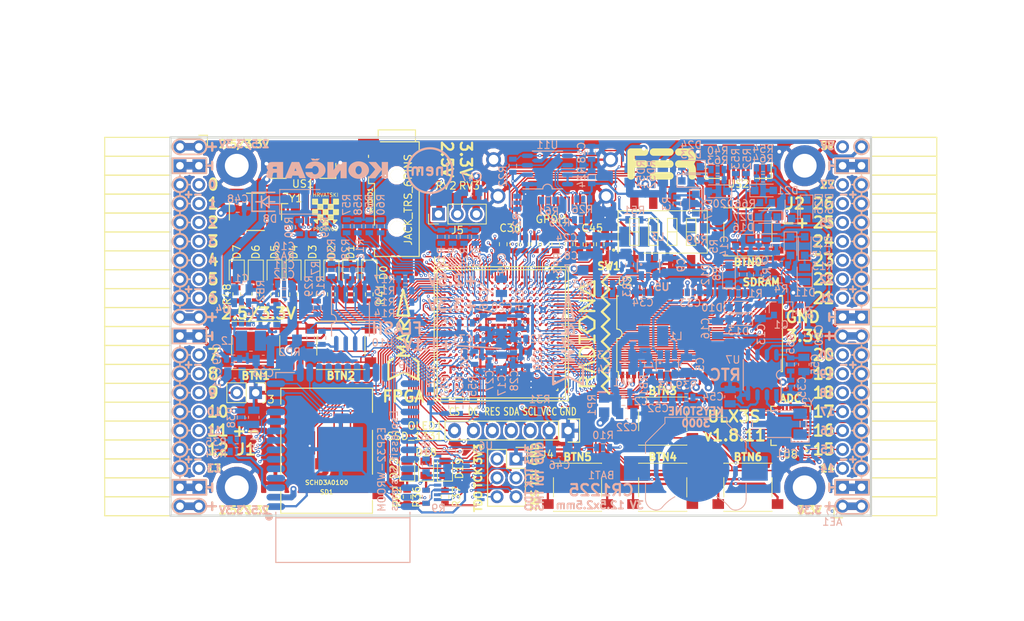
<source format=kicad_pcb>
(kicad_pcb (version 20171130) (host pcbnew 5.0.0-rc2+dfsg1-3)
  (layers (0 F.Cu signal) (1 In1.Cu signal) (2 In2.Cu signal) (31 B.Cu signal) (34 B.Paste user) (35 F.Paste user) (36 B.SilkS user) (37 F.SilkS user) (38 B.Mask user) (39 F.Mask user) (44 Edge.Cuts user))
  (net 0 "")
  (net 1 GND)
  (net 2 +5V)
  (net 3 /gpio/IN5V)
  (net 4 /gpio/OUT5V)
  (net 5 +3V3)
  (net 6 BTN_D)
  (net 7 BTN_F1)
  (net 8 BTN_F2)
  (net 9 BTN_L)
  (net 10 BTN_R)
  (net 11 BTN_U)
  (net 12 /power/FB1)
  (net 13 +2V5)
  (net 14 /power/PWREN)
  (net 15 /power/FB3)
  (net 16 /power/FB2)
  (net 17 /power/VBAT)
  (net 18 JTAG_TDI)
  (net 19 JTAG_TCK)
  (net 20 JTAG_TMS)
  (net 21 JTAG_TDO)
  (net 22 /power/WAKEUPn)
  (net 23 /power/WKUP)
  (net 24 /power/SHUT)
  (net 25 /power/WAKE)
  (net 26 /power/HOLD)
  (net 27 /power/WKn)
  (net 28 /power/OSCI_32k)
  (net 29 /power/OSCO_32k)
  (net 30 SHUTDOWN)
  (net 31 GPDI_SDA)
  (net 32 GPDI_SCL)
  (net 33 /gpdi/VREF2)
  (net 34 SD_CMD)
  (net 35 SD_CLK)
  (net 36 SD_D0)
  (net 37 SD_D1)
  (net 38 USB5V)
  (net 39 GPDI_CEC)
  (net 40 nRESET)
  (net 41 FTDI_nDTR)
  (net 42 SDRAM_CKE)
  (net 43 SDRAM_A7)
  (net 44 SDRAM_D15)
  (net 45 SDRAM_BA1)
  (net 46 SDRAM_D7)
  (net 47 SDRAM_A6)
  (net 48 SDRAM_CLK)
  (net 49 SDRAM_D13)
  (net 50 SDRAM_BA0)
  (net 51 SDRAM_D6)
  (net 52 SDRAM_A5)
  (net 53 SDRAM_D14)
  (net 54 SDRAM_A11)
  (net 55 SDRAM_D12)
  (net 56 SDRAM_D5)
  (net 57 SDRAM_A4)
  (net 58 SDRAM_A10)
  (net 59 SDRAM_D11)
  (net 60 SDRAM_A3)
  (net 61 SDRAM_D4)
  (net 62 SDRAM_D10)
  (net 63 SDRAM_D9)
  (net 64 SDRAM_A9)
  (net 65 SDRAM_D3)
  (net 66 SDRAM_D8)
  (net 67 SDRAM_A8)
  (net 68 SDRAM_A2)
  (net 69 SDRAM_A1)
  (net 70 SDRAM_A0)
  (net 71 SDRAM_D2)
  (net 72 SDRAM_D1)
  (net 73 SDRAM_D0)
  (net 74 SDRAM_DQM0)
  (net 75 SDRAM_nCS)
  (net 76 SDRAM_nRAS)
  (net 77 SDRAM_DQM1)
  (net 78 SDRAM_nCAS)
  (net 79 SDRAM_nWE)
  (net 80 /flash/FLASH_nWP)
  (net 81 /flash/FLASH_nHOLD)
  (net 82 /flash/FLASH_MOSI)
  (net 83 /flash/FLASH_MISO)
  (net 84 /flash/FLASH_SCK)
  (net 85 /flash/FLASH_nCS)
  (net 86 /flash/FPGA_PROGRAMN)
  (net 87 /flash/FPGA_DONE)
  (net 88 /flash/FPGA_INITN)
  (net 89 OLED_RES)
  (net 90 OLED_DC)
  (net 91 OLED_CS)
  (net 92 WIFI_EN)
  (net 93 FTDI_nRTS)
  (net 94 FTDI_TXD)
  (net 95 FTDI_RXD)
  (net 96 WIFI_RXD)
  (net 97 WIFI_GPIO0)
  (net 98 WIFI_TXD)
  (net 99 USB_FTDI_D+)
  (net 100 USB_FTDI_D-)
  (net 101 SD_D3)
  (net 102 AUDIO_L3)
  (net 103 AUDIO_L2)
  (net 104 AUDIO_L1)
  (net 105 AUDIO_L0)
  (net 106 AUDIO_R3)
  (net 107 AUDIO_R2)
  (net 108 AUDIO_R1)
  (net 109 AUDIO_R0)
  (net 110 OLED_CLK)
  (net 111 OLED_MOSI)
  (net 112 LED0)
  (net 113 LED1)
  (net 114 LED2)
  (net 115 LED3)
  (net 116 LED4)
  (net 117 LED5)
  (net 118 LED6)
  (net 119 LED7)
  (net 120 BTN_PWRn)
  (net 121 FTDI_nTXLED)
  (net 122 FTDI_nSLEEP)
  (net 123 /blinkey/LED_PWREN)
  (net 124 /blinkey/LED_TXLED)
  (net 125 /sdcard/SD3V3)
  (net 126 SD_D2)
  (net 127 CLK_25MHz)
  (net 128 /blinkey/BTNPUL)
  (net 129 /blinkey/BTNPUR)
  (net 130 USB_FPGA_D+)
  (net 131 /power/FTDI_nSUSPEND)
  (net 132 /blinkey/ALED0)
  (net 133 /blinkey/ALED1)
  (net 134 /blinkey/ALED2)
  (net 135 /blinkey/ALED3)
  (net 136 /blinkey/ALED4)
  (net 137 /blinkey/ALED5)
  (net 138 /blinkey/ALED6)
  (net 139 /blinkey/ALED7)
  (net 140 /usb/FTD-)
  (net 141 /usb/FTD+)
  (net 142 ADC_MISO)
  (net 143 ADC_MOSI)
  (net 144 ADC_CSn)
  (net 145 ADC_SCLK)
  (net 146 SW3)
  (net 147 SW2)
  (net 148 SW1)
  (net 149 USB_FPGA_D-)
  (net 150 /usb/FPD+)
  (net 151 /usb/FPD-)
  (net 152 WIFI_GPIO16)
  (net 153 /usb/ANT_433MHz)
  (net 154 /power/PWRBTn)
  (net 155 PROG_DONE)
  (net 156 /power/P3V3)
  (net 157 /power/P2V5)
  (net 158 /power/L1)
  (net 159 /power/L3)
  (net 160 /power/L2)
  (net 161 FTDI_TXDEN)
  (net 162 SDRAM_A12)
  (net 163 /analog/AUDIO_V)
  (net 164 AUDIO_V3)
  (net 165 AUDIO_V2)
  (net 166 AUDIO_V1)
  (net 167 AUDIO_V0)
  (net 168 /blinkey/LED_WIFI)
  (net 169 /power/P1V1)
  (net 170 +1V1)
  (net 171 SW4)
  (net 172 /blinkey/SWPU)
  (net 173 /wifi/WIFIEN)
  (net 174 FT2V5)
  (net 175 GN0)
  (net 176 GP0)
  (net 177 GN1)
  (net 178 GP1)
  (net 179 GN2)
  (net 180 GP2)
  (net 181 GN3)
  (net 182 GP3)
  (net 183 GN4)
  (net 184 GP4)
  (net 185 GN5)
  (net 186 GP5)
  (net 187 GN6)
  (net 188 GP6)
  (net 189 GN14)
  (net 190 GP14)
  (net 191 GN15)
  (net 192 GP15)
  (net 193 GN16)
  (net 194 GP16)
  (net 195 GN17)
  (net 196 GP17)
  (net 197 GN18)
  (net 198 GP18)
  (net 199 GN19)
  (net 200 GP19)
  (net 201 GN20)
  (net 202 GP20)
  (net 203 GN21)
  (net 204 GP21)
  (net 205 GN22)
  (net 206 GP22)
  (net 207 GN23)
  (net 208 GP23)
  (net 209 GN24)
  (net 210 GP24)
  (net 211 GN25)
  (net 212 GP25)
  (net 213 GN26)
  (net 214 GP26)
  (net 215 GN27)
  (net 216 GP27)
  (net 217 GN7)
  (net 218 GP7)
  (net 219 GN8)
  (net 220 GP8)
  (net 221 GN9)
  (net 222 GP9)
  (net 223 GN10)
  (net 224 GP10)
  (net 225 GN11)
  (net 226 GP11)
  (net 227 GN12)
  (net 228 GP12)
  (net 229 GN13)
  (net 230 GP13)
  (net 231 WIFI_GPIO5)
  (net 232 WIFI_GPIO17)
  (net 233 USB_FPGA_PULL_D+)
  (net 234 USB_FPGA_PULL_D-)
  (net 235 "Net-(D23-Pad2)")
  (net 236 "Net-(D24-Pad1)")
  (net 237 "Net-(D25-Pad2)")
  (net 238 "Net-(D26-Pad1)")
  (net 239 /gpdi/GPDI_ETH+)
  (net 240 FPDI_ETH+)
  (net 241 /gpdi/GPDI_ETH-)
  (net 242 FPDI_ETH-)
  (net 243 /gpdi/GPDI_D2-)
  (net 244 FPDI_D2-)
  (net 245 /gpdi/GPDI_D1-)
  (net 246 FPDI_D1-)
  (net 247 /gpdi/GPDI_D0-)
  (net 248 FPDI_D0-)
  (net 249 /gpdi/GPDI_CLK-)
  (net 250 FPDI_CLK-)
  (net 251 /gpdi/GPDI_D2+)
  (net 252 FPDI_D2+)
  (net 253 /gpdi/GPDI_D1+)
  (net 254 FPDI_D1+)
  (net 255 /gpdi/GPDI_D0+)
  (net 256 FPDI_D0+)
  (net 257 /gpdi/GPDI_CLK+)
  (net 258 FPDI_CLK+)
  (net 259 FPDI_SDA)
  (net 260 FPDI_SCL)
  (net 261 /gpdi/FPDI_CEC)
  (net 262 2V5_3V3)
  (net 263 "Net-(AUDIO1-Pad5)")
  (net 264 "Net-(AUDIO1-Pad6)")
  (net 265 "Net-(U1-PadA15)")
  (net 266 "Net-(U1-PadC9)")
  (net 267 "Net-(U1-PadD9)")
  (net 268 "Net-(U1-PadD10)")
  (net 269 "Net-(U1-PadD11)")
  (net 270 "Net-(U1-PadD12)")
  (net 271 "Net-(U1-PadE6)")
  (net 272 "Net-(U1-PadE9)")
  (net 273 "Net-(U1-PadE10)")
  (net 274 "Net-(U1-PadE11)")
  (net 275 "Net-(U1-PadJ4)")
  (net 276 "Net-(U1-PadJ5)")
  (net 277 "Net-(U1-PadK5)")
  (net 278 "Net-(U1-PadL5)")
  (net 279 "Net-(U1-PadM4)")
  (net 280 "Net-(U1-PadM5)")
  (net 281 SD_CD)
  (net 282 SD_WP)
  (net 283 "Net-(U1-PadR3)")
  (net 284 "Net-(U1-PadT16)")
  (net 285 "Net-(U1-PadW4)")
  (net 286 "Net-(U1-PadW5)")
  (net 287 "Net-(U1-PadW8)")
  (net 288 "Net-(U1-PadW9)")
  (net 289 "Net-(U1-PadW13)")
  (net 290 "Net-(U1-PadW14)")
  (net 291 "Net-(U1-PadW17)")
  (net 292 "Net-(U1-PadW18)")
  (net 293 FTDI_nRXLED)
  (net 294 "Net-(U8-Pad12)")
  (net 295 "Net-(U8-Pad25)")
  (net 296 "Net-(U9-Pad32)")
  (net 297 "Net-(U9-Pad22)")
  (net 298 "Net-(U9-Pad21)")
  (net 299 "Net-(U9-Pad20)")
  (net 300 "Net-(U9-Pad19)")
  (net 301 "Net-(U9-Pad18)")
  (net 302 "Net-(U9-Pad17)")
  (net 303 "Net-(U9-Pad12)")
  (net 304 "Net-(U9-Pad5)")
  (net 305 "Net-(U9-Pad4)")
  (net 306 "Net-(US1-Pad4)")
  (net 307 "Net-(Y2-Pad3)")
  (net 308 "Net-(Y2-Pad2)")
  (net 309 "Net-(U1-PadK16)")
  (net 310 "Net-(U1-PadK17)")
  (net 311 /usb/US2VBUS)
  (net 312 /power/SHD)
  (net 313 /power/RTCVDD)
  (net 314 "Net-(D27-Pad2)")
  (net 315 US2_ID)
  (net 316 AUDIO_L)
  (net 317 AUDIO_R)
  (module TSOP54:TSOP54 (layer F.Cu) (at 165.093 87.8 90)
    (fp_text reference U2 (at 6.98 -9.993 180) (layer F.SilkS))
    (fp_text value MT48LC16M16A2TG)
    (pad 28 smd rect (at 5.53 10.4 90) (size 0.9 0.56) (layers F.Cu F.Paste F.Mask) (net 1 GND))
    (pad 1 smd rect (at -5.53 -10.4 90) (size 0.9 0.56) (layers F.Cu F.Paste F.Mask) (net 5 +3V3))
    (pad 2 smd rect (at -5.53 -9.6 90) (size 0.9 0.56) (layers F.Cu F.Paste F.Mask) (net 73 SDRAM_D0))
    (pad 3 smd rect (at -5.53 -8.8 90) (size 0.9 0.56) (layers F.Cu F.Paste F.Mask) (net 5 +3V3))
    (pad 4 smd rect (at -5.53 -8 90) (size 0.9 0.56) (layers F.Cu F.Paste F.Mask) (net 72 SDRAM_D1))
    (pad 5 smd rect (at -5.53 -7.2 90) (size 0.9 0.56) (layers F.Cu F.Paste F.Mask) (net 71 SDRAM_D2))
    (pad 6 smd rect (at -5.53 -6.4 90) (size 0.9 0.56) (layers F.Cu F.Paste F.Mask) (net 1 GND))
    (pad 7 smd rect (at -5.53 -5.6 90) (size 0.9 0.56) (layers F.Cu F.Paste F.Mask) (net 65 SDRAM_D3))
    (pad 8 smd rect (at -5.53 -4.8 90) (size 0.9 0.56) (layers F.Cu F.Paste F.Mask) (net 61 SDRAM_D4))
    (pad 9 smd rect (at -5.53 -4 90) (size 0.9 0.56) (layers F.Cu F.Paste F.Mask) (net 5 +3V3))
    (pad 10 smd rect (at -5.53 -3.2 90) (size 0.9 0.56) (layers F.Cu F.Paste F.Mask) (net 56 SDRAM_D5))
    (pad 11 smd rect (at -5.53 -2.4 90) (size 0.9 0.56) (layers F.Cu F.Paste F.Mask) (net 51 SDRAM_D6))
    (pad 12 smd rect (at -5.53 -1.6 90) (size 0.9 0.56) (layers F.Cu F.Paste F.Mask) (net 1 GND))
    (pad 13 smd rect (at -5.53 -0.8 90) (size 0.9 0.56) (layers F.Cu F.Paste F.Mask) (net 46 SDRAM_D7))
    (pad 14 smd rect (at -5.53 0 90) (size 0.9 0.56) (layers F.Cu F.Paste F.Mask) (net 5 +3V3))
    (pad 15 smd rect (at -5.53 0.8 90) (size 0.9 0.56) (layers F.Cu F.Paste F.Mask) (net 74 SDRAM_DQM0))
    (pad 16 smd rect (at -5.53 1.6 90) (size 0.9 0.56) (layers F.Cu F.Paste F.Mask) (net 79 SDRAM_nWE))
    (pad 17 smd rect (at -5.53 2.4 90) (size 0.9 0.56) (layers F.Cu F.Paste F.Mask) (net 78 SDRAM_nCAS))
    (pad 18 smd rect (at -5.53 3.2 90) (size 0.9 0.56) (layers F.Cu F.Paste F.Mask) (net 76 SDRAM_nRAS))
    (pad 19 smd rect (at -5.53 4 90) (size 0.9 0.56) (layers F.Cu F.Paste F.Mask) (net 75 SDRAM_nCS))
    (pad 20 smd rect (at -5.53 4.8 90) (size 0.9 0.56) (layers F.Cu F.Paste F.Mask) (net 50 SDRAM_BA0))
    (pad 21 smd rect (at -5.53 5.6 90) (size 0.9 0.56) (layers F.Cu F.Paste F.Mask) (net 45 SDRAM_BA1))
    (pad 22 smd rect (at -5.53 6.4 90) (size 0.9 0.56) (layers F.Cu F.Paste F.Mask) (net 58 SDRAM_A10))
    (pad 23 smd rect (at -5.53 7.2 90) (size 0.9 0.56) (layers F.Cu F.Paste F.Mask) (net 70 SDRAM_A0))
    (pad 24 smd rect (at -5.53 8 90) (size 0.9 0.56) (layers F.Cu F.Paste F.Mask) (net 69 SDRAM_A1))
    (pad 25 smd rect (at -5.53 8.8 90) (size 0.9 0.56) (layers F.Cu F.Paste F.Mask) (net 68 SDRAM_A2))
    (pad 26 smd rect (at -5.53 9.6 90) (size 0.9 0.56) (layers F.Cu F.Paste F.Mask) (net 60 SDRAM_A3))
    (pad 27 smd rect (at -5.53 10.4 90) (size 0.9 0.56) (layers F.Cu F.Paste F.Mask) (net 5 +3V3))
    (pad 29 smd rect (at 5.53 9.6 90) (size 0.9 0.56) (layers F.Cu F.Paste F.Mask) (net 57 SDRAM_A4))
    (pad 30 smd rect (at 5.53 8.8 90) (size 0.9 0.56) (layers F.Cu F.Paste F.Mask) (net 52 SDRAM_A5))
    (pad 31 smd rect (at 5.53 8 90) (size 0.9 0.56) (layers F.Cu F.Paste F.Mask) (net 47 SDRAM_A6))
    (pad 32 smd rect (at 5.53 7.2 90) (size 0.9 0.56) (layers F.Cu F.Paste F.Mask) (net 43 SDRAM_A7))
    (pad 33 smd rect (at 5.53 6.4 90) (size 0.9 0.56) (layers F.Cu F.Paste F.Mask) (net 67 SDRAM_A8))
    (pad 34 smd rect (at 5.53 5.6 90) (size 0.9 0.56) (layers F.Cu F.Paste F.Mask) (net 64 SDRAM_A9))
    (pad 35 smd rect (at 5.53 4.8 90) (size 0.9 0.56) (layers F.Cu F.Paste F.Mask) (net 54 SDRAM_A11))
    (pad 36 smd rect (at 5.53 4 90) (size 0.9 0.56) (layers F.Cu F.Paste F.Mask) (net 162 SDRAM_A12))
    (pad 37 smd rect (at 5.53 3.2 90) (size 0.9 0.56) (layers F.Cu F.Paste F.Mask) (net 42 SDRAM_CKE))
    (pad 38 smd rect (at 5.53 2.4 90) (size 0.9 0.56) (layers F.Cu F.Paste F.Mask) (net 48 SDRAM_CLK))
    (pad 39 smd rect (at 5.53 1.6 90) (size 0.9 0.56) (layers F.Cu F.Paste F.Mask) (net 77 SDRAM_DQM1))
    (pad 40 smd rect (at 5.53 0.8 90) (size 0.9 0.56) (layers F.Cu F.Paste F.Mask))
    (pad 41 smd rect (at 5.53 0 90) (size 0.9 0.56) (layers F.Cu F.Paste F.Mask) (net 1 GND))
    (pad 42 smd rect (at 5.53 -0.8 90) (size 0.9 0.56) (layers F.Cu F.Paste F.Mask) (net 66 SDRAM_D8))
    (pad 43 smd rect (at 5.53 -1.6 90) (size 0.9 0.56) (layers F.Cu F.Paste F.Mask) (net 5 +3V3))
    (pad 44 smd rect (at 5.53 -2.4 90) (size 0.9 0.56) (layers F.Cu F.Paste F.Mask) (net 63 SDRAM_D9))
    (pad 45 smd rect (at 5.53 -3.2 90) (size 0.9 0.56) (layers F.Cu F.Paste F.Mask) (net 62 SDRAM_D10))
    (pad 46 smd rect (at 5.53 -4 90) (size 0.9 0.56) (layers F.Cu F.Paste F.Mask) (net 1 GND))
    (pad 47 smd rect (at 5.53 -4.8 90) (size 0.9 0.56) (layers F.Cu F.Paste F.Mask) (net 59 SDRAM_D11))
    (pad 48 smd rect (at 5.53 -5.6 90) (size 0.9 0.56) (layers F.Cu F.Paste F.Mask) (net 55 SDRAM_D12))
    (pad 49 smd rect (at 5.53 -6.4 90) (size 0.9 0.56) (layers F.Cu F.Paste F.Mask) (net 5 +3V3))
    (pad 50 smd rect (at 5.53 -7.2 90) (size 0.9 0.56) (layers F.Cu F.Paste F.Mask) (net 49 SDRAM_D13))
    (pad 51 smd rect (at 5.53 -8 90) (size 0.9 0.56) (layers F.Cu F.Paste F.Mask) (net 53 SDRAM_D14))
    (pad 52 smd rect (at 5.53 -8.8 90) (size 0.9 0.56) (layers F.Cu F.Paste F.Mask) (net 1 GND))
    (pad 53 smd rect (at 5.53 -9.6 90) (size 0.9 0.56) (layers F.Cu F.Paste F.Mask) (net 44 SDRAM_D15))
    (pad 54 smd rect (at 5.53 -10.4 90) (size 0.9 0.56) (layers F.Cu F.Paste F.Mask) (net 1 GND))
  )
  (module SOA008-150mil:SOA008-150-208mil (layer B.Cu) (at 118.245 85.822 270)
    (fp_text reference U10 (at 3.175 -4.318) (layer B.SilkS) (effects (justify mirror)))
    (fp_text value IS25LP128F-JBLE)
    (pad 1 smd rect (at -3.302 1.905 270) (size 2.1 0.6) (layers B.Cu B.Paste B.Mask) (net 85 /flash/FLASH_nCS))
    (pad 2 smd oval (at -3.302 0.635 270) (size 2.1 0.6) (layers B.Cu B.Paste B.Mask) (net 83 /flash/FLASH_MISO))
    (pad 3 smd oval (at -3.302 -0.635 270) (size 2.1 0.6) (layers B.Cu B.Paste B.Mask) (net 80 /flash/FLASH_nWP))
    (pad 4 smd oval (at -3.302 -1.905 270) (size 2.1 0.6) (layers B.Cu B.Paste B.Mask) (net 1 GND))
    (pad 5 smd oval (at 3.302 -1.905 270) (size 2.1 0.6) (layers B.Cu B.Paste B.Mask) (net 82 /flash/FLASH_MOSI))
    (pad 6 smd oval (at 3.302 -0.635 270) (size 2.1 0.6) (layers B.Cu B.Paste B.Mask) (net 84 /flash/FLASH_SCK))
    (pad 7 smd oval (at 3.302 0.635 270) (size 2.1 0.6) (layers B.Cu B.Paste B.Mask) (net 81 /flash/FLASH_nHOLD))
    (pad 8 smd oval (at 3.302 1.905 270) (size 2.1 0.6) (layers B.Cu B.Paste B.Mask) (net 5 +3V3))
  )
  (module SOT96-1:SOT96-1 (layer B.Cu) (at 173.49 93.315 90)
    (fp_text reference U7 (at 2.032 -3.937 180) (layer B.SilkS) (effects (justify mirror)))
    (fp_text value PCF8523)
    (pad 1 smd rect (at -2.7 1.905 90) (size 1.55 0.6) (layers B.Cu B.Paste B.Mask) (net 28 /power/OSCI_32k))
    (pad 2 smd oval (at -2.7 0.635 90) (size 1.55 0.6) (layers B.Cu B.Paste B.Mask) (net 29 /power/OSCO_32k))
    (pad 3 smd oval (at -2.7 -0.635 90) (size 1.55 0.6) (layers B.Cu B.Paste B.Mask) (net 17 /power/VBAT))
    (pad 4 smd oval (at -2.7 -1.905 90) (size 1.55 0.6) (layers B.Cu B.Paste B.Mask) (net 1 GND))
    (pad 5 smd oval (at 2.7 -1.905 90) (size 1.55 0.6) (layers B.Cu B.Paste B.Mask) (net 259 FPDI_SDA))
    (pad 6 smd oval (at 2.7 -0.635 90) (size 1.55 0.6) (layers B.Cu B.Paste B.Mask) (net 260 FPDI_SCL))
    (pad 7 smd oval (at 2.7 0.635 90) (size 1.55 0.6) (layers B.Cu B.Paste B.Mask) (net 22 /power/WAKEUPn))
    (pad 8 smd oval (at 2.7 1.905 90) (size 1.55 0.6) (layers B.Cu B.Paste B.Mask) (net 313 /power/RTCVDD))
  )
  (module SM8:SM8 (layer B.Cu) (at 144.68 65.8015 90)
    (fp_text reference U11 (at 3.3475 -0.019 -180) (layer B.SilkS) (effects (justify mirror)))
    (fp_text value PCA9306D)
    (pad 1 smd rect (at -1.905 -2.7) (size 1.55 0.6) (layers B.Cu B.Paste B.Mask) (net 1 GND))
    (pad 2 smd oval (at -0.635 -2.7) (size 1.55 0.6) (layers B.Cu B.Paste B.Mask) (net 5 +3V3))
    (pad 3 smd oval (at 0.635 -2.7) (size 1.55 0.6) (layers B.Cu B.Paste B.Mask) (net 260 FPDI_SCL))
    (pad 4 smd oval (at 1.905 -2.7) (size 1.55 0.6) (layers B.Cu B.Paste B.Mask) (net 259 FPDI_SDA))
    (pad 5 smd oval (at 1.905 2.7) (size 1.55 0.6) (layers B.Cu B.Paste B.Mask) (net 31 GPDI_SDA))
    (pad 6 smd oval (at 0.635 2.7) (size 1.55 0.6) (layers B.Cu B.Paste B.Mask) (net 32 GPDI_SCL))
    (pad 7 smd oval (at -0.635 2.7) (size 1.55 0.6) (layers B.Cu B.Paste B.Mask) (net 33 /gpdi/VREF2))
    (pad 8 smd oval (at -1.905 2.7) (size 1.55 0.6) (layers B.Cu B.Paste B.Mask) (net 33 /gpdi/VREF2))
  )
  (module ft231x:FT231X-SSOP-20_4.4x6.5mm_Pitch0.65mm (layer B.Cu) (at 132.835 107.14 180)
    (fp_text reference U6 (at -3.556 4.318 180) (layer B.SilkS) (effects (justify mirror)))
    (fp_text value FT231XS)
    (pad 20 smd rect (at 2.9 2.925 180) (size 1 0.4) (layers B.Cu B.Paste B.Mask) (net 94 FTDI_TXD))
    (pad 19 smd rect (at 2.9 2.275 180) (size 1 0.4) (layers B.Cu B.Paste B.Mask) (net 122 FTDI_nSLEEP))
    (pad 18 smd rect (at 2.9 1.625 180) (size 1 0.4) (layers B.Cu B.Paste B.Mask) (net 161 FTDI_TXDEN))
    (pad 17 smd rect (at 2.9 0.975 180) (size 1 0.4) (layers B.Cu B.Paste B.Mask) (net 293 FTDI_nRXLED))
    (pad 16 smd rect (at 2.9 0.325 180) (size 1 0.4) (layers B.Cu B.Paste B.Mask) (net 1 GND))
    (pad 15 smd rect (at 2.9 -0.325 180) (size 1 0.4) (layers B.Cu B.Paste B.Mask) (net 38 USB5V))
    (pad 14 smd rect (at 2.9 -0.975 180) (size 1 0.4) (layers B.Cu B.Paste B.Mask) (net 40 nRESET))
    (pad 13 smd rect (at 2.9 -1.625 180) (size 1 0.4) (layers B.Cu B.Paste B.Mask) (net 174 FT2V5))
    (pad 12 smd rect (at 2.9 -2.275 180) (size 1 0.4) (layers B.Cu B.Paste B.Mask) (net 100 USB_FTDI_D-))
    (pad 11 smd rect (at 2.9 -2.925 180) (size 1 0.4) (layers B.Cu B.Paste B.Mask) (net 99 USB_FTDI_D+))
    (pad 10 smd rect (at -2.9 -2.925 180) (size 1 0.4) (layers B.Cu B.Paste B.Mask) (net 121 FTDI_nTXLED))
    (pad 9 smd rect (at -2.9 -2.275 180) (size 1 0.4) (layers B.Cu B.Paste B.Mask) (net 21 JTAG_TDO))
    (pad 8 smd rect (at -2.9 -1.625 180) (size 1 0.4) (layers B.Cu B.Paste B.Mask) (net 20 JTAG_TMS))
    (pad 7 smd rect (at -2.9 -0.975 180) (size 1 0.4) (layers B.Cu B.Paste B.Mask) (net 19 JTAG_TCK))
    (pad 6 smd rect (at -2.9 -0.325 180) (size 1 0.4) (layers B.Cu B.Paste B.Mask) (net 1 GND))
    (pad 5 smd rect (at -2.9 0.325 180) (size 1 0.4) (layers B.Cu B.Paste B.Mask) (net 18 JTAG_TDI))
    (pad 4 smd rect (at -2.9 0.975 180) (size 1 0.4) (layers B.Cu B.Paste B.Mask) (net 95 FTDI_RXD))
    (pad 3 smd rect (at -2.9 1.625 180) (size 1 0.4) (layers B.Cu B.Paste B.Mask) (net 174 FT2V5))
    (pad 2 smd rect (at -2.9 2.275 180) (size 1 0.4) (layers B.Cu B.Paste B.Mask) (net 93 FTDI_nRTS))
    (pad 1 smd rect (at -2.9 2.925 180) (size 1 0.4) (layers B.Cu B.Paste B.Mask) (net 41 FTDI_nDTR))
  )
  (module TSOT-25:TSOT-25 (layer B.Cu) (at 158.235 78.692)
    (fp_text reference U5 (at 1.793 2.812) (layer B.SilkS) (effects (font (thickness 0.2)) (justify mirror)))
    (fp_text value TLV62569DBV)
    (pad 1 smd rect (at -0.95 -1.3) (size 0.7 1.2) (layers B.Cu B.Paste B.Mask) (net 14 /power/PWREN))
    (pad 2 smd rect (at 0 -1.3) (size 0.7 1.2) (layers B.Cu B.Paste B.Mask) (net 1 GND))
    (pad 3 smd rect (at 0.95 -1.3) (size 0.7 1.2) (layers B.Cu B.Paste B.Mask) (net 159 /power/L3))
    (pad 4 smd rect (at 0.95 1.3) (size 0.7 1.2) (layers B.Cu B.Paste B.Mask) (net 2 +5V))
    (pad 5 smd rect (at -0.95 1.3) (size 0.7 1.2) (layers B.Cu B.Paste B.Mask) (net 15 /power/FB3))
  )
  (module TSOT-25:TSOT-25 (layer B.Cu) (at 160.775 91.9)
    (fp_text reference U3 (at -0.295 2.9) (layer B.SilkS) (effects (font (thickness 0.2)) (justify mirror)))
    (fp_text value TLV62569DBV)
    (pad 1 smd rect (at -0.95 -1.3) (size 0.7 1.2) (layers B.Cu B.Paste B.Mask) (net 14 /power/PWREN))
    (pad 2 smd rect (at 0 -1.3) (size 0.7 1.2) (layers B.Cu B.Paste B.Mask) (net 1 GND))
    (pad 3 smd rect (at 0.95 -1.3) (size 0.7 1.2) (layers B.Cu B.Paste B.Mask) (net 158 /power/L1))
    (pad 4 smd rect (at 0.95 1.3) (size 0.7 1.2) (layers B.Cu B.Paste B.Mask) (net 2 +5V))
    (pad 5 smd rect (at -0.95 1.3) (size 0.7 1.2) (layers B.Cu B.Paste B.Mask) (net 12 /power/FB1))
  )
  (module TSOT-25:TSOT-25 (layer B.Cu) (at 103.625 84.915 180)
    (fp_text reference U4 (at 2.525 0.4265 180) (layer B.SilkS) (effects (font (thickness 0.2)) (justify mirror)))
    (fp_text value TLV62569DBV)
    (pad 1 smd rect (at -0.95 -1.3 180) (size 0.7 1.2) (layers B.Cu B.Paste B.Mask) (net 14 /power/PWREN))
    (pad 2 smd rect (at 0 -1.3 180) (size 0.7 1.2) (layers B.Cu B.Paste B.Mask) (net 1 GND))
    (pad 3 smd rect (at 0.95 -1.3 180) (size 0.7 1.2) (layers B.Cu B.Paste B.Mask) (net 160 /power/L2))
    (pad 4 smd rect (at 0.95 1.3 180) (size 0.7 1.2) (layers B.Cu B.Paste B.Mask) (net 2 +5V))
    (pad 5 smd rect (at -0.95 1.3 180) (size 0.7 1.2) (layers B.Cu B.Paste B.Mask) (net 16 /power/FB2))
  )
  (module ESP32:ESP32-WROOM (layer B.Cu) (at 117.23 105.75 180)
    (fp_text reference U9 (at -8.366 13.85 180) (layer B.SilkS) (effects (justify mirror)))
    (fp_text value ESP-WROOM-32)
    (fp_text user "Espressif Systems" (at -6.858 0.889 90) (layer B.SilkS) (effects (justify mirror)))
    (fp_text user ESP32-WROOM (at -5.207 -0.254 90) (layer B.SilkS) (effects (justify mirror)))
    (pad 38 smd oval (at -9 -5.25 180) (size 2.5 0.9) (layers B.Cu B.Paste B.Mask) (net 1 GND))
    (pad 37 smd oval (at -9 -3.98 180) (size 2.5 0.9) (layers B.Cu B.Paste B.Mask) (net 18 JTAG_TDI))
    (pad 36 smd oval (at -9 -2.71 180) (size 2.5 0.9) (layers B.Cu B.Paste B.Mask) (net 155 PROG_DONE))
    (pad 35 smd oval (at -9 -1.44 180) (size 2.5 0.9) (layers B.Cu B.Paste B.Mask) (net 98 WIFI_TXD))
    (pad 34 smd oval (at -9 -0.17 180) (size 2.5 0.9) (layers B.Cu B.Paste B.Mask) (net 96 WIFI_RXD))
    (pad 33 smd oval (at -9 1.1 180) (size 2.5 0.9) (layers B.Cu B.Paste B.Mask) (net 20 JTAG_TMS))
    (pad 32 smd oval (at -9 2.37 180) (size 2.5 0.9) (layers B.Cu B.Paste B.Mask) (net 296 "Net-(U9-Pad32)"))
    (pad 31 smd oval (at -9 3.64 180) (size 2.5 0.9) (layers B.Cu B.Paste B.Mask) (net 21 JTAG_TDO))
    (pad 30 smd oval (at -9 4.91 180) (size 2.5 0.9) (layers B.Cu B.Paste B.Mask) (net 19 JTAG_TCK))
    (pad 29 smd oval (at -9 6.18 180) (size 2.5 0.9) (layers B.Cu B.Paste B.Mask) (net 231 WIFI_GPIO5))
    (pad 28 smd oval (at -9 7.45 180) (size 2.5 0.9) (layers B.Cu B.Paste B.Mask) (net 232 WIFI_GPIO17))
    (pad 27 smd oval (at -9 8.72 180) (size 2.5 0.9) (layers B.Cu B.Paste B.Mask) (net 152 WIFI_GPIO16))
    (pad 26 smd oval (at -9 9.99 180) (size 2.5 0.9) (layers B.Cu B.Paste B.Mask) (net 37 SD_D1))
    (pad 25 smd oval (at -9 11.26 180) (size 2.5 0.9) (layers B.Cu B.Paste B.Mask) (net 97 WIFI_GPIO0))
    (pad 24 smd oval (at -5.715 12.75 180) (size 0.9 2.5) (layers B.Cu B.Paste B.Mask) (net 36 SD_D0))
    (pad 23 smd oval (at -4.445 12.75 180) (size 0.9 2.5) (layers B.Cu B.Paste B.Mask) (net 34 SD_CMD))
    (pad 22 smd oval (at -3.175 12.75 180) (size 0.9 2.5) (layers B.Cu B.Paste B.Mask) (net 297 "Net-(U9-Pad22)"))
    (pad 21 smd oval (at -1.905 12.75 180) (size 0.9 2.5) (layers B.Cu B.Paste B.Mask) (net 298 "Net-(U9-Pad21)"))
    (pad 20 smd oval (at -0.635 12.75 180) (size 0.9 2.5) (layers B.Cu B.Paste B.Mask) (net 299 "Net-(U9-Pad20)"))
    (pad 19 smd oval (at 0.635 12.75 180) (size 0.9 2.5) (layers B.Cu B.Paste B.Mask) (net 300 "Net-(U9-Pad19)"))
    (pad 18 smd oval (at 1.905 12.75 180) (size 0.9 2.5) (layers B.Cu B.Paste B.Mask) (net 301 "Net-(U9-Pad18)"))
    (pad 17 smd oval (at 3.175 12.75 180) (size 0.9 2.5) (layers B.Cu B.Paste B.Mask) (net 302 "Net-(U9-Pad17)"))
    (pad 16 smd oval (at 4.445 12.75 180) (size 0.9 2.5) (layers B.Cu B.Paste B.Mask) (net 101 SD_D3))
    (pad 15 smd oval (at 5.715 12.75 180) (size 0.9 2.5) (layers B.Cu B.Paste B.Mask) (net 1 GND))
    (pad 14 smd oval (at 9 11.26 180) (size 2.5 0.9) (layers B.Cu B.Paste B.Mask) (net 126 SD_D2))
    (pad 13 smd oval (at 9 9.99 180) (size 2.5 0.9) (layers B.Cu B.Paste B.Mask) (net 35 SD_CLK))
    (pad 12 smd oval (at 9 8.72 180) (size 2.5 0.9) (layers B.Cu B.Paste B.Mask) (net 303 "Net-(U9-Pad12)"))
    (pad 11 smd oval (at 9 7.45 180) (size 2.5 0.9) (layers B.Cu B.Paste B.Mask) (net 225 GN11))
    (pad 10 smd oval (at 9 6.18 180) (size 2.5 0.9) (layers B.Cu B.Paste B.Mask) (net 226 GP11))
    (pad 9 smd oval (at 9 4.91 180) (size 2.5 0.9) (layers B.Cu B.Paste B.Mask) (net 227 GN12))
    (pad 8 smd oval (at 9 3.64 180) (size 2.5 0.9) (layers B.Cu B.Paste B.Mask) (net 228 GP12))
    (pad 7 smd oval (at 9 2.37 180) (size 2.5 0.9) (layers B.Cu B.Paste B.Mask) (net 229 GN13))
    (pad 6 smd oval (at 9 1.1 180) (size 2.5 0.9) (layers B.Cu B.Paste B.Mask) (net 230 GP13))
    (pad 5 smd oval (at 9 -0.17 180) (size 2.5 0.9) (layers B.Cu B.Paste B.Mask) (net 304 "Net-(U9-Pad5)"))
    (pad 4 smd oval (at 9 -1.44 180) (size 2.5 0.9) (layers B.Cu B.Paste B.Mask) (net 305 "Net-(U9-Pad4)"))
    (pad 3 smd oval (at 9 -2.71 180) (size 2.5 0.9) (layers B.Cu B.Paste B.Mask) (net 173 /wifi/WIFIEN))
    (pad 2 smd oval (at 9 -3.98 180) (size 2.5 0.9) (layers B.Cu B.Paste B.Mask) (net 5 +3V3))
    (pad 1 smd oval (at 9 -5.25 180) (size 2.5 0.9) (layers B.Cu B.Paste B.Mask) (net 1 GND))
    (pad 39 smd rect (at 0.3 2.45 180) (size 6 6) (layers B.Cu B.Paste B.Mask) (net 1 GND))
  )
  (module inem:inem (layer B.Cu) (at 128.913 65.883)
    (fp_text reference REF** hide)
    (fp_text value inem hide)
    (fp_text user inem (at 0 -0.1) (layer B.SilkS) (effects (font (size 1.5 1.5) (thickness 0.3)) (justify mirror)))
  )
  (module fer:fer4mm6 (layer F.Cu) (at 159.901 64.994)
    (fp_text reference fer hide)
    (fp_text value fer hide)
  )
  (module Socket_Strips:Socket_Strip_Angled_2x20 (layer F.Cu) (at 97.91 62.69 270)
    (fp_text reference J1 (at 40.64 -6.35) (layer F.SilkS) (effects (font (size 1.5 1.5) (thickness 0.3))))
    (fp_text value CONN_02X20 hide)
    (pad 1 thru_hole oval (at 0 0 270) (size 1.7272 1.7272) (drill 1.016) (layers *.Cu *.Mask) (net 262 2V5_3V3))
    (pad 2 thru_hole oval (at 0 2.54 270) (size 1.7272 1.7272) (drill 1.016) (layers *.Cu *.Mask) (net 262 2V5_3V3))
    (pad 3 thru_hole rect (at 2.54 0 270) (size 1.7272 1.7272) (drill 1.016) (layers *.Cu *.Mask) (net 1 GND))
    (pad 4 thru_hole rect (at 2.54 2.54 270) (size 1.7272 1.7272) (drill 1.016) (layers *.Cu *.Mask) (net 1 GND))
    (pad 5 thru_hole oval (at 5.08 0 270) (size 1.7272 1.7272) (drill 1.016) (layers *.Cu *.Mask) (net 175 GN0))
    (pad 6 thru_hole oval (at 5.08 2.54 270) (size 1.7272 1.7272) (drill 1.016) (layers *.Cu *.Mask) (net 176 GP0))
    (pad 7 thru_hole oval (at 7.62 0 270) (size 1.7272 1.7272) (drill 1.016) (layers *.Cu *.Mask) (net 177 GN1))
    (pad 8 thru_hole oval (at 7.62 2.54 270) (size 1.7272 1.7272) (drill 1.016) (layers *.Cu *.Mask) (net 178 GP1))
    (pad 9 thru_hole oval (at 10.16 0 270) (size 1.7272 1.7272) (drill 1.016) (layers *.Cu *.Mask) (net 179 GN2))
    (pad 10 thru_hole oval (at 10.16 2.54 270) (size 1.7272 1.7272) (drill 1.016) (layers *.Cu *.Mask) (net 180 GP2))
    (pad 11 thru_hole oval (at 12.7 0 270) (size 1.7272 1.7272) (drill 1.016) (layers *.Cu *.Mask) (net 181 GN3))
    (pad 12 thru_hole oval (at 12.7 2.54 270) (size 1.7272 1.7272) (drill 1.016) (layers *.Cu *.Mask) (net 182 GP3))
    (pad 13 thru_hole oval (at 15.24 0 270) (size 1.7272 1.7272) (drill 1.016) (layers *.Cu *.Mask) (net 183 GN4))
    (pad 14 thru_hole oval (at 15.24 2.54 270) (size 1.7272 1.7272) (drill 1.016) (layers *.Cu *.Mask) (net 184 GP4))
    (pad 15 thru_hole oval (at 17.78 0 270) (size 1.7272 1.7272) (drill 1.016) (layers *.Cu *.Mask) (net 185 GN5))
    (pad 16 thru_hole oval (at 17.78 2.54 270) (size 1.7272 1.7272) (drill 1.016) (layers *.Cu *.Mask) (net 186 GP5))
    (pad 17 thru_hole oval (at 20.32 0 270) (size 1.7272 1.7272) (drill 1.016) (layers *.Cu *.Mask) (net 187 GN6))
    (pad 18 thru_hole oval (at 20.32 2.54 270) (size 1.7272 1.7272) (drill 1.016) (layers *.Cu *.Mask) (net 188 GP6))
    (pad 19 thru_hole oval (at 22.86 0 270) (size 1.7272 1.7272) (drill 1.016) (layers *.Cu *.Mask) (net 262 2V5_3V3))
    (pad 20 thru_hole oval (at 22.86 2.54 270) (size 1.7272 1.7272) (drill 1.016) (layers *.Cu *.Mask) (net 262 2V5_3V3))
    (pad 21 thru_hole rect (at 25.4 0 270) (size 1.7272 1.7272) (drill 1.016) (layers *.Cu *.Mask) (net 1 GND))
    (pad 22 thru_hole rect (at 25.4 2.54 270) (size 1.7272 1.7272) (drill 1.016) (layers *.Cu *.Mask) (net 1 GND))
    (pad 23 thru_hole oval (at 27.94 0 270) (size 1.7272 1.7272) (drill 1.016) (layers *.Cu *.Mask) (net 217 GN7))
    (pad 24 thru_hole oval (at 27.94 2.54 270) (size 1.7272 1.7272) (drill 1.016) (layers *.Cu *.Mask) (net 218 GP7))
    (pad 25 thru_hole oval (at 30.48 0 270) (size 1.7272 1.7272) (drill 1.016) (layers *.Cu *.Mask) (net 219 GN8))
    (pad 26 thru_hole oval (at 30.48 2.54 270) (size 1.7272 1.7272) (drill 1.016) (layers *.Cu *.Mask) (net 220 GP8))
    (pad 27 thru_hole oval (at 33.02 0 270) (size 1.7272 1.7272) (drill 1.016) (layers *.Cu *.Mask) (net 221 GN9))
    (pad 28 thru_hole oval (at 33.02 2.54 270) (size 1.7272 1.7272) (drill 1.016) (layers *.Cu *.Mask) (net 222 GP9))
    (pad 29 thru_hole oval (at 35.56 0 270) (size 1.7272 1.7272) (drill 1.016) (layers *.Cu *.Mask) (net 223 GN10))
    (pad 30 thru_hole oval (at 35.56 2.54 270) (size 1.7272 1.7272) (drill 1.016) (layers *.Cu *.Mask) (net 224 GP10))
    (pad 31 thru_hole oval (at 38.1 0 270) (size 1.7272 1.7272) (drill 1.016) (layers *.Cu *.Mask) (net 225 GN11))
    (pad 32 thru_hole oval (at 38.1 2.54 270) (size 1.7272 1.7272) (drill 1.016) (layers *.Cu *.Mask) (net 226 GP11))
    (pad 33 thru_hole oval (at 40.64 0 270) (size 1.7272 1.7272) (drill 1.016) (layers *.Cu *.Mask) (net 227 GN12))
    (pad 34 thru_hole oval (at 40.64 2.54 270) (size 1.7272 1.7272) (drill 1.016) (layers *.Cu *.Mask) (net 228 GP12))
    (pad 35 thru_hole oval (at 43.18 0 270) (size 1.7272 1.7272) (drill 1.016) (layers *.Cu *.Mask) (net 229 GN13))
    (pad 36 thru_hole oval (at 43.18 2.54 270) (size 1.7272 1.7272) (drill 1.016) (layers *.Cu *.Mask) (net 230 GP13))
    (pad 37 thru_hole rect (at 45.72 0 270) (size 1.7272 1.7272) (drill 1.016) (layers *.Cu *.Mask) (net 1 GND))
    (pad 38 thru_hole rect (at 45.72 2.54 270) (size 1.7272 1.7272) (drill 1.016) (layers *.Cu *.Mask) (net 1 GND))
    (pad 39 thru_hole oval (at 48.26 0 270) (size 1.7272 1.7272) (drill 1.016) (layers *.Cu *.Mask) (net 262 2V5_3V3))
    (pad 40 thru_hole oval (at 48.26 2.54 270) (size 1.7272 1.7272) (drill 1.016) (layers *.Cu *.Mask) (net 262 2V5_3V3))
  )
  (module Socket_Strips:Socket_Strip_Angled_2x20 (layer F.Cu) (at 184.27 110.95 90)
    (fp_text reference J2 (at 40.64 -6.35 180) (layer F.SilkS) (effects (font (size 1.5 1.5) (thickness 0.3))))
    (fp_text value CONN_02X20 hide)
    (pad 1 thru_hole oval (at 0 0 90) (size 1.7272 1.7272) (drill 1.016) (layers *.Cu *.Mask) (net 5 +3V3))
    (pad 2 thru_hole oval (at 0 2.54 90) (size 1.7272 1.7272) (drill 1.016) (layers *.Cu *.Mask) (net 5 +3V3))
    (pad 3 thru_hole rect (at 2.54 0 90) (size 1.7272 1.7272) (drill 1.016) (layers *.Cu *.Mask) (net 1 GND))
    (pad 4 thru_hole rect (at 2.54 2.54 90) (size 1.7272 1.7272) (drill 1.016) (layers *.Cu *.Mask) (net 1 GND))
    (pad 5 thru_hole oval (at 5.08 0 90) (size 1.7272 1.7272) (drill 1.016) (layers *.Cu *.Mask) (net 189 GN14))
    (pad 6 thru_hole oval (at 5.08 2.54 90) (size 1.7272 1.7272) (drill 1.016) (layers *.Cu *.Mask) (net 190 GP14))
    (pad 7 thru_hole oval (at 7.62 0 90) (size 1.7272 1.7272) (drill 1.016) (layers *.Cu *.Mask) (net 191 GN15))
    (pad 8 thru_hole oval (at 7.62 2.54 90) (size 1.7272 1.7272) (drill 1.016) (layers *.Cu *.Mask) (net 192 GP15))
    (pad 9 thru_hole oval (at 10.16 0 90) (size 1.7272 1.7272) (drill 1.016) (layers *.Cu *.Mask) (net 193 GN16))
    (pad 10 thru_hole oval (at 10.16 2.54 90) (size 1.7272 1.7272) (drill 1.016) (layers *.Cu *.Mask) (net 194 GP16))
    (pad 11 thru_hole oval (at 12.7 0 90) (size 1.7272 1.7272) (drill 1.016) (layers *.Cu *.Mask) (net 195 GN17))
    (pad 12 thru_hole oval (at 12.7 2.54 90) (size 1.7272 1.7272) (drill 1.016) (layers *.Cu *.Mask) (net 196 GP17))
    (pad 13 thru_hole oval (at 15.24 0 90) (size 1.7272 1.7272) (drill 1.016) (layers *.Cu *.Mask) (net 197 GN18))
    (pad 14 thru_hole oval (at 15.24 2.54 90) (size 1.7272 1.7272) (drill 1.016) (layers *.Cu *.Mask) (net 198 GP18))
    (pad 15 thru_hole oval (at 17.78 0 90) (size 1.7272 1.7272) (drill 1.016) (layers *.Cu *.Mask) (net 199 GN19))
    (pad 16 thru_hole oval (at 17.78 2.54 90) (size 1.7272 1.7272) (drill 1.016) (layers *.Cu *.Mask) (net 200 GP19))
    (pad 17 thru_hole oval (at 20.32 0 90) (size 1.7272 1.7272) (drill 1.016) (layers *.Cu *.Mask) (net 201 GN20))
    (pad 18 thru_hole oval (at 20.32 2.54 90) (size 1.7272 1.7272) (drill 1.016) (layers *.Cu *.Mask) (net 202 GP20))
    (pad 19 thru_hole oval (at 22.86 0 90) (size 1.7272 1.7272) (drill 1.016) (layers *.Cu *.Mask) (net 5 +3V3))
    (pad 20 thru_hole oval (at 22.86 2.54 90) (size 1.7272 1.7272) (drill 1.016) (layers *.Cu *.Mask) (net 5 +3V3))
    (pad 21 thru_hole rect (at 25.4 0 90) (size 1.7272 1.7272) (drill 1.016) (layers *.Cu *.Mask) (net 1 GND))
    (pad 22 thru_hole rect (at 25.4 2.54 90) (size 1.7272 1.7272) (drill 1.016) (layers *.Cu *.Mask) (net 1 GND))
    (pad 23 thru_hole oval (at 27.94 0 90) (size 1.7272 1.7272) (drill 1.016) (layers *.Cu *.Mask) (net 203 GN21))
    (pad 24 thru_hole oval (at 27.94 2.54 90) (size 1.7272 1.7272) (drill 1.016) (layers *.Cu *.Mask) (net 204 GP21))
    (pad 25 thru_hole oval (at 30.48 0 90) (size 1.7272 1.7272) (drill 1.016) (layers *.Cu *.Mask) (net 205 GN22))
    (pad 26 thru_hole oval (at 30.48 2.54 90) (size 1.7272 1.7272) (drill 1.016) (layers *.Cu *.Mask) (net 206 GP22))
    (pad 27 thru_hole oval (at 33.02 0 90) (size 1.7272 1.7272) (drill 1.016) (layers *.Cu *.Mask) (net 207 GN23))
    (pad 28 thru_hole oval (at 33.02 2.54 90) (size 1.7272 1.7272) (drill 1.016) (layers *.Cu *.Mask) (net 208 GP23))
    (pad 29 thru_hole oval (at 35.56 0 90) (size 1.7272 1.7272) (drill 1.016) (layers *.Cu *.Mask) (net 209 GN24))
    (pad 30 thru_hole oval (at 35.56 2.54 90) (size 1.7272 1.7272) (drill 1.016) (layers *.Cu *.Mask) (net 210 GP24))
    (pad 31 thru_hole oval (at 38.1 0 90) (size 1.7272 1.7272) (drill 1.016) (layers *.Cu *.Mask) (net 211 GN25))
    (pad 32 thru_hole oval (at 38.1 2.54 90) (size 1.7272 1.7272) (drill 1.016) (layers *.Cu *.Mask) (net 212 GP25))
    (pad 33 thru_hole oval (at 40.64 0 90) (size 1.7272 1.7272) (drill 1.016) (layers *.Cu *.Mask) (net 213 GN26))
    (pad 34 thru_hole oval (at 40.64 2.54 90) (size 1.7272 1.7272) (drill 1.016) (layers *.Cu *.Mask) (net 214 GP26))
    (pad 35 thru_hole oval (at 43.18 0 90) (size 1.7272 1.7272) (drill 1.016) (layers *.Cu *.Mask) (net 215 GN27))
    (pad 36 thru_hole oval (at 43.18 2.54 90) (size 1.7272 1.7272) (drill 1.016) (layers *.Cu *.Mask) (net 216 GP27))
    (pad 37 thru_hole rect (at 45.72 0 90) (size 1.7272 1.7272) (drill 1.016) (layers *.Cu *.Mask) (net 1 GND))
    (pad 38 thru_hole rect (at 45.72 2.54 90) (size 1.7272 1.7272) (drill 1.016) (layers *.Cu *.Mask) (net 1 GND))
    (pad 39 thru_hole oval (at 48.26 0 90) (size 1.7272 1.7272) (drill 1.016) (layers *.Cu *.Mask) (net 3 /gpio/IN5V))
    (pad 40 thru_hole oval (at 48.26 2.54 90) (size 1.7272 1.7272) (drill 1.016) (layers *.Cu *.Mask) (net 4 /gpio/OUT5V))
  )
  (module Mounting_Holes:MountingHole_3.2mm_M3_ISO14580_Pad (layer F.Cu) (at 102.99 108.41)
    (fp_text reference H1 hide)
    (fp_text value HOLE hide)
    (pad 1 thru_hole circle (at 0 0) (size 5.5 5.5) (drill 3.2) (layers *.Cu *.Mask) (net 1 GND))
  )
  (module Mounting_Holes:MountingHole_3.2mm_M3_ISO14580_Pad (layer F.Cu) (at 179.19 108.41)
    (fp_text reference H2 hide)
    (fp_text value HOLE hide)
    (pad 1 thru_hole circle (at 0 0) (size 5.5 5.5) (drill 3.2) (layers *.Cu *.Mask) (net 1 GND))
  )
  (module Mounting_Holes:MountingHole_3.2mm_M3_ISO14580_Pad (layer F.Cu) (at 179.19 65.23)
    (fp_text reference H3 hide)
    (fp_text value HOLE hide)
    (pad 1 thru_hole circle (at 0 0) (size 5.5 5.5) (drill 3.2) (layers *.Cu *.Mask) (net 1 GND))
  )
  (module Mounting_Holes:MountingHole_3.2mm_M3_ISO14580_Pad (layer F.Cu) (at 102.99 65.23)
    (fp_text reference H4 hide)
    (fp_text value HOLE hide)
    (pad 1 thru_hole circle (at 0 0) (size 5.5 5.5) (drill 3.2) (layers *.Cu *.Mask) (net 1 GND))
  )
  (module Socket_Strips:Socket_Strip_Straight_2x03 (layer F.Cu) (at 140.455 104.6 270)
    (fp_text reference J4 (at -0.617 -4.206) (layer F.SilkS))
    (fp_text value CONN_02X03 hide)
    (pad 1 thru_hole rect (at 0 0 270) (size 1.7272 1.7272) (drill 1.016) (layers *.Cu *.Mask) (net 1 GND))
    (pad 2 thru_hole oval (at 0 2.54 270) (size 1.7272 1.7272) (drill 1.016) (layers *.Cu *.Mask) (net 5 +3V3))
    (pad 3 thru_hole oval (at 2.54 0 270) (size 1.7272 1.7272) (drill 1.016) (layers *.Cu *.Mask) (net 18 JTAG_TDI))
    (pad 4 thru_hole oval (at 2.54 2.54 270) (size 1.7272 1.7272) (drill 1.016) (layers *.Cu *.Mask) (net 19 JTAG_TCK))
    (pad 5 thru_hole oval (at 5.08 0 270) (size 1.7272 1.7272) (drill 1.016) (layers *.Cu *.Mask) (net 20 JTAG_TMS))
    (pad 6 thru_hole oval (at 5.08 2.54 270) (size 1.7272 1.7272) (drill 1.016) (layers *.Cu *.Mask) (net 21 JTAG_TDO))
  )
  (module Housings_DFN_QFN:QFN-28-1EP_5x5mm_Pitch0.5mm (layer F.Cu) (at 177.285 100.155 180)
    (fp_text reference U8 (at 0 -3.875 180) (layer F.SilkS))
    (fp_text value MAX11125)
    (pad 1 smd oval (at -2.45 -1.5 180) (size 0.85 0.3) (layers F.Cu F.Paste F.Mask) (net 192 GP15))
    (pad 2 smd oval (at -2.45 -1 180) (size 0.85 0.3) (layers F.Cu F.Paste F.Mask) (net 193 GN16))
    (pad 3 smd oval (at -2.45 -0.5 180) (size 0.85 0.3) (layers F.Cu F.Paste F.Mask) (net 194 GP16))
    (pad 4 smd oval (at -2.45 0 180) (size 0.85 0.3) (layers F.Cu F.Paste F.Mask) (net 195 GN17))
    (pad 5 smd oval (at -2.45 0.5 180) (size 0.85 0.3) (layers F.Cu F.Paste F.Mask) (net 196 GP17))
    (pad 6 smd oval (at -2.45 1 180) (size 0.85 0.3) (layers F.Cu F.Paste F.Mask) (net 1 GND))
    (pad 7 smd oval (at -2.45 1.5 180) (size 0.85 0.3) (layers F.Cu F.Paste F.Mask) (net 1 GND))
    (pad 8 smd oval (at -1.5 2.45 270) (size 0.85 0.3) (layers F.Cu F.Paste F.Mask) (net 1 GND))
    (pad 9 smd oval (at -1 2.45 270) (size 0.85 0.3) (layers F.Cu F.Paste F.Mask) (net 1 GND))
    (pad 10 smd oval (at -0.5 2.45 270) (size 0.85 0.3) (layers F.Cu F.Paste F.Mask) (net 1 GND))
    (pad 11 smd oval (at 0 2.45 270) (size 0.85 0.3) (layers F.Cu F.Paste F.Mask) (net 1 GND))
    (pad 12 smd oval (at 0.5 2.45 270) (size 0.85 0.3) (layers F.Cu F.Paste F.Mask) (net 294 "Net-(U8-Pad12)"))
    (pad 13 smd oval (at 1 2.45 270) (size 0.85 0.3) (layers F.Cu F.Paste F.Mask) (net 1 GND))
    (pad 14 smd oval (at 1.5 2.45 270) (size 0.85 0.3) (layers F.Cu F.Paste F.Mask) (net 1 GND))
    (pad 15 smd oval (at 2.45 1.5 180) (size 0.85 0.3) (layers F.Cu F.Paste F.Mask) (net 5 +3V3))
    (pad 16 smd oval (at 2.45 1 180) (size 0.85 0.3) (layers F.Cu F.Paste F.Mask) (net 1 GND))
    (pad 17 smd oval (at 2.45 0.5 180) (size 0.85 0.3) (layers F.Cu F.Paste F.Mask) (net 5 +3V3))
    (pad 18 smd oval (at 2.45 0 180) (size 0.85 0.3) (layers F.Cu F.Paste F.Mask) (net 5 +3V3))
    (pad 19 smd oval (at 2.45 -0.5 180) (size 0.85 0.3) (layers F.Cu F.Paste F.Mask) (net 145 ADC_SCLK))
    (pad 20 smd oval (at 2.45 -1 180) (size 0.85 0.3) (layers F.Cu F.Paste F.Mask) (net 144 ADC_CSn))
    (pad 21 smd oval (at 2.45 -1.5 180) (size 0.85 0.3) (layers F.Cu F.Paste F.Mask) (net 143 ADC_MOSI))
    (pad 22 smd oval (at 1.5 -2.45 270) (size 0.85 0.3) (layers F.Cu F.Paste F.Mask) (net 1 GND))
    (pad 23 smd oval (at 1 -2.45 270) (size 0.85 0.3) (layers F.Cu F.Paste F.Mask) (net 5 +3V3))
    (pad 24 smd oval (at 0.5 -2.45 270) (size 0.85 0.3) (layers F.Cu F.Paste F.Mask) (net 142 ADC_MISO))
    (pad 25 smd oval (at 0 -2.45 270) (size 0.85 0.3) (layers F.Cu F.Paste F.Mask) (net 295 "Net-(U8-Pad25)"))
    (pad 26 smd oval (at -0.5 -2.45 270) (size 0.85 0.3) (layers F.Cu F.Paste F.Mask) (net 189 GN14))
    (pad 27 smd oval (at -1 -2.45 270) (size 0.85 0.3) (layers F.Cu F.Paste F.Mask) (net 190 GP14))
    (pad 28 smd oval (at -1.5 -2.45 270) (size 0.85 0.3) (layers F.Cu F.Paste F.Mask) (net 191 GN15))
    (pad 29 smd rect (at 0.8375 0.8375 180) (size 1.675 1.675) (layers F.Cu F.Paste F.Mask) (net 1 GND))
    (pad 29 smd rect (at 0.8375 -0.8375 180) (size 1.675 1.675) (layers F.Cu F.Paste F.Mask) (net 1 GND))
    (pad 29 smd rect (at -0.8375 0.8375 180) (size 1.675 1.675) (layers F.Cu F.Paste F.Mask) (net 1 GND))
    (pad 29 smd rect (at -0.8375 -0.8375 180) (size 1.675 1.675) (layers F.Cu F.Paste F.Mask) (net 1 GND))
  )
  (module oled:oled_13xx (layer F.Cu) (at 139.82 100.79 180)
    (fp_text reference OLED1 (at 11.557 0.635 180) (layer F.SilkS))
    (fp_text value SSD_1331 (at 12.954 -0.762 180) (layer F.SilkS))
    (fp_text user CS (at 7.62 2.54 180) (layer F.SilkS) (effects (font (size 1 0.75))))
    (fp_text user DC (at 5.08 2.54 180) (layer F.SilkS) (effects (font (size 1 0.75))))
    (fp_text user RES (at 2.54 2.54 180) (layer F.SilkS) (effects (font (size 1 0.75))))
    (fp_text user SDA (at 0 2.54 180) (layer F.SilkS) (effects (font (size 1 0.75))))
    (fp_text user SCL (at -2.54 2.54 180) (layer F.SilkS) (effects (font (size 1 0.75))))
    (fp_text user VCC (at -5.08 2.54 180) (layer F.SilkS) (effects (font (size 1 0.75))))
    (fp_text user GND (at -7.62 2.54 180) (layer F.SilkS) (effects (font (size 1 0.75))))
    (pad 1 thru_hole rect (at -7.62 0 180) (size 1.7272 2.032) (drill 1.016) (layers *.Cu *.Mask) (net 1 GND))
    (pad 2 thru_hole oval (at -5.08 0 180) (size 1.7272 2.032) (drill 1.016) (layers *.Cu *.Mask) (net 5 +3V3))
    (pad 3 thru_hole oval (at -2.54 0 180) (size 1.7272 2.032) (drill 1.016) (layers *.Cu *.Mask) (net 110 OLED_CLK))
    (pad 4 thru_hole oval (at 0 0 180) (size 1.7272 2.032) (drill 1.016) (layers *.Cu *.Mask) (net 111 OLED_MOSI))
    (pad 5 thru_hole oval (at 2.54 0 180) (size 1.7272 2.032) (drill 1.016) (layers *.Cu *.Mask) (net 89 OLED_RES))
    (pad 6 thru_hole oval (at 5.08 0 180) (size 1.7272 2.032) (drill 1.016) (layers *.Cu *.Mask) (net 90 OLED_DC))
    (pad 7 thru_hole oval (at 7.62 0 180) (size 1.7272 2.032) (drill 1.016) (layers *.Cu *.Mask) (net 91 OLED_CS))
  )
  (module Buttons_Switches_SMD:SW_SPST_PTS645 (layer F.Cu) (at 171.57 74.12 180)
    (fp_text reference BTN0 (at 0 -4.05 180) (layer F.SilkS) (effects (font (thickness 0.25))))
    (fp_text value PTS645)
    (pad 2 smd rect (at -3.98 2.25 180) (size 1.55 1.3) (layers F.Cu F.Paste F.Mask) (net 1 GND))
    (pad 1 smd rect (at -3.98 -2.25 180) (size 1.55 1.3) (layers F.Cu F.Paste F.Mask) (net 154 /power/PWRBTn))
    (pad 1 smd rect (at 3.98 -2.25 180) (size 1.55 1.3) (layers F.Cu F.Paste F.Mask) (net 154 /power/PWRBTn))
    (pad 2 smd rect (at 3.98 2.25 180) (size 1.55 1.3) (layers F.Cu F.Paste F.Mask) (net 1 GND))
  )
  (module Buttons_Switches_SMD:SW_SPST_PTS645 (layer F.Cu) (at 105.53 89.36)
    (fp_text reference BTN1 (at 0 4.064) (layer F.SilkS) (effects (font (thickness 0.25))))
    (fp_text value PTS645)
    (pad 2 smd rect (at -3.98 2.25) (size 1.55 1.3) (layers F.Cu F.Paste F.Mask) (net 7 BTN_F1))
    (pad 1 smd rect (at -3.98 -2.25) (size 1.55 1.3) (layers F.Cu F.Paste F.Mask) (net 128 /blinkey/BTNPUL))
    (pad 1 smd rect (at 3.98 -2.25) (size 1.55 1.3) (layers F.Cu F.Paste F.Mask) (net 128 /blinkey/BTNPUL))
    (pad 2 smd rect (at 3.98 2.25) (size 1.55 1.3) (layers F.Cu F.Paste F.Mask) (net 7 BTN_F1))
  )
  (module Buttons_Switches_SMD:SW_SPST_PTS645 (layer F.Cu) (at 116.96 89.36)
    (fp_text reference BTN2 (at 0 4.064) (layer F.SilkS) (effects (font (thickness 0.25))))
    (fp_text value PTS645)
    (pad 2 smd rect (at -3.98 2.25) (size 1.55 1.3) (layers F.Cu F.Paste F.Mask) (net 8 BTN_F2))
    (pad 1 smd rect (at -3.98 -2.25) (size 1.55 1.3) (layers F.Cu F.Paste F.Mask) (net 128 /blinkey/BTNPUL))
    (pad 1 smd rect (at 3.98 -2.25) (size 1.55 1.3) (layers F.Cu F.Paste F.Mask) (net 128 /blinkey/BTNPUL))
    (pad 2 smd rect (at 3.98 2.25) (size 1.55 1.3) (layers F.Cu F.Paste F.Mask) (net 8 BTN_F2))
  )
  (module Buttons_Switches_SMD:SW_SPST_PTS645 (layer F.Cu) (at 160.14 99.52)
    (fp_text reference BTN3 (at 0 -4.05) (layer F.SilkS) (effects (font (thickness 0.25))))
    (fp_text value PTS645)
    (pad 2 smd rect (at -3.98 2.25) (size 1.55 1.3) (layers F.Cu F.Paste F.Mask) (net 11 BTN_U))
    (pad 1 smd rect (at -3.98 -2.25) (size 1.55 1.3) (layers F.Cu F.Paste F.Mask) (net 129 /blinkey/BTNPUR))
    (pad 1 smd rect (at 3.98 -2.25) (size 1.55 1.3) (layers F.Cu F.Paste F.Mask) (net 129 /blinkey/BTNPUR))
    (pad 2 smd rect (at 3.98 2.25) (size 1.55 1.3) (layers F.Cu F.Paste F.Mask) (net 11 BTN_U))
  )
  (module Buttons_Switches_SMD:SW_SPST_PTS645 (layer F.Cu) (at 160.14 108.41 180)
    (fp_text reference BTN4 (at 0 4.064 180) (layer F.SilkS) (effects (font (thickness 0.25))))
    (fp_text value PTS645)
    (pad 2 smd rect (at -3.98 2.25 180) (size 1.55 1.3) (layers F.Cu F.Paste F.Mask) (net 6 BTN_D))
    (pad 1 smd rect (at -3.98 -2.25 180) (size 1.55 1.3) (layers F.Cu F.Paste F.Mask) (net 129 /blinkey/BTNPUR))
    (pad 1 smd rect (at 3.98 -2.25 180) (size 1.55 1.3) (layers F.Cu F.Paste F.Mask) (net 129 /blinkey/BTNPUR))
    (pad 2 smd rect (at 3.98 2.25 180) (size 1.55 1.3) (layers F.Cu F.Paste F.Mask) (net 6 BTN_D))
  )
  (module Buttons_Switches_SMD:SW_SPST_PTS645 (layer F.Cu) (at 148.71 108.41 180)
    (fp_text reference BTN5 (at 0 4.064 180) (layer F.SilkS) (effects (font (thickness 0.25))))
    (fp_text value PTS645)
    (pad 2 smd rect (at -3.98 2.25 180) (size 1.55 1.3) (layers F.Cu F.Paste F.Mask) (net 9 BTN_L))
    (pad 1 smd rect (at -3.98 -2.25 180) (size 1.55 1.3) (layers F.Cu F.Paste F.Mask) (net 129 /blinkey/BTNPUR))
    (pad 1 smd rect (at 3.98 -2.25 180) (size 1.55 1.3) (layers F.Cu F.Paste F.Mask) (net 129 /blinkey/BTNPUR))
    (pad 2 smd rect (at 3.98 2.25 180) (size 1.55 1.3) (layers F.Cu F.Paste F.Mask) (net 9 BTN_L))
  )
  (module Buttons_Switches_SMD:SW_SPST_PTS645 (layer F.Cu) (at 171.57 108.41 180)
    (fp_text reference BTN6 (at 0 4.064 180) (layer F.SilkS) (effects (font (thickness 0.25))))
    (fp_text value PTS645)
    (pad 2 smd rect (at -3.98 2.25 180) (size 1.55 1.3) (layers F.Cu F.Paste F.Mask) (net 10 BTN_R))
    (pad 1 smd rect (at -3.98 -2.25 180) (size 1.55 1.3) (layers F.Cu F.Paste F.Mask) (net 129 /blinkey/BTNPUR))
    (pad 1 smd rect (at 3.98 -2.25 180) (size 1.55 1.3) (layers F.Cu F.Paste F.Mask) (net 129 /blinkey/BTNPUR))
    (pad 2 smd rect (at 3.98 2.25 180) (size 1.55 1.3) (layers F.Cu F.Paste F.Mask) (net 10 BTN_R))
  )
  (module Buttons_Switches_SMD:SW_DIP_x4_W8.61mm_Slide_LowProfile (layer F.Cu) (at 160.14 74.12 90)
    (fp_text reference SW1 (at -4.59 -7.224) (layer F.SilkS) (effects (font (thickness 0.25))))
    (fp_text value DIPSW)
    (pad 1 smd rect (at -4.305 -3.81 90) (size 2.44 1.12) (layers F.Cu F.Mask) (net 172 /blinkey/SWPU))
    (pad 5 smd rect (at 4.305 3.81 90) (size 2.44 1.12) (layers F.Cu F.Mask) (net 171 SW4))
    (pad 2 smd rect (at -4.305 -1.27 90) (size 2.44 1.12) (layers F.Cu F.Mask) (net 172 /blinkey/SWPU))
    (pad 6 smd rect (at 4.305 1.27 90) (size 2.44 1.12) (layers F.Cu F.Mask) (net 146 SW3))
    (pad 3 smd rect (at -4.305 1.27 90) (size 2.44 1.12) (layers F.Cu F.Mask) (net 172 /blinkey/SWPU))
    (pad 7 smd rect (at 4.305 -1.27 90) (size 2.44 1.12) (layers F.Cu F.Mask) (net 147 SW2))
    (pad 4 smd rect (at -4.305 3.81 90) (size 2.44 1.12) (layers F.Cu F.Mask) (net 172 /blinkey/SWPU))
    (pad 8 smd rect (at 4.305 -3.81 90) (size 2.44 1.12) (layers F.Cu F.Mask) (net 148 SW1))
  )
  (module lfe5bg381:BGA-381_pitch0.8mm_dia0.4mm (layer F.Cu) (at 138.48 87.8)
    (fp_text reference U1 (at -8.2 -9.8) (layer F.SilkS))
    (fp_text value LFE5U-85F-6BG381C)
    (pad A2 smd circle (at -6.8 -7.6) (size 0.35 0.35) (layers F.Cu F.Paste F.Mask) (net 222 GP9))
    (pad A3 smd circle (at -6 -7.6) (size 0.35 0.35) (layers F.Cu F.Paste F.Mask) (net 109 AUDIO_R0))
    (pad A4 smd circle (at -5.2 -7.6) (size 0.35 0.35) (layers F.Cu F.Paste F.Mask) (net 220 GP8))
    (pad A5 smd circle (at -4.4 -7.6) (size 0.35 0.35) (layers F.Cu F.Paste F.Mask) (net 219 GN8))
    (pad A6 smd circle (at -3.6 -7.6) (size 0.35 0.35) (layers F.Cu F.Paste F.Mask) (net 218 GP7))
    (pad A7 smd circle (at -2.8 -7.6) (size 0.35 0.35) (layers F.Cu F.Paste F.Mask) (net 184 GP4))
    (pad A8 smd circle (at -2 -7.6) (size 0.35 0.35) (layers F.Cu F.Paste F.Mask) (net 183 GN4))
    (pad A9 smd circle (at -1.2 -7.6) (size 0.35 0.35) (layers F.Cu F.Paste F.Mask) (net 180 GP2))
    (pad A10 smd circle (at -0.4 -7.6) (size 0.35 0.35) (layers F.Cu F.Paste F.Mask) (net 178 GP1))
    (pad A11 smd circle (at 0.4 -7.6) (size 0.35 0.35) (layers F.Cu F.Paste F.Mask) (net 177 GN1))
    (pad A12 smd circle (at 1.2 -7.6) (size 0.35 0.35) (layers F.Cu F.Paste F.Mask) (net 252 FPDI_D2+))
    (pad A13 smd circle (at 2 -7.6) (size 0.35 0.35) (layers F.Cu F.Paste F.Mask) (net 244 FPDI_D2-))
    (pad A14 smd circle (at 2.8 -7.6) (size 0.35 0.35) (layers F.Cu F.Paste F.Mask) (net 254 FPDI_D1+))
    (pad A15 smd circle (at 3.6 -7.6) (size 0.35 0.35) (layers F.Cu F.Paste F.Mask) (net 265 "Net-(U1-PadA15)"))
    (pad A16 smd circle (at 4.4 -7.6) (size 0.35 0.35) (layers F.Cu F.Paste F.Mask) (net 256 FPDI_D0+))
    (pad A17 smd circle (at 5.2 -7.6) (size 0.35 0.35) (layers F.Cu F.Paste F.Mask) (net 258 FPDI_CLK+))
    (pad A18 smd circle (at 6 -7.6) (size 0.35 0.35) (layers F.Cu F.Paste F.Mask) (net 261 /gpdi/FPDI_CEC))
    (pad A19 smd circle (at 6.8 -7.6) (size 0.35 0.35) (layers F.Cu F.Paste F.Mask) (net 240 FPDI_ETH+))
    (pad B1 smd circle (at -7.6 -6.8) (size 0.35 0.35) (layers F.Cu F.Paste F.Mask) (net 221 GN9))
    (pad B2 smd circle (at -6.8 -6.8) (size 0.35 0.35) (layers F.Cu F.Paste F.Mask) (net 112 LED0))
    (pad B3 smd circle (at -6 -6.8) (size 0.35 0.35) (layers F.Cu F.Paste F.Mask) (net 102 AUDIO_L3))
    (pad B4 smd circle (at -5.2 -6.8) (size 0.35 0.35) (layers F.Cu F.Paste F.Mask) (net 223 GN10))
    (pad B5 smd circle (at -4.4 -6.8) (size 0.35 0.35) (layers F.Cu F.Paste F.Mask) (net 108 AUDIO_R1))
    (pad B6 smd circle (at -3.6 -6.8) (size 0.35 0.35) (layers F.Cu F.Paste F.Mask) (net 217 GN7))
    (pad B7 smd circle (at -2.8 -6.8) (size 0.35 0.35) (layers F.Cu F.Paste F.Mask) (net 1 GND))
    (pad B8 smd circle (at -2 -6.8) (size 0.35 0.35) (layers F.Cu F.Paste F.Mask) (net 185 GN5))
    (pad B9 smd circle (at -1.2 -6.8) (size 0.35 0.35) (layers F.Cu F.Paste F.Mask) (net 182 GP3))
    (pad B10 smd circle (at -0.4 -6.8) (size 0.35 0.35) (layers F.Cu F.Paste F.Mask) (net 179 GN2))
    (pad B11 smd circle (at 0.4 -6.8) (size 0.35 0.35) (layers F.Cu F.Paste F.Mask) (net 176 GP0))
    (pad B12 smd circle (at 1.2 -6.8) (size 0.35 0.35) (layers F.Cu F.Paste F.Mask) (net 233 USB_FPGA_PULL_D+))
    (pad B13 smd circle (at 2 -6.8) (size 0.35 0.35) (layers F.Cu F.Paste F.Mask) (net 214 GP26))
    (pad B14 smd circle (at 2.8 -6.8) (size 0.35 0.35) (layers F.Cu F.Paste F.Mask) (net 1 GND))
    (pad B15 smd circle (at 3.6 -6.8) (size 0.35 0.35) (layers F.Cu F.Paste F.Mask) (net 206 GP22))
    (pad B16 smd circle (at 4.4 -6.8) (size 0.35 0.35) (layers F.Cu F.Paste F.Mask) (net 248 FPDI_D0-))
    (pad B17 smd circle (at 5.2 -6.8) (size 0.35 0.35) (layers F.Cu F.Paste F.Mask) (net 208 GP23))
    (pad B18 smd circle (at 6 -6.8) (size 0.35 0.35) (layers F.Cu F.Paste F.Mask) (net 250 FPDI_CLK-))
    (pad B19 smd circle (at 6.8 -6.8) (size 0.35 0.35) (layers F.Cu F.Paste F.Mask) (net 259 FPDI_SDA))
    (pad B20 smd circle (at 7.6 -6.8) (size 0.35 0.35) (layers F.Cu F.Paste F.Mask) (net 242 FPDI_ETH-))
    (pad C1 smd circle (at -7.6 -6) (size 0.35 0.35) (layers F.Cu F.Paste F.Mask) (net 114 LED2))
    (pad C2 smd circle (at -6.8 -6) (size 0.35 0.35) (layers F.Cu F.Paste F.Mask) (net 113 LED1))
    (pad C3 smd circle (at -6 -6) (size 0.35 0.35) (layers F.Cu F.Paste F.Mask) (net 103 AUDIO_L2))
    (pad C4 smd circle (at -5.2 -6) (size 0.35 0.35) (layers F.Cu F.Paste F.Mask) (net 224 GP10))
    (pad C5 smd circle (at -4.4 -6) (size 0.35 0.35) (layers F.Cu F.Paste F.Mask) (net 106 AUDIO_R3))
    (pad C6 smd circle (at -3.6 -6) (size 0.35 0.35) (layers F.Cu F.Paste F.Mask) (net 188 GP6))
    (pad C7 smd circle (at -2.8 -6) (size 0.35 0.35) (layers F.Cu F.Paste F.Mask) (net 187 GN6))
    (pad C8 smd circle (at -2 -6) (size 0.35 0.35) (layers F.Cu F.Paste F.Mask) (net 186 GP5))
    (pad C9 smd circle (at -1.2 -6) (size 0.35 0.35) (layers F.Cu F.Paste F.Mask) (net 266 "Net-(U1-PadC9)"))
    (pad C10 smd circle (at -0.4 -6) (size 0.35 0.35) (layers F.Cu F.Paste F.Mask) (net 181 GN3))
    (pad C11 smd circle (at 0.4 -6) (size 0.35 0.35) (layers F.Cu F.Paste F.Mask) (net 175 GN0))
    (pad C12 smd circle (at 1.2 -6) (size 0.35 0.35) (layers F.Cu F.Paste F.Mask) (net 234 USB_FPGA_PULL_D-))
    (pad C13 smd circle (at 2 -6) (size 0.35 0.35) (layers F.Cu F.Paste F.Mask) (net 213 GN26))
    (pad C14 smd circle (at 2.8 -6) (size 0.35 0.35) (layers F.Cu F.Paste F.Mask) (net 246 FPDI_D1-))
    (pad C15 smd circle (at 3.6 -6) (size 0.35 0.35) (layers F.Cu F.Paste F.Mask) (net 205 GN22))
    (pad C16 smd circle (at 4.4 -6) (size 0.35 0.35) (layers F.Cu F.Paste F.Mask) (net 210 GP24))
    (pad C17 smd circle (at 5.2 -6) (size 0.35 0.35) (layers F.Cu F.Paste F.Mask) (net 207 GN23))
    (pad C18 smd circle (at 6 -6) (size 0.35 0.35) (layers F.Cu F.Paste F.Mask) (net 204 GP21))
    (pad C19 smd circle (at 6.8 -6) (size 0.35 0.35) (layers F.Cu F.Paste F.Mask) (net 1 GND))
    (pad C20 smd circle (at 7.6 -6) (size 0.35 0.35) (layers F.Cu F.Paste F.Mask) (net 59 SDRAM_D11))
    (pad D1 smd circle (at -7.6 -5.2) (size 0.35 0.35) (layers F.Cu F.Paste F.Mask) (net 116 LED4))
    (pad D2 smd circle (at -6.8 -5.2) (size 0.35 0.35) (layers F.Cu F.Paste F.Mask) (net 115 LED3))
    (pad D3 smd circle (at -6 -5.2) (size 0.35 0.35) (layers F.Cu F.Paste F.Mask) (net 104 AUDIO_L1))
    (pad D4 smd circle (at -5.2 -5.2) (size 0.35 0.35) (layers F.Cu F.Paste F.Mask) (net 1 GND))
    (pad D5 smd circle (at -4.4 -5.2) (size 0.35 0.35) (layers F.Cu F.Paste F.Mask) (net 107 AUDIO_R2))
    (pad D6 smd circle (at -3.6 -5.2) (size 0.35 0.35) (layers F.Cu F.Paste F.Mask) (net 120 BTN_PWRn))
    (pad D7 smd circle (at -2.8 -5.2) (size 0.35 0.35) (layers F.Cu F.Paste F.Mask) (net 146 SW3))
    (pad D8 smd circle (at -2 -5.2) (size 0.35 0.35) (layers F.Cu F.Paste F.Mask) (net 147 SW2))
    (pad D9 smd circle (at -1.2 -5.2) (size 0.35 0.35) (layers F.Cu F.Paste F.Mask) (net 267 "Net-(U1-PadD9)"))
    (pad D10 smd circle (at -0.4 -5.2) (size 0.35 0.35) (layers F.Cu F.Paste F.Mask) (net 268 "Net-(U1-PadD10)"))
    (pad D11 smd circle (at 0.4 -5.2) (size 0.35 0.35) (layers F.Cu F.Paste F.Mask) (net 269 "Net-(U1-PadD11)"))
    (pad D12 smd circle (at 1.2 -5.2) (size 0.35 0.35) (layers F.Cu F.Paste F.Mask) (net 270 "Net-(U1-PadD12)"))
    (pad D13 smd circle (at 2 -5.2) (size 0.35 0.35) (layers F.Cu F.Paste F.Mask) (net 216 GP27))
    (pad D14 smd circle (at 2.8 -5.2) (size 0.35 0.35) (layers F.Cu F.Paste F.Mask) (net 212 GP25))
    (pad D15 smd circle (at 3.6 -5.2) (size 0.35 0.35) (layers F.Cu F.Paste F.Mask) (net 130 USB_FPGA_D+))
    (pad D16 smd circle (at 4.4 -5.2) (size 0.35 0.35) (layers F.Cu F.Paste F.Mask) (net 209 GN24))
    (pad D17 smd circle (at 5.2 -5.2) (size 0.35 0.35) (layers F.Cu F.Paste F.Mask) (net 203 GN21))
    (pad D18 smd circle (at 6 -5.2) (size 0.35 0.35) (layers F.Cu F.Paste F.Mask) (net 202 GP20))
    (pad D19 smd circle (at 6.8 -5.2) (size 0.35 0.35) (layers F.Cu F.Paste F.Mask) (net 62 SDRAM_D10))
    (pad D20 smd circle (at 7.6 -5.2) (size 0.35 0.35) (layers F.Cu F.Paste F.Mask) (net 63 SDRAM_D9))
    (pad E1 smd circle (at -7.6 -4.4) (size 0.35 0.35) (layers F.Cu F.Paste F.Mask) (net 118 LED6))
    (pad E2 smd circle (at -6.8 -4.4) (size 0.35 0.35) (layers F.Cu F.Paste F.Mask) (net 117 LED5))
    (pad E3 smd circle (at -6 -4.4) (size 0.35 0.35) (layers F.Cu F.Paste F.Mask) (net 225 GN11))
    (pad E4 smd circle (at -5.2 -4.4) (size 0.35 0.35) (layers F.Cu F.Paste F.Mask) (net 105 AUDIO_L0))
    (pad E5 smd circle (at -4.4 -4.4) (size 0.35 0.35) (layers F.Cu F.Paste F.Mask) (net 164 AUDIO_V3))
    (pad E6 smd circle (at -3.6 -4.4) (size 0.35 0.35) (layers F.Cu F.Paste F.Mask) (net 271 "Net-(U1-PadE6)"))
    (pad E7 smd circle (at -2.8 -4.4) (size 0.35 0.35) (layers F.Cu F.Paste F.Mask) (net 171 SW4))
    (pad E8 smd circle (at -2 -4.4) (size 0.35 0.35) (layers F.Cu F.Paste F.Mask) (net 148 SW1))
    (pad E9 smd circle (at -1.2 -4.4) (size 0.35 0.35) (layers F.Cu F.Paste F.Mask) (net 272 "Net-(U1-PadE9)"))
    (pad E10 smd circle (at -0.4 -4.4) (size 0.35 0.35) (layers F.Cu F.Paste F.Mask) (net 273 "Net-(U1-PadE10)"))
    (pad E11 smd circle (at 0.4 -4.4) (size 0.35 0.35) (layers F.Cu F.Paste F.Mask) (net 274 "Net-(U1-PadE11)"))
    (pad E12 smd circle (at 1.2 -4.4) (size 0.35 0.35) (layers F.Cu F.Paste F.Mask) (net 260 FPDI_SCL))
    (pad E13 smd circle (at 2 -4.4) (size 0.35 0.35) (layers F.Cu F.Paste F.Mask) (net 215 GN27))
    (pad E14 smd circle (at 2.8 -4.4) (size 0.35 0.35) (layers F.Cu F.Paste F.Mask) (net 211 GN25))
    (pad E15 smd circle (at 3.6 -4.4) (size 0.35 0.35) (layers F.Cu F.Paste F.Mask) (net 149 USB_FPGA_D-))
    (pad E16 smd circle (at 4.4 -4.4) (size 0.35 0.35) (layers F.Cu F.Paste F.Mask) (net 130 USB_FPGA_D+))
    (pad E17 smd circle (at 5.2 -4.4) (size 0.35 0.35) (layers F.Cu F.Paste F.Mask) (net 201 GN20))
    (pad E18 smd circle (at 6 -4.4) (size 0.35 0.35) (layers F.Cu F.Paste F.Mask) (net 55 SDRAM_D12))
    (pad E19 smd circle (at 6.8 -4.4) (size 0.35 0.35) (layers F.Cu F.Paste F.Mask) (net 66 SDRAM_D8))
    (pad E20 smd circle (at 7.6 -4.4) (size 0.35 0.35) (layers F.Cu F.Paste F.Mask) (net 77 SDRAM_DQM1))
    (pad F1 smd circle (at -7.6 -3.6) (size 0.35 0.35) (layers F.Cu F.Paste F.Mask) (net 92 WIFI_EN))
    (pad F2 smd circle (at -6.8 -3.6) (size 0.35 0.35) (layers F.Cu F.Paste F.Mask) (net 166 AUDIO_V1))
    (pad F3 smd circle (at -6 -3.6) (size 0.35 0.35) (layers F.Cu F.Paste F.Mask) (net 227 GN12))
    (pad F4 smd circle (at -5.2 -3.6) (size 0.35 0.35) (layers F.Cu F.Paste F.Mask) (net 226 GP11))
    (pad F5 smd circle (at -4.4 -3.6) (size 0.35 0.35) (layers F.Cu F.Paste F.Mask) (net 165 AUDIO_V2))
    (pad F6 smd circle (at -3.6 -3.6) (size 0.35 0.35) (layers F.Cu F.Paste F.Mask) (net 13 +2V5))
    (pad F7 smd circle (at -2.8 -3.6) (size 0.35 0.35) (layers F.Cu F.Paste F.Mask) (net 1 GND))
    (pad F8 smd circle (at -2 -3.6) (size 0.35 0.35) (layers F.Cu F.Paste F.Mask) (net 1 GND))
    (pad F9 smd circle (at -1.2 -3.6) (size 0.35 0.35) (layers F.Cu F.Paste F.Mask) (net 262 2V5_3V3))
    (pad F10 smd circle (at -0.4 -3.6) (size 0.35 0.35) (layers F.Cu F.Paste F.Mask) (net 262 2V5_3V3))
    (pad F11 smd circle (at 0.4 -3.6) (size 0.35 0.35) (layers F.Cu F.Paste F.Mask) (net 5 +3V3))
    (pad F12 smd circle (at 1.2 -3.6) (size 0.35 0.35) (layers F.Cu F.Paste F.Mask) (net 5 +3V3))
    (pad F13 smd circle (at 2 -3.6) (size 0.35 0.35) (layers F.Cu F.Paste F.Mask) (net 1 GND))
    (pad F14 smd circle (at 2.8 -3.6) (size 0.35 0.35) (layers F.Cu F.Paste F.Mask) (net 1 GND))
    (pad F15 smd circle (at 3.6 -3.6) (size 0.35 0.35) (layers F.Cu F.Paste F.Mask) (net 13 +2V5))
    (pad F16 smd circle (at 4.4 -3.6) (size 0.35 0.35) (layers F.Cu F.Paste F.Mask) (net 149 USB_FPGA_D-))
    (pad F17 smd circle (at 5.2 -3.6) (size 0.35 0.35) (layers F.Cu F.Paste F.Mask) (net 200 GP19))
    (pad F18 smd circle (at 6 -3.6) (size 0.35 0.35) (layers F.Cu F.Paste F.Mask) (net 49 SDRAM_D13))
    (pad F19 smd circle (at 6.8 -3.6) (size 0.35 0.35) (layers F.Cu F.Paste F.Mask) (net 48 SDRAM_CLK))
    (pad F20 smd circle (at 7.6 -3.6) (size 0.35 0.35) (layers F.Cu F.Paste F.Mask) (net 42 SDRAM_CKE))
    (pad G1 smd circle (at -7.6 -2.8) (size 0.35 0.35) (layers F.Cu F.Paste F.Mask) (net 153 /usb/ANT_433MHz))
    (pad G2 smd circle (at -6.8 -2.8) (size 0.35 0.35) (layers F.Cu F.Paste F.Mask) (net 127 CLK_25MHz))
    (pad G3 smd circle (at -6 -2.8) (size 0.35 0.35) (layers F.Cu F.Paste F.Mask) (net 228 GP12))
    (pad G4 smd circle (at -5.2 -2.8) (size 0.35 0.35) (layers F.Cu F.Paste F.Mask) (net 1 GND))
    (pad G5 smd circle (at -4.4 -2.8) (size 0.35 0.35) (layers F.Cu F.Paste F.Mask) (net 229 GN13))
    (pad G6 smd circle (at -3.6 -2.8) (size 0.35 0.35) (layers F.Cu F.Paste F.Mask) (net 1 GND))
    (pad G7 smd circle (at -2.8 -2.8) (size 0.35 0.35) (layers F.Cu F.Paste F.Mask) (net 1 GND))
    (pad G8 smd circle (at -2 -2.8) (size 0.35 0.35) (layers F.Cu F.Paste F.Mask) (net 1 GND))
    (pad G9 smd circle (at -1.2 -2.8) (size 0.35 0.35) (layers F.Cu F.Paste F.Mask) (net 1 GND))
    (pad G10 smd circle (at -0.4 -2.8) (size 0.35 0.35) (layers F.Cu F.Paste F.Mask) (net 1 GND))
    (pad G11 smd circle (at 0.4 -2.8) (size 0.35 0.35) (layers F.Cu F.Paste F.Mask) (net 1 GND))
    (pad G12 smd circle (at 1.2 -2.8) (size 0.35 0.35) (layers F.Cu F.Paste F.Mask) (net 1 GND))
    (pad G13 smd circle (at 2 -2.8) (size 0.35 0.35) (layers F.Cu F.Paste F.Mask) (net 1 GND))
    (pad G14 smd circle (at 2.8 -2.8) (size 0.35 0.35) (layers F.Cu F.Paste F.Mask) (net 1 GND))
    (pad G15 smd circle (at 3.6 -2.8) (size 0.35 0.35) (layers F.Cu F.Paste F.Mask) (net 1 GND))
    (pad G16 smd circle (at 4.4 -2.8) (size 0.35 0.35) (layers F.Cu F.Paste F.Mask) (net 30 SHUTDOWN))
    (pad G17 smd circle (at 5.2 -2.8) (size 0.35 0.35) (layers F.Cu F.Paste F.Mask) (net 1 GND))
    (pad G18 smd circle (at 6 -2.8) (size 0.35 0.35) (layers F.Cu F.Paste F.Mask) (net 199 GN19))
    (pad G19 smd circle (at 6.8 -2.8) (size 0.35 0.35) (layers F.Cu F.Paste F.Mask) (net 162 SDRAM_A12))
    (pad G20 smd circle (at 7.6 -2.8) (size 0.35 0.35) (layers F.Cu F.Paste F.Mask) (net 54 SDRAM_A11))
    (pad H1 smd circle (at -7.6 -2) (size 0.35 0.35) (layers F.Cu F.Paste F.Mask) (net 37 SD_D1))
    (pad H2 smd circle (at -6.8 -2) (size 0.35 0.35) (layers F.Cu F.Paste F.Mask) (net 35 SD_CLK))
    (pad H3 smd circle (at -6 -2) (size 0.35 0.35) (layers F.Cu F.Paste F.Mask) (net 119 LED7))
    (pad H4 smd circle (at -5.2 -2) (size 0.35 0.35) (layers F.Cu F.Paste F.Mask) (net 230 GP13))
    (pad H5 smd circle (at -4.4 -2) (size 0.35 0.35) (layers F.Cu F.Paste F.Mask) (net 167 AUDIO_V0))
    (pad H6 smd circle (at -3.6 -2) (size 0.35 0.35) (layers F.Cu F.Paste F.Mask) (net 262 2V5_3V3))
    (pad H7 smd circle (at -2.8 -2) (size 0.35 0.35) (layers F.Cu F.Paste F.Mask) (net 262 2V5_3V3))
    (pad H8 smd circle (at -2 -2) (size 0.35 0.35) (layers F.Cu F.Paste F.Mask) (net 170 +1V1))
    (pad H9 smd circle (at -1.2 -2) (size 0.35 0.35) (layers F.Cu F.Paste F.Mask) (net 170 +1V1))
    (pad H10 smd circle (at -0.4 -2) (size 0.35 0.35) (layers F.Cu F.Paste F.Mask) (net 170 +1V1))
    (pad H11 smd circle (at 0.4 -2) (size 0.35 0.35) (layers F.Cu F.Paste F.Mask) (net 170 +1V1))
    (pad H12 smd circle (at 1.2 -2) (size 0.35 0.35) (layers F.Cu F.Paste F.Mask) (net 170 +1V1))
    (pad H13 smd circle (at 2 -2) (size 0.35 0.35) (layers F.Cu F.Paste F.Mask) (net 170 +1V1))
    (pad H14 smd circle (at 2.8 -2) (size 0.35 0.35) (layers F.Cu F.Paste F.Mask) (net 5 +3V3))
    (pad H15 smd circle (at 3.6 -2) (size 0.35 0.35) (layers F.Cu F.Paste F.Mask) (net 5 +3V3))
    (pad H16 smd circle (at 4.4 -2) (size 0.35 0.35) (layers F.Cu F.Paste F.Mask) (net 10 BTN_R))
    (pad H17 smd circle (at 5.2 -2) (size 0.35 0.35) (layers F.Cu F.Paste F.Mask) (net 197 GN18))
    (pad H18 smd circle (at 6 -2) (size 0.35 0.35) (layers F.Cu F.Paste F.Mask) (net 198 GP18))
    (pad H19 smd circle (at 6.8 -2) (size 0.35 0.35) (layers F.Cu F.Paste F.Mask) (net 1 GND))
    (pad H20 smd circle (at 7.6 -2) (size 0.35 0.35) (layers F.Cu F.Paste F.Mask) (net 64 SDRAM_A9))
    (pad J1 smd circle (at -7.6 -1.2) (size 0.35 0.35) (layers F.Cu F.Paste F.Mask) (net 34 SD_CMD))
    (pad J2 smd circle (at -6.8 -1.2) (size 0.35 0.35) (layers F.Cu F.Paste F.Mask) (net 1 GND))
    (pad J3 smd circle (at -6 -1.2) (size 0.35 0.35) (layers F.Cu F.Paste F.Mask) (net 36 SD_D0))
    (pad J4 smd circle (at -5.2 -1.2) (size 0.35 0.35) (layers F.Cu F.Paste F.Mask) (net 275 "Net-(U1-PadJ4)"))
    (pad J5 smd circle (at -4.4 -1.2) (size 0.35 0.35) (layers F.Cu F.Paste F.Mask) (net 276 "Net-(U1-PadJ5)"))
    (pad J6 smd circle (at -3.6 -1.2) (size 0.35 0.35) (layers F.Cu F.Paste F.Mask) (net 262 2V5_3V3))
    (pad J7 smd circle (at -2.8 -1.2) (size 0.35 0.35) (layers F.Cu F.Paste F.Mask) (net 1 GND))
    (pad J8 smd circle (at -2 -1.2) (size 0.35 0.35) (layers F.Cu F.Paste F.Mask) (net 170 +1V1))
    (pad J9 smd circle (at -1.2 -1.2) (size 0.35 0.35) (layers F.Cu F.Paste F.Mask) (net 1 GND))
    (pad J10 smd circle (at -0.4 -1.2) (size 0.35 0.35) (layers F.Cu F.Paste F.Mask) (net 1 GND))
    (pad J11 smd circle (at 0.4 -1.2) (size 0.35 0.35) (layers F.Cu F.Paste F.Mask) (net 1 GND))
    (pad J12 smd circle (at 1.2 -1.2) (size 0.35 0.35) (layers F.Cu F.Paste F.Mask) (net 1 GND))
    (pad J13 smd circle (at 2 -1.2) (size 0.35 0.35) (layers F.Cu F.Paste F.Mask) (net 170 +1V1))
    (pad J14 smd circle (at 2.8 -1.2) (size 0.35 0.35) (layers F.Cu F.Paste F.Mask) (net 1 GND))
    (pad J15 smd circle (at 3.6 -1.2) (size 0.35 0.35) (layers F.Cu F.Paste F.Mask) (net 5 +3V3))
    (pad J16 smd circle (at 4.4 -1.2) (size 0.35 0.35) (layers F.Cu F.Paste F.Mask) (net 73 SDRAM_D0))
    (pad J17 smd circle (at 5.2 -1.2) (size 0.35 0.35) (layers F.Cu F.Paste F.Mask) (net 44 SDRAM_D15))
    (pad J18 smd circle (at 6 -1.2) (size 0.35 0.35) (layers F.Cu F.Paste F.Mask) (net 53 SDRAM_D14))
    (pad J19 smd circle (at 6.8 -1.2) (size 0.35 0.35) (layers F.Cu F.Paste F.Mask) (net 67 SDRAM_A8))
    (pad J20 smd circle (at 7.6 -1.2) (size 0.35 0.35) (layers F.Cu F.Paste F.Mask) (net 43 SDRAM_A7))
    (pad K1 smd circle (at -7.6 -0.4) (size 0.35 0.35) (layers F.Cu F.Paste F.Mask) (net 126 SD_D2))
    (pad K2 smd circle (at -6.8 -0.4) (size 0.35 0.35) (layers F.Cu F.Paste F.Mask) (net 101 SD_D3))
    (pad K3 smd circle (at -6 -0.4) (size 0.35 0.35) (layers F.Cu F.Paste F.Mask) (net 96 WIFI_RXD))
    (pad K4 smd circle (at -5.2 -0.4) (size 0.35 0.35) (layers F.Cu F.Paste F.Mask) (net 98 WIFI_TXD))
    (pad K5 smd circle (at -4.4 -0.4) (size 0.35 0.35) (layers F.Cu F.Paste F.Mask) (net 277 "Net-(U1-PadK5)"))
    (pad K6 smd circle (at -3.6 -0.4) (size 0.35 0.35) (layers F.Cu F.Paste F.Mask) (net 1 GND))
    (pad K7 smd circle (at -2.8 -0.4) (size 0.35 0.35) (layers F.Cu F.Paste F.Mask) (net 1 GND))
    (pad K8 smd circle (at -2 -0.4) (size 0.35 0.35) (layers F.Cu F.Paste F.Mask) (net 170 +1V1))
    (pad K9 smd circle (at -1.2 -0.4) (size 0.35 0.35) (layers F.Cu F.Paste F.Mask) (net 1 GND))
    (pad K10 smd circle (at -0.4 -0.4) (size 0.35 0.35) (layers F.Cu F.Paste F.Mask) (net 1 GND))
    (pad K11 smd circle (at 0.4 -0.4) (size 0.35 0.35) (layers F.Cu F.Paste F.Mask) (net 1 GND))
    (pad K12 smd circle (at 1.2 -0.4) (size 0.35 0.35) (layers F.Cu F.Paste F.Mask) (net 1 GND))
    (pad K13 smd circle (at 2 -0.4) (size 0.35 0.35) (layers F.Cu F.Paste F.Mask) (net 170 +1V1))
    (pad K14 smd circle (at 2.8 -0.4) (size 0.35 0.35) (layers F.Cu F.Paste F.Mask) (net 1 GND))
    (pad K15 smd circle (at 3.6 -0.4) (size 0.35 0.35) (layers F.Cu F.Paste F.Mask) (net 1 GND))
    (pad K16 smd circle (at 4.4 -0.4) (size 0.35 0.35) (layers F.Cu F.Paste F.Mask) (net 309 "Net-(U1-PadK16)"))
    (pad K17 smd circle (at 5.2 -0.4) (size 0.35 0.35) (layers F.Cu F.Paste F.Mask) (net 310 "Net-(U1-PadK17)"))
    (pad K18 smd circle (at 6 -0.4) (size 0.35 0.35) (layers F.Cu F.Paste F.Mask) (net 47 SDRAM_A6))
    (pad K19 smd circle (at 6.8 -0.4) (size 0.35 0.35) (layers F.Cu F.Paste F.Mask) (net 52 SDRAM_A5))
    (pad K20 smd circle (at 7.6 -0.4) (size 0.35 0.35) (layers F.Cu F.Paste F.Mask) (net 57 SDRAM_A4))
    (pad L1 smd circle (at -7.6 0.4) (size 0.35 0.35) (layers F.Cu F.Paste F.Mask) (net 152 WIFI_GPIO16))
    (pad L2 smd circle (at -6.8 0.4) (size 0.35 0.35) (layers F.Cu F.Paste F.Mask) (net 97 WIFI_GPIO0))
    (pad L3 smd circle (at -6 0.4) (size 0.35 0.35) (layers F.Cu F.Paste F.Mask) (net 161 FTDI_TXDEN))
    (pad L4 smd circle (at -5.2 0.4) (size 0.35 0.35) (layers F.Cu F.Paste F.Mask) (net 95 FTDI_RXD))
    (pad L5 smd circle (at -4.4 0.4) (size 0.35 0.35) (layers F.Cu F.Paste F.Mask) (net 278 "Net-(U1-PadL5)"))
    (pad L6 smd circle (at -3.6 0.4) (size 0.35 0.35) (layers F.Cu F.Paste F.Mask) (net 5 +3V3))
    (pad L7 smd circle (at -2.8 0.4) (size 0.35 0.35) (layers F.Cu F.Paste F.Mask) (net 5 +3V3))
    (pad L8 smd circle (at -2 0.4) (size 0.35 0.35) (layers F.Cu F.Paste F.Mask) (net 170 +1V1))
    (pad L9 smd circle (at -1.2 0.4) (size 0.35 0.35) (layers F.Cu F.Paste F.Mask) (net 1 GND))
    (pad L10 smd circle (at -0.4 0.4) (size 0.35 0.35) (layers F.Cu F.Paste F.Mask) (net 1 GND))
    (pad L11 smd circle (at 0.4 0.4) (size 0.35 0.35) (layers F.Cu F.Paste F.Mask) (net 1 GND))
    (pad L12 smd circle (at 1.2 0.4) (size 0.35 0.35) (layers F.Cu F.Paste F.Mask) (net 1 GND))
    (pad L13 smd circle (at 2 0.4) (size 0.35 0.35) (layers F.Cu F.Paste F.Mask) (net 170 +1V1))
    (pad L14 smd circle (at 2.8 0.4) (size 0.35 0.35) (layers F.Cu F.Paste F.Mask) (net 5 +3V3))
    (pad L15 smd circle (at 3.6 0.4) (size 0.35 0.35) (layers F.Cu F.Paste F.Mask) (net 5 +3V3))
    (pad L16 smd circle (at 4.4 0.4) (size 0.35 0.35) (layers F.Cu F.Paste F.Mask) (net 196 GP17))
    (pad L17 smd circle (at 5.2 0.4) (size 0.35 0.35) (layers F.Cu F.Paste F.Mask) (net 195 GN17))
    (pad L18 smd circle (at 6 0.4) (size 0.35 0.35) (layers F.Cu F.Paste F.Mask) (net 72 SDRAM_D1))
    (pad L19 smd circle (at 6.8 0.4) (size 0.35 0.35) (layers F.Cu F.Paste F.Mask) (net 60 SDRAM_A3))
    (pad L20 smd circle (at 7.6 0.4) (size 0.35 0.35) (layers F.Cu F.Paste F.Mask) (net 68 SDRAM_A2))
    (pad M1 smd circle (at -7.6 1.2) (size 0.35 0.35) (layers F.Cu F.Paste F.Mask) (net 94 FTDI_TXD))
    (pad M2 smd circle (at -6.8 1.2) (size 0.35 0.35) (layers F.Cu F.Paste F.Mask) (net 1 GND))
    (pad M3 smd circle (at -6 1.2) (size 0.35 0.35) (layers F.Cu F.Paste F.Mask) (net 93 FTDI_nRTS))
    (pad M4 smd circle (at -5.2 1.2) (size 0.35 0.35) (layers F.Cu F.Paste F.Mask) (net 279 "Net-(U1-PadM4)"))
    (pad M5 smd circle (at -4.4 1.2) (size 0.35 0.35) (layers F.Cu F.Paste F.Mask) (net 280 "Net-(U1-PadM5)"))
    (pad M6 smd circle (at -3.6 1.2) (size 0.35 0.35) (layers F.Cu F.Paste F.Mask) (net 5 +3V3))
    (pad M7 smd circle (at -2.8 1.2) (size 0.35 0.35) (layers F.Cu F.Paste F.Mask) (net 1 GND))
    (pad M8 smd circle (at -2 1.2) (size 0.35 0.35) (layers F.Cu F.Paste F.Mask) (net 170 +1V1))
    (pad M9 smd circle (at -1.2 1.2) (size 0.35 0.35) (layers F.Cu F.Paste F.Mask) (net 1 GND))
    (pad M10 smd circle (at -0.4 1.2) (size 0.35 0.35) (layers F.Cu F.Paste F.Mask) (net 1 GND))
    (pad M11 smd circle (at 0.4 1.2) (size 0.35 0.35) (layers F.Cu F.Paste F.Mask) (net 1 GND))
    (pad M12 smd circle (at 1.2 1.2) (size 0.35 0.35) (layers F.Cu F.Paste F.Mask) (net 1 GND))
    (pad M13 smd circle (at 2 1.2) (size 0.35 0.35) (layers F.Cu F.Paste F.Mask) (net 170 +1V1))
    (pad M14 smd circle (at 2.8 1.2) (size 0.35 0.35) (layers F.Cu F.Paste F.Mask) (net 1 GND))
    (pad M15 smd circle (at 3.6 1.2) (size 0.35 0.35) (layers F.Cu F.Paste F.Mask) (net 5 +3V3))
    (pad M16 smd circle (at 4.4 1.2) (size 0.35 0.35) (layers F.Cu F.Paste F.Mask) (net 1 GND))
    (pad M17 smd circle (at 5.2 1.2) (size 0.35 0.35) (layers F.Cu F.Paste F.Mask) (net 193 GN16))
    (pad M18 smd circle (at 6 1.2) (size 0.35 0.35) (layers F.Cu F.Paste F.Mask) (net 71 SDRAM_D2))
    (pad M19 smd circle (at 6.8 1.2) (size 0.35 0.35) (layers F.Cu F.Paste F.Mask) (net 69 SDRAM_A1))
    (pad M20 smd circle (at 7.6 1.2) (size 0.35 0.35) (layers F.Cu F.Paste F.Mask) (net 70 SDRAM_A0))
    (pad N1 smd circle (at -7.6 2) (size 0.35 0.35) (layers F.Cu F.Paste F.Mask) (net 41 FTDI_nDTR))
    (pad N2 smd circle (at -6.8 2) (size 0.35 0.35) (layers F.Cu F.Paste F.Mask) (net 91 OLED_CS))
    (pad N3 smd circle (at -6 2) (size 0.35 0.35) (layers F.Cu F.Paste F.Mask) (net 232 WIFI_GPIO17))
    (pad N4 smd circle (at -5.2 2) (size 0.35 0.35) (layers F.Cu F.Paste F.Mask) (net 231 WIFI_GPIO5))
    (pad N5 smd circle (at -4.4 2) (size 0.35 0.35) (layers F.Cu F.Paste F.Mask) (net 281 SD_CD))
    (pad N6 smd circle (at -3.6 2) (size 0.35 0.35) (layers F.Cu F.Paste F.Mask) (net 1 GND))
    (pad N7 smd circle (at -2.8 2) (size 0.35 0.35) (layers F.Cu F.Paste F.Mask) (net 1 GND))
    (pad N8 smd circle (at -2 2) (size 0.35 0.35) (layers F.Cu F.Paste F.Mask) (net 170 +1V1))
    (pad N9 smd circle (at -1.2 2) (size 0.35 0.35) (layers F.Cu F.Paste F.Mask) (net 170 +1V1))
    (pad N10 smd circle (at -0.4 2) (size 0.35 0.35) (layers F.Cu F.Paste F.Mask) (net 170 +1V1))
    (pad N11 smd circle (at 0.4 2) (size 0.35 0.35) (layers F.Cu F.Paste F.Mask) (net 170 +1V1))
    (pad N12 smd circle (at 1.2 2) (size 0.35 0.35) (layers F.Cu F.Paste F.Mask) (net 170 +1V1))
    (pad N13 smd circle (at 2 2) (size 0.35 0.35) (layers F.Cu F.Paste F.Mask) (net 170 +1V1))
    (pad N14 smd circle (at 2.8 2) (size 0.35 0.35) (layers F.Cu F.Paste F.Mask) (net 1 GND))
    (pad N15 smd circle (at 3.6 2) (size 0.35 0.35) (layers F.Cu F.Paste F.Mask) (net 1 GND))
    (pad N16 smd circle (at 4.4 2) (size 0.35 0.35) (layers F.Cu F.Paste F.Mask) (net 194 GP16))
    (pad N17 smd circle (at 5.2 2) (size 0.35 0.35) (layers F.Cu F.Paste F.Mask) (net 192 GP15))
    (pad N18 smd circle (at 6 2) (size 0.35 0.35) (layers F.Cu F.Paste F.Mask) (net 65 SDRAM_D3))
    (pad N19 smd circle (at 6.8 2) (size 0.35 0.35) (layers F.Cu F.Paste F.Mask) (net 58 SDRAM_A10))
    (pad N20 smd circle (at 7.6 2) (size 0.35 0.35) (layers F.Cu F.Paste F.Mask) (net 45 SDRAM_BA1))
    (pad P1 smd circle (at -7.6 2.8) (size 0.35 0.35) (layers F.Cu F.Paste F.Mask) (net 90 OLED_DC))
    (pad P2 smd circle (at -6.8 2.8) (size 0.35 0.35) (layers F.Cu F.Paste F.Mask) (net 89 OLED_RES))
    (pad P3 smd circle (at -6 2.8) (size 0.35 0.35) (layers F.Cu F.Paste F.Mask) (net 111 OLED_MOSI))
    (pad P4 smd circle (at -5.2 2.8) (size 0.35 0.35) (layers F.Cu F.Paste F.Mask) (net 110 OLED_CLK))
    (pad P5 smd circle (at -4.4 2.8) (size 0.35 0.35) (layers F.Cu F.Paste F.Mask) (net 282 SD_WP))
    (pad P6 smd circle (at -3.6 2.8) (size 0.35 0.35) (layers F.Cu F.Paste F.Mask) (net 13 +2V5))
    (pad P7 smd circle (at -2.8 2.8) (size 0.35 0.35) (layers F.Cu F.Paste F.Mask) (net 1 GND))
    (pad P8 smd circle (at -2 2.8) (size 0.35 0.35) (layers F.Cu F.Paste F.Mask) (net 1 GND))
    (pad P9 smd circle (at -1.2 2.8) (size 0.35 0.35) (layers F.Cu F.Paste F.Mask) (net 5 +3V3))
    (pad P10 smd circle (at -0.4 2.8) (size 0.35 0.35) (layers F.Cu F.Paste F.Mask) (net 5 +3V3))
    (pad P11 smd circle (at 0.4 2.8) (size 0.35 0.35) (layers F.Cu F.Paste F.Mask) (net 1 GND))
    (pad P12 smd circle (at 1.2 2.8) (size 0.35 0.35) (layers F.Cu F.Paste F.Mask) (net 1 GND))
    (pad P13 smd circle (at 2 2.8) (size 0.35 0.35) (layers F.Cu F.Paste F.Mask) (net 1 GND))
    (pad P14 smd circle (at 2.8 2.8) (size 0.35 0.35) (layers F.Cu F.Paste F.Mask) (net 1 GND))
    (pad P15 smd circle (at 3.6 2.8) (size 0.35 0.35) (layers F.Cu F.Paste F.Mask) (net 13 +2V5))
    (pad P16 smd circle (at 4.4 2.8) (size 0.35 0.35) (layers F.Cu F.Paste F.Mask) (net 191 GN15))
    (pad P17 smd circle (at 5.2 2.8) (size 0.35 0.35) (layers F.Cu F.Paste F.Mask) (net 145 ADC_SCLK))
    (pad P18 smd circle (at 6 2.8) (size 0.35 0.35) (layers F.Cu F.Paste F.Mask) (net 61 SDRAM_D4))
    (pad P19 smd circle (at 6.8 2.8) (size 0.35 0.35) (layers F.Cu F.Paste F.Mask) (net 50 SDRAM_BA0))
    (pad P20 smd circle (at 7.6 2.8) (size 0.35 0.35) (layers F.Cu F.Paste F.Mask) (net 75 SDRAM_nCS))
    (pad R1 smd circle (at -7.6 3.6) (size 0.35 0.35) (layers F.Cu F.Paste F.Mask) (net 7 BTN_F1))
    (pad R2 smd circle (at -6.8 3.6) (size 0.35 0.35) (layers F.Cu F.Paste F.Mask) (net 85 /flash/FLASH_nCS))
    (pad R3 smd circle (at -6 3.6) (size 0.35 0.35) (layers F.Cu F.Paste F.Mask) (net 283 "Net-(U1-PadR3)"))
    (pad R4 smd circle (at -5.2 3.6) (size 0.35 0.35) (layers F.Cu F.Paste F.Mask) (net 1 GND))
    (pad R5 smd circle (at -4.4 3.6) (size 0.35 0.35) (layers F.Cu F.Paste F.Mask) (net 18 JTAG_TDI))
    (pad R16 smd circle (at 4.4 3.6) (size 0.35 0.35) (layers F.Cu F.Paste F.Mask) (net 143 ADC_MOSI))
    (pad R17 smd circle (at 5.2 3.6) (size 0.35 0.35) (layers F.Cu F.Paste F.Mask) (net 144 ADC_CSn))
    (pad R18 smd circle (at 6 3.6) (size 0.35 0.35) (layers F.Cu F.Paste F.Mask) (net 11 BTN_U))
    (pad R19 smd circle (at 6.8 3.6) (size 0.35 0.35) (layers F.Cu F.Paste F.Mask) (net 1 GND))
    (pad R20 smd circle (at 7.6 3.6) (size 0.35 0.35) (layers F.Cu F.Paste F.Mask) (net 76 SDRAM_nRAS))
    (pad T1 smd circle (at -7.6 4.4) (size 0.35 0.35) (layers F.Cu F.Paste F.Mask) (net 8 BTN_F2))
    (pad T2 smd circle (at -6.8 4.4) (size 0.35 0.35) (layers F.Cu F.Paste F.Mask) (net 5 +3V3))
    (pad T3 smd circle (at -6 4.4) (size 0.35 0.35) (layers F.Cu F.Paste F.Mask) (net 5 +3V3))
    (pad T4 smd circle (at -5.2 4.4) (size 0.35 0.35) (layers F.Cu F.Paste F.Mask) (net 5 +3V3))
    (pad T5 smd circle (at -4.4 4.4) (size 0.35 0.35) (layers F.Cu F.Paste F.Mask) (net 19 JTAG_TCK))
    (pad T6 smd circle (at -3.6 4.4) (size 0.35 0.35) (layers F.Cu F.Paste F.Mask) (net 1 GND))
    (pad T7 smd circle (at -2.8 4.4) (size 0.35 0.35) (layers F.Cu F.Paste F.Mask) (net 1 GND))
    (pad T8 smd circle (at -2 4.4) (size 0.35 0.35) (layers F.Cu F.Paste F.Mask) (net 1 GND))
    (pad T9 smd circle (at -1.2 4.4) (size 0.35 0.35) (layers F.Cu F.Paste F.Mask) (net 1 GND))
    (pad T10 smd circle (at -0.4 4.4) (size 0.35 0.35) (layers F.Cu F.Paste F.Mask) (net 1 GND))
    (pad T11 smd circle (at 0.4 4.4) (size 0.35 0.35) (layers F.Cu F.Paste F.Mask) (net 1 GND))
    (pad T12 smd circle (at 1.2 4.4) (size 0.35 0.35) (layers F.Cu F.Paste F.Mask) (net 1 GND))
    (pad T13 smd circle (at 2 4.4) (size 0.35 0.35) (layers F.Cu F.Paste F.Mask) (net 1 GND))
    (pad T14 smd circle (at 2.8 4.4) (size 0.35 0.35) (layers F.Cu F.Paste F.Mask) (net 1 GND))
    (pad T15 smd circle (at 3.6 4.4) (size 0.35 0.35) (layers F.Cu F.Paste F.Mask) (net 1 GND))
    (pad T16 smd circle (at 4.4 4.4) (size 0.35 0.35) (layers F.Cu F.Paste F.Mask) (net 284 "Net-(U1-PadT16)"))
    (pad T17 smd circle (at 5.2 4.4) (size 0.35 0.35) (layers F.Cu F.Paste F.Mask) (net 51 SDRAM_D6))
    (pad T18 smd circle (at 6 4.4) (size 0.35 0.35) (layers F.Cu F.Paste F.Mask) (net 56 SDRAM_D5))
    (pad T19 smd circle (at 6.8 4.4) (size 0.35 0.35) (layers F.Cu F.Paste F.Mask) (net 78 SDRAM_nCAS))
    (pad T20 smd circle (at 7.6 4.4) (size 0.35 0.35) (layers F.Cu F.Paste F.Mask) (net 79 SDRAM_nWE))
    (pad U1 smd circle (at -7.6 5.2) (size 0.35 0.35) (layers F.Cu F.Paste F.Mask) (net 9 BTN_L))
    (pad U2 smd circle (at -6.8 5.2) (size 0.35 0.35) (layers F.Cu F.Paste F.Mask) (net 5 +3V3))
    (pad U3 smd circle (at -6 5.2) (size 0.35 0.35) (layers F.Cu F.Paste F.Mask) (net 84 /flash/FLASH_SCK))
    (pad U4 smd circle (at -5.2 5.2) (size 0.35 0.35) (layers F.Cu F.Paste F.Mask) (net 1 GND))
    (pad U5 smd circle (at -4.4 5.2) (size 0.35 0.35) (layers F.Cu F.Paste F.Mask) (net 20 JTAG_TMS))
    (pad U6 smd circle (at -3.6 5.2) (size 0.35 0.35) (layers F.Cu F.Paste F.Mask) (net 1 GND))
    (pad U7 smd circle (at -2.8 5.2) (size 0.35 0.35) (layers F.Cu F.Paste F.Mask) (net 1 GND))
    (pad U8 smd circle (at -2 5.2) (size 0.35 0.35) (layers F.Cu F.Paste F.Mask) (net 1 GND))
    (pad U9 smd circle (at -1.2 5.2) (size 0.35 0.35) (layers F.Cu F.Paste F.Mask) (net 1 GND))
    (pad U10 smd circle (at -0.4 5.2) (size 0.35 0.35) (layers F.Cu F.Paste F.Mask) (net 1 GND))
    (pad U11 smd circle (at 0.4 5.2) (size 0.35 0.35) (layers F.Cu F.Paste F.Mask) (net 1 GND))
    (pad U12 smd circle (at 1.2 5.2) (size 0.35 0.35) (layers F.Cu F.Paste F.Mask) (net 1 GND))
    (pad U13 smd circle (at 2 5.2) (size 0.35 0.35) (layers F.Cu F.Paste F.Mask) (net 1 GND))
    (pad U14 smd circle (at 2.8 5.2) (size 0.35 0.35) (layers F.Cu F.Paste F.Mask) (net 1 GND))
    (pad U15 smd circle (at 3.6 5.2) (size 0.35 0.35) (layers F.Cu F.Paste F.Mask) (net 1 GND))
    (pad U16 smd circle (at 4.4 5.2) (size 0.35 0.35) (layers F.Cu F.Paste F.Mask) (net 142 ADC_MISO))
    (pad U17 smd circle (at 5.2 5.2) (size 0.35 0.35) (layers F.Cu F.Paste F.Mask) (net 189 GN14))
    (pad U18 smd circle (at 6 5.2) (size 0.35 0.35) (layers F.Cu F.Paste F.Mask) (net 190 GP14))
    (pad U19 smd circle (at 6.8 5.2) (size 0.35 0.35) (layers F.Cu F.Paste F.Mask) (net 74 SDRAM_DQM0))
    (pad U20 smd circle (at 7.6 5.2) (size 0.35 0.35) (layers F.Cu F.Paste F.Mask) (net 46 SDRAM_D7))
    (pad V1 smd circle (at -7.6 6) (size 0.35 0.35) (layers F.Cu F.Paste F.Mask) (net 6 BTN_D))
    (pad V2 smd circle (at -6.8 6) (size 0.35 0.35) (layers F.Cu F.Paste F.Mask) (net 83 /flash/FLASH_MISO))
    (pad V3 smd circle (at -6 6) (size 0.35 0.35) (layers F.Cu F.Paste F.Mask) (net 88 /flash/FPGA_INITN))
    (pad V4 smd circle (at -5.2 6) (size 0.35 0.35) (layers F.Cu F.Paste F.Mask) (net 21 JTAG_TDO))
    (pad V5 smd circle (at -4.4 6) (size 0.35 0.35) (layers F.Cu F.Paste F.Mask) (net 1 GND))
    (pad V6 smd circle (at -3.6 6) (size 0.35 0.35) (layers F.Cu F.Paste F.Mask) (net 1 GND))
    (pad V7 smd circle (at -2.8 6) (size 0.35 0.35) (layers F.Cu F.Paste F.Mask) (net 1 GND))
    (pad V8 smd circle (at -2 6) (size 0.35 0.35) (layers F.Cu F.Paste F.Mask) (net 1 GND))
    (pad V9 smd circle (at -1.2 6) (size 0.35 0.35) (layers F.Cu F.Paste F.Mask) (net 1 GND))
    (pad V10 smd circle (at -0.4 6) (size 0.35 0.35) (layers F.Cu F.Paste F.Mask) (net 1 GND))
    (pad V11 smd circle (at 0.4 6) (size 0.35 0.35) (layers F.Cu F.Paste F.Mask) (net 1 GND))
    (pad V12 smd circle (at 1.2 6) (size 0.35 0.35) (layers F.Cu F.Paste F.Mask) (net 1 GND))
    (pad V13 smd circle (at 2 6) (size 0.35 0.35) (layers F.Cu F.Paste F.Mask) (net 1 GND))
    (pad V14 smd circle (at 2.8 6) (size 0.35 0.35) (layers F.Cu F.Paste F.Mask) (net 1 GND))
    (pad V15 smd circle (at 3.6 6) (size 0.35 0.35) (layers F.Cu F.Paste F.Mask) (net 1 GND))
    (pad V16 smd circle (at 4.4 6) (size 0.35 0.35) (layers F.Cu F.Paste F.Mask) (net 1 GND))
    (pad V17 smd circle (at 5.2 6) (size 0.35 0.35) (layers F.Cu F.Paste F.Mask) (net 1 GND))
    (pad V18 smd circle (at 6 6) (size 0.35 0.35) (layers F.Cu F.Paste F.Mask) (net 1 GND))
    (pad V19 smd circle (at 6.8 6) (size 0.35 0.35) (layers F.Cu F.Paste F.Mask) (net 1 GND))
    (pad V20 smd circle (at 7.6 6) (size 0.35 0.35) (layers F.Cu F.Paste F.Mask) (net 1 GND))
    (pad W1 smd circle (at -7.6 6.8) (size 0.35 0.35) (layers F.Cu F.Paste F.Mask) (net 81 /flash/FLASH_nHOLD))
    (pad W2 smd circle (at -6.8 6.8) (size 0.35 0.35) (layers F.Cu F.Paste F.Mask) (net 82 /flash/FLASH_MOSI))
    (pad W3 smd circle (at -6 6.8) (size 0.35 0.35) (layers F.Cu F.Paste F.Mask) (net 86 /flash/FPGA_PROGRAMN))
    (pad W4 smd circle (at -5.2 6.8) (size 0.35 0.35) (layers F.Cu F.Paste F.Mask) (net 285 "Net-(U1-PadW4)"))
    (pad W5 smd circle (at -4.4 6.8) (size 0.35 0.35) (layers F.Cu F.Paste F.Mask) (net 286 "Net-(U1-PadW5)"))
    (pad W6 smd circle (at -3.6 6.8) (size 0.35 0.35) (layers F.Cu F.Paste F.Mask) (net 1 GND))
    (pad W7 smd circle (at -2.8 6.8) (size 0.35 0.35) (layers F.Cu F.Paste F.Mask) (net 1 GND))
    (pad W8 smd circle (at -2 6.8) (size 0.35 0.35) (layers F.Cu F.Paste F.Mask) (net 287 "Net-(U1-PadW8)"))
    (pad W9 smd circle (at -1.2 6.8) (size 0.35 0.35) (layers F.Cu F.Paste F.Mask) (net 288 "Net-(U1-PadW9)"))
    (pad W10 smd circle (at -0.4 6.8) (size 0.35 0.35) (layers F.Cu F.Paste F.Mask))
    (pad W11 smd circle (at 0.4 6.8) (size 0.35 0.35) (layers F.Cu F.Paste F.Mask))
    (pad W12 smd circle (at 1.2 6.8) (size 0.35 0.35) (layers F.Cu F.Paste F.Mask) (net 1 GND))
    (pad W13 smd circle (at 2 6.8) (size 0.35 0.35) (layers F.Cu F.Paste F.Mask) (net 289 "Net-(U1-PadW13)"))
    (pad W14 smd circle (at 2.8 6.8) (size 0.35 0.35) (layers F.Cu F.Paste F.Mask) (net 290 "Net-(U1-PadW14)"))
    (pad W15 smd circle (at 3.6 6.8) (size 0.35 0.35) (layers F.Cu F.Paste F.Mask) (net 1 GND))
    (pad W16 smd circle (at 4.4 6.8) (size 0.35 0.35) (layers F.Cu F.Paste F.Mask) (net 1 GND))
    (pad W17 smd circle (at 5.2 6.8) (size 0.35 0.35) (layers F.Cu F.Paste F.Mask) (net 291 "Net-(U1-PadW17)"))
    (pad W18 smd circle (at 6 6.8) (size 0.35 0.35) (layers F.Cu F.Paste F.Mask) (net 292 "Net-(U1-PadW18)"))
    (pad W19 smd circle (at 6.8 6.8) (size 0.35 0.35) (layers F.Cu F.Paste F.Mask) (net 1 GND))
    (pad W20 smd circle (at 7.6 6.8) (size 0.35 0.35) (layers F.Cu F.Paste F.Mask) (net 1 GND))
    (pad Y2 smd circle (at -6.8 7.6) (size 0.35 0.35) (layers F.Cu F.Paste F.Mask) (net 80 /flash/FLASH_nWP))
    (pad Y3 smd circle (at -6 7.6) (size 0.35 0.35) (layers F.Cu F.Paste F.Mask) (net 87 /flash/FPGA_DONE))
    (pad Y5 smd circle (at -4.4 7.6) (size 0.35 0.35) (layers F.Cu F.Paste F.Mask) (net 1 GND))
    (pad Y6 smd circle (at -3.6 7.6) (size 0.35 0.35) (layers F.Cu F.Paste F.Mask) (net 1 GND))
    (pad Y7 smd circle (at -2.8 7.6) (size 0.35 0.35) (layers F.Cu F.Paste F.Mask) (net 1 GND))
    (pad Y8 smd circle (at -2 7.6) (size 0.35 0.35) (layers F.Cu F.Paste F.Mask) (net 1 GND))
    (pad Y11 smd circle (at 0.4 7.6) (size 0.35 0.35) (layers F.Cu F.Paste F.Mask) (net 1 GND))
    (pad Y12 smd circle (at 1.2 7.6) (size 0.35 0.35) (layers F.Cu F.Paste F.Mask) (net 1 GND))
    (pad Y14 smd circle (at 2.8 7.6) (size 0.35 0.35) (layers F.Cu F.Paste F.Mask) (net 1 GND))
    (pad Y15 smd circle (at 3.6 7.6) (size 0.35 0.35) (layers F.Cu F.Paste F.Mask) (net 1 GND))
    (pad Y16 smd circle (at 4.4 7.6) (size 0.35 0.35) (layers F.Cu F.Paste F.Mask) (net 1 GND))
    (pad Y17 smd circle (at 5.2 7.6) (size 0.35 0.35) (layers F.Cu F.Paste F.Mask) (net 1 GND))
    (pad Y19 smd circle (at 6.8 7.6) (size 0.35 0.35) (layers F.Cu F.Paste F.Mask) (net 1 GND))
  )
  (module radiona:radiona (layer F.Cu) (at 149.98 87.836 90)
    (fp_text reference radiona hide)
    (fp_text value radiona hide)
  )
  (module Keystone_3000_1x12mm-CoinCell:Keystone_3000_1x12mm-CoinCell (layer B.Cu) (at 164.585 105.87 180)
    (fp_text reference BAT1 (at 12.705 -0.93 180) (layer B.SilkS) (effects (justify mirror)))
    (fp_text value CR1225)
    (pad 1 smd rect (at -7.9 0 180) (size 3.5 3.3) (layers B.Cu B.Paste B.Mask) (net 17 /power/VBAT) (clearance 0.5))
    (pad 1 smd rect (at 7.9 0 180) (size 3.5 3.3) (layers B.Cu B.Paste B.Mask) (net 17 /power/VBAT) (clearance 0.5))
    (pad 2 smd circle (at 0 0 180) (size 9 9) (layers B.Cu B.Mask) (net 1 GND))
  )
  (module audio-jack:CUI_SJ-43516-SMT (layer F.Cu) (at 124.468 69.518)
    (fp_text reference AUDIO1 (at -3.560502 0.28335 270) (layer F.SilkS) (effects (font (size 0.6096 0.6096) (thickness 0.1524))))
    (fp_text value JACK_TRS_6PINS (at 1.519498 0.28335 270) (layer F.SilkS))
    (pad 1 smd rect (at -3.8 -6.9 270) (size 2 2.8) (layers F.Cu F.Paste F.Mask) (net 1 GND))
    (pad 4 smd rect (at -3.8 -4.1 270) (size 2.2 2.8) (layers F.Cu F.Paste F.Mask) (net 163 /analog/AUDIO_V))
    (pad 2 smd rect (at -3.8 5.3 270) (size 2.8 2.8) (layers F.Cu F.Paste F.Mask) (net 316 AUDIO_L))
    (pad 5 smd rect (at 0.75 9.4 270) (size 2.8 2.8) (layers F.Cu F.Paste F.Mask) (net 263 "Net-(AUDIO1-Pad5)"))
    (pad 3 smd rect (at 3.8 -2.2 270) (size 2.2 2.8) (layers F.Cu F.Paste F.Mask) (net 317 AUDIO_R))
    (pad 6 smd rect (at 3.8 -5 270) (size 2 2.8) (layers F.Cu F.Paste F.Mask) (net 264 "Net-(AUDIO1-Pad6)"))
    (pad "" np_thru_hole circle (at 0 -3 270) (size 1.7 1.7) (drill 1.7) (layers *.Cu *.Mask F.SilkS) (clearance 0.4))
    (pad "" np_thru_hole circle (at 0 4 270) (size 1.7 1.7) (drill 1.7) (layers *.Cu *.Mask F.SilkS) (clearance 0.4))
  )
  (module abs25:Crystal_SMD_ABS25 (layer B.Cu) (at 175.776 99.922 180)
    (fp_text reference Y2 (at -3.81 2.924 180) (layer B.SilkS) (effects (justify mirror)))
    (fp_text value 32768Hz)
    (pad 4 smd rect (at -2.8 1.4 180) (size 1.8 1.4) (layers B.Cu B.Paste B.Mask) (net 29 /power/OSCO_32k))
    (pad 3 smd rect (at 2.8 1.4 180) (size 1.8 1.4) (layers B.Cu B.Paste B.Mask) (net 307 "Net-(Y2-Pad3)"))
    (pad 2 smd rect (at 2.8 -1.4 180) (size 1.8 1.4) (layers B.Cu B.Paste B.Mask) (net 308 "Net-(Y2-Pad2)"))
    (pad 1 smd rect (at -2.8 -1.4 180) (size 1.8 1.4) (layers B.Cu B.Paste B.Mask) (net 28 /power/OSCI_32k))
  )
  (module micro-sd-schd3a0100:SCHD3A100 (layer F.Cu) (at 115.05 103.5 270)
    (fp_text reference SD1 (at 5.55 0) (layer F.SilkS) (effects (font (size 0.59944 0.59944) (thickness 0.12446))))
    (fp_text value SCHD3A0100 (at 4.28 0) (layer F.SilkS) (effects (font (size 0.59944 0.59944) (thickness 0.12446))))
    (pad 1 smd rect (at 1.75 -3.2) (size 0.7 1.5) (layers F.Cu F.Paste F.Mask) (net 126 SD_D2))
    (pad 2 smd rect (at 1.75 -2.1) (size 0.7 1.5) (layers F.Cu F.Paste F.Mask) (net 101 SD_D3))
    (pad 3 smd rect (at 1.75 -1) (size 0.7 1.5) (layers F.Cu F.Paste F.Mask) (net 34 SD_CMD))
    (pad 4 smd rect (at 1.75 0.1) (size 0.7 1.5) (layers F.Cu F.Paste F.Mask) (net 125 /sdcard/SD3V3))
    (pad 5 smd rect (at 1.75 1.2) (size 0.7 1.5) (layers F.Cu F.Paste F.Mask) (net 35 SD_CLK))
    (pad 6 smd rect (at 1.75 2.3) (size 0.7 1.5) (layers F.Cu F.Paste F.Mask) (net 1 GND))
    (pad 7 smd rect (at 1.75 3.4) (size 0.7 1.5) (layers F.Cu F.Paste F.Mask) (net 36 SD_D0))
    (pad 8 smd rect (at 1.75 4.5) (size 0.7 1.5) (layers F.Cu F.Paste F.Mask) (net 37 SD_D1))
    (pad 10 smd rect (at 6.05 -6.875) (size 1.45 0.9) (layers F.Cu F.Paste F.Mask) (net 1 GND))
    (pad 11 smd rect (at -5.65 6.875 90) (size 0.9 1.45) (layers F.Cu F.Paste F.Mask) (net 1 GND))
    (pad 9 smd rect (at 4.35 6.875) (size 1.45 2) (layers F.Cu F.Paste F.Mask) (net 1 GND))
    (pad 9 smd rect (at 4.35 -6.875) (size 1.45 2) (layers F.Cu F.Paste F.Mask) (net 1 GND))
    (pad 9 smd rect (at -3.95 -6.875) (size 1.45 2) (layers F.Cu F.Paste F.Mask) (net 1 GND))
    (pad 9 smd rect (at -3.95 6.875) (size 1.45 2) (layers F.Cu F.Paste F.Mask) (net 1 GND))
  )
  (module oscxo:Crystal_SMD_7050_4Pads (layer F.Cu) (at 105.5 71.42 180)
    (fp_text reference Y1 (at -5.4 1.8 180) (layer F.SilkS))
    (fp_text value FNETHE025 hide)
    (pad 1 smd rect (at -2.54 2.2 180) (size 2.2 1.8) (layers F.Cu F.Paste F.Mask) (net 5 +3V3))
    (pad 2 smd rect (at 2.54 2.2 180) (size 2.2 1.8) (layers F.Cu F.Paste F.Mask) (net 1 GND))
    (pad 3 smd rect (at 2.54 -2.2 180) (size 2.2 1.8) (layers F.Cu F.Paste F.Mask) (net 127 CLK_25MHz))
    (pad 4 smd rect (at -2.54 -2.2 180) (size 2.2 1.8) (layers F.Cu F.Paste F.Mask) (net 5 +3V3))
  )
  (module emard:emard12mm (layer B.Cu) (at 147.44 88.979 90)
    (fp_text reference REF** hide)
    (fp_text value emard12mm hide)
  )
  (module emard:emard12mm (layer F.Cu) (at 125.342 88.344 90)
    (fp_text reference REF** hide)
    (fp_text value emard12mm hide)
  )
  (module hrvatski_proizvod_veci:hrvatski (layer F.Cu) (at 114.9 71.453)
    (fp_text reference HR hide)
    (fp_text value HR hide)
    (fp_text user PROIZVOD (at 0 2.3) (layer F.SilkS) (effects (font (size 0.45 0.45) (thickness 0.075))))
    (fp_text user HRVATSKI (at 0 -2.3) (layer F.SilkS) (effects (font (size 0.5 0.5) (thickness 0.075))))
  )
  (module Capacitor_SMD:C_0805_2012Metric (layer B.Cu) (at 134.501 68.55)
    (fp_text reference C47 (at 0 -1.778) (layer B.SilkS) (effects (justify mirror)))
    (fp_text value 2.2uF)
    (pad 1 smd rect (at -0.955 0) (size 0.97 1.5) (layers B.Cu B.Paste B.Mask) (net 262 2V5_3V3))
    (pad 2 smd rect (at 0.955 0) (size 0.97 1.5) (layers B.Cu B.Paste B.Mask) (net 1 GND))
  )
  (module Capacitor_SMD:C_0805_2012Metric (layer B.Cu) (at 103.7035 81.885)
    (fp_text reference C1 (at -0.0635 -1.524) (layer B.SilkS) (effects (justify mirror)))
    (fp_text value 22uF)
    (pad 1 smd rect (at -0.955 0) (size 0.97 1.5) (layers B.Cu B.Paste B.Mask) (net 2 +5V))
    (pad 2 smd rect (at 0.955 0) (size 0.97 1.5) (layers B.Cu B.Paste B.Mask) (net 1 GND))
  )
  (module Capacitor_SMD:C_0603_1608Metric (layer B.Cu) (at 154.86 96.91)
    (fp_text reference C2 (at 2.374 -0.039) (layer B.SilkS) (effects (justify mirror)))
    (fp_text value 470pF)
    (pad 1 smd rect (at -0.875 0) (size 0.67 1) (layers B.Cu B.Paste B.Mask) (net 169 /power/P1V1))
    (pad 2 smd rect (at 0.875 0) (size 0.67 1) (layers B.Cu B.Paste B.Mask) (net 12 /power/FB1))
  )
  (module Capacitor_SMD:C_0805_2012Metric (layer B.Cu) (at 155.06 90.63)
    (fp_text reference C3 (at -2.78 0.018) (layer B.SilkS) (effects (justify mirror)))
    (fp_text value 22uF)
    (pad 2 smd rect (at 0.955 0) (size 0.97 1.5) (layers B.Cu B.Paste B.Mask) (net 1 GND))
    (pad 1 smd rect (at -0.955 0) (size 0.97 1.5) (layers B.Cu B.Paste B.Mask) (net 169 /power/P1V1))
  )
  (module Capacitor_SMD:C_0805_2012Metric (layer B.Cu) (at 155.06 92.535)
    (fp_text reference C4 (at -2.78 0.065) (layer B.SilkS) (effects (justify mirror)))
    (fp_text value 22uF)
    (pad 1 smd rect (at -0.955 0) (size 0.97 1.5) (layers B.Cu B.Paste B.Mask) (net 169 /power/P1V1))
    (pad 2 smd rect (at 0.955 0) (size 0.97 1.5) (layers B.Cu B.Paste B.Mask) (net 1 GND))
  )
  (module Capacitor_SMD:C_0805_2012Metric (layer B.Cu) (at 163.315 91.9 90)
    (fp_text reference C5 (at 0 1.85 90) (layer B.SilkS) (effects (justify mirror)))
    (fp_text value 22uF)
    (pad 2 smd rect (at 0.955 0 90) (size 0.97 1.5) (layers B.Cu B.Paste B.Mask) (net 1 GND))
    (pad 1 smd rect (at -0.955 0 90) (size 0.97 1.5) (layers B.Cu B.Paste B.Mask) (net 2 +5V))
  )
  (module Capacitor_SMD:C_0603_1608Metric (layer B.Cu) (at 152.52 82.375)
    (fp_text reference C6 (at -2.779 0.018) (layer B.SilkS) (effects (justify mirror)))
    (fp_text value 470pF)
    (pad 1 smd rect (at -0.875 0) (size 0.67 1) (layers B.Cu B.Paste B.Mask) (net 156 /power/P3V3))
    (pad 2 smd rect (at 0.875 0) (size 0.67 1) (layers B.Cu B.Paste B.Mask) (net 15 /power/FB3))
  )
  (module Capacitor_SMD:C_0805_2012Metric (layer B.Cu) (at 152.52 79.2)
    (fp_text reference C7 (at -4.684 -0.109) (layer B.SilkS) (effects (justify mirror)))
    (fp_text value 22uF)
    (pad 2 smd rect (at 0.955 0) (size 0.97 1.5) (layers B.Cu B.Paste B.Mask) (net 1 GND))
    (pad 1 smd rect (at -0.955 0) (size 0.97 1.5) (layers B.Cu B.Paste B.Mask) (net 156 /power/P3V3))
  )
  (module Capacitor_SMD:C_0805_2012Metric (layer B.Cu) (at 152.52 77.295)
    (fp_text reference C8 (at -4.684 0.018) (layer B.SilkS) (effects (justify mirror)))
    (fp_text value 22uF)
    (pad 2 smd rect (at 0.955 0) (size 0.97 1.5) (layers B.Cu B.Paste B.Mask) (net 1 GND))
    (pad 1 smd rect (at -0.955 0) (size 0.97 1.5) (layers B.Cu B.Paste B.Mask) (net 156 /power/P3V3))
  )
  (module Capacitor_SMD:C_0805_2012Metric (layer B.Cu) (at 160.775 78.565 90)
    (fp_text reference C9 (at 0 1.85 90) (layer B.SilkS) (effects (justify mirror)))
    (fp_text value 22uF)
    (pad 1 smd rect (at -0.955 0 90) (size 0.97 1.5) (layers B.Cu B.Paste B.Mask) (net 2 +5V))
    (pad 2 smd rect (at 0.955 0 90) (size 0.97 1.5) (layers B.Cu B.Paste B.Mask) (net 1 GND))
  )
  (module Capacitor_SMD:C_0603_1608Metric (layer B.Cu) (at 109.34 81.105 180)
    (fp_text reference C10 (at -0.015 5.062 180) (layer B.SilkS) (effects (justify mirror)))
    (fp_text value 470pF)
    (pad 2 smd rect (at 0.875 0 180) (size 0.67 1) (layers B.Cu B.Paste B.Mask) (net 16 /power/FB2))
    (pad 1 smd rect (at -0.875 0 180) (size 0.67 1) (layers B.Cu B.Paste B.Mask) (net 157 /power/P2V5))
  )
  (module Capacitor_SMD:C_0805_2012Metric (layer B.Cu) (at 109.34 84.28 180)
    (fp_text reference C11 (at -0.015 5.697 180) (layer B.SilkS) (effects (justify mirror)))
    (fp_text value 22uF)
    (pad 2 smd rect (at 0.955 0 180) (size 0.97 1.5) (layers B.Cu B.Paste B.Mask) (net 1 GND))
    (pad 1 smd rect (at -0.955 0 180) (size 0.97 1.5) (layers B.Cu B.Paste B.Mask) (net 157 /power/P2V5))
  )
  (module Capacitor_SMD:C_0805_2012Metric (layer B.Cu) (at 109.34 86.185 180)
    (fp_text reference C12 (at -0.015 6.332 180) (layer B.SilkS) (effects (justify mirror)))
    (fp_text value 22uF)
    (pad 1 smd rect (at -0.955 0 180) (size 0.97 1.5) (layers B.Cu B.Paste B.Mask) (net 157 /power/P2V5))
    (pad 2 smd rect (at 0.955 0 180) (size 0.97 1.5) (layers B.Cu B.Paste B.Mask) (net 1 GND))
  )
  (module Capacitor_SMD:C_0805_2012Metric (layer B.Cu) (at 173.221 84.788 90)
    (fp_text reference C13 (at -3.066 0.142 90) (layer B.SilkS) (effects (justify mirror)))
    (fp_text value 2.2uF)
    (pad 2 smd rect (at 0.955 0 90) (size 0.97 1.5) (layers B.Cu B.Paste B.Mask) (net 23 /power/WKUP))
    (pad 1 smd rect (at -0.955 0 90) (size 0.97 1.5) (layers B.Cu B.Paste B.Mask) (net 2 +5V))
  )
  (module Capacitor_SMD:C_0603_1608Metric (layer B.Cu) (at 175.38 76.025 270)
    (fp_text reference C14 (at 0.018 6.97 270) (layer B.SilkS) (effects (justify mirror)))
    (fp_text value 220nF)
    (pad 2 smd rect (at 0.875 0 270) (size 0.67 1) (layers B.Cu B.Paste B.Mask) (net 1 GND))
    (pad 1 smd rect (at -0.875 0 270) (size 0.67 1) (layers B.Cu B.Paste B.Mask) (net 24 /power/SHUT))
  )
  (module Capacitor_SMD:C_0805_2012Metric (layer B.Cu) (at 105.276 99.012 90)
    (fp_text reference C15 (at -2.939 0.142 90) (layer B.SilkS) (effects (justify mirror)))
    (fp_text value 22uF)
    (pad 1 smd rect (at -0.955 0 90) (size 0.97 1.5) (layers B.Cu B.Paste B.Mask) (net 125 /sdcard/SD3V3))
    (pad 2 smd rect (at 0.955 0 90) (size 0.97 1.5) (layers B.Cu B.Paste B.Mask) (net 1 GND))
  )
  (module Capacitor_SMD:C_0805_2012Metric (layer B.Cu) (at 167.506 87.074 90)
    (fp_text reference C16 (at 0 -1.636 90) (layer B.SilkS) (effects (justify mirror)))
    (fp_text value 2.2uF)
    (pad 1 smd rect (at -0.955 0 90) (size 0.97 1.5) (layers B.Cu B.Paste B.Mask) (net 5 +3V3))
    (pad 2 smd rect (at 0.955 0 90) (size 0.97 1.5) (layers B.Cu B.Paste B.Mask) (net 1 GND))
  )
  (module Capacitor_SMD:C_0805_2012Metric (layer B.Cu) (at 138.5 91.62 270)
    (fp_text reference C17 (at 3.092 -0.065 270) (layer B.SilkS) (effects (justify mirror)))
    (fp_text value 2.2uF)
    (pad 1 smd rect (at -0.955 0 270) (size 0.97 1.5) (layers B.Cu B.Paste B.Mask) (net 170 +1V1))
    (pad 2 smd rect (at 0.955 0 270) (size 0.97 1.5) (layers B.Cu B.Paste B.Mask) (net 1 GND))
  )
  (module Capacitor_SMD:C_0603_1608Metric (layer B.Cu) (at 150.5896 63.484 90)
    (fp_text reference C18 (at 0.014 -1.3566 90) (layer B.SilkS) (effects (justify mirror)))
    (fp_text value 470pF)
    (pad 1 smd rect (at -0.875 0 90) (size 0.67 1) (layers B.Cu B.Paste B.Mask) (net 33 /gpdi/VREF2))
    (pad 2 smd rect (at 0.875 0 90) (size 0.67 1) (layers B.Cu B.Paste B.Mask) (net 1 GND))
  )
  (module Capacitor_SMD:C_0805_2012Metric (layer B.Cu) (at 138.5 81.42 90)
    (fp_text reference C19 (at 3.091 0.065 90) (layer B.SilkS) (effects (justify mirror)))
    (fp_text value 2.2uF)
    (pad 1 smd rect (at -0.955 0 90) (size 0.97 1.5) (layers B.Cu B.Paste B.Mask) (net 13 +2V5))
    (pad 2 smd rect (at 0.955 0 90) (size 0.97 1.5) (layers B.Cu B.Paste B.Mask) (net 1 GND))
  )
  (module Capacitor_SMD:C_0805_2012Metric (layer B.Cu) (at 138.5 86.62 270)
    (fp_text reference C20 (at -2.449 -0.065) (layer B.SilkS) (effects (justify mirror)))
    (fp_text value 2.2uF)
    (pad 2 smd rect (at 0.955 0 270) (size 0.97 1.5) (layers B.Cu B.Paste B.Mask) (net 1 GND))
    (pad 1 smd rect (at -0.955 0 270) (size 0.97 1.5) (layers B.Cu B.Paste B.Mask) (net 5 +3V3))
  )
  (module Capacitor_SMD:C_0805_2012Metric (layer B.Cu) (at 102.751 93.061)
    (fp_text reference C21 (at -2.413 0.635 90) (layer B.SilkS) (effects (justify mirror)))
    (fp_text value 22uF)
    (pad 2 smd rect (at 0.955 0) (size 0.97 1.5) (layers B.Cu B.Paste B.Mask) (net 1 GND))
    (pad 1 smd rect (at -0.955 0) (size 0.97 1.5) (layers B.Cu B.Paste B.Mask) (net 5 +3V3))
  )
  (module Capacitor_SMD:C_0805_2012Metric (layer B.Cu) (at 155.314 98.504)
    (fp_text reference C22 (at 0 1.85) (layer B.SilkS) (effects (justify mirror)))
    (fp_text value 2.2uF)
    (pad 1 smd rect (at -0.955 0) (size 0.97 1.5) (layers B.Cu B.Paste B.Mask) (net 169 /power/P1V1))
    (pad 2 smd rect (at 0.955 0) (size 0.97 1.5) (layers B.Cu B.Paste B.Mask) (net 1 GND))
  )
  (module Capacitor_SMD:C_0805_2012Metric (layer B.Cu) (at 106.546 91.392 180)
    (fp_text reference C23 (at 0 -1.669 180) (layer B.SilkS) (effects (justify mirror)))
    (fp_text value 2.2uF)
    (pad 2 smd rect (at 0.955 0 180) (size 0.97 1.5) (layers B.Cu B.Paste B.Mask) (net 1 GND))
    (pad 1 smd rect (at -0.955 0 180) (size 0.97 1.5) (layers B.Cu B.Paste B.Mask) (net 157 /power/P2V5))
  )
  (module Capacitor_SMD:C_0805_2012Metric (layer B.Cu) (at 150.234 74.882 180)
    (fp_text reference C24 (at 2.9822 -0.018 180) (layer B.SilkS) (effects (justify mirror)))
    (fp_text value 2.2uF)
    (pad 1 smd rect (at -0.955 0 180) (size 0.97 1.5) (layers B.Cu B.Paste B.Mask) (net 156 /power/P3V3))
    (pad 2 smd rect (at 0.955 0 180) (size 0.97 1.5) (layers B.Cu B.Paste B.Mask) (net 1 GND))
  )
  (module Capacitor_SMD:C_0603_1608Metric (layer B.Cu) (at 140.9 86.22 270)
    (fp_text reference C25 (at -2.938 -0.078 270) (layer B.SilkS) (effects (justify mirror)))
    (fp_text value 22nF)
    (pad 2 smd rect (at 0.875 0 270) (size 0.67 1) (layers B.Cu B.Paste B.Mask) (net 1 GND))
    (pad 1 smd rect (at -0.875 0 270) (size 0.67 1) (layers B.Cu B.Paste B.Mask) (net 5 +3V3))
  )
  (module Capacitor_SMD:C_0603_1608Metric (layer B.Cu) (at 136.1 86.22 270)
    (fp_text reference C26 (at -3.065 -0.052 270) (layer B.SilkS) (effects (justify mirror)))
    (fp_text value 22nF)
    (pad 2 smd rect (at 0.875 0 270) (size 0.67 1) (layers B.Cu B.Paste B.Mask) (net 1 GND))
    (pad 1 smd rect (at -0.875 0 270) (size 0.67 1) (layers B.Cu B.Paste B.Mask) (net 262 2V5_3V3))
  )
  (module Capacitor_SMD:C_0603_1608Metric (layer B.Cu) (at 136.9 91.22 270)
    (fp_text reference C27 (at 2.857 -0.014 270) (layer B.SilkS) (effects (justify mirror)))
    (fp_text value 22nF)
    (pad 2 smd rect (at 0.875 0 270) (size 0.67 1) (layers B.Cu B.Paste B.Mask) (net 1 GND))
    (pad 1 smd rect (at -0.875 0 270) (size 0.67 1) (layers B.Cu B.Paste B.Mask) (net 170 +1V1))
  )
  (module Capacitor_SMD:C_0603_1608Metric (layer B.Cu) (at 140.1 91.22 270)
    (fp_text reference C28 (at 2.857 -0.116 270) (layer B.SilkS) (effects (justify mirror)))
    (fp_text value 22nF)
    (pad 1 smd rect (at -0.875 0 270) (size 0.67 1) (layers B.Cu B.Paste B.Mask) (net 170 +1V1))
    (pad 2 smd rect (at 0.875 0 270) (size 0.67 1) (layers B.Cu B.Paste B.Mask) (net 1 GND))
  )
  (module Capacitor_SMD:C_0603_1608Metric (layer B.Cu) (at 142.1 91.22 270)
    (fp_text reference C29 (at 0.063 -1.291 270) (layer B.SilkS) (effects (justify mirror)))
    (fp_text value 22nF)
    (pad 2 smd rect (at 0.875 0 270) (size 0.67 1) (layers B.Cu B.Paste B.Mask) (net 1 GND))
    (pad 1 smd rect (at -0.875 0 270) (size 0.67 1) (layers B.Cu B.Paste B.Mask) (net 13 +2V5))
  )
  (module Capacitor_SMD:C_0603_1608Metric (layer B.Cu) (at 134.9 91.02 270)
    (fp_text reference C30 (at 0.009 1.288 270) (layer B.SilkS) (effects (justify mirror)))
    (fp_text value 22nF)
    (pad 1 smd rect (at -0.875 0 270) (size 0.67 1) (layers B.Cu B.Paste B.Mask) (net 13 +2V5))
    (pad 2 smd rect (at 0.875 0 270) (size 0.67 1) (layers B.Cu B.Paste B.Mask) (net 1 GND))
  )
  (module Capacitor_SMD:C_0603_1608Metric (layer B.Cu) (at 136.1 88.42)
    (fp_text reference C31 (at -2.869 0.069) (layer B.SilkS) (effects (justify mirror)))
    (fp_text value 22nF)
    (pad 1 smd rect (at -0.875 0) (size 0.67 1) (layers B.Cu B.Paste B.Mask) (net 5 +3V3))
    (pad 2 smd rect (at 0.875 0) (size 0.67 1) (layers B.Cu B.Paste B.Mask) (net 1 GND))
  )
  (module Capacitor_SMD:C_0603_1608Metric (layer B.Cu) (at 140.9 88.42 180)
    (fp_text reference C32 (at -2.872 -0.069 180) (layer B.SilkS) (effects (justify mirror)))
    (fp_text value 22nF)
    (pad 2 smd rect (at 0.875 0 180) (size 0.67 1) (layers B.Cu B.Paste B.Mask) (net 1 GND))
    (pad 1 smd rect (at -0.875 0 180) (size 0.67 1) (layers B.Cu B.Paste B.Mask) (net 5 +3V3))
  )
  (module Capacitor_SMD:C_0603_1608Metric (layer B.Cu) (at 164.3 82.22)
    (fp_text reference C33 (at -0.462 1.443) (layer B.SilkS) (effects (justify mirror)))
    (fp_text value 22nF)
    (pad 1 smd rect (at -0.875 0) (size 0.67 1) (layers B.Cu B.Paste B.Mask) (net 5 +3V3))
    (pad 2 smd rect (at 0.875 0) (size 0.67 1) (layers B.Cu B.Paste B.Mask) (net 1 GND))
  )
  (module Capacitor_SMD:C_0603_1608Metric (layer B.Cu) (at 157.5 82.22 180)
    (fp_text reference C34 (at 0.02 -1.38 180) (layer B.SilkS) (effects (justify mirror)))
    (fp_text value 22nF)
    (pad 1 smd rect (at -0.875 0 180) (size 0.67 1) (layers B.Cu B.Paste B.Mask) (net 5 +3V3))
    (pad 2 smd rect (at 0.875 0 180) (size 0.67 1) (layers B.Cu B.Paste B.Mask) (net 1 GND))
  )
  (module Capacitor_SMD:C_0603_1608Metric (layer B.Cu) (at 177.3 94.9 270)
    (fp_text reference C35 (at 0.066 -1.524 270) (layer B.SilkS) (effects (justify mirror)))
    (fp_text value 22nF)
    (pad 1 smd rect (at -0.875 0 270) (size 0.67 1) (layers B.Cu B.Paste B.Mask) (net 5 +3V3))
    (pad 2 smd rect (at 0.875 0 270) (size 0.67 1) (layers B.Cu B.Paste B.Mask) (net 1 GND))
  )
  (module Capacitor_SMD:C_0603_1608Metric (layer F.Cu) (at 150.361 75.771 90)
    (fp_text reference C36 (at 2.171 -10.681 180) (layer F.SilkS))
    (fp_text value 220nF)
    (pad 1 smd rect (at -0.875 0 90) (size 0.67 1) (layers F.Cu F.Paste F.Mask) (net 240 FPDI_ETH+))
    (pad 2 smd rect (at 0.875 0 90) (size 0.67 1) (layers F.Cu F.Paste F.Mask) (net 239 /gpdi/GPDI_ETH+))
  )
  (module Capacitor_SMD:C_0603_1608Metric (layer F.Cu) (at 151.758 75.771 90)
    (fp_text reference C37 hide)
    (fp_text value 220nF)
    (pad 2 smd rect (at 0.875 0 90) (size 0.67 1) (layers F.Cu F.Paste F.Mask) (net 241 /gpdi/GPDI_ETH-))
    (pad 1 smd rect (at -0.875 0 90) (size 0.67 1) (layers F.Cu F.Paste F.Mask) (net 242 FPDI_ETH-))
  )
  (module Capacitor_SMD:C_0603_1608Metric (layer F.Cu) (at 140.201 75.771 90)
    (fp_text reference C38 hide)
    (fp_text value 220nF)
    (pad 2 smd rect (at 0.875 0 90) (size 0.67 1) (layers F.Cu F.Paste F.Mask) (net 243 /gpdi/GPDI_D2-))
    (pad 1 smd rect (at -0.875 0 90) (size 0.67 1) (layers F.Cu F.Paste F.Mask) (net 244 FPDI_D2-))
  )
  (module Capacitor_SMD:C_0603_1608Metric (layer F.Cu) (at 142.995 75.771 90)
    (fp_text reference C39 hide)
    (fp_text value 220nF)
    (pad 1 smd rect (at -0.875 0 90) (size 0.67 1) (layers F.Cu F.Paste F.Mask) (net 246 FPDI_D1-))
    (pad 2 smd rect (at 0.875 0 90) (size 0.67 1) (layers F.Cu F.Paste F.Mask) (net 245 /gpdi/GPDI_D1-))
  )
  (module Capacitor_SMD:C_0603_1608Metric (layer F.Cu) (at 145.789 75.771 90)
    (fp_text reference C40 hide)
    (fp_text value 220nF)
    (pad 1 smd rect (at -0.875 0 90) (size 0.67 1) (layers F.Cu F.Paste F.Mask) (net 248 FPDI_D0-))
    (pad 2 smd rect (at 0.875 0 90) (size 0.67 1) (layers F.Cu F.Paste F.Mask) (net 247 /gpdi/GPDI_D0-))
  )
  (module Capacitor_SMD:C_0603_1608Metric (layer F.Cu) (at 148.964 75.771 90)
    (fp_text reference C41 hide)
    (fp_text value 220nF)
    (pad 2 smd rect (at 0.875 0 90) (size 0.67 1) (layers F.Cu F.Paste F.Mask) (net 249 /gpdi/GPDI_CLK-))
    (pad 1 smd rect (at -0.875 0 90) (size 0.67 1) (layers F.Cu F.Paste F.Mask) (net 250 FPDI_CLK-))
  )
  (module Capacitor_SMD:C_0603_1608Metric (layer F.Cu) (at 138.7428 75.7636 90)
    (fp_text reference C42 hide)
    (fp_text value 220nF)
    (pad 1 smd rect (at -0.875 0 90) (size 0.67 1) (layers F.Cu F.Paste F.Mask) (net 252 FPDI_D2+))
    (pad 2 smd rect (at 0.875 0 90) (size 0.67 1) (layers F.Cu F.Paste F.Mask) (net 251 /gpdi/GPDI_D2+))
  )
  (module Capacitor_SMD:C_0603_1608Metric (layer F.Cu) (at 141.598 75.771 90)
    (fp_text reference C43 hide)
    (fp_text value 220nF)
    (pad 2 smd rect (at 0.875 0 90) (size 0.67 1) (layers F.Cu F.Paste F.Mask) (net 253 /gpdi/GPDI_D1+))
    (pad 1 smd rect (at -0.875 0 90) (size 0.67 1) (layers F.Cu F.Paste F.Mask) (net 254 FPDI_D1+))
  )
  (module Capacitor_SMD:C_0603_1608Metric (layer F.Cu) (at 144.392 75.771 90)
    (fp_text reference C44 hide)
    (fp_text value 220nF)
    (pad 2 smd rect (at 0.875 0 90) (size 0.67 1) (layers F.Cu F.Paste F.Mask) (net 255 /gpdi/GPDI_D0+))
    (pad 1 smd rect (at -0.875 0 90) (size 0.67 1) (layers F.Cu F.Paste F.Mask) (net 256 FPDI_D0+))
  )
  (module Capacitor_SMD:C_0603_1608Metric (layer F.Cu) (at 147.567 75.759 90)
    (fp_text reference C45 (at 2.159 3.113 180) (layer F.SilkS))
    (fp_text value 220nF)
    (pad 1 smd rect (at -0.875 0 90) (size 0.67 1) (layers F.Cu F.Paste F.Mask) (net 258 FPDI_CLK+))
    (pad 2 smd rect (at 0.875 0 90) (size 0.67 1) (layers F.Cu F.Paste F.Mask) (net 257 /gpdi/GPDI_CLK+))
  )
  (module Capacitor_SMD:C_0805_2012Metric (layer B.Cu) (at 146.297 103.584)
    (fp_text reference C46 (at 0 1.85) (layer B.SilkS) (effects (justify mirror)))
    (fp_text value 2.2uF)
    (pad 1 smd rect (at -0.955 0) (size 0.97 1.5) (layers B.Cu B.Paste B.Mask) (net 5 +3V3))
    (pad 2 smd rect (at 0.955 0) (size 0.97 1.5) (layers B.Cu B.Paste B.Mask) (net 1 GND))
  )
  (module Capacitor_SMD:C_0603_1608Metric (layer B.Cu) (at 103.12 70.963)
    (fp_text reference C48 (at 0.012 -1.27) (layer B.SilkS) (effects (justify mirror)))
    (fp_text value 22nF)
    (pad 2 smd rect (at 0.875 0) (size 0.67 1) (layers B.Cu B.Paste B.Mask) (net 1 GND))
    (pad 1 smd rect (at -0.875 0) (size 0.67 1) (layers B.Cu B.Paste B.Mask) (net 262 2V5_3V3))
  )
  (module Capacitor_SMD:C_0603_1608Metric (layer B.Cu) (at 102.497 91.156)
    (fp_text reference C49 (at -2.159 -0.635 90) (layer B.SilkS) (effects (justify mirror)))
    (fp_text value 22nF)
    (pad 2 smd rect (at 0.875 0) (size 0.67 1) (layers B.Cu B.Paste B.Mask) (net 1 GND))
    (pad 1 smd rect (at -0.875 0) (size 0.67 1) (layers B.Cu B.Paste B.Mask) (net 262 2V5_3V3))
  )
  (module Capacitor_SMD:C_0603_1608Metric (layer B.Cu) (at 179.713 87.981 90)
    (fp_text reference C50 (at 0 1.397 90) (layer B.SilkS) (effects (justify mirror)))
    (fp_text value 22nF)
    (pad 1 smd rect (at -0.875 0 90) (size 0.67 1) (layers B.Cu B.Paste B.Mask) (net 5 +3V3))
    (pad 2 smd rect (at 0.875 0 90) (size 0.67 1) (layers B.Cu B.Paste B.Mask) (net 1 GND))
  )
  (module Capacitor_SMD:C_0603_1608Metric (layer B.Cu) (at 179.598 103.856 180)
    (fp_text reference C51 (at 2.806 0 180) (layer B.SilkS) (effects (justify mirror)))
    (fp_text value 22nF)
    (pad 1 smd rect (at -0.875 0 180) (size 0.67 1) (layers B.Cu B.Paste B.Mask) (net 5 +3V3))
    (pad 2 smd rect (at 0.875 0 180) (size 0.67 1) (layers B.Cu B.Paste B.Mask) (net 1 GND))
  )
  (module Capacitor_SMD:C_0603_1608Metric (layer B.Cu) (at 159.52 96.49 180)
    (fp_text reference C52 (at 0 -1.31 180) (layer B.SilkS) (effects (justify mirror)))
    (fp_text value 22nF)
    (pad 2 smd rect (at 0.875 0 180) (size 0.67 1) (layers B.Cu B.Paste B.Mask) (net 1 GND))
    (pad 1 smd rect (at -0.875 0 180) (size 0.67 1) (layers B.Cu B.Paste B.Mask) (net 5 +3V3))
  )
  (module Capacitor_SMD:C_0603_1608Metric (layer B.Cu) (at 133.7022 86.33 180)
    (fp_text reference C53 (at 2.8842 0 180) (layer B.SilkS) (effects (justify mirror)))
    (fp_text value 22nF)
    (pad 2 smd rect (at 0.875 0 180) (size 0.67 1) (layers B.Cu B.Paste B.Mask) (net 1 GND))
    (pad 1 smd rect (at -0.875 0 180) (size 0.67 1) (layers B.Cu B.Paste B.Mask) (net 262 2V5_3V3))
  )
  (module Capacitor_SMD:C_0805_2012Metric (layer B.Cu) (at 169.172 96.236 90)
    (fp_text reference C54 (at 0 -2.286 180) (layer B.SilkS) (effects (justify mirror)))
    (fp_text value 22uF)
    (pad 2 smd rect (at 0.955 0 90) (size 0.97 1.5) (layers B.Cu B.Paste B.Mask) (net 1 GND))
    (pad 1 smd rect (at -0.955 0 90) (size 0.97 1.5) (layers B.Cu B.Paste B.Mask) (net 17 /power/VBAT))
  )
  (module LED_SMD:LED_0805_2012Metric (layer F.Cu) (at 130.93 105.87 90)
    (fp_text reference D19 (at 0 1.92 90) (layer F.SilkS))
    (fp_text value RED)
    (pad 1 smd rect (at -0.955 0 90) (size 0.97 1.5) (layers F.Cu F.Paste F.Mask) (net 124 /blinkey/LED_TXLED))
    (pad 2 smd rect (at 0.955 0 90) (size 0.97 1.5) (layers F.Cu F.Paste F.Mask) (net 174 FT2V5))
  )
  (module LED_SMD:LED_0805_2012Metric (layer F.Cu) (at 120.77 79.599 270)
    (fp_text reference D0 (at 0 -1.92 270) (layer F.SilkS))
    (fp_text value RED)
    (pad 1 smd rect (at -0.955 0 270) (size 0.97 1.5) (layers F.Cu F.Paste F.Mask) (net 1 GND))
    (pad 2 smd rect (at 0.955 0 270) (size 0.97 1.5) (layers F.Cu F.Paste F.Mask) (net 132 /blinkey/ALED0))
  )
  (module LED_SMD:LED_0805_2012Metric (layer F.Cu) (at 118.23 79.599 270)
    (fp_text reference D1 (at -2.794 -0.015 270) (layer F.SilkS))
    (fp_text value ORANGE)
    (pad 2 smd rect (at 0.955 0 270) (size 0.97 1.5) (layers F.Cu F.Paste F.Mask) (net 133 /blinkey/ALED1))
    (pad 1 smd rect (at -0.955 0 270) (size 0.97 1.5) (layers F.Cu F.Paste F.Mask) (net 1 GND))
  )
  (module LED_SMD:LED_0805_2012Metric (layer F.Cu) (at 115.69 79.599 270)
    (fp_text reference D2 (at -2.794 -0.015 270) (layer F.SilkS))
    (fp_text value GREEN)
    (pad 1 smd rect (at -0.955 0 270) (size 0.97 1.5) (layers F.Cu F.Paste F.Mask) (net 1 GND))
    (pad 2 smd rect (at 0.955 0 270) (size 0.97 1.5) (layers F.Cu F.Paste F.Mask) (net 134 /blinkey/ALED2))
  )
  (module LED_SMD:LED_0805_2012Metric (layer F.Cu) (at 113.15 79.599 270)
    (fp_text reference D3 (at -2.794 -0.015 270) (layer F.SilkS))
    (fp_text value BLUE)
    (pad 1 smd rect (at -0.955 0 270) (size 0.97 1.5) (layers F.Cu F.Paste F.Mask) (net 1 GND))
    (pad 2 smd rect (at 0.955 0 270) (size 0.97 1.5) (layers F.Cu F.Paste F.Mask) (net 135 /blinkey/ALED3))
  )
  (module LED_SMD:LED_0805_2012Metric (layer F.Cu) (at 110.61 79.599 270)
    (fp_text reference D4 (at -2.794 -0.015 270) (layer F.SilkS))
    (fp_text value RED)
    (pad 2 smd rect (at 0.955 0 270) (size 0.97 1.5) (layers F.Cu F.Paste F.Mask) (net 136 /blinkey/ALED4))
    (pad 1 smd rect (at -0.955 0 270) (size 0.97 1.5) (layers F.Cu F.Paste F.Mask) (net 1 GND))
  )
  (module LED_SMD:LED_0805_2012Metric (layer F.Cu) (at 108.07 79.599 270)
    (fp_text reference D5 (at -2.794 -0.015 270) (layer F.SilkS))
    (fp_text value ORANGE)
    (pad 2 smd rect (at 0.955 0 270) (size 0.97 1.5) (layers F.Cu F.Paste F.Mask) (net 137 /blinkey/ALED5))
    (pad 1 smd rect (at -0.955 0 270) (size 0.97 1.5) (layers F.Cu F.Paste F.Mask) (net 1 GND))
  )
  (module LED_SMD:LED_0805_2012Metric (layer F.Cu) (at 105.545 79.599 270)
    (fp_text reference D6 (at -2.794 0 270) (layer F.SilkS))
    (fp_text value GREEN)
    (pad 1 smd rect (at -0.955 0 270) (size 0.97 1.5) (layers F.Cu F.Paste F.Mask) (net 1 GND))
    (pad 2 smd rect (at 0.955 0 270) (size 0.97 1.5) (layers F.Cu F.Paste F.Mask) (net 138 /blinkey/ALED6))
  )
  (module LED_SMD:LED_0805_2012Metric (layer F.Cu) (at 102.99 79.599 270)
    (fp_text reference D7 (at -2.794 -0.015 270) (layer F.SilkS))
    (fp_text value BLUE)
    (pad 2 smd rect (at 0.955 0 270) (size 0.97 1.5) (layers F.Cu F.Paste F.Mask) (net 139 /blinkey/ALED7))
    (pad 1 smd rect (at -0.955 0 270) (size 0.97 1.5) (layers F.Cu F.Paste F.Mask) (net 1 GND))
  )
  (module LED_SMD:LED_0805_2012Metric (layer B.Cu) (at 179.19 79.835 90)
    (fp_text reference D11 (at -2.431 0.015 180) (layer B.SilkS) (effects (justify mirror)))
    (fp_text value RED)
    (pad 1 smd rect (at -0.955 0 90) (size 0.97 1.5) (layers B.Cu B.Paste B.Mask) (net 26 /power/HOLD))
    (pad 2 smd rect (at 0.955 0 90) (size 0.97 1.5) (layers B.Cu B.Paste B.Mask) (net 5 +3V3))
  )
  (module LED_SMD:LED_0805_2012Metric (layer F.Cu) (at 128.39 105.87 90)
    (fp_text reference D18 (at 2.141 0.015 180) (layer F.SilkS))
    (fp_text value GREEN)
    (pad 1 smd rect (at -0.955 0 90) (size 0.97 1.5) (layers F.Cu F.Paste F.Mask) (net 123 /blinkey/LED_PWREN))
    (pad 2 smd rect (at 0.955 0 90) (size 0.97 1.5) (layers F.Cu F.Paste F.Mask) (net 122 FTDI_nSLEEP))
  )
  (module LED_SMD:LED_0805_2012Metric (layer F.Cu) (at 125.85 105.87 90)
    (fp_text reference D22 (at -0.018 -1.763 90) (layer F.SilkS))
    (fp_text value BLUE)
    (pad 2 smd rect (at 0.955 0 90) (size 0.97 1.5) (layers F.Cu F.Paste F.Mask) (net 231 WIFI_GPIO5))
    (pad 1 smd rect (at -0.955 0 90) (size 0.97 1.5) (layers F.Cu F.Paste F.Mask) (net 168 /blinkey/LED_WIFI))
  )
  (module conn-fci:CONN-10029449-111RLF (layer F.Cu) (at 145.296 69.312 180)
    (fp_text reference GPDI1 (at 0 -3.1115 180) (layer F.SilkS))
    (fp_text value GPDI-D)
    (pad 19 smd rect (at -4.25 -1 180) (size 0.3 1.9) (layers F.Cu F.Paste F.Mask) (net 241 /gpdi/GPDI_ETH-))
    (pad 18 smd rect (at -3.75 -1 180) (size 0.3 1.9) (layers F.Cu F.Paste F.Mask) (net 2 +5V))
    (pad 17 smd rect (at -3.25 -1 180) (size 0.3 1.9) (layers F.Cu F.Paste F.Mask) (net 1 GND))
    (pad 16 smd rect (at -2.75 -1 180) (size 0.3 1.9) (layers F.Cu F.Paste F.Mask) (net 31 GPDI_SDA))
    (pad 15 smd rect (at -2.25 -1 180) (size 0.3 1.9) (layers F.Cu F.Paste F.Mask) (net 32 GPDI_SCL))
    (pad 14 smd rect (at -1.75 -1 180) (size 0.3 1.9) (layers F.Cu F.Paste F.Mask) (net 239 /gpdi/GPDI_ETH+))
    (pad 13 smd rect (at -1.25 -1 180) (size 0.3 1.9) (layers F.Cu F.Paste F.Mask) (net 39 GPDI_CEC))
    (pad 12 smd rect (at -0.75 -1 180) (size 0.3 1.9) (layers F.Cu F.Paste F.Mask) (net 249 /gpdi/GPDI_CLK-))
    (pad 11 smd rect (at -0.25 -1 180) (size 0.3 1.9) (layers F.Cu F.Paste F.Mask) (net 1 GND))
    (pad 10 smd rect (at 0.25 -1 180) (size 0.3 1.9) (layers F.Cu F.Paste F.Mask) (net 257 /gpdi/GPDI_CLK+))
    (pad 9 smd rect (at 0.75 -1 180) (size 0.3 1.9) (layers F.Cu F.Paste F.Mask) (net 247 /gpdi/GPDI_D0-))
    (pad 8 smd rect (at 1.25 -1 180) (size 0.3 1.9) (layers F.Cu F.Paste F.Mask) (net 1 GND))
    (pad 7 smd rect (at 1.75 -1 180) (size 0.3 1.9) (layers F.Cu F.Paste F.Mask) (net 255 /gpdi/GPDI_D0+))
    (pad 6 smd rect (at 2.25 -1 180) (size 0.3 1.9) (layers F.Cu F.Paste F.Mask) (net 245 /gpdi/GPDI_D1-))
    (pad 5 smd rect (at 2.75 -1 180) (size 0.3 1.9) (layers F.Cu F.Paste F.Mask) (net 1 GND))
    (pad 4 smd rect (at 3.25 -1 180) (size 0.3 1.9) (layers F.Cu F.Paste F.Mask) (net 253 /gpdi/GPDI_D1+))
    (pad 3 smd rect (at 3.75 -1 180) (size 0.3 1.9) (layers F.Cu F.Paste F.Mask) (net 243 /gpdi/GPDI_D2-))
    (pad 2 smd rect (at 4.25 -1 180) (size 0.3 1.9) (layers F.Cu F.Paste F.Mask) (net 1 GND))
    (pad 1 smd rect (at 4.75 -1 180) (size 0.3 1.9) (layers F.Cu F.Paste F.Mask) (net 251 /gpdi/GPDI_D2+))
    (pad 0 thru_hole circle (at -7.25 0 180) (size 2 2) (drill 1.3) (layers *.Cu *.Mask) (net 1 GND))
    (pad 0 thru_hole circle (at 7.25 0 180) (size 2 2) (drill 1.3) (layers *.Cu *.Mask) (net 1 GND))
    (pad 0 thru_hole circle (at -7.85 4.9 180) (size 2 2) (drill 1.3) (layers *.Cu *.Mask) (net 1 GND))
    (pad 0 thru_hole circle (at 7.85 4.9 180) (size 2 2) (drill 1.3) (layers *.Cu *.Mask) (net 1 GND))
  )
  (module Resistor_SMD:R_0603_1608Metric (layer F.Cu) (at 120.77 82.502 90)
    (fp_text reference R41 (at 0 1.539 90) (layer F.SilkS))
    (fp_text value 680)
    (pad 1 smd rect (at -0.875 0 90) (size 0.67 1) (layers F.Cu F.Paste F.Mask) (net 112 LED0))
    (pad 2 smd rect (at 0.875 0 90) (size 0.67 1) (layers F.Cu F.Paste F.Mask) (net 132 /blinkey/ALED0))
  )
  (module Resistor_SMD:R_0603_1608Metric (layer F.Cu) (at 118.23 82.502 90)
    (fp_text reference R42 hide)
    (fp_text value 680)
    (pad 2 smd rect (at 0.875 0 90) (size 0.67 1) (layers F.Cu F.Paste F.Mask) (net 133 /blinkey/ALED1))
    (pad 1 smd rect (at -0.875 0 90) (size 0.67 1) (layers F.Cu F.Paste F.Mask) (net 113 LED1))
  )
  (module Resistor_SMD:R_0603_1608Metric (layer F.Cu) (at 115.69 82.502 90)
    (fp_text reference R43 hide)
    (fp_text value 680)
    (pad 1 smd rect (at -0.875 0 90) (size 0.67 1) (layers F.Cu F.Paste F.Mask) (net 114 LED2))
    (pad 2 smd rect (at 0.875 0 90) (size 0.67 1) (layers F.Cu F.Paste F.Mask) (net 134 /blinkey/ALED2))
  )
  (module Resistor_SMD:R_0603_1608Metric (layer F.Cu) (at 113.15 82.502 90)
    (fp_text reference R44 hide)
    (fp_text value 680)
    (pad 2 smd rect (at 0.875 0 90) (size 0.67 1) (layers F.Cu F.Paste F.Mask) (net 135 /blinkey/ALED3))
    (pad 1 smd rect (at -0.875 0 90) (size 0.67 1) (layers F.Cu F.Paste F.Mask) (net 115 LED3))
  )
  (module Resistor_SMD:R_0603_1608Metric (layer F.Cu) (at 110.61 82.502 90)
    (fp_text reference R45 hide)
    (fp_text value 680)
    (pad 2 smd rect (at 0.875 0 90) (size 0.67 1) (layers F.Cu F.Paste F.Mask) (net 136 /blinkey/ALED4))
    (pad 1 smd rect (at -0.875 0 90) (size 0.67 1) (layers F.Cu F.Paste F.Mask) (net 116 LED4))
  )
  (module Resistor_SMD:R_0603_1608Metric (layer F.Cu) (at 108.07 82.502 90)
    (fp_text reference R46 hide)
    (fp_text value 680)
    (pad 1 smd rect (at -0.875 0 90) (size 0.67 1) (layers F.Cu F.Paste F.Mask) (net 117 LED5))
    (pad 2 smd rect (at 0.875 0 90) (size 0.67 1) (layers F.Cu F.Paste F.Mask) (net 137 /blinkey/ALED5))
  )
  (module Resistor_SMD:R_0603_1608Metric (layer F.Cu) (at 105.53 82.502 90)
    (fp_text reference R47 hide)
    (fp_text value 680)
    (pad 2 smd rect (at 0.875 0 90) (size 0.67 1) (layers F.Cu F.Paste F.Mask) (net 138 /blinkey/ALED6))
    (pad 1 smd rect (at -0.875 0 90) (size 0.67 1) (layers F.Cu F.Paste F.Mask) (net 118 LED6))
  )
  (module Resistor_SMD:R_0603_1608Metric (layer F.Cu) (at 102.99 82.502 90)
    (fp_text reference R48 (at 0 -1.31 90) (layer F.SilkS))
    (fp_text value 680)
    (pad 1 smd rect (at -0.875 0 90) (size 0.67 1) (layers F.Cu F.Paste F.Mask) (net 119 LED7))
    (pad 2 smd rect (at 0.875 0 90) (size 0.67 1) (layers F.Cu F.Paste F.Mask) (net 139 /blinkey/ALED7))
  )
  (module Resistor_SMD:R_0603_1608Metric (layer F.Cu) (at 128.39 109.68 270)
    (fp_text reference R36 (at 0.018 1.255 90) (layer F.SilkS))
    (fp_text value 680)
    (pad 2 smd rect (at 0.875 0 270) (size 0.67 1) (layers F.Cu F.Paste F.Mask) (net 1 GND))
    (pad 1 smd rect (at -0.875 0 270) (size 0.67 1) (layers F.Cu F.Paste F.Mask) (net 123 /blinkey/LED_PWREN))
  )
  (module Resistor_SMD:R_0603_1608Metric (layer F.Cu) (at 130.93 109.68 90)
    (fp_text reference R37 (at 0 1.539 90) (layer F.SilkS))
    (fp_text value 680)
    (pad 1 smd rect (at -0.875 0 90) (size 0.67 1) (layers F.Cu F.Paste F.Mask) (net 121 FTDI_nTXLED))
    (pad 2 smd rect (at 0.875 0 90) (size 0.67 1) (layers F.Cu F.Paste F.Mask) (net 124 /blinkey/LED_TXLED))
  )
  (module Resistor_SMD:R_0603_1608Metric (layer F.Cu) (at 125.85 109.68 270)
    (fp_text reference R62 (at 0.018 1.382 270) (layer F.SilkS))
    (fp_text value 680)
    (pad 1 smd rect (at -0.875 0 270) (size 0.67 1) (layers F.Cu F.Paste F.Mask) (net 168 /blinkey/LED_WIFI))
    (pad 2 smd rect (at 0.875 0 270) (size 0.67 1) (layers F.Cu F.Paste F.Mask) (net 1 GND))
  )
  (module Diode_SMD:D_SOD-323_HandSoldering (layer B.Cu) (at 170.3 84.28)
    (fp_text reference D10 (at -3.541 0) (layer B.SilkS) (effects (justify mirror)))
    (fp_text value 1N4148)
    (pad 1 smd rect (at -1.25 0) (size 1 1) (layers B.Cu B.Paste B.Mask) (net 25 /power/WAKE))
    (pad 2 smd rect (at 1.25 0) (size 1 1) (layers B.Cu B.Paste B.Mask) (net 23 /power/WKUP))
  )
  (module Diode_SMD:D_SOD-323_HandSoldering (layer B.Cu) (at 169.03 79.835 90)
    (fp_text reference D12 (at -0.018 -3.16 90) (layer B.SilkS) (effects (justify mirror)))
    (fp_text value BAT54W)
    (pad 2 smd rect (at 1.25 0 90) (size 1 1) (layers B.Cu B.Paste B.Mask) (net 131 /power/FTDI_nSUSPEND))
    (pad 1 smd rect (at -1.25 0 90) (size 1 1) (layers B.Cu B.Paste B.Mask) (net 14 /power/PWREN))
  )
  (module Diode_SMD:D_SOD-323_HandSoldering (layer B.Cu) (at 170.3 85.804 180)
    (fp_text reference D13 (at 0 -1.651 180) (layer B.SilkS) (effects (justify mirror)))
    (fp_text value 1N4148)
    (pad 1 smd rect (at -1.25 0 180) (size 1 1) (layers B.Cu B.Paste B.Mask) (net 23 /power/WKUP))
    (pad 2 smd rect (at 1.25 0 180) (size 1 1) (layers B.Cu B.Paste B.Mask) (net 1 GND))
  )
  (module Diode_SMD:D_SOD-323_HandSoldering (layer B.Cu) (at 179.19 76.025 90)
    (fp_text reference D14 (at -0.018 3.19 270) (layer B.SilkS) (effects (justify mirror)))
    (fp_text value 1N4148)
    (pad 2 smd rect (at 1.25 0 90) (size 1 1) (layers B.Cu B.Paste B.Mask) (net 24 /power/SHUT))
    (pad 1 smd rect (at -1.25 0 90) (size 1 1) (layers B.Cu B.Paste B.Mask) (net 5 +3V3))
  )
  (module Diode_SMD:D_SOD-323_HandSoldering (layer B.Cu) (at 177.285 76.025 270)
    (fp_text reference D15 (at 0.018 -3.571 90) (layer B.SilkS) (effects (justify mirror)))
    (fp_text value BAT54W)
    (pad 2 smd rect (at 1.25 0 270) (size 1 1) (layers B.Cu B.Paste B.Mask) (net 30 SHUTDOWN))
    (pad 1 smd rect (at -1.25 0 270) (size 1 1) (layers B.Cu B.Paste B.Mask) (net 24 /power/SHUT))
  )
  (module Diode_SMD:D_SOD-323_HandSoldering (layer B.Cu) (at 174.237 73.503)
    (fp_text reference D16 (at -3.287 0) (layer B.SilkS) (effects (justify mirror)))
    (fp_text value 1N4148)
    (pad 1 smd rect (at -1.25 0) (size 1 1) (layers B.Cu B.Paste B.Mask) (net 154 /power/PWRBTn))
    (pad 2 smd rect (at 1.25 0) (size 1 1) (layers B.Cu B.Paste B.Mask) (net 22 /power/WAKEUPn))
  )
  (module Diode_SMD:D_SOD-323_HandSoldering (layer B.Cu) (at 164.585 70.31 270)
    (fp_text reference D17 (at 0.78 -1.666 270) (layer B.SilkS) (effects (justify mirror)))
    (fp_text value 1N4148)
    (pad 1 smd rect (at -1.25 0 270) (size 1 1) (layers B.Cu B.Paste B.Mask) (net 154 /power/PWRBTn))
    (pad 2 smd rect (at 1.25 0 270) (size 1 1) (layers B.Cu B.Paste B.Mask) (net 120 BTN_PWRn))
  )
  (module Diode_SMD:D_SOD-323_HandSoldering (layer B.Cu) (at 167.506 68.659 180)
    (fp_text reference D20 (at -0.777 -1.669) (layer B.SilkS) (effects (justify mirror)))
    (fp_text value 3.6V)
    (pad 1 smd rect (at -1.25 0 180) (size 1 1) (layers B.Cu B.Paste B.Mask) (net 130 USB_FPGA_D+))
    (pad 2 smd rect (at 1.25 0 180) (size 1 1) (layers B.Cu B.Paste B.Mask) (net 1 GND))
  )
  (module Diode_SMD:D_SOD-323_HandSoldering (layer B.Cu) (at 173.729 68.55)
    (fp_text reference D21 (at 3.19 0 180) (layer B.SilkS) (effects (justify mirror)))
    (fp_text value 3.6V)
    (pad 2 smd rect (at 1.25 0) (size 1 1) (layers B.Cu B.Paste B.Mask) (net 1 GND))
    (pad 1 smd rect (at -1.25 0) (size 1 1) (layers B.Cu B.Paste B.Mask) (net 149 USB_FPGA_D-))
  )
  (module Diode_SMD:D_SOD-323_HandSoldering (layer B.Cu) (at 163.95 67.262)
    (fp_text reference D23 (at 0 -3.538) (layer B.SilkS) (effects (justify mirror)))
    (fp_text value 1N4148)
    (pad 2 smd rect (at 1.25 0) (size 1 1) (layers B.Cu B.Paste B.Mask) (net 235 "Net-(D23-Pad2)"))
    (pad 1 smd rect (at -1.25 0) (size 1 1) (layers B.Cu B.Paste B.Mask) (net 233 USB_FPGA_PULL_D+))
  )
  (module Diode_SMD:D_SOD-323_HandSoldering (layer B.Cu) (at 163.95 65.357 180)
    (fp_text reference D24 (at 0 2.903 180) (layer B.SilkS) (effects (justify mirror)))
    (fp_text value 1N4148)
    (pad 2 smd rect (at 1.25 0 180) (size 1 1) (layers B.Cu B.Paste B.Mask) (net 233 USB_FPGA_PULL_D+))
    (pad 1 smd rect (at -1.25 0 180) (size 1 1) (layers B.Cu B.Paste B.Mask) (net 236 "Net-(D24-Pad1)"))
  )
  (module Diode_SMD:D_SOD-323_HandSoldering (layer B.Cu) (at 177.412 71.072 90)
    (fp_text reference D25 (at 0.744 3.698 270) (layer B.SilkS) (effects (justify mirror)))
    (fp_text value 1N4148)
    (pad 1 smd rect (at -1.25 0 90) (size 1 1) (layers B.Cu B.Paste B.Mask) (net 234 USB_FPGA_PULL_D-))
    (pad 2 smd rect (at 1.25 0 90) (size 1 1) (layers B.Cu B.Paste B.Mask) (net 237 "Net-(D25-Pad2)"))
  )
  (module Diode_SMD:D_SOD-323_HandSoldering (layer B.Cu) (at 179.444 71.072 270)
    (fp_text reference D26 (at -0.744 -3.063 90) (layer B.SilkS) (effects (justify mirror)))
    (fp_text value 1N4148)
    (pad 1 smd rect (at -1.25 0 270) (size 1 1) (layers B.Cu B.Paste B.Mask) (net 238 "Net-(D26-Pad1)"))
    (pad 2 smd rect (at 1.25 0 270) (size 1 1) (layers B.Cu B.Paste B.Mask) (net 234 USB_FPGA_PULL_D-))
  )
  (module TestPoint:TestPoint_Pad_D1.0mm (layer B.Cu) (at 182.888 111.603)
    (fp_text reference AE1 (at 0 1.448) (layer B.SilkS) (effects (justify mirror)))
    (fp_text value 433MHz)
    (pad 1 smd circle (at 0 0) (size 0.3 0.3) (layers B.Cu B.Mask) (net 153 /usb/ANT_433MHz))
  )
  (module Resistor_SMD:R_0603_1608Metric (layer B.Cu) (at 113.277 73.485 90)
    (fp_text reference R49 (at -0.018 1.539 90) (layer B.SilkS) (effects (justify mirror)))
    (fp_text value 27)
    (pad 1 smd rect (at -0.875 0 90) (size 0.67 1) (layers B.Cu B.Paste B.Mask) (net 100 USB_FTDI_D-))
    (pad 2 smd rect (at 0.875 0 90) (size 0.67 1) (layers B.Cu B.Paste B.Mask) (net 140 /usb/FTD-))
  )
  (module Resistor_SMD:R_0603_1608Metric (layer B.Cu) (at 111.372 73.485 90)
    (fp_text reference R50 (at -0.018 -1.382 90) (layer B.SilkS) (effects (justify mirror)))
    (fp_text value 27)
    (pad 2 smd rect (at 0.875 0 90) (size 0.67 1) (layers B.Cu B.Paste B.Mask) (net 141 /usb/FTD+))
    (pad 1 smd rect (at -0.875 0 90) (size 0.67 1) (layers B.Cu B.Paste B.Mask) (net 99 USB_FTDI_D+))
  )
  (module Resistor_SMD:R_0603_1608Metric (layer B.Cu) (at 156.33 72.487 180)
    (fp_text reference R51 (at -0.015 1.27 180) (layer B.SilkS) (effects (justify mirror)))
    (fp_text value 150)
    (pad 2 smd rect (at 0.875 0 180) (size 0.67 1) (layers B.Cu B.Paste B.Mask) (net 172 /blinkey/SWPU))
    (pad 1 smd rect (at -0.875 0 180) (size 0.67 1) (layers B.Cu B.Paste B.Mask) (net 262 2V5_3V3))
  )
  (module Resistor_SMD:R_0603_1608Metric (layer B.Cu) (at 171.331 67.153 90)
    (fp_text reference R52 (at 2.86 0.142 90) (layer B.SilkS) (effects (justify mirror)))
    (fp_text value 27)
    (pad 2 smd rect (at 0.875 0 90) (size 0.67 1) (layers B.Cu B.Paste B.Mask) (net 151 /usb/FPD-))
    (pad 1 smd rect (at -0.875 0 90) (size 0.67 1) (layers B.Cu B.Paste B.Mask) (net 149 USB_FPGA_D-))
  )
  (module Resistor_SMD:R_0603_1608Metric (layer B.Cu) (at 169.919 67.153 90)
    (fp_text reference R53 (at 2.86 0.015 90) (layer B.SilkS) (effects (justify mirror)))
    (fp_text value 27)
    (pad 1 smd rect (at -0.875 0 90) (size 0.67 1) (layers B.Cu B.Paste B.Mask) (net 130 USB_FPGA_D+))
    (pad 2 smd rect (at 0.875 0 90) (size 0.67 1) (layers B.Cu B.Paste B.Mask) (net 150 /usb/FPD+))
  )
  (module Resistor_SMD:R_0603_1608Metric (layer B.Cu) (at 173.602 65.502)
    (fp_text reference R54 (at 0 -2.522) (layer B.SilkS) (effects (justify mirror)))
    (fp_text value 1.2k)
    (pad 2 smd rect (at 0.875 0) (size 0.67 1) (layers B.Cu B.Paste B.Mask) (net 238 "Net-(D26-Pad1)"))
    (pad 1 smd rect (at -0.875 0) (size 0.67 1) (layers B.Cu B.Paste B.Mask) (net 149 USB_FPGA_D-))
  )
  (module Resistor_SMD:R_0603_1608Metric (layer B.Cu) (at 128.39 105.446 90)
    (fp_text reference R56 (at 2.733 0.015 90) (layer B.SilkS) (effects (justify mirror)))
    (fp_text value 0)
    (pad 1 smd rect (at -0.875 0 90) (size 0.67 1) (layers B.Cu B.Paste B.Mask) (net 1 GND))
    (pad 2 smd rect (at 0.875 0 90) (size 0.67 1) (layers B.Cu B.Paste B.Mask) (net 161 FTDI_TXDEN))
  )
  (module Resistor_SMD:R_0603_1608Metric (layer B.Cu) (at 117.722 73.358 90)
    (fp_text reference R57 (at 2.903 0.015 90) (layer B.SilkS) (effects (justify mirror)))
    (fp_text value 1.2k)
    (pad 2 smd rect (at 0.875 0 90) (size 0.67 1) (layers B.Cu B.Paste B.Mask) (net 163 /analog/AUDIO_V))
    (pad 1 smd rect (at -0.875 0 90) (size 0.67 1) (layers B.Cu B.Paste B.Mask) (net 167 AUDIO_V0))
  )
  (module Resistor_SMD:R_0603_1608Metric (layer B.Cu) (at 119.246 73.358 90)
    (fp_text reference R58 (at 2.903 0.015 90) (layer B.SilkS) (effects (justify mirror)))
    (fp_text value 680)
    (pad 1 smd rect (at -0.875 0 90) (size 0.67 1) (layers B.Cu B.Paste B.Mask) (net 166 AUDIO_V1))
    (pad 2 smd rect (at 0.875 0 90) (size 0.67 1) (layers B.Cu B.Paste B.Mask) (net 163 /analog/AUDIO_V))
  )
  (module Resistor_SMD:R_0603_1608Metric (layer B.Cu) (at 120.77 73.358 90)
    (fp_text reference R59 (at 2.903 0.015 90) (layer B.SilkS) (effects (justify mirror)))
    (fp_text value 330)
    (pad 2 smd rect (at 0.875 0 90) (size 0.67 1) (layers B.Cu B.Paste B.Mask) (net 163 /analog/AUDIO_V))
    (pad 1 smd rect (at -0.875 0 90) (size 0.67 1) (layers B.Cu B.Paste B.Mask) (net 165 AUDIO_V2))
  )
  (module Resistor_SMD:R_0603_1608Metric (layer B.Cu) (at 122.294 73.358 90)
    (fp_text reference R60 (at 2.903 0.015 90) (layer B.SilkS) (effects (justify mirror)))
    (fp_text value 150)
    (pad 1 smd rect (at -0.875 0 90) (size 0.67 1) (layers B.Cu B.Paste B.Mask) (net 164 AUDIO_V3))
    (pad 2 smd rect (at 0.875 0 90) (size 0.67 1) (layers B.Cu B.Paste B.Mask) (net 163 /analog/AUDIO_V))
  )
  (module Resistor_SMD:R_0603_1608Metric (layer B.Cu) (at 144.78 69.9 180)
    (fp_text reference R61 (at -0.008 -1.444 180) (layer B.SilkS) (effects (justify mirror)))
    (fp_text value 680)
    (pad 1 smd rect (at -0.875 0 180) (size 0.67 1) (layers B.Cu B.Paste B.Mask) (net 39 GPDI_CEC))
    (pad 2 smd rect (at 0.875 0 180) (size 0.67 1) (layers B.Cu B.Paste B.Mask) (net 261 /gpdi/FPDI_CEC))
  )
  (module Connector_PinHeader_2.54mm:PinHeader_1x02_P2.54mm_Vertical (layer F.Cu) (at 105.53 95.71 270)
    (fp_text reference J3 (at 0.907 -1.666) (layer F.SilkS))
    (fp_text value WIFI_OFF)
    (pad 1 thru_hole rect (at 0 0 270) (size 1.7 1.7) (drill 1) (layers *.Cu *.Mask) (net 1 GND))
    (pad 2 thru_hole oval (at 0 2.54 270) (size 1.7 1.7) (drill 1) (layers *.Cu *.Mask) (net 173 /wifi/WIFIEN))
  )
  (module Connector_PinHeader_2.54mm:PinHeader_1x03_P2.54mm_Vertical (layer F.Cu) (at 130.056 71.725 90)
    (fp_text reference J5 (at -2.159 2.54 180) (layer F.SilkS))
    (fp_text value VJ1)
    (pad 1 thru_hole rect (at 0 0 90) (size 1.7 1.7) (drill 1) (layers *.Cu *.Mask) (net 13 +2V5))
    (pad 2 thru_hole oval (at 0 2.54 90) (size 1.7 1.7) (drill 1) (layers *.Cu *.Mask) (net 262 2V5_3V3))
    (pad 3 thru_hole oval (at 0 5.08 90) (size 1.7 1.7) (drill 1) (layers *.Cu *.Mask) (net 5 +3V3))
  )
  (module Resistor_SMD:R_0603_1608Metric (layer B.Cu) (at 167.506 65.738)
    (fp_text reference R40 (at 0.015 -2.522) (layer B.SilkS) (effects (justify mirror)))
    (fp_text value 1.2k)
    (pad 1 smd rect (at -0.875 0) (size 0.67 1) (layers B.Cu B.Paste B.Mask) (net 236 "Net-(D24-Pad1)"))
    (pad 2 smd rect (at 0.875 0) (size 0.67 1) (layers B.Cu B.Paste B.Mask) (net 130 USB_FPGA_D+))
  )
  (module Resistor_SMD:R_0603_1608Metric (layer B.Cu) (at 134.74 97.615 270)
    (fp_text reference R55 (at -2.776 0.112 270) (layer B.SilkS) (effects (justify mirror)))
    (fp_text value 15k)
    (pad 1 smd rect (at -0.875 0 270) (size 0.67 1) (layers B.Cu B.Paste B.Mask) (net 87 /flash/FPGA_DONE))
    (pad 2 smd rect (at 0.875 0 270) (size 0.67 1) (layers B.Cu B.Paste B.Mask) (net 155 PROG_DONE))
  )
  (module Capacitor_SMD:C_0805_2012Metric (layer B.Cu) (at 179.078 91.918 270)
    (fp_text reference C55 (at 0 -1.524 270) (layer B.SilkS) (effects (justify mirror)))
    (fp_text value 22uF)
    (pad 1 smd rect (at -0.955 0 270) (size 0.97 1.5) (layers B.Cu B.Paste B.Mask) (net 313 /power/RTCVDD))
    (pad 2 smd rect (at 0.955 0 270) (size 0.97 1.5) (layers B.Cu B.Paste B.Mask) (net 1 GND))
  )
  (module Resistor_SMD:R_0603_1608Metric (layer B.Cu) (at 177.3 91.918 90)
    (fp_text reference R65 (at 2.794 0 90) (layer B.SilkS) (effects (justify mirror)))
    (fp_text value 680)
    (pad 1 smd rect (at -0.875 0 90) (size 0.67 1) (layers B.Cu B.Paste B.Mask) (net 5 +3V3))
    (pad 2 smd rect (at 0.875 0 90) (size 0.67 1) (layers B.Cu B.Paste B.Mask) (net 313 /power/RTCVDD))
  )
  (module L_1008_1210:L_1008_1210 (layer B.Cu) (at 158.87 88.09 180)
    (fp_text reference L1 (at -3.063 -0.018 180) (layer B.SilkS) (effects (justify mirror)))
    (fp_text value 2.2uH)
    (pad 1 smd rect (at -1.27 0 180) (size 1.5 2.7) (layers B.Cu B.Paste B.Mask) (net 158 /power/L1))
    (pad 2 smd rect (at 1.27 0 180) (size 1.5 2.7) (layers B.Cu B.Paste B.Mask) (net 169 /power/P1V1))
  )
  (module L_1008_1210:L_1008_1210 (layer B.Cu) (at 104.895 88.725)
    (fp_text reference L2 (at -3.16 0.018) (layer B.SilkS) (effects (justify mirror)))
    (fp_text value 2.2uH)
    (pad 1 smd rect (at -1.27 0) (size 1.5 2.7) (layers B.Cu B.Paste B.Mask) (net 160 /power/L2))
    (pad 2 smd rect (at 1.27 0) (size 1.5 2.7) (layers B.Cu B.Paste B.Mask) (net 157 /power/P2V5))
  )
  (module L_1008_1210:L_1008_1210 (layer B.Cu) (at 156.33 74.755 180)
    (fp_text reference L3 (at -3.19 -0.018 180) (layer B.SilkS) (effects (justify mirror)))
    (fp_text value 2.2uH)
    (pad 2 smd rect (at 1.27 0 180) (size 1.5 2.7) (layers B.Cu B.Paste B.Mask) (net 156 /power/P3V3))
    (pad 1 smd rect (at -1.27 0 180) (size 1.5 2.7) (layers B.Cu B.Paste B.Mask) (net 159 /power/L3))
  )
  (module Resistor_SMD:R_0603_1608Metric (layer B.Cu) (at 170.3 82.375)
    (fp_text reference R1 (at 2.301 0.018) (layer B.SilkS) (effects (justify mirror)))
    (fp_text value 4.7k)
    (pad 2 smd rect (at 0.875 0) (size 0.67 1) (layers B.Cu B.Paste B.Mask) (net 14 /power/PWREN))
    (pad 1 smd rect (at -0.875 0) (size 0.67 1) (layers B.Cu B.Paste B.Mask) (net 25 /power/WAKE))
  )
  (module Resistor_SMD:R_0603_1608Metric (layer B.Cu) (at 172.84 79.835 90)
    (fp_text reference R2 (at 0 1.285 90) (layer B.SilkS) (effects (justify mirror)))
    (fp_text value 18k)
    (pad 2 smd rect (at 0.875 0 90) (size 0.67 1) (layers B.Cu B.Paste B.Mask) (net 1 GND))
    (pad 1 smd rect (at -0.875 0 90) (size 0.67 1) (layers B.Cu B.Paste B.Mask) (net 14 /power/PWREN))
  )
  (module Resistor_SMD:R_0603_1608Metric (layer B.Cu) (at 162.045 70.31 90)
    (fp_text reference R3 (at -0.018 -1.382 90) (layer B.SilkS) (effects (justify mirror)))
    (fp_text value 4.7k)
    (pad 1 smd rect (at -0.875 0 90) (size 0.67 1) (layers B.Cu B.Paste B.Mask) (net 2 +5V))
    (pad 2 smd rect (at 0.875 0 90) (size 0.67 1) (layers B.Cu B.Paste B.Mask) (net 154 /power/PWRBTn))
  )
  (module Resistor_SMD:R_0603_1608Metric (layer B.Cu) (at 176.015 80.47 180)
    (fp_text reference R4 (at -0.015 -1.288 180) (layer B.SilkS) (effects (justify mirror)))
    (fp_text value 4.7k)
    (pad 1 smd rect (at -0.875 0 180) (size 0.67 1) (layers B.Cu B.Paste B.Mask) (net 26 /power/HOLD))
    (pad 2 smd rect (at 0.875 0 180) (size 0.67 1) (layers B.Cu B.Paste B.Mask) (net 14 /power/PWREN))
  )
  (module Resistor_SMD:R_0603_1608Metric (layer B.Cu) (at 174.11 76.025 270)
    (fp_text reference R5 (at 0.018 7.097 270) (layer B.SilkS) (effects (justify mirror)))
    (fp_text value 2.2M)
    (pad 1 smd rect (at -0.875 0 270) (size 0.67 1) (layers B.Cu B.Paste B.Mask) (net 24 /power/SHUT))
    (pad 2 smd rect (at 0.875 0 270) (size 0.67 1) (layers B.Cu B.Paste B.Mask) (net 1 GND))
  )
  (module Resistor_SMD:R_0603_1608Metric (layer B.Cu) (at 178.555 84.915 270)
    (fp_text reference R6 (at 0.018 -1.285 270) (layer B.SilkS) (effects (justify mirror)))
    (fp_text value 1.2k)
    (pad 2 smd rect (at 0.875 0 270) (size 0.67 1) (layers B.Cu B.Paste B.Mask) (net 22 /power/WAKEUPn))
    (pad 1 smd rect (at -0.875 0 270) (size 0.67 1) (layers B.Cu B.Paste B.Mask) (net 27 /power/WKn))
  )
  (module Resistor_SMD:R_0603_1608Metric (layer B.Cu) (at 113.785 84.28 270)
    (fp_text reference R7 (at -5.316 0.239 270) (layer B.SilkS) (effects (justify mirror)))
    (fp_text value 150)
    (pad 2 smd rect (at 0.875 0 270) (size 0.67 1) (layers B.Cu B.Paste B.Mask) (net 128 /blinkey/BTNPUL))
    (pad 1 smd rect (at -0.875 0 270) (size 0.67 1) (layers B.Cu B.Paste B.Mask) (net 5 +3V3))
  )
  (module Resistor_SMD:R_0603_1608Metric (layer B.Cu) (at 170.935 79.835 90)
    (fp_text reference R8 (at 0.109 -3.541 90) (layer B.SilkS) (effects (justify mirror)))
    (fp_text value 1.2k)
    (pad 1 smd rect (at -0.875 0 90) (size 0.67 1) (layers B.Cu B.Paste B.Mask) (net 14 /power/PWREN))
    (pad 2 smd rect (at 0.875 0 90) (size 0.67 1) (layers B.Cu B.Paste B.Mask) (net 312 /power/SHD))
  )
  (module Resistor_SMD:R_0603_1608Metric (layer B.Cu) (at 128.39 109.68 270)
    (fp_text reference R9 (at 1.542 -1.666) (layer B.SilkS) (effects (justify mirror)))
    (fp_text value 15k)
    (pad 2 smd rect (at 0.875 0 270) (size 0.67 1) (layers B.Cu B.Paste B.Mask) (net 174 FT2V5))
    (pad 1 smd rect (at -0.875 0 270) (size 0.67 1) (layers B.Cu B.Paste B.Mask) (net 40 nRESET))
  )
  (module Resistor_SMD:R_0603_1608Metric (layer B.Cu) (at 152.139 103.076 180)
    (fp_text reference R10 (at 0 1.65 180) (layer B.SilkS) (effects (justify mirror)))
    (fp_text value 150)
    (pad 2 smd rect (at 0.875 0 180) (size 0.67 1) (layers B.Cu B.Paste B.Mask) (net 122 FTDI_nSLEEP))
    (pad 1 smd rect (at -0.875 0 180) (size 0.67 1) (layers B.Cu B.Paste B.Mask) (net 131 /power/FTDI_nSUSPEND))
  )
  (module Resistor_SMD:R_0603_1608Metric (layer B.Cu) (at 119.515 79.218 270)
    (fp_text reference R11 (at -2.776 -0.015 270) (layer B.SilkS) (effects (justify mirror)))
    (fp_text value 15k)
    (pad 2 smd rect (at 0.875 0 270) (size 0.67 1) (layers B.Cu B.Paste B.Mask) (net 80 /flash/FLASH_nWP))
    (pad 1 smd rect (at -0.875 0 270) (size 0.67 1) (layers B.Cu B.Paste B.Mask) (net 5 +3V3))
  )
  (module Resistor_SMD:R_0603_1608Metric (layer B.Cu) (at 114.42 88.344 90)
    (fp_text reference R12 (at 6.967 -0.1755 90) (layer B.SilkS) (effects (justify mirror)))
    (fp_text value 15k)
    (pad 1 smd rect (at -0.875 0 90) (size 0.67 1) (layers B.Cu B.Paste B.Mask) (net 5 +3V3))
    (pad 2 smd rect (at 0.875 0 90) (size 0.67 1) (layers B.Cu B.Paste B.Mask) (net 81 /flash/FLASH_nHOLD))
  )
  (module Resistor_SMD:R_0603_1608Metric (layer B.Cu) (at 176.015 78.565 180)
    (fp_text reference R13 (at -5.603 -0.145 180) (layer B.SilkS) (effects (justify mirror)))
    (fp_text value 15k)
    (pad 2 smd rect (at 0.875 0 180) (size 0.67 1) (layers B.Cu B.Paste B.Mask) (net 1 GND))
    (pad 1 smd rect (at -0.875 0 180) (size 0.67 1) (layers B.Cu B.Paste B.Mask) (net 30 SHUTDOWN))
  )
  (module Resistor_SMD:R_0603_1608Metric (layer B.Cu) (at 125.596 85.06 180)
    (fp_text reference R14 (at 2.779 0 180) (layer B.SilkS) (effects (justify mirror)))
    (fp_text value 1.2k)
    (pad 2 smd rect (at 0.875 0 180) (size 0.67 1) (layers B.Cu B.Paste B.Mask) (net 316 AUDIO_L))
    (pad 1 smd rect (at -0.875 0 180) (size 0.67 1) (layers B.Cu B.Paste B.Mask) (net 105 AUDIO_L0))
  )
  (module Resistor_SMD:R_0603_1608Metric (layer B.Cu) (at 125.596 83.536 180)
    (fp_text reference R15 (at 2.779 0 180) (layer B.SilkS) (effects (justify mirror)))
    (fp_text value 680)
    (pad 1 smd rect (at -0.875 0 180) (size 0.67 1) (layers B.Cu B.Paste B.Mask) (net 104 AUDIO_L1))
    (pad 2 smd rect (at 0.875 0 180) (size 0.67 1) (layers B.Cu B.Paste B.Mask) (net 316 AUDIO_L))
  )
  (module Resistor_SMD:R_0603_1608Metric (layer B.Cu) (at 125.596 82.012 180)
    (fp_text reference R16 (at 2.779 0 180) (layer B.SilkS) (effects (justify mirror)))
    (fp_text value 330)
    (pad 2 smd rect (at 0.875 0 180) (size 0.67 1) (layers B.Cu B.Paste B.Mask) (net 316 AUDIO_L))
    (pad 1 smd rect (at -0.875 0 180) (size 0.67 1) (layers B.Cu B.Paste B.Mask) (net 103 AUDIO_L2))
  )
  (module Resistor_SMD:R_0603_1608Metric (layer B.Cu) (at 125.596 80.47 180)
    (fp_text reference R17 (at 2.779 -0.018 180) (layer B.SilkS) (effects (justify mirror)))
    (fp_text value 150)
    (pad 1 smd rect (at -0.875 0 180) (size 0.67 1) (layers B.Cu B.Paste B.Mask) (net 102 AUDIO_L3))
    (pad 2 smd rect (at 0.875 0 180) (size 0.67 1) (layers B.Cu B.Paste B.Mask) (net 316 AUDIO_L))
  )
  (module Resistor_SMD:R_0603_1608Metric (layer B.Cu) (at 130.422 74.773 90)
    (fp_text reference R18 (at -2.794 0.015 90) (layer B.SilkS) (effects (justify mirror)))
    (fp_text value 1.2k)
    (pad 2 smd rect (at 0.875 0 90) (size 0.67 1) (layers B.Cu B.Paste B.Mask) (net 317 AUDIO_R))
    (pad 1 smd rect (at -0.875 0 90) (size 0.67 1) (layers B.Cu B.Paste B.Mask) (net 109 AUDIO_R0))
  )
  (module Resistor_SMD:R_0603_1608Metric (layer B.Cu) (at 131.961 74.773 90)
    (fp_text reference R19 (at -2.794 0 90) (layer B.SilkS) (effects (justify mirror)))
    (fp_text value 680)
    (pad 2 smd rect (at 0.875 0 90) (size 0.67 1) (layers B.Cu B.Paste B.Mask) (net 317 AUDIO_R))
    (pad 1 smd rect (at -0.875 0 90) (size 0.67 1) (layers B.Cu B.Paste B.Mask) (net 108 AUDIO_R1))
  )
  (module Resistor_SMD:R_0603_1608Metric (layer B.Cu) (at 133.485 74.773 90)
    (fp_text reference R20 (at -2.794 0 90) (layer B.SilkS) (effects (justify mirror)))
    (fp_text value 330)
    (pad 2 smd rect (at 0.875 0 90) (size 0.67 1) (layers B.Cu B.Paste B.Mask) (net 317 AUDIO_R))
    (pad 1 smd rect (at -0.875 0 90) (size 0.67 1) (layers B.Cu B.Paste B.Mask) (net 107 AUDIO_R2))
  )
  (module Resistor_SMD:R_0603_1608Metric (layer B.Cu) (at 135.009 74.773 90)
    (fp_text reference R21 (at -2.794 0.127 90) (layer B.SilkS) (effects (justify mirror)))
    (fp_text value 150)
    (pad 1 smd rect (at -0.875 0 90) (size 0.67 1) (layers B.Cu B.Paste B.Mask) (net 106 AUDIO_R3))
    (pad 2 smd rect (at 0.875 0 90) (size 0.67 1) (layers B.Cu B.Paste B.Mask) (net 317 AUDIO_R))
  )
  (module Resistor_SMD:R_0603_1608Metric (layer B.Cu) (at 140.0255 65.23 90)
    (fp_text reference R22 (at -1.415 -1.3335 90) (layer B.SilkS) (effects (justify mirror)))
    (fp_text value 3.3k)
    (pad 1 smd rect (at -0.875 0 90) (size 0.67 1) (layers B.Cu B.Paste B.Mask) (net 5 +3V3))
    (pad 2 smd rect (at 0.875 0 90) (size 0.67 1) (layers B.Cu B.Paste B.Mask) (net 259 FPDI_SDA))
  )
  (module Resistor_SMD:R_0603_1608Metric (layer B.Cu) (at 140.597 70.201 270)
    (fp_text reference R23 (at 2.794 0 270) (layer B.SilkS) (effects (justify mirror)))
    (fp_text value 3.3k)
    (pad 2 smd rect (at 0.875 0 270) (size 0.67 1) (layers B.Cu B.Paste B.Mask) (net 260 FPDI_SCL))
    (pad 1 smd rect (at -0.875 0 270) (size 0.67 1) (layers B.Cu B.Paste B.Mask) (net 5 +3V3))
  )
  (module Resistor_SMD:R_0603_1608Metric (layer B.Cu) (at 150.615 66.772 90)
    (fp_text reference R24 (at 0 -1.382 90) (layer B.SilkS) (effects (justify mirror)))
    (fp_text value 100k)
    (pad 1 smd rect (at -0.875 0 90) (size 0.67 1) (layers B.Cu B.Paste B.Mask) (net 2 +5V))
    (pad 2 smd rect (at 0.875 0 90) (size 0.67 1) (layers B.Cu B.Paste B.Mask) (net 33 /gpdi/VREF2))
  )
  (module Resistor_SMD:R_0603_1608Metric (layer B.Cu) (at 149.175 72.487 180)
    (fp_text reference R25 (at 2.863 -0.381 180) (layer B.SilkS) (effects (justify mirror)))
    (fp_text value 4.7k)
    (pad 2 smd rect (at 0.875 0 180) (size 0.67 1) (layers B.Cu B.Paste B.Mask) (net 32 GPDI_SCL))
    (pad 1 smd rect (at -0.875 0 180) (size 0.67 1) (layers B.Cu B.Paste B.Mask) (net 2 +5V))
  )
  (module Resistor_SMD:R_0603_1608Metric (layer B.Cu) (at 149.487 69.693 180)
    (fp_text reference R26 (at 0.127 -1.397 180) (layer B.SilkS) (effects (justify mirror)))
    (fp_text value 4.7k)
    (pad 1 smd rect (at -0.875 0 180) (size 0.67 1) (layers B.Cu B.Paste B.Mask) (net 2 +5V))
    (pad 2 smd rect (at 0.875 0 180) (size 0.67 1) (layers B.Cu B.Paste B.Mask) (net 31 GPDI_SDA))
  )
  (module Resistor_SMD:R_0603_1608Metric (layer B.Cu) (at 129.025 96.175 90)
    (fp_text reference R27 (at 2.86 0.015 90) (layer B.SilkS) (effects (justify mirror)))
    (fp_text value 15k)
    (pad 2 smd rect (at 0.875 0 90) (size 0.67 1) (layers B.Cu B.Paste B.Mask) (net 82 /flash/FLASH_MOSI))
    (pad 1 smd rect (at -0.875 0 90) (size 0.67 1) (layers B.Cu B.Paste B.Mask) (net 5 +3V3))
  )
  (module Resistor_SMD:R_0603_1608Metric (layer B.Cu) (at 117.595 79.218 270)
    (fp_text reference R28 (at -2.776 -0.015 270) (layer B.SilkS) (effects (justify mirror)))
    (fp_text value 15k)
    (pad 1 smd rect (at -0.875 0 270) (size 0.67 1) (layers B.Cu B.Paste B.Mask) (net 5 +3V3))
    (pad 2 smd rect (at 0.875 0 270) (size 0.67 1) (layers B.Cu B.Paste B.Mask) (net 83 /flash/FLASH_MISO))
  )
  (module Resistor_SMD:R_0603_1608Metric (layer B.Cu) (at 112.896 88.344 90)
    (fp_text reference R29 (at 6.967 -0.239 90) (layer B.SilkS) (effects (justify mirror)))
    (fp_text value 1.2k)
    (pad 1 smd rect (at -0.875 0 90) (size 0.67 1) (layers B.Cu B.Paste B.Mask) (net 5 +3V3))
    (pad 2 smd rect (at 0.875 0 90) (size 0.67 1) (layers B.Cu B.Paste B.Mask) (net 84 /flash/FLASH_SCK))
  )
  (module Resistor_SMD:R_0603_1608Metric (layer B.Cu) (at 115.69 79.218 270)
    (fp_text reference R30 (at -2.776 -0.015 270) (layer B.SilkS) (effects (justify mirror)))
    (fp_text value 4.7k)
    (pad 1 smd rect (at -0.875 0 270) (size 0.67 1) (layers B.Cu B.Paste B.Mask) (net 5 +3V3))
    (pad 2 smd rect (at 0.875 0 270) (size 0.67 1) (layers B.Cu B.Paste B.Mask) (net 85 /flash/FLASH_nCS))
  )
  (module Resistor_SMD:R_0603_1608Metric (layer B.Cu) (at 143.63 98.25 180)
    (fp_text reference R31 (at 0 1.65 180) (layer B.SilkS) (effects (justify mirror)))
    (fp_text value 15k)
    (pad 2 smd rect (at 0.875 0 180) (size 0.67 1) (layers B.Cu B.Paste B.Mask) (net 86 /flash/FPGA_PROGRAMN))
    (pad 1 smd rect (at -0.875 0 180) (size 0.67 1) (layers B.Cu B.Paste B.Mask) (net 5 +3V3))
  )
  (module Resistor_SMD:R_0603_1608Metric (layer B.Cu) (at 132.835 97.615 90)
    (fp_text reference R32 (at 2.776 0.015 90) (layer B.SilkS) (effects (justify mirror)))
    (fp_text value 15k)
    (pad 1 smd rect (at -0.875 0 90) (size 0.67 1) (layers B.Cu B.Paste B.Mask) (net 5 +3V3))
    (pad 2 smd rect (at 0.875 0 90) (size 0.67 1) (layers B.Cu B.Paste B.Mask) (net 87 /flash/FPGA_DONE))
  )
  (module Resistor_SMD:R_0603_1608Metric (layer B.Cu) (at 130.93 97.615 90)
    (fp_text reference R33 (at 2.776 0.015 90) (layer B.SilkS) (effects (justify mirror)))
    (fp_text value 15k)
    (pad 2 smd rect (at 0.875 0 90) (size 0.67 1) (layers B.Cu B.Paste B.Mask) (net 88 /flash/FPGA_INITN))
    (pad 1 smd rect (at -0.875 0 90) (size 0.67 1) (layers B.Cu B.Paste B.Mask) (net 5 +3V3))
  )
  (module Resistor_SMD:R_0603_1608Metric (layer B.Cu) (at 102.99 103.6)
    (fp_text reference R34 (at -2.779 0.256) (layer B.SilkS) (effects (justify mirror)))
    (fp_text value 15k)
    (pad 1 smd rect (at -0.875 0) (size 0.67 1) (layers B.Cu B.Paste B.Mask) (net 5 +3V3))
    (pad 2 smd rect (at 0.875 0) (size 0.67 1) (layers B.Cu B.Paste B.Mask) (net 92 WIFI_EN))
  )
  (module Resistor_SMD:R_0603_1608Metric (layer B.Cu) (at 102.99 102.06 180)
    (fp_text reference R35 (at 2.779 -0.272 180) (layer B.SilkS) (effects (justify mirror)))
    (fp_text value 680)
    (pad 2 smd rect (at 0.875 0 180) (size 0.67 1) (layers B.Cu B.Paste B.Mask) (net 173 /wifi/WIFIEN))
    (pad 1 smd rect (at -0.875 0 180) (size 0.67 1) (layers B.Cu B.Paste B.Mask) (net 92 WIFI_EN))
  )
  (module Resistor_SMD:R_0603_1608Metric (layer B.Cu) (at 103.5765 99.03 90)
    (fp_text reference R38 (at 0 -1.3335 90) (layer B.SilkS) (effects (justify mirror)))
    (fp_text value 0.47)
    (pad 1 smd rect (at -0.875 0 90) (size 0.67 1) (layers B.Cu B.Paste B.Mask) (net 125 /sdcard/SD3V3))
    (pad 2 smd rect (at 0.875 0 90) (size 0.67 1) (layers B.Cu B.Paste B.Mask) (net 5 +3V3))
  )
  (module Resistor_SMD:R_0603_1608Metric (layer B.Cu) (at 163.315 96.345 180)
    (fp_text reference R39 (at 0 1.65 180) (layer B.SilkS) (effects (justify mirror)))
    (fp_text value 150)
    (pad 1 smd rect (at -0.875 0 180) (size 0.67 1) (layers B.Cu B.Paste B.Mask) (net 5 +3V3))
    (pad 2 smd rect (at 0.875 0 180) (size 0.67 1) (layers B.Cu B.Paste B.Mask) (net 129 /blinkey/BTNPUR))
  )
  (module Resistor_SMD:R_0603_1608Metric (layer B.Cu) (at 167.506 67.135)
    (fp_text reference R63 (at 0.015 -2.649) (layer B.SilkS) (effects (justify mirror)))
    (fp_text value 15k)
    (pad 2 smd rect (at 0.875 0) (size 0.67 1) (layers B.Cu B.Paste B.Mask) (net 130 USB_FPGA_D+))
    (pad 1 smd rect (at -0.875 0) (size 0.67 1) (layers B.Cu B.Paste B.Mask) (net 235 "Net-(D23-Pad2)"))
  )
  (module Resistor_SMD:R_0603_1608Metric (layer B.Cu) (at 173.6 66.899 180)
    (fp_text reference R64 (at 0 2.634 180) (layer B.SilkS) (effects (justify mirror)))
    (fp_text value 15k)
    (pad 1 smd rect (at -0.875 0 180) (size 0.67 1) (layers B.Cu B.Paste B.Mask) (net 237 "Net-(D25-Pad2)"))
    (pad 2 smd rect (at 0.875 0 180) (size 0.67 1) (layers B.Cu B.Paste B.Mask) (net 149 USB_FPGA_D-))
  )
  (module Resistor_SMD:R_0603_1608Metric (layer B.Cu) (at 154.86 95.64)
    (fp_text reference RA1 (at 0 -1.309) (layer B.SilkS) (effects (justify mirror)))
    (fp_text value 15k)
    (pad 1 smd rect (at -0.875 0) (size 0.67 1) (layers B.Cu B.Paste B.Mask) (net 169 /power/P1V1))
    (pad 2 smd rect (at 0.875 0) (size 0.67 1) (layers B.Cu B.Paste B.Mask) (net 12 /power/FB1))
  )
  (module Resistor_SMD:R_0603_1608Metric (layer B.Cu) (at 109.34 82.375 180)
    (fp_text reference RA2 (at -0.015 5.062 180) (layer B.SilkS) (effects (justify mirror)))
    (fp_text value 15k)
    (pad 1 smd rect (at -0.875 0 180) (size 0.67 1) (layers B.Cu B.Paste B.Mask) (net 157 /power/P2V5))
    (pad 2 smd rect (at 0.875 0 180) (size 0.67 1) (layers B.Cu B.Paste B.Mask) (net 16 /power/FB2))
  )
  (module Resistor_SMD:R_0603_1608Metric (layer B.Cu) (at 152.52 81.105)
    (fp_text reference RA3 (at -3.16 0.018) (layer B.SilkS) (effects (justify mirror)))
    (fp_text value 15k)
    (pad 1 smd rect (at -0.875 0) (size 0.67 1) (layers B.Cu B.Paste B.Mask) (net 156 /power/P3V3))
    (pad 2 smd rect (at 0.875 0) (size 0.67 1) (layers B.Cu B.Paste B.Mask) (net 15 /power/FB3))
  )
  (module Resistor_SMD:R_0603_1608Metric (layer B.Cu) (at 158.235 91.9 270)
    (fp_text reference RB1 (at 2.812 0.62 270) (layer B.SilkS) (effects (justify mirror)))
    (fp_text value 18k)
    (pad 2 smd rect (at 0.875 0 270) (size 0.67 1) (layers B.Cu B.Paste B.Mask) (net 12 /power/FB1))
    (pad 1 smd rect (at -0.875 0 270) (size 0.67 1) (layers B.Cu B.Paste B.Mask) (net 1 GND))
  )
  (module Resistor_SMD:R_0603_1608Metric (layer B.Cu) (at 106.165 84.915 90)
    (fp_text reference RB2 (at 2.903 0.015 90) (layer B.SilkS) (effects (justify mirror)))
    (fp_text value 4.7k)
    (pad 1 smd rect (at -0.875 0 90) (size 0.67 1) (layers B.Cu B.Paste B.Mask) (net 1 GND))
    (pad 2 smd rect (at 0.875 0 90) (size 0.67 1) (layers B.Cu B.Paste B.Mask) (net 16 /power/FB2))
  )
  (module Resistor_SMD:R_0603_1608Metric (layer B.Cu) (at 155.695 78.565 270)
    (fp_text reference RB3 (at 2.812 0.366 270) (layer B.SilkS) (effects (justify mirror)))
    (fp_text value 3.3k)
    (pad 2 smd rect (at 0.875 0 270) (size 0.67 1) (layers B.Cu B.Paste B.Mask) (net 15 /power/FB3))
    (pad 1 smd rect (at -0.875 0 270) (size 0.67 1) (layers B.Cu B.Paste B.Mask) (net 1 GND))
  )
  (module Resistor_SMD:R_0805_2012Metric_Pad1.29x1.40mm_HandSolder (layer B.Cu) (at 164.854 73.63 180)
    (fp_text reference RD9 (at 0.127 -1.524 180) (layer B.SilkS) (effects (justify mirror)))
    (fp_text value 0)
    (pad 1 smd rect (at -0.9675 0 180) (size 1.295 1.4) (layers B.Cu B.Paste B.Mask) (net 311 /usb/US2VBUS))
    (pad 2 smd rect (at 0.9675 0 180) (size 1.295 1.4) (layers B.Cu B.Paste B.Mask) (net 2 +5V))
  )
  (module Resistor_SMD:R_0805_2012Metric_Pad1.29x1.40mm_HandSolder (layer B.Cu) (at 155.71 66.518 90)
    (fp_text reference RD51 (at 0.127 1.524 90) (layer B.SilkS) (effects (justify mirror)))
    (fp_text value 0)
    (pad 2 smd rect (at 0.9675 0 90) (size 1.295 1.4) (layers B.Cu B.Paste B.Mask) (net 3 /gpio/IN5V))
    (pad 1 smd rect (at -0.9675 0 90) (size 1.295 1.4) (layers B.Cu B.Paste B.Mask) (net 2 +5V))
  )
  (module Resistor_SMD:R_0805_2012Metric_Pad1.29x1.40mm_HandSolder (layer B.Cu) (at 160.155 66.391 270)
    (fp_text reference RD52 (at 0 1.524 270) (layer B.SilkS) (effects (justify mirror)))
    (fp_text value 0)
    (pad 2 smd rect (at 0.9675 0 270) (size 1.295 1.4) (layers B.Cu B.Paste B.Mask) (net 2 +5V))
    (pad 1 smd rect (at -0.9675 0 270) (size 1.295 1.4) (layers B.Cu B.Paste B.Mask) (net 4 /gpio/OUT5V))
  )
  (module Resistor_SMD:R_0805_2012Metric_Pad1.29x1.40mm_HandSolder (layer B.Cu) (at 152.281 97.361 270)
    (fp_text reference RP1 (at 0 1.65 270) (layer B.SilkS) (effects (justify mirror)))
    (fp_text value 0)
    (pad 1 smd rect (at -0.9675 0 270) (size 1.295 1.4) (layers B.Cu B.Paste B.Mask) (net 169 /power/P1V1))
    (pad 2 smd rect (at 0.9675 0 270) (size 1.295 1.4) (layers B.Cu B.Paste B.Mask) (net 170 +1V1))
  )
  (module Resistor_SMD:R_0805_2012Metric_Pad1.29x1.40mm_HandSolder (layer B.Cu) (at 110.102 88.598)
    (fp_text reference RP2 (at 0 1.65) (layer B.SilkS) (effects (justify mirror)))
    (fp_text value 0)
    (pad 2 smd rect (at 0.9675 0) (size 1.295 1.4) (layers B.Cu B.Paste B.Mask) (net 13 +2V5))
    (pad 1 smd rect (at -0.9675 0) (size 1.295 1.4) (layers B.Cu B.Paste B.Mask) (net 157 /power/P2V5))
  )
  (module Resistor_SMD:R_0805_2012Metric_Pad1.29x1.40mm_HandSolder (layer B.Cu) (at 149.472 78.311 270)
    (fp_text reference RP3 (at 0 3.414 270) (layer B.SilkS) (effects (justify mirror)))
    (fp_text value 0)
    (pad 1 smd rect (at -0.9675 0 270) (size 1.295 1.4) (layers B.Cu B.Paste B.Mask) (net 156 /power/P3V3))
    (pad 2 smd rect (at 0.9675 0 270) (size 1.295 1.4) (layers B.Cu B.Paste B.Mask) (net 5 +3V3))
  )
  (module Resistor_SMD:R_0805_2012Metric_Pad1.29x1.40mm_HandSolder (layer F.Cu) (at 130.818 69.566)
    (fp_text reference RV2 (at 0.254 -1.65) (layer F.SilkS))
    (fp_text value 0)
    (pad 2 smd rect (at 0.9675 0) (size 1.295 1.4) (layers F.Cu F.Paste F.Mask) (net 262 2V5_3V3))
    (pad 1 smd rect (at -0.9675 0) (size 1.295 1.4) (layers F.Cu F.Paste F.Mask) (net 13 +2V5))
  )
  (module Resistor_SMD:R_0805_2012Metric_Pad1.29x1.40mm_HandSolder (layer F.Cu) (at 134.1985 69.566)
    (fp_text reference RV3 (at 0 -1.65) (layer F.SilkS))
    (fp_text value 0)
    (pad 1 smd rect (at -0.9675 0) (size 1.295 1.4) (layers F.Cu F.Paste F.Mask) (net 262 2V5_3V3))
    (pad 2 smd rect (at 0.9675 0) (size 1.295 1.4) (layers F.Cu F.Paste F.Mask) (net 5 +3V3))
  )
  (module Diode_SMD:D_SMA (layer B.Cu) (at 112.149 70.074)
    (fp_text reference D8 (at -4.699 2.286) (layer B.SilkS) (effects (justify mirror)))
    (fp_text value STPS2L30AF)
    (pad 1 smd rect (at -2 0) (size 2.5 1.8) (layers B.Cu B.Paste B.Mask) (net 2 +5V))
    (pad 2 smd rect (at 2 0) (size 2.5 1.8) (layers B.Cu B.Paste B.Mask) (net 38 USB5V))
  )
  (module Package_TO_SOT_SMD:SOT-23 (layer B.Cu) (at 176.015 84.28 90)
    (fp_text reference Q1 (at -2.304 0.015 180) (layer B.SilkS) (effects (justify mirror)))
    (fp_text value BC857)
    (pad 3 smd rect (at 1 0 90) (size 0.9 0.8) (layers B.Cu B.Paste B.Mask) (net 23 /power/WKUP))
    (pad 2 smd rect (at -1 -0.95 90) (size 0.9 0.8) (layers B.Cu B.Paste B.Mask) (net 2 +5V))
    (pad 1 smd rect (at -1 0.95 90) (size 0.9 0.8) (layers B.Cu B.Paste B.Mask) (net 27 /power/WKn))
  )
  (module Package_TO_SOT_SMD:SOT-23 (layer B.Cu) (at 170.935 76.025 180)
    (fp_text reference Q2 (at -2.428 -1.923 180) (layer B.SilkS) (effects (justify mirror)))
    (fp_text value 2N7002)
    (pad 1 smd rect (at -1 0.95 180) (size 0.9 0.8) (layers B.Cu B.Paste B.Mask) (net 24 /power/SHUT))
    (pad 2 smd rect (at -1 -0.95 180) (size 0.9 0.8) (layers B.Cu B.Paste B.Mask) (net 1 GND))
    (pad 3 smd rect (at 1 0 180) (size 0.9 0.8) (layers B.Cu B.Paste B.Mask) (net 312 /power/SHD))
  )
  (module usb_otg:USB-MICRO-B-FCI-10118192-0001LF (layer F.Cu) (at 111.88 63.325 180)
    (fp_text reference US1 (at 0 -4.336 180) (layer F.SilkS))
    (fp_text value MICRO_USB hide)
    (pad 6 smd rect (at 3.8 0 180) (size 1.8 1.9) (layers F.Cu F.Paste F.Mask) (net 1 GND))
    (pad 6 smd rect (at -3.8 0 180) (size 1.8 1.9) (layers F.Cu F.Paste F.Mask) (net 1 GND))
    (pad 5 smd rect (at 1.3 -2.675 180) (size 0.4 1.35) (layers F.Cu F.Paste F.Mask) (net 1 GND))
    (pad 4 smd rect (at 0.65 -2.675 180) (size 0.4 1.35) (layers F.Cu F.Paste F.Mask) (net 306 "Net-(US1-Pad4)"))
    (pad 3 smd rect (at 0 -2.675 180) (size 0.4 1.35) (layers F.Cu F.Paste F.Mask) (net 141 /usb/FTD+))
    (pad 2 smd rect (at -0.65 -2.675 180) (size 0.4 1.35) (layers F.Cu F.Paste F.Mask) (net 140 /usb/FTD-))
    (pad 1 smd rect (at -1.3 -2.675 180) (size 0.4 1.35) (layers F.Cu F.Paste F.Mask) (net 38 USB5V))
    (pad 6 smd rect (at 1.2 0 180) (size 1.9 1.9) (layers F.Cu F.Paste F.Mask) (net 1 GND))
    (pad 6 smd rect (at -1.2 0 180) (size 1.9 1.9) (layers F.Cu F.Paste F.Mask) (net 1 GND))
    (pad 6 smd rect (at 3.1 -2.55 180) (size 2.1 1.6) (layers F.Cu F.Paste F.Mask) (net 1 GND))
    (pad 6 smd rect (at -3.1 -2.55 180) (size 2.1 1.6) (layers F.Cu F.Paste F.Mask) (net 1 GND))
  )
  (module usb_otg:USB-MICRO-B-FCI-10118192-0001LF (layer F.Cu) (at 170.3 63.325 180)
    (fp_text reference US2 (at 0 -4.336 180) (layer F.SilkS))
    (fp_text value MICRO_USB hide)
    (pad 6 smd rect (at -3.1 -2.55 180) (size 2.1 1.6) (layers F.Cu F.Paste F.Mask) (net 1 GND))
    (pad 6 smd rect (at 3.1 -2.55 180) (size 2.1 1.6) (layers F.Cu F.Paste F.Mask) (net 1 GND))
    (pad 6 smd rect (at -1.2 0 180) (size 1.9 1.9) (layers F.Cu F.Paste F.Mask) (net 1 GND))
    (pad 6 smd rect (at 1.2 0 180) (size 1.9 1.9) (layers F.Cu F.Paste F.Mask) (net 1 GND))
    (pad 1 smd rect (at -1.3 -2.675 180) (size 0.4 1.35) (layers F.Cu F.Paste F.Mask) (net 311 /usb/US2VBUS))
    (pad 2 smd rect (at -0.65 -2.675 180) (size 0.4 1.35) (layers F.Cu F.Paste F.Mask) (net 151 /usb/FPD-))
    (pad 3 smd rect (at 0 -2.675 180) (size 0.4 1.35) (layers F.Cu F.Paste F.Mask) (net 150 /usb/FPD+))
    (pad 4 smd rect (at 0.65 -2.675 180) (size 0.4 1.35) (layers F.Cu F.Paste F.Mask) (net 315 US2_ID))
    (pad 5 smd rect (at 1.3 -2.675 180) (size 0.4 1.35) (layers F.Cu F.Paste F.Mask) (net 1 GND))
    (pad 6 smd rect (at -3.8 0 180) (size 1.8 1.9) (layers F.Cu F.Paste F.Mask) (net 1 GND))
    (pad 6 smd rect (at 3.8 0 180) (size 1.8 1.9) (layers F.Cu F.Paste F.Mask) (net 1 GND))
  )
  (module koncar:koncar (layer B.Cu) (at 115.07 65.629 180)
    (fp_text reference svg2mod hide)
    (fp_text value G*** hide)
  )
  (module Diode_SMD:D_SOD-323_HandSoldering (layer B.Cu) (at 174.252 72.106 180)
    (fp_text reference D27 (at 3.302 0 180) (layer B.SilkS) (effects (justify mirror)))
    (fp_text value 1N4148)
    (pad 1 smd rect (at -1.25 0 180) (size 1 1) (layers B.Cu B.Paste B.Mask) (net 22 /power/WAKEUPn))
    (pad 2 smd rect (at 1.25 0 180) (size 1 1) (layers B.Cu B.Paste B.Mask) (net 314 "Net-(D27-Pad2)"))
  )
  (module Resistor_SMD:R_0603_1608Metric (layer B.Cu) (at 173.998 70.201)
    (fp_text reference R66 (at -2.794 0.127) (layer B.SilkS) (effects (justify mirror)))
    (fp_text value 1.2k)
    (pad 1 smd rect (at -0.8 0) (size 0.82 1) (layers B.Cu B.Paste B.Mask) (net 315 US2_ID))
    (pad 2 smd rect (at 0.8 0) (size 0.82 1) (layers B.Cu B.Paste B.Mask) (net 314 "Net-(D27-Pad2)"))
  )
  (gr_circle (center 153.551 76.551) (end 153.678 76.551) (layer F.SilkS) (width 0.2))
  (gr_circle (center 179.459 103.475) (end 179.586 103.475) (layer F.SilkS) (width 0.2))
  (gr_text 9 (at 99.703 95.728) (layer B.SilkS) (effects (font (size 1 1) (thickness 0.25)) (justify mirror)))
  (gr_text 11 (at 99.957 100.808) (layer B.SilkS) (effects (font (size 1 1) (thickness 0.25)) (justify mirror)))
  (gr_line (start 105.037 68.804) (end 108.085 68.804) (layer B.SilkS) (width 0.2))
  (gr_line (start 105.037 71.344) (end 105.037 68.804) (layer B.SilkS) (width 0.2))
  (gr_line (start 108.085 71.344) (end 105.037 71.344) (layer B.SilkS) (width 0.2))
  (gr_line (start 107.323 70.074) (end 108.085 70.074) (layer B.SilkS) (width 0.2))
  (gr_line (start 106.307 70.074) (end 105.545 70.074) (layer B.SilkS) (width 0.2))
  (gr_line (start 106.307 70.836) (end 106.307 70.074) (layer B.SilkS) (width 0.2))
  (gr_line (start 106.307 69.312) (end 106.307 70.836) (layer B.SilkS) (width 0.2))
  (gr_line (start 107.323 69.312) (end 107.323 70.836) (layer B.SilkS) (width 0.2))
  (gr_line (start 106.307 70.074) (end 107.323 69.312) (layer B.SilkS) (width 0.2))
  (gr_line (start 107.323 70.836) (end 106.307 70.074) (layer B.SilkS) (width 0.2))
  (gr_text 25 (at 182.126 72.868) (layer B.SilkS) (effects (font (size 1 1) (thickness 0.25)) (justify mirror)))
  (gr_text 22 (at 182.126 80.488) (layer B.SilkS) (effects (font (size 1 1) (thickness 0.25)) (justify mirror)))
  (gr_text 21 (at 182.126 83.028) (layer B.SilkS) (effects (font (size 1 1) (thickness 0.25)) (justify mirror)))
  (gr_text 20 (at 182.126 90.648) (layer B.SilkS) (effects (font (size 1 1) (thickness 0.25)) (justify mirror)))
  (gr_text 19 (at 182.126 93.188) (layer B.SilkS) (effects (font (size 1 1) (thickness 0.25)) (justify mirror)))
  (gr_text 18 (at 182.126 95.728) (layer B.SilkS) (effects (font (size 1 1) (thickness 0.25)) (justify mirror)))
  (gr_text FLASH (at 124.468 87.092) (layer B.SilkS) (effects (font (size 1.5 1.5) (thickness 0.3)) (justify mirror)))
  (gr_text "3V 12.5x2.5mm" (at 151.68 110.8) (layer B.SilkS) (effects (font (size 1 1) (thickness 0.25)) (justify mirror)))
  (gr_text 3.3V (at 133.739 64.359 270) (layer F.SilkS) (effects (font (size 1.5 1.5) (thickness 0.3))))
  (gr_text 2.5V (at 131.199 64.359 270) (layer F.SilkS) (effects (font (size 1.5 1.5) (thickness 0.3))))
  (gr_text +- (at 104.26 100.79) (layer F.SilkS) (effects (font (size 1.5 1.5) (thickness 0.3))))
  (gr_text v1.8.11 (at 169.807 101.443) (layer F.SilkS) (effects (font (size 1.5 1.5) (thickness 0.3))))
  (gr_line (start 135.39 80.869) (end 137.422 82.393) (layer B.SilkS) (width 0.2))
  (gr_line (start 135.136 84.425) (end 137.549 84.933) (layer B.SilkS) (width 0.2))
  (gr_line (start 132.215 89.378) (end 138.438 89.759) (layer B.SilkS) (width 0.2))
  (gr_text "KEYSTONE\n3000" (at 164.585 99) (layer B.SilkS) (effects (font (size 1 1) (thickness 0.25)) (justify mirror)))
  (gr_line (start 182.492 87.582) (end 182.492 88.598) (layer F.SilkS) (width 0.3))
  (gr_line (start 181.984 88.09) (end 183.254 88.09) (layer F.SilkS) (width 0.3))
  (gr_line (start 182.492 87.582) (end 182.492 88.598) (layer B.SilkS) (width 0.3))
  (gr_line (start 183.254 88.09) (end 181.984 88.09) (layer B.SilkS) (width 0.3))
  (gr_line (start 182.492 110.442) (end 182.492 111.458) (layer B.SilkS) (width 0.3))
  (gr_line (start 183.254 110.95) (end 181.984 110.95) (layer B.SilkS) (width 0.3))
  (gr_line (start 182.492 110.442) (end 182.492 111.458) (layer F.SilkS) (width 0.3))
  (gr_line (start 183.254 110.95) (end 181.984 110.95) (layer F.SilkS) (width 0.3))
  (gr_line (start 99.688 110.442) (end 99.688 111.458) (layer F.SilkS) (width 0.3))
  (gr_line (start 98.926 110.95) (end 100.196 110.95) (layer F.SilkS) (width 0.3))
  (gr_line (start 99.688 62.182) (end 99.688 63.198) (layer B.SilkS) (width 0.3))
  (gr_line (start 98.926 62.69) (end 100.196 62.69) (layer B.SilkS) (width 0.3))
  (gr_line (start 99.688 110.442) (end 99.688 111.458) (layer B.SilkS) (width 0.3))
  (gr_line (start 98.926 110.95) (end 100.196 110.95) (layer B.SilkS) (width 0.3))
  (gr_line (start 99.688 85.042) (end 99.688 86.058) (layer B.SilkS) (width 0.3))
  (gr_line (start 98.926 85.55) (end 100.196 85.55) (layer B.SilkS) (width 0.3))
  (gr_line (start 99.688 62.182) (end 99.688 63.198) (layer F.SilkS) (width 0.3))
  (gr_line (start 98.926 62.69) (end 100.196 62.69) (layer F.SilkS) (width 0.3))
  (gr_line (start 99.688 85.042) (end 99.688 86.058) (layer F.SilkS) (width 0.3))
  (gr_line (start 98.926 85.55) (end 100.196 85.55) (layer F.SilkS) (width 0.3))
  (gr_arc (start 97.91 62.69) (end 97.91 61.674) (angle 180) (layer F.SilkS) (width 0.2))
  (gr_circle (center 186.81 62.69) (end 186.81 63.706) (layer B.SilkS) (width 0.2))
  (gr_line (start 184.27 87.074) (end 186.81 87.074) (layer B.SilkS) (width 0.2))
  (gr_line (start 184.27 89.106) (end 186.81 89.106) (layer B.SilkS) (width 0.2))
  (gr_arc (start 184.27 88.09) (end 184.27 89.106) (angle 180) (layer B.SilkS) (width 0.2))
  (gr_arc (start 186.81 88.09) (end 186.81 87.074) (angle 180) (layer B.SilkS) (width 0.2))
  (gr_arc (start 184.27 110.95) (end 184.27 111.966) (angle 180) (layer F.SilkS) (width 0.2))
  (gr_line (start 184.27 111.966) (end 186.81 111.966) (layer B.SilkS) (width 0.2))
  (gr_line (start 184.27 109.934) (end 186.81 109.934) (layer B.SilkS) (width 0.2))
  (gr_arc (start 184.27 110.95) (end 184.27 111.966) (angle 180) (layer B.SilkS) (width 0.2))
  (gr_arc (start 186.81 110.95) (end 186.81 109.934) (angle 180) (layer B.SilkS) (width 0.2))
  (gr_arc (start 97.91 62.69) (end 97.91 61.674) (angle 180) (layer B.SilkS) (width 0.2))
  (gr_line (start 95.37 61.674) (end 97.91 61.674) (layer B.SilkS) (width 0.2))
  (gr_line (start 95.37 63.706) (end 97.91 63.706) (layer B.SilkS) (width 0.2))
  (gr_arc (start 95.37 62.69) (end 95.37 63.706) (angle 180) (layer B.SilkS) (width 0.2))
  (gr_line (start 95.37 86.566) (end 97.91 86.566) (layer B.SilkS) (width 0.2))
  (gr_line (start 95.37 84.534) (end 97.91 84.534) (layer B.SilkS) (width 0.2))
  (gr_arc (start 95.37 85.55) (end 95.37 86.566) (angle 180) (layer B.SilkS) (width 0.2))
  (gr_arc (start 97.91 85.55) (end 97.91 84.534) (angle 180) (layer B.SilkS) (width 0.2))
  (gr_line (start 95.37 111.966) (end 97.91 111.966) (layer B.SilkS) (width 0.2))
  (gr_line (start 95.37 109.934) (end 97.91 109.934) (layer B.SilkS) (width 0.2))
  (gr_arc (start 95.37 110.95) (end 95.37 111.966) (angle 180) (layer B.SilkS) (width 0.2))
  (gr_arc (start 97.91 110.95) (end 97.91 109.934) (angle 180) (layer B.SilkS) (width 0.2))
  (gr_line (start 95.37 111.966) (end 97.91 111.966) (layer F.SilkS) (width 0.2))
  (gr_line (start 95.37 109.934) (end 97.91 109.934) (layer F.SilkS) (width 0.2))
  (gr_arc (start 97.91 110.95) (end 97.91 109.934) (angle 180) (layer F.SilkS) (width 0.2))
  (gr_arc (start 95.37 110.95) (end 95.37 111.966) (angle 180) (layer F.SilkS) (width 0.2))
  (gr_line (start 95.37 61.674) (end 97.91 61.674) (layer F.SilkS) (width 0.2))
  (gr_line (start 95.37 63.706) (end 97.91 63.706) (layer F.SilkS) (width 0.2))
  (gr_arc (start 95.37 62.69) (end 95.37 63.706) (angle 180) (layer F.SilkS) (width 0.2))
  (gr_line (start 95.37 84.534) (end 97.91 84.534) (layer F.SilkS) (width 0.2))
  (gr_line (start 95.37 86.566) (end 97.91 86.566) (layer F.SilkS) (width 0.2))
  (gr_arc (start 95.37 85.55) (end 95.37 86.566) (angle 180) (layer F.SilkS) (width 0.2))
  (gr_arc (start 97.91 85.55) (end 97.91 84.534) (angle 180) (layer F.SilkS) (width 0.2))
  (gr_circle (center 186.81 62.69) (end 187.826 62.69) (layer F.SilkS) (width 0.2))
  (gr_line (start 184.27 89.106) (end 186.81 89.106) (layer F.SilkS) (width 0.2))
  (gr_line (start 184.27 87.074) (end 186.81 87.074) (layer F.SilkS) (width 0.2))
  (gr_arc (start 184.27 88.09) (end 184.27 89.106) (angle 180) (layer F.SilkS) (width 0.2))
  (gr_arc (start 186.81 88.09) (end 186.81 87.074) (angle 180) (layer F.SilkS) (width 0.2))
  (gr_line (start 186.81 111.966) (end 184.27 111.966) (layer F.SilkS) (width 0.2))
  (gr_line (start 186.81 109.934) (end 184.27 109.934) (layer F.SilkS) (width 0.2))
  (gr_arc (start 186.81 110.95) (end 186.81 109.934) (angle 180) (layer F.SilkS) (width 0.2))
  (gr_line (start 98.926 107.394) (end 94.354 107.394) (layer B.SilkS) (width 0.2))
  (gr_line (start 98.926 109.426) (end 98.926 107.394) (layer B.SilkS) (width 0.2))
  (gr_line (start 94.354 109.426) (end 98.926 109.426) (layer B.SilkS) (width 0.2))
  (gr_line (start 94.354 107.394) (end 94.354 109.426) (layer B.SilkS) (width 0.2))
  (gr_line (start 187.826 107.394) (end 183.254 107.394) (layer B.SilkS) (width 0.2))
  (gr_line (start 187.826 109.426) (end 187.826 107.394) (layer B.SilkS) (width 0.2))
  (gr_line (start 183.254 109.426) (end 187.826 109.426) (layer B.SilkS) (width 0.2))
  (gr_line (start 183.254 107.394) (end 183.254 109.426) (layer B.SilkS) (width 0.2))
  (gr_line (start 187.826 84.534) (end 183.254 84.534) (layer B.SilkS) (width 0.2))
  (gr_line (start 187.826 86.566) (end 187.826 84.534) (layer B.SilkS) (width 0.2))
  (gr_line (start 183.254 86.566) (end 187.826 86.566) (layer B.SilkS) (width 0.2))
  (gr_line (start 183.254 84.534) (end 183.254 86.566) (layer B.SilkS) (width 0.2))
  (gr_line (start 187.826 64.214) (end 183.254 64.214) (layer B.SilkS) (width 0.2))
  (gr_line (start 187.826 66.246) (end 187.826 64.214) (layer B.SilkS) (width 0.2))
  (gr_line (start 183.254 66.246) (end 187.826 66.246) (layer B.SilkS) (width 0.2))
  (gr_line (start 183.254 64.214) (end 183.254 66.246) (layer B.SilkS) (width 0.2))
  (gr_line (start 98.926 64.214) (end 94.354 64.214) (layer B.SilkS) (width 0.2))
  (gr_line (start 98.926 66.246) (end 98.926 64.214) (layer B.SilkS) (width 0.2))
  (gr_line (start 94.354 66.246) (end 98.926 66.246) (layer B.SilkS) (width 0.2))
  (gr_line (start 94.354 64.214) (end 94.354 66.246) (layer B.SilkS) (width 0.2))
  (gr_line (start 98.926 87.074) (end 94.354 87.074) (layer B.SilkS) (width 0.2))
  (gr_line (start 98.926 89.106) (end 98.926 87.074) (layer B.SilkS) (width 0.2))
  (gr_line (start 94.354 89.106) (end 98.926 89.106) (layer B.SilkS) (width 0.2))
  (gr_line (start 94.354 87.074) (end 94.354 89.106) (layer B.SilkS) (width 0.2))
  (gr_line (start 94.354 66.246) (end 94.354 64.214) (layer F.SilkS) (width 0.2))
  (gr_line (start 98.926 66.246) (end 94.354 66.246) (layer F.SilkS) (width 0.2))
  (gr_line (start 98.926 64.214) (end 98.926 66.246) (layer F.SilkS) (width 0.2))
  (gr_line (start 94.354 64.214) (end 98.926 64.214) (layer F.SilkS) (width 0.2))
  (gr_line (start 94.354 87.074) (end 98.926 87.074) (layer F.SilkS) (width 0.2))
  (gr_line (start 94.354 89.106) (end 94.354 87.074) (layer F.SilkS) (width 0.2))
  (gr_line (start 98.926 89.106) (end 94.354 89.106) (layer F.SilkS) (width 0.2))
  (gr_line (start 98.926 87.074) (end 98.926 89.106) (layer F.SilkS) (width 0.2))
  (gr_line (start 94.354 109.426) (end 98.926 109.426) (layer F.SilkS) (width 0.2))
  (gr_line (start 94.354 107.394) (end 94.354 109.426) (layer F.SilkS) (width 0.2))
  (gr_line (start 98.926 107.394) (end 94.354 107.394) (layer F.SilkS) (width 0.2))
  (gr_line (start 98.926 109.426) (end 98.926 107.394) (layer F.SilkS) (width 0.2))
  (gr_line (start 183.254 109.426) (end 187.826 109.426) (layer F.SilkS) (width 0.2))
  (gr_line (start 183.254 107.394) (end 183.254 109.426) (layer F.SilkS) (width 0.2))
  (gr_line (start 187.826 107.394) (end 187.826 109.426) (layer F.SilkS) (width 0.2))
  (gr_line (start 183.254 107.394) (end 187.826 107.394) (layer F.SilkS) (width 0.2))
  (gr_line (start 183.254 66.246) (end 187.826 66.246) (layer F.SilkS) (width 0.2))
  (gr_line (start 183.254 64.214) (end 183.254 66.246) (layer F.SilkS) (width 0.2))
  (gr_line (start 187.826 64.214) (end 183.254 64.214) (layer F.SilkS) (width 0.2))
  (gr_line (start 187.826 66.246) (end 187.826 64.214) (layer F.SilkS) (width 0.2))
  (gr_line (start 183.254 84.534) (end 187.826 84.534) (layer F.SilkS) (width 0.2))
  (gr_line (start 183.254 86.566) (end 183.254 84.534) (layer F.SilkS) (width 0.2))
  (gr_line (start 187.826 86.566) (end 183.254 86.566) (layer F.SilkS) (width 0.2))
  (gr_line (start 187.826 84.534) (end 187.826 86.566) (layer F.SilkS) (width 0.2))
  (gr_text +- (at 185.032 91.9) (layer B.SilkS) (effects (font (size 1 1) (thickness 0.25)) (justify mirror)))
  (gr_text +- (at 185.032 69.04) (layer B.SilkS) (effects (font (size 1 1) (thickness 0.25)) (justify mirror)))
  (gr_text +- (at 185.032 81.74) (layer B.SilkS) (effects (font (size 1 1) (thickness 0.25)) (justify mirror)))
  (gr_text +- (at 185.032 104.6) (layer B.SilkS) (effects (font (size 1 1) (thickness 0.25)) (justify mirror)))
  (gr_text -+ (at 97.148 104.6) (layer B.SilkS) (effects (font (size 1 1) (thickness 0.25)) (justify mirror)))
  (gr_text -+ (at 97.148 91.9) (layer B.SilkS) (effects (font (size 1 1) (thickness 0.25)) (justify mirror)))
  (gr_text -+ (at 97.148 81.74) (layer B.SilkS) (effects (font (size 1 1) (thickness 0.25)) (justify mirror)))
  (gr_text -+ (at 97.148 69.04) (layer B.SilkS) (effects (font (size 1 1) (thickness 0.25)) (justify mirror)))
  (gr_text +- (at 97.148 69.04) (layer F.SilkS) (effects (font (size 1 1) (thickness 0.25))))
  (gr_text +- (at 97.148 81.74) (layer F.SilkS) (effects (font (size 1 1) (thickness 0.25))))
  (gr_text +- (at 97.148 91.9) (layer F.SilkS) (effects (font (size 1 1) (thickness 0.25))))
  (gr_text +- (at 97.148 104.6) (layer F.SilkS) (effects (font (size 1 1) (thickness 0.25))))
  (gr_text -+ (at 185.032 104.6) (layer F.SilkS) (effects (font (size 1 1) (thickness 0.25))))
  (gr_text -+ (at 185.032 91.9) (layer F.SilkS) (effects (font (size 1 1) (thickness 0.25))))
  (gr_text -+ (at 185.032 81.74) (layer F.SilkS) (effects (font (size 1 1) (thickness 0.25))))
  (gr_text -+ (at 185.032 69.04) (layer F.SilkS) (effects (font (size 1 1) (thickness 0.25))))
  (gr_line (start 182.492 107.902) (end 182.492 108.918) (layer B.SilkS) (width 0.3))
  (gr_line (start 183.254 108.41) (end 182.492 108.41) (layer B.SilkS) (width 0.3))
  (gr_line (start 95.37 96.726) (end 95.37 97.234) (layer B.SilkS) (width 0.2))
  (gr_line (start 96.386 95.71) (end 96.64 95.71) (layer B.SilkS) (width 0.2))
  (gr_line (start 94.354 95.71) (end 94.1 95.71) (layer B.SilkS) (width 0.2))
  (gr_line (start 187.826 98.25) (end 188.08 98.25) (layer B.SilkS) (width 0.2))
  (gr_line (start 187.826 83.01) (end 188.08 83.01) (layer B.SilkS) (width 0.2))
  (gr_text -+ (at 177.92 72.85) (layer F.SilkS) (effects (font (size 1.5 1.5) (thickness 0.3))))
  (gr_line (start 95.37 107.14) (end 95.37 106.886) (layer B.SilkS) (width 0.2))
  (gr_line (start 96.386 105.87) (end 96.64 105.87) (layer B.SilkS) (width 0.2))
  (gr_line (start 94.354 105.87) (end 94.1 105.87) (layer B.SilkS) (width 0.2))
  (gr_line (start 94.354 103.33) (end 94.1 103.33) (layer B.SilkS) (width 0.2))
  (gr_line (start 95.37 104.346) (end 95.37 104.854) (layer B.SilkS) (width 0.2))
  (gr_line (start 96.386 103.33) (end 96.64 103.33) (layer B.SilkS) (width 0.2))
  (gr_line (start 94.354 100.79) (end 94.1 100.79) (layer B.SilkS) (width 0.2))
  (gr_line (start 95.37 102.314) (end 95.37 101.806) (layer B.SilkS) (width 0.2))
  (gr_line (start 96.386 100.79) (end 96.64 100.79) (layer B.SilkS) (width 0.2))
  (gr_line (start 95.37 99.266) (end 95.37 99.774) (layer B.SilkS) (width 0.2))
  (gr_line (start 94.354 98.25) (end 94.1 98.25) (layer B.SilkS) (width 0.2))
  (gr_line (start 96.386 98.25) (end 96.64 98.25) (layer B.SilkS) (width 0.2))
  (gr_line (start 95.37 94.186) (end 95.37 94.694) (layer B.SilkS) (width 0.2))
  (gr_line (start 96.386 93.17) (end 96.64 93.17) (layer B.SilkS) (width 0.2))
  (gr_line (start 94.354 93.17) (end 94.1 93.17) (layer B.SilkS) (width 0.2))
  (gr_line (start 94.354 90.63) (end 94.1 90.63) (layer B.SilkS) (width 0.2))
  (gr_line (start 95.37 91.646) (end 95.37 92.154) (layer B.SilkS) (width 0.2))
  (gr_line (start 96.64 90.63) (end 96.386 90.63) (layer B.SilkS) (width 0.2))
  (gr_line (start 95.37 89.36) (end 95.37 89.614) (layer B.SilkS) (width 0.2))
  (gr_line (start 94.354 83.01) (end 94.1 83.01) (layer B.SilkS) (width 0.2))
  (gr_line (start 95.37 84.28) (end 95.37 84.026) (layer B.SilkS) (width 0.2))
  (gr_line (start 96.386 83.01) (end 96.64 83.01) (layer B.SilkS) (width 0.2))
  (gr_line (start 95.37 81.486) (end 95.37 81.994) (layer B.SilkS) (width 0.2))
  (gr_line (start 94.354 80.47) (end 94.1 80.47) (layer B.SilkS) (width 0.2))
  (gr_line (start 96.64 80.47) (end 96.386 80.47) (layer B.SilkS) (width 0.2))
  (gr_line (start 95.37 78.946) (end 95.37 79.454) (layer B.SilkS) (width 0.2))
  (gr_line (start 96.386 77.93) (end 96.64 77.93) (layer B.SilkS) (width 0.2))
  (gr_line (start 94.354 77.93) (end 94.1 77.93) (layer B.SilkS) (width 0.2))
  (gr_line (start 95.37 76.406) (end 95.37 76.914) (layer B.SilkS) (width 0.2))
  (gr_line (start 94.354 75.39) (end 94.1 75.39) (layer B.SilkS) (width 0.2))
  (gr_line (start 96.386 75.39) (end 96.64 75.39) (layer B.SilkS) (width 0.2))
  (gr_line (start 95.37 73.866) (end 95.37 74.374) (layer B.SilkS) (width 0.2))
  (gr_line (start 96.386 72.85) (end 96.64 72.85) (layer B.SilkS) (width 0.2))
  (gr_line (start 94.1 72.85) (end 94.354 72.85) (layer B.SilkS) (width 0.2))
  (gr_line (start 94.354 70.31) (end 94.1 70.31) (layer B.SilkS) (width 0.2))
  (gr_line (start 96.64 70.31) (end 96.386 70.31) (layer B.SilkS) (width 0.2))
  (gr_line (start 95.37 71.326) (end 95.37 71.834) (layer B.SilkS) (width 0.2))
  (gr_line (start 95.37 68.786) (end 95.37 69.294) (layer B.SilkS) (width 0.2))
  (gr_line (start 96.386 67.77) (end 96.64 67.77) (layer B.SilkS) (width 0.2))
  (gr_line (start 94.354 67.77) (end 94.1 67.77) (layer B.SilkS) (width 0.2))
  (gr_line (start 95.37 66.5) (end 95.37 66.754) (layer B.SilkS) (width 0.2))
  (gr_line (start 187.826 105.87) (end 188.08 105.87) (layer B.SilkS) (width 0.2))
  (gr_line (start 186.81 107.14) (end 186.81 106.886) (layer B.SilkS) (width 0.2))
  (gr_line (start 185.54 105.87) (end 185.794 105.87) (layer B.SilkS) (width 0.2))
  (gr_line (start 186.81 104.346) (end 186.81 104.854) (layer B.SilkS) (width 0.2))
  (gr_line (start 187.826 103.33) (end 188.08 103.33) (layer B.SilkS) (width 0.2))
  (gr_line (start 185.54 103.33) (end 185.794 103.33) (layer B.SilkS) (width 0.2))
  (gr_line (start 186.81 101.806) (end 186.81 102.314) (layer B.SilkS) (width 0.2))
  (gr_line (start 187.826 100.79) (end 188.08 100.79) (layer B.SilkS) (width 0.2))
  (gr_line (start 185.54 100.79) (end 185.794 100.79) (layer B.SilkS) (width 0.2))
  (gr_line (start 186.81 99.266) (end 186.81 99.774) (layer B.SilkS) (width 0.2))
  (gr_line (start 185.54 98.25) (end 185.794 98.25) (layer B.SilkS) (width 0.2))
  (gr_line (start 186.81 97.234) (end 186.81 96.726) (layer B.SilkS) (width 0.2))
  (gr_line (start 187.826 95.71) (end 188.08 95.71) (layer B.SilkS) (width 0.2))
  (gr_line (start 185.54 95.71) (end 185.794 95.71) (layer B.SilkS) (width 0.2))
  (gr_line (start 186.81 94.694) (end 186.81 94.186) (layer B.SilkS) (width 0.2))
  (gr_line (start 187.826 93.17) (end 188.08 93.17) (layer B.SilkS) (width 0.2))
  (gr_line (start 185.54 93.17) (end 185.794 93.17) (layer B.SilkS) (width 0.2))
  (gr_line (start 186.81 92.154) (end 186.81 91.646) (layer B.SilkS) (width 0.2))
  (gr_line (start 187.826 90.63) (end 188.08 90.63) (layer B.SilkS) (width 0.2))
  (gr_line (start 185.54 90.63) (end 185.794 90.63) (layer B.SilkS) (width 0.2))
  (gr_line (start 186.81 89.36) (end 186.81 89.614) (layer B.SilkS) (width 0.2))
  (gr_line (start 186.81 84.28) (end 186.81 84.026) (layer B.SilkS) (width 0.2))
  (gr_line (start 185.54 83.01) (end 185.794 83.01) (layer B.SilkS) (width 0.2))
  (gr_line (start 186.81 81.994) (end 186.81 81.486) (layer B.SilkS) (width 0.2))
  (gr_line (start 185.794 80.47) (end 185.54 80.47) (layer B.SilkS) (width 0.2))
  (gr_line (start 187.826 80.47) (end 188.08 80.47) (layer B.SilkS) (width 0.2))
  (gr_line (start 186.81 78.946) (end 186.81 79.454) (layer B.SilkS) (width 0.2))
  (gr_line (start 185.794 77.93) (end 185.54 77.93) (layer B.SilkS) (width 0.2))
  (gr_line (start 187.826 77.93) (end 188.08 77.93) (layer B.SilkS) (width 0.2))
  (gr_line (start 186.81 76.406) (end 186.81 76.914) (layer B.SilkS) (width 0.2))
  (gr_line (start 186.81 73.866) (end 186.81 74.374) (layer B.SilkS) (width 0.2))
  (gr_line (start 185.794 75.39) (end 185.54 75.39) (layer B.SilkS) (width 0.2))
  (gr_line (start 187.826 75.39) (end 188.08 75.39) (layer B.SilkS) (width 0.2))
  (gr_line (start 187.826 72.85) (end 188.08 72.85) (layer B.SilkS) (width 0.2))
  (gr_line (start 185.54 72.85) (end 185.794 72.85) (layer B.SilkS) (width 0.2))
  (gr_line (start 186.81 71.834) (end 186.81 71.326) (layer B.SilkS) (width 0.2))
  (gr_line (start 187.826 70.31) (end 188.08 70.31) (layer B.SilkS) (width 0.2))
  (gr_line (start 185.54 70.31) (end 185.794 70.31) (layer B.SilkS) (width 0.2))
  (gr_line (start 187.826 67.77) (end 188.08 67.77) (layer B.SilkS) (width 0.2))
  (gr_line (start 186.81 68.786) (end 186.81 69.294) (layer B.SilkS) (width 0.2))
  (gr_line (start 185.54 67.77) (end 185.794 67.77) (layer B.SilkS) (width 0.2))
  (gr_line (start 186.81 66.5) (end 186.81 66.754) (layer B.SilkS) (width 0.2))
  (gr_circle (center 186.81 67.77) (end 187.826 67.77) (layer B.SilkS) (width 0.2))
  (gr_circle (center 186.81 70.31) (end 187.826 70.31) (layer B.SilkS) (width 0.2))
  (gr_circle (center 186.81 72.85) (end 187.826 72.85) (layer B.SilkS) (width 0.2))
  (gr_circle (center 186.81 75.39) (end 187.826 75.39) (layer B.SilkS) (width 0.2))
  (gr_circle (center 186.81 77.93) (end 187.826 77.93) (layer B.SilkS) (width 0.2))
  (gr_circle (center 186.81 80.47) (end 187.826 80.47) (layer B.SilkS) (width 0.2))
  (gr_circle (center 186.81 83.01) (end 187.826 83.01) (layer B.SilkS) (width 0.2))
  (gr_circle (center 186.81 90.63) (end 187.826 90.63) (layer B.SilkS) (width 0.2))
  (gr_circle (center 186.81 93.17) (end 187.826 93.17) (layer B.SilkS) (width 0.2))
  (gr_circle (center 186.81 95.71) (end 187.826 95.71) (layer B.SilkS) (width 0.2))
  (gr_circle (center 186.81 98.25) (end 187.826 98.25) (layer B.SilkS) (width 0.2))
  (gr_circle (center 186.81 100.79) (end 187.826 100.79) (layer B.SilkS) (width 0.2))
  (gr_circle (center 186.81 103.33) (end 187.826 103.33) (layer B.SilkS) (width 0.2))
  (gr_circle (center 186.81 105.87) (end 187.826 105.87) (layer B.SilkS) (width 0.2))
  (gr_circle (center 186.81 67.77) (end 187.826 67.77) (layer F.SilkS) (width 0.2))
  (gr_circle (center 186.81 70.31) (end 187.826 70.31) (layer F.SilkS) (width 0.2))
  (gr_circle (center 186.81 72.85) (end 187.826 72.85) (layer F.SilkS) (width 0.2))
  (gr_circle (center 186.81 75.39) (end 187.826 75.39) (layer F.SilkS) (width 0.2))
  (gr_circle (center 186.81 77.93) (end 187.826 77.93) (layer F.SilkS) (width 0.2))
  (gr_circle (center 186.81 80.47) (end 187.826 80.47) (layer F.SilkS) (width 0.2))
  (gr_circle (center 186.81 83.01) (end 187.826 83.01) (layer F.SilkS) (width 0.2))
  (gr_circle (center 186.81 90.63) (end 187.826 90.63) (layer F.SilkS) (width 0.2))
  (gr_circle (center 186.81 93.17) (end 187.826 93.17) (layer F.SilkS) (width 0.2))
  (gr_circle (center 186.81 95.71) (end 187.826 95.71) (layer F.SilkS) (width 0.2))
  (gr_circle (center 186.81 98.25) (end 187.826 98.25) (layer F.SilkS) (width 0.2))
  (gr_circle (center 186.81 100.79) (end 187.826 100.79) (layer F.SilkS) (width 0.2))
  (gr_circle (center 186.81 103.33) (end 187.826 103.33) (layer F.SilkS) (width 0.2))
  (gr_circle (center 186.81 105.87) (end 187.826 105.87) (layer F.SilkS) (width 0.2))
  (gr_circle (center 95.37 105.87) (end 96.386 105.87) (layer F.SilkS) (width 0.2))
  (gr_circle (center 95.37 103.33) (end 96.386 103.33) (layer F.SilkS) (width 0.2))
  (gr_circle (center 95.37 100.79) (end 96.386 100.79) (layer F.SilkS) (width 0.2))
  (gr_circle (center 95.37 98.25) (end 96.386 98.25) (layer F.SilkS) (width 0.2))
  (gr_circle (center 95.37 95.71) (end 96.386 95.71) (layer F.SilkS) (width 0.2))
  (gr_circle (center 95.37 93.17) (end 96.386 93.17) (layer F.SilkS) (width 0.2))
  (gr_circle (center 95.37 90.63) (end 96.386 90.63) (layer F.SilkS) (width 0.2))
  (gr_circle (center 95.37 83.01) (end 96.386 83.01) (layer F.SilkS) (width 0.2))
  (gr_circle (center 95.37 80.47) (end 96.386 80.47) (layer F.SilkS) (width 0.2))
  (gr_circle (center 95.37 77.93) (end 96.386 77.93) (layer F.SilkS) (width 0.2))
  (gr_circle (center 95.37 75.39) (end 96.386 75.39) (layer F.SilkS) (width 0.2))
  (gr_circle (center 95.37 72.85) (end 96.386 72.85) (layer F.SilkS) (width 0.2))
  (gr_circle (center 95.37 70.31) (end 96.386 70.31) (layer F.SilkS) (width 0.2))
  (gr_circle (center 95.37 67.77) (end 96.386 67.77) (layer F.SilkS) (width 0.2))
  (gr_circle (center 95.37 105.87) (end 96.386 105.87) (layer B.SilkS) (width 0.2))
  (gr_circle (center 95.37 103.33) (end 96.386 103.33) (layer B.SilkS) (width 0.2))
  (gr_circle (center 95.37 100.79) (end 96.386 100.79) (layer B.SilkS) (width 0.2))
  (gr_circle (center 95.37 98.25) (end 96.386 98.25) (layer B.SilkS) (width 0.2))
  (gr_circle (center 95.37 95.71) (end 96.386 95.71) (layer B.SilkS) (width 0.2))
  (gr_circle (center 95.37 93.17) (end 96.386 93.17) (layer B.SilkS) (width 0.2))
  (gr_circle (center 95.37 90.63) (end 96.386 90.63) (layer B.SilkS) (width 0.2))
  (gr_circle (center 95.37 83.01) (end 96.386 83.01) (layer B.SilkS) (width 0.2))
  (gr_circle (center 95.37 80.47) (end 96.386 80.47) (layer B.SilkS) (width 0.2))
  (gr_circle (center 95.37 77.93) (end 96.386 77.93) (layer B.SilkS) (width 0.2))
  (gr_circle (center 95.37 75.39) (end 96.386 75.39) (layer B.SilkS) (width 0.2))
  (gr_circle (center 95.37 72.85) (end 96.386 72.85) (layer B.SilkS) (width 0.2))
  (gr_circle (center 95.37 70.31) (end 96.386 70.31) (layer B.SilkS) (width 0.2))
  (gr_circle (center 95.37 67.77) (end 96.386 67.77) (layer B.SilkS) (width 0.2))
  (gr_text 5V (at 182.238 62.563) (layer B.SilkS) (effects (font (size 1 1) (thickness 0.25)) (justify mirror)))
  (gr_line (start 182.492 64.722) (end 182.492 65.738) (layer B.SilkS) (width 0.3))
  (gr_line (start 183.254 65.23) (end 182.492 65.23) (layer B.SilkS) (width 0.3))
  (gr_text 27 (at 182.238 67.77) (layer B.SilkS) (effects (font (size 1 1) (thickness 0.25)) (justify mirror)))
  (gr_line (start 182.492 85.042) (end 182.492 86.058) (layer B.SilkS) (width 0.3))
  (gr_line (start 183.254 85.55) (end 182.492 85.55) (layer B.SilkS) (width 0.3))
  (gr_text 17 (at 182.238 98.25) (layer B.SilkS) (effects (font (size 1 1) (thickness 0.25)) (justify mirror)))
  (gr_text 16 (at 182.238 100.79) (layer B.SilkS) (effects (font (size 1 1) (thickness 0.25)) (justify mirror)))
  (gr_text 15 (at 182.238 103.33) (layer B.SilkS) (effects (font (size 1 1) (thickness 0.25)) (justify mirror)))
  (gr_text 14 (at 182.238 105.87) (layer B.SilkS) (effects (font (size 1 1) (thickness 0.25)) (justify mirror)))
  (gr_text 3.3V (at 181.618 111.476) (layer B.SilkS) (effects (font (size 1 1) (thickness 0.25)) (justify left mirror)))
  (gr_line (start 99.688 108.918) (end 99.688 107.902) (layer B.SilkS) (width 0.3))
  (gr_line (start 98.926 108.41) (end 99.688 108.41) (layer B.SilkS) (width 0.3))
  (gr_line (start 99.688 88.598) (end 99.688 87.582) (layer B.SilkS) (width 0.3))
  (gr_line (start 98.926 88.09) (end 99.688 88.09) (layer B.SilkS) (width 0.3))
  (gr_line (start 99.688 64.722) (end 99.688 65.738) (layer B.SilkS) (width 0.3))
  (gr_line (start 98.926 65.23) (end 99.688 65.23) (layer B.SilkS) (width 0.3))
  (gr_text 2.5/3.3V (at 100.465 111.476) (layer B.SilkS) (effects (font (size 1 1) (thickness 0.25)) (justify right mirror)))
  (gr_text 13 (at 99.942 105.87) (layer B.SilkS) (effects (font (size 1 1) (thickness 0.25)) (justify mirror)))
  (gr_text 10 (at 99.957 98.268) (layer B.SilkS) (effects (font (size 1 1) (thickness 0.25)) (justify mirror)))
  (gr_text 6 (at 99.703 83.01) (layer B.SilkS) (effects (font (size 1 1) (thickness 0.25)) (justify mirror)))
  (gr_text 5 (at 99.703 80.47) (layer B.SilkS) (effects (font (size 1 1) (thickness 0.25)) (justify mirror)))
  (gr_text 4 (at 99.703 77.93) (layer B.SilkS) (effects (font (size 1 1) (thickness 0.25)) (justify mirror)))
  (gr_text 3 (at 99.688 75.39) (layer B.SilkS) (effects (font (size 1 1) (thickness 0.25)) (justify mirror)))
  (gr_text 2 (at 99.688 72.85) (layer B.SilkS) (effects (font (size 1 1) (thickness 0.25)) (justify mirror)))
  (gr_text 1 (at 99.688 70.31) (layer B.SilkS) (effects (font (size 1 1) (thickness 0.25)) (justify mirror)))
  (gr_text 0 (at 99.703 67.77) (layer B.SilkS) (effects (font (size 1 1) (thickness 0.25)) (justify mirror)))
  (gr_text 2.5/3.3V (at 100.465 62.327) (layer B.SilkS) (effects (font (size 1 1) (thickness 0.25)) (justify right mirror)))
  (gr_text GND (at 178.936 85.55) (layer F.SilkS) (effects (font (size 1.5 1.5) (thickness 0.3))))
  (gr_line (start 182.492 86.058) (end 182.492 85.042) (layer F.SilkS) (width 0.3))
  (gr_line (start 183.254 85.55) (end 182.492 85.55) (layer F.SilkS) (width 0.3))
  (gr_line (start 182.492 107.902) (end 182.492 108.918) (layer F.SilkS) (width 0.3))
  (gr_line (start 182.492 108.41) (end 183.254 108.41) (layer F.SilkS) (width 0.3))
  (gr_text 14 (at 182.238 105.87) (layer F.SilkS) (effects (font (size 1 1) (thickness 0.25))))
  (gr_text 27 (at 182.238 67.77) (layer F.SilkS) (effects (font (size 1 1) (thickness 0.25))))
  (gr_line (start 182.492 64.722) (end 182.492 65.738) (layer F.SilkS) (width 0.3))
  (gr_line (start 182.492 65.23) (end 183.254 65.23) (layer F.SilkS) (width 0.3))
  (gr_line (start 99.688 107.902) (end 99.688 108.918) (layer F.SilkS) (width 0.3))
  (gr_line (start 98.926 108.41) (end 99.688 108.41) (layer F.SilkS) (width 0.3))
  (gr_text 3 (at 99.815 75.39) (layer F.SilkS) (effects (font (size 1.5 1.5) (thickness 0.3))))
  (gr_text 4 (at 99.815 77.93) (layer F.SilkS) (effects (font (size 1.5 1.5) (thickness 0.3))))
  (gr_text 5 (at 99.815 80.47) (layer F.SilkS) (effects (font (size 1.5 1.5) (thickness 0.3))))
  (gr_text 13 (at 99.942 105.87) (layer F.SilkS) (effects (font (size 1 1) (thickness 0.25))))
  (gr_text 7 (at 99.815 90.63) (layer F.SilkS) (effects (font (size 1.5 1.5) (thickness 0.3))))
  (gr_line (start 99.688 87.582) (end 99.688 88.598) (layer F.SilkS) (width 0.3))
  (gr_line (start 98.926 88.09) (end 99.688 88.09) (layer F.SilkS) (width 0.3))
  (gr_line (start 99.688 64.722) (end 99.688 65.738) (layer F.SilkS) (width 0.3))
  (gr_line (start 98.926 65.23) (end 99.688 65.23) (layer F.SilkS) (width 0.3))
  (gr_text 2.5/3.3V (at 100.465 62.327) (layer F.SilkS) (effects (font (size 1 1) (thickness 0.25)) (justify left)))
  (gr_text 3.3V (at 181.618 111.458) (layer F.SilkS) (effects (font (size 1 1) (thickness 0.25)) (justify right)))
  (gr_text 2.5/3.3V (at 100.719 85.06) (layer F.SilkS) (effects (font (size 1.5 1.5) (thickness 0.3)) (justify left)))
  (gr_text 2.5/3.3V (at 100.465 111.476) (layer F.SilkS) (effects (font (size 1 1) (thickness 0.25)) (justify left)))
  (gr_text 5V (at 182.238 62.563) (layer F.SilkS) (effects (font (size 1 1) (thickness 0.25))))
  (gr_text 26 (at 181.73 70.31) (layer F.SilkS) (effects (font (size 1.5 1.5) (thickness 0.3))))
  (gr_text 25 (at 181.73 72.85) (layer F.SilkS) (effects (font (size 1.5 1.5) (thickness 0.3))))
  (gr_text 24 (at 181.73 75.39) (layer F.SilkS) (effects (font (size 1.5 1.5) (thickness 0.3))))
  (gr_text 23 (at 181.73 77.93) (layer F.SilkS) (effects (font (size 1.5 1.5) (thickness 0.3))))
  (gr_text 22 (at 181.73 80.47) (layer F.SilkS) (effects (font (size 1.5 1.5) (thickness 0.3))))
  (gr_text 21 (at 181.73 83.01) (layer F.SilkS) (effects (font (size 1.5 1.5) (thickness 0.3))))
  (gr_text 3.3V (at 179.19 88.09) (layer F.SilkS) (effects (font (size 1.5 1.5) (thickness 0.3))))
  (gr_text 20 (at 181.73 90.63) (layer F.SilkS) (effects (font (size 1.5 1.5) (thickness 0.3))))
  (gr_text 19 (at 181.73 93.17) (layer F.SilkS) (effects (font (size 1.5 1.5) (thickness 0.3))))
  (gr_text 18 (at 181.73 95.71) (layer F.SilkS) (effects (font (size 1.5 1.5) (thickness 0.3))))
  (gr_text 17 (at 181.73 98.25) (layer F.SilkS) (effects (font (size 1.5 1.5) (thickness 0.3))))
  (gr_text 16 (at 181.73 100.79) (layer F.SilkS) (effects (font (size 1.5 1.5) (thickness 0.3))))
  (gr_text 15 (at 181.73 103.33) (layer F.SilkS) (effects (font (size 1.5 1.5) (thickness 0.3))))
  (gr_line (start 186.81 66.5) (end 186.81 66.754) (layer F.SilkS) (width 0.2))
  (gr_line (start 187.826 67.77) (end 188.08 67.77) (layer F.SilkS) (width 0.2))
  (gr_line (start 185.54 67.77) (end 185.794 67.77) (layer F.SilkS) (width 0.2))
  (gr_line (start 186.81 69.294) (end 186.81 68.786) (layer F.SilkS) (width 0.2))
  (gr_line (start 187.826 70.31) (end 188.08 70.31) (layer F.SilkS) (width 0.2))
  (gr_line (start 185.54 70.31) (end 185.794 70.31) (layer F.SilkS) (width 0.2))
  (gr_line (start 186.81 71.326) (end 186.81 71.834) (layer F.SilkS) (width 0.2))
  (gr_line (start 187.826 72.85) (end 188.08 72.85) (layer F.SilkS) (width 0.2))
  (gr_line (start 185.54 72.85) (end 185.794 72.85) (layer F.SilkS) (width 0.2))
  (gr_line (start 186.81 73.866) (end 186.81 74.374) (layer F.SilkS) (width 0.2))
  (gr_line (start 187.826 75.39) (end 188.08 75.39) (layer F.SilkS) (width 0.2))
  (gr_line (start 185.54 75.39) (end 185.794 75.39) (layer F.SilkS) (width 0.2))
  (gr_line (start 186.81 76.406) (end 186.81 76.914) (layer F.SilkS) (width 0.2))
  (gr_line (start 187.826 77.93) (end 188.08 77.93) (layer F.SilkS) (width 0.2))
  (gr_line (start 185.54 77.93) (end 185.794 77.93) (layer F.SilkS) (width 0.2))
  (gr_line (start 186.81 79.454) (end 186.81 78.946) (layer F.SilkS) (width 0.2))
  (gr_line (start 187.826 80.47) (end 188.08 80.47) (layer F.SilkS) (width 0.2))
  (gr_line (start 185.54 80.47) (end 185.794 80.47) (layer F.SilkS) (width 0.2))
  (gr_line (start 186.81 81.994) (end 186.81 81.486) (layer F.SilkS) (width 0.2))
  (gr_line (start 187.826 83.01) (end 188.08 83.01) (layer F.SilkS) (width 0.2))
  (gr_line (start 185.54 83.01) (end 185.794 83.01) (layer F.SilkS) (width 0.2))
  (gr_line (start 186.81 84.026) (end 186.81 84.28) (layer F.SilkS) (width 0.2))
  (gr_line (start 186.81 89.36) (end 186.81 89.614) (layer F.SilkS) (width 0.2))
  (gr_line (start 187.826 90.63) (end 188.08 90.63) (layer F.SilkS) (width 0.2))
  (gr_line (start 185.54 90.63) (end 185.794 90.63) (layer F.SilkS) (width 0.2))
  (gr_line (start 186.81 91.646) (end 186.81 92.154) (layer F.SilkS) (width 0.2))
  (gr_line (start 187.826 93.17) (end 188.08 93.17) (layer F.SilkS) (width 0.2))
  (gr_line (start 185.54 93.17) (end 185.794 93.17) (layer F.SilkS) (width 0.2))
  (gr_line (start 186.81 94.186) (end 186.81 94.694) (layer F.SilkS) (width 0.2))
  (gr_line (start 187.826 95.71) (end 188.08 95.71) (layer F.SilkS) (width 0.2))
  (gr_line (start 185.54 95.71) (end 185.794 95.71) (layer F.SilkS) (width 0.2))
  (gr_line (start 186.81 97.234) (end 186.81 96.726) (layer F.SilkS) (width 0.2))
  (gr_line (start 187.826 98.25) (end 188.08 98.25) (layer F.SilkS) (width 0.2))
  (gr_line (start 185.54 98.25) (end 185.794 98.25) (layer F.SilkS) (width 0.2))
  (gr_line (start 187.826 100.79) (end 188.08 100.79) (layer F.SilkS) (width 0.2))
  (gr_line (start 185.54 100.79) (end 185.794 100.79) (layer F.SilkS) (width 0.2))
  (gr_line (start 186.81 99.266) (end 186.81 99.774) (layer F.SilkS) (width 0.2))
  (gr_line (start 186.81 102.314) (end 186.81 101.806) (layer F.SilkS) (width 0.2))
  (gr_line (start 187.826 103.33) (end 188.08 103.33) (layer F.SilkS) (width 0.2))
  (gr_line (start 185.54 103.33) (end 185.794 103.33) (layer F.SilkS) (width 0.2))
  (gr_line (start 186.81 104.346) (end 186.81 104.854) (layer F.SilkS) (width 0.2))
  (gr_line (start 185.54 105.87) (end 185.794 105.87) (layer F.SilkS) (width 0.2))
  (gr_line (start 187.826 105.87) (end 188.08 105.87) (layer F.SilkS) (width 0.2))
  (gr_line (start 186.81 106.886) (end 186.81 107.14) (layer F.SilkS) (width 0.2))
  (gr_line (start 95.37 66.754) (end 95.37 66.5) (layer F.SilkS) (width 0.2))
  (gr_line (start 96.386 67.77) (end 96.64 67.77) (layer F.SilkS) (width 0.2))
  (gr_line (start 94.1 67.77) (end 94.354 67.77) (layer F.SilkS) (width 0.2))
  (gr_line (start 95.37 68.786) (end 95.37 69.294) (layer F.SilkS) (width 0.2))
  (gr_line (start 96.386 70.31) (end 96.64 70.31) (layer F.SilkS) (width 0.2))
  (gr_line (start 94.1 70.31) (end 94.354 70.31) (layer F.SilkS) (width 0.2))
  (gr_line (start 95.37 71.326) (end 95.37 71.834) (layer F.SilkS) (width 0.2))
  (gr_line (start 96.386 72.85) (end 96.64 72.85) (layer F.SilkS) (width 0.2))
  (gr_line (start 94.1 72.85) (end 94.354 72.85) (layer F.SilkS) (width 0.2))
  (gr_line (start 95.37 73.866) (end 95.37 74.374) (layer F.SilkS) (width 0.2))
  (gr_line (start 96.386 75.39) (end 96.64 75.39) (layer F.SilkS) (width 0.2))
  (gr_line (start 95.37 76.406) (end 95.37 76.914) (layer F.SilkS) (width 0.2))
  (gr_line (start 96.386 77.93) (end 96.64 77.93) (layer F.SilkS) (width 0.2))
  (gr_line (start 94.1 77.93) (end 94.354 77.93) (layer F.SilkS) (width 0.2))
  (gr_line (start 95.37 79.454) (end 95.37 78.946) (layer F.SilkS) (width 0.2))
  (gr_line (start 96.386 80.47) (end 96.64 80.47) (layer F.SilkS) (width 0.2))
  (gr_line (start 94.1 80.47) (end 94.354 80.47) (layer F.SilkS) (width 0.2))
  (gr_line (start 95.37 81.486) (end 95.37 81.994) (layer F.SilkS) (width 0.2))
  (gr_line (start 96.386 83.01) (end 96.64 83.01) (layer F.SilkS) (width 0.2))
  (gr_line (start 95.37 84.026) (end 95.37 84.28) (layer F.SilkS) (width 0.2))
  (gr_line (start 94.1 83.01) (end 94.354 83.01) (layer F.SilkS) (width 0.2))
  (gr_line (start 95.37 106.886) (end 95.37 107.14) (layer F.SilkS) (width 0.2))
  (gr_line (start 95.37 89.36) (end 95.37 89.614) (layer F.SilkS) (width 0.2))
  (gr_line (start 96.386 93.17) (end 96.64 93.17) (layer F.SilkS) (width 0.2))
  (gr_line (start 94.1 93.17) (end 94.354 93.17) (layer F.SilkS) (width 0.2))
  (gr_line (start 95.37 94.186) (end 95.37 94.694) (layer F.SilkS) (width 0.2))
  (gr_line (start 94.1 90.63) (end 94.354 90.63) (layer F.SilkS) (width 0.2))
  (gr_line (start 96.386 90.63) (end 96.64 90.63) (layer F.SilkS) (width 0.2))
  (gr_line (start 95.37 92.154) (end 95.37 91.646) (layer F.SilkS) (width 0.2))
  (gr_line (start 96.386 95.71) (end 96.64 95.71) (layer F.SilkS) (width 0.2))
  (gr_line (start 94.1 95.71) (end 94.354 95.71) (layer F.SilkS) (width 0.2))
  (gr_line (start 96.386 98.25) (end 96.64 98.25) (layer F.SilkS) (width 0.2))
  (gr_line (start 94.354 98.25) (end 94.1 98.25) (layer F.SilkS) (width 0.2))
  (gr_line (start 95.37 96.726) (end 95.37 97.234) (layer F.SilkS) (width 0.2))
  (gr_line (start 95.37 99.266) (end 95.37 99.774) (layer F.SilkS) (width 0.2))
  (gr_line (start 94.1 100.79) (end 94.354 100.79) (layer F.SilkS) (width 0.2))
  (gr_line (start 96.386 100.79) (end 96.64 100.79) (layer F.SilkS) (width 0.2))
  (gr_line (start 94.1 103.33) (end 94.354 103.33) (layer F.SilkS) (width 0.2))
  (gr_line (start 96.386 103.33) (end 96.64 103.33) (layer F.SilkS) (width 0.2))
  (gr_line (start 95.37 101.806) (end 95.37 102.314) (layer F.SilkS) (width 0.2))
  (gr_line (start 95.37 104.346) (end 95.37 104.854) (layer F.SilkS) (width 0.2))
  (gr_line (start 96.386 105.87) (end 96.64 105.87) (layer F.SilkS) (width 0.2))
  (gr_line (start 94.1 105.87) (end 94.354 105.87) (layer F.SilkS) (width 0.2))
  (gr_text 12 (at 100.45 103.33) (layer F.SilkS) (effects (font (size 1.5 1.5) (thickness 0.3))))
  (gr_text 11 (at 100.45 100.79) (layer F.SilkS) (effects (font (size 1.5 1.5) (thickness 0.3))))
  (gr_text 10 (at 100.45 98.25) (layer F.SilkS) (effects (font (size 1.5 1.5) (thickness 0.3))))
  (gr_text 9 (at 99.815 95.71) (layer F.SilkS) (effects (font (size 1.5 1.5) (thickness 0.3))))
  (gr_text 8 (at 99.815 93.17) (layer F.SilkS) (effects (font (size 1.5 1.5) (thickness 0.3))))
  (gr_text 6 (at 99.815 83.01) (layer F.SilkS) (effects (font (size 1.5 1.5) (thickness 0.3))))
  (gr_text 2 (at 99.815 72.85) (layer F.SilkS) (effects (font (size 1.5 1.5) (thickness 0.3))))
  (gr_text 1 (at 99.815 70.31) (layer F.SilkS) (effects (font (size 1.5 1.5) (thickness 0.3))))
  (gr_text 0 (at 99.815 67.77) (layer F.SilkS) (effects (font (size 1.5 1.5) (thickness 0.3))))
  (gr_text CR1225 (at 151.885 108.8) (layer B.SilkS) (effects (font (size 1.5 1.5) (thickness 0.3)) (justify mirror)))
  (gr_text +2.5V (at 131.961 80.615) (layer B.SilkS) (effects (font (size 1.5 1.5) (thickness 0.3)) (justify mirror)))
  (gr_text +3.3V (at 131.946 83.917) (layer B.SilkS) (effects (font (size 1.5 1.5) (thickness 0.3)) (justify mirror)))
  (gr_text +1.1V (at 128.659 89.251) (layer B.SilkS) (effects (font (size 1.5 1.5) (thickness 0.3)) (justify mirror)))
  (gr_text TCK (at 142.233 107.14 90) (layer B.SilkS) (effects (font (size 1 1) (thickness 0.25)) (justify mirror)))
  (gr_text 3V3 (at 142.233 103.965 90) (layer B.SilkS) (effects (font (size 1 1) (thickness 0.25)) (justify mirror)))
  (gr_text TDO (at 142.233 110.188 90) (layer B.SilkS) (effects (font (size 1 1) (thickness 0.25)) (justify mirror)))
  (gr_text GND (at 143.63 103.838 90) (layer B.SilkS) (effects (font (size 1 1) (thickness 0.25)) (justify mirror)))
  (gr_text TDI (at 143.63 107.14 90) (layer B.SilkS) (effects (font (size 1 1) (thickness 0.25)) (justify mirror)))
  (gr_text TMS (at 143.63 110.188 90) (layer B.SilkS) (effects (font (size 1 1) (thickness 0.25)) (justify mirror)))
  (gr_text RTC (at 168.537 93.315) (layer B.SilkS) (effects (font (size 1.5 1.5) (thickness 0.3)) (justify mirror)))
  (gr_text ULX3S (at 169.68 98.903) (layer F.SilkS) (effects (font (size 1.5 1.5) (thickness 0.3))))
  (gr_text FPGA (at 125.342 96.218) (layer F.SilkS) (effects (font (size 1.5 1.5) (thickness 0.3))))
  (gr_text SDRAM (at 173.363 80.869) (layer F.SilkS) (effects (font (size 1 1) (thickness 0.25))))
  (gr_text ADC (at 177.3 96.49) (layer F.SilkS) (effects (font (size 1 1) (thickness 0.25))))
  (gr_text TMS (at 142.995 110.188 90) (layer F.SilkS) (effects (font (size 1 1) (thickness 0.25))))
  (gr_text TDI (at 142.995 107.14 90) (layer F.SilkS) (effects (font (size 1 1) (thickness 0.25))))
  (gr_text GND (at 142.995 103.965 90) (layer F.SilkS) (effects (font (size 1 1) (thickness 0.25))))
  (gr_text TDO (at 135.375 110.315 90) (layer F.SilkS) (effects (font (size 1 1) (thickness 0.25))))
  (gr_text TCK (at 135.375 107.14 90) (layer F.SilkS) (effects (font (size 1 1) (thickness 0.25))))
  (gr_text 3V3 (at 135.375 103.965 90) (layer F.SilkS) (effects (font (size 1 1) (thickness 0.25))))
  (gr_line (start 94.1 61.42) (end 94.1 112.22) (layer Edge.Cuts) (width 0.3))
  (gr_line (start 188.08 61.42) (end 94.1 61.42) (layer Edge.Cuts) (width 0.3))
  (gr_line (start 188.08 112.22) (end 188.08 61.42) (layer Edge.Cuts) (width 0.3))
  (gr_line (start 94.1 112.22) (end 188.08 112.22) (layer Edge.Cuts) (width 0.3))
  (via (at 124.632693 93.120351) (size 0.4) (drill 0.2) (layers F.Cu B.Cu) (net 0))
  (segment (start 112.75 102.874) (end 112.784 102.84) (width 0.7) (layer F.Cu) (net 1))
  (segment (start 112.75 105.25) (end 112.75 102.874) (width 0.7) (layer F.Cu) (net 1))
  (via (at 112.784 102.84) (size 0.7) (drill 0.3) (layers F.Cu B.Cu) (net 1))
  (segment (start 153.146 64.412) (end 152.146001 65.411999) (width 0.3) (layer F.Cu) (net 1))
  (segment (start 152.146001 65.411999) (end 151.809999 65.411999) (width 0.3) (layer F.Cu) (net 1))
  (segment (start 153.146 64.412) (end 151.466 64.412) (width 0.3) (layer F.Cu) (net 1))
  (segment (start 151.466 64.412) (end 151.392 64.486) (width 0.3) (layer F.Cu) (net 1))
  (segment (start 125.85 110.555) (end 125.02 110.555) (width 0.3) (layer F.Cu) (net 1))
  (segment (start 125.02 110.555) (end 123.437 108.972) (width 0.3) (layer F.Cu) (net 1))
  (segment (start 128.39 110.555) (end 125.85 110.555) (width 0.3) (layer F.Cu) (net 1))
  (segment (start 118.23 78.644) (end 120.77 78.644) (width 0.3) (layer F.Cu) (net 1))
  (segment (start 115.69 78.644) (end 118.23 78.644) (width 0.3) (layer F.Cu) (net 1))
  (segment (start 113.15 78.644) (end 115.69 78.644) (width 0.3) (layer F.Cu) (net 1))
  (segment (start 110.61 78.644) (end 113.15 78.644) (width 0.3) (layer F.Cu) (net 1))
  (segment (start 108.07 78.644) (end 110.61 78.644) (width 0.3) (layer F.Cu) (net 1))
  (segment (start 105.545 78.644) (end 108.07 78.644) (width 0.3) (layer F.Cu) (net 1))
  (segment (start 102.99 78.644) (end 105.545 78.644) (width 0.3) (layer F.Cu) (net 1))
  (segment (start 141.046 69.062) (end 141.069639 69.038361) (width 0.3) (layer F.Cu) (net 1))
  (segment (start 141.069639 69.038361) (end 141.460005 69.038361) (width 0.3) (layer F.Cu) (net 1))
  (segment (start 141.460005 69.038361) (end 141.742847 69.038361) (width 0.3) (layer F.Cu) (net 1))
  (segment (start 141.046 70.312) (end 141.046 69.062) (width 0.3) (layer F.Cu) (net 1))
  (via (at 141.742847 69.038361) (size 0.4) (drill 0.2) (layers F.Cu B.Cu) (net 1))
  (segment (start 141.105001 89.174999) (end 141.28 89) (width 0.3) (layer F.Cu) (net 1))
  (segment (start 141.105001 89.425001) (end 141.105001 89.174999) (width 0.3) (layer F.Cu) (net 1))
  (segment (start 142.08 89.8) (end 142.211038 89.8) (width 0.3) (layer F.Cu) (net 1))
  (segment (start 142.705001 89.306037) (end 142.705001 89.174999) (width 0.3) (layer F.Cu) (net 1))
  (segment (start 142.705001 89.174999) (end 142.88 89) (width 0.3) (layer F.Cu) (net 1))
  (segment (start 141.48 89.8) (end 141.105001 89.425001) (width 0.3) (layer F.Cu) (net 1))
  (segment (start 142.211038 89.8) (end 142.705001 89.306037) (width 0.3) (layer F.Cu) (net 1))
  (segment (start 152.154 69.704) (end 152.154 70.610213) (width 0.3) (layer B.Cu) (net 1))
  (segment (start 152.154 70.610213) (end 152.408 70.864213) (width 0.3) (layer B.Cu) (net 1))
  (segment (start 152.408 70.864213) (end 152.408 72.1695) (width 0.3) (layer B.Cu) (net 1))
  (via (at 152.408 72.1695) (size 0.4) (drill 0.2) (layers F.Cu B.Cu) (net 1))
  (segment (start 152.546 69.312) (end 151.546001 68.312001) (width 0.3) (layer F.Cu) (net 1))
  (segment (start 151.546001 68.312001) (end 148.835999 68.312001) (width 0.3) (layer F.Cu) (net 1))
  (segment (start 148.835999 68.312001) (end 148.598 68.55) (width 0.3) (layer F.Cu) (net 1))
  (segment (start 148.454999 68.312001) (end 148.4075 68.3595) (width 0.3) (layer F.Cu) (net 1))
  (segment (start 146.058 68.3595) (end 148.4075 68.3595) (width 0.3) (layer F.Cu) (net 1))
  (segment (start 148.4075 68.3595) (end 148.598 68.55) (width 0.3) (layer F.Cu) (net 1))
  (segment (start 148.598 68.55) (end 148.598 69.01) (width 0.3) (layer F.Cu) (net 1))
  (segment (start 145.546 68.8715) (end 146.058 68.3595) (width 0.3) (layer F.Cu) (net 1))
  (segment (start 145.546 69.062) (end 145.546 68.8715) (width 0.3) (layer F.Cu) (net 1))
  (segment (start 148.546 70.312) (end 148.546 69.062) (width 0.3) (layer F.Cu) (net 1))
  (segment (start 148.546 69.062) (end 148.598 69.01) (width 0.3) (layer F.Cu) (net 1))
  (segment (start 144.046 70.312) (end 144.046 68.951) (width 0.3) (layer F.Cu) (net 1))
  (segment (start 145.546 70.312) (end 145.546 69.062) (width 0.3) (layer F.Cu) (net 1))
  (segment (start 145.546 69.062) (end 145.55 69.058) (width 0.3) (layer F.Cu) (net 1))
  (segment (start 142.5655 69.3755) (end 142.5655 69.058) (width 0.3) (layer F.Cu) (net 1))
  (segment (start 142.546 70.312) (end 142.546 69.395) (width 0.3) (layer F.Cu) (net 1))
  (segment (start 142.546 69.395) (end 142.5655 69.3755) (width 0.3) (layer F.Cu) (net 1))
  (segment (start 152.903398 83.282) (end 152.510125 82.888727) (width 0.3) (layer B.Cu) (net 1))
  (segment (start 154.588 83.282) (end 152.903398 83.282) (width 0.3) (layer B.Cu) (net 1))
  (segment (start 152.510125 82.888727) (end 152.510125 82.119493) (width 0.3) (layer B.Cu) (net 1))
  (segment (start 155.65 82.22) (end 154.588 83.282) (width 0.3) (layer B.Cu) (net 1))
  (segment (start 156.262773 81.349374) (end 156.262773 81.932773) (width 0.3) (layer B.Cu) (net 1))
  (segment (start 156.55 82.22) (end 155.65 82.22) (width 0.3) (layer B.Cu) (net 1))
  (segment (start 156.262773 81.932773) (end 156.55 82.22) (width 0.3) (layer B.Cu) (net 1))
  (segment (start 152.510125 82.119493) (end 152.510125 81.695229) (width 0.3) (layer B.Cu) (net 1))
  (segment (start 169.172 95.1935) (end 170.7635 95.1935) (width 0.3) (layer B.Cu) (net 1))
  (segment (start 170.7635 95.1935) (end 171.585 96.015) (width 0.3) (layer B.Cu) (net 1))
  (via (at 138.48 92.6) (size 0.4) (drill 0.2) (layers F.Cu B.Cu) (net 1))
  (segment (start 138.48 92.2) (end 138.88 92.2) (width 0.3) (layer F.Cu) (net 1))
  (segment (start 138.08 92.2) (end 138.48 92.2) (width 0.3) (layer F.Cu) (net 1))
  (segment (start 138.48 92.2) (end 138.48 92.6) (width 0.3) (layer F.Cu) (net 1))
  (via (at 140.08 92.6) (size 0.4) (drill 0.2) (layers F.Cu B.Cu) (net 1))
  (segment (start 140.08 92.2) (end 140.48 92.2) (width 0.3) (layer F.Cu) (net 1))
  (segment (start 139.68 92.2) (end 140.08 92.2) (width 0.3) (layer F.Cu) (net 1))
  (segment (start 140.08 92.2) (end 140.08 92.6) (width 0.3) (layer F.Cu) (net 1))
  (segment (start 139.68 95.4) (end 141.28 95.4) (width 0.3) (layer F.Cu) (net 1))
  (segment (start 136.48 95.4) (end 138.88 95.4) (width 0.3) (layer F.Cu) (net 1))
  (segment (start 136.188509 87.050148) (end 136.609374 87.050148) (width 0.5) (layer B.Cu) (net 1))
  (segment (start 136.609374 87.050148) (end 136.85 87.290774) (width 0.5) (layer B.Cu) (net 1))
  (segment (start 136.85 87.290774) (end 136.85 88.027041) (width 0.5) (layer B.Cu) (net 1))
  (segment (start 140.48 92.2) (end 140.48 91.827547) (width 0.3) (layer F.Cu) (net 1))
  (segment (start 140.48 91.827547) (end 140.874194 91.433353) (width 0.3) (layer F.Cu) (net 1))
  (segment (start 141.28 92.2) (end 141.28 91.839159) (width 0.3) (layer F.Cu) (net 1))
  (segment (start 141.28 91.839159) (end 140.874194 91.433353) (width 0.3) (layer F.Cu) (net 1))
  (segment (start 139.68 92.2) (end 139.68 92.030569) (width 0.3) (layer F.Cu) (net 1))
  (segment (start 139.68 92.030569) (end 139.264636 91.615205) (width 0.3) (layer F.Cu) (net 1))
  (segment (start 138.88 92.2) (end 138.88 91.999841) (width 0.3) (layer F.Cu) (net 1))
  (segment (start 138.88 91.999841) (end 139.264636 91.615205) (width 0.3) (layer F.Cu) (net 1))
  (segment (start 139.68 90.6) (end 139.68 92.2) (width 0.3) (layer F.Cu) (net 1))
  (segment (start 135.68 90.6) (end 135.68 92.2) (width 0.3) (layer F.Cu) (net 1))
  (segment (start 135.342764 89.38163) (end 135.342764 89.462764) (width 0.3) (layer F.Cu) (net 1))
  (segment (start 135.342764 89.462764) (end 135.68 89.8) (width 0.3) (layer F.Cu) (net 1))
  (segment (start 135.342764 89.38163) (end 135.342764 89.337236) (width 0.3) (layer F.Cu) (net 1))
  (segment (start 135.342764 89.337236) (end 135.68 89) (width 0.3) (layer F.Cu) (net 1))
  (segment (start 135.342764 89.38163) (end 135.29837 89.38163) (width 0.3) (layer F.Cu) (net 1))
  (segment (start 135.29837 89.38163) (end 134.88 89.8) (width 0.3) (layer F.Cu) (net 1))
  (segment (start 135.68 89.8) (end 135.28 89.8) (width 0.3) (layer F.Cu) (net 1))
  (segment (start 135.28 89.8) (end 134.88 89.8) (width 0.3) (layer F.Cu) (net 1))
  (segment (start 135.28 89.727236) (end 135.28 89.8) (width 0.3) (layer F.Cu) (net 1))
  (segment (start 135.342764 89.38163) (end 135.342764 89.664472) (width 0.3) (layer F.Cu) (net 1))
  (segment (start 135.342764 89.664472) (end 135.28 89.727236) (width 0.3) (layer F.Cu) (net 1))
  (segment (start 135.28 87) (end 136.07 87) (width 0.3) (layer B.Cu) (net 1))
  (segment (start 136.07 87) (end 136.1 86.97) (width 0.3) (layer B.Cu) (net 1))
  (segment (start 135.28 87) (end 135.68 86.6) (width 0.3) (layer F.Cu) (net 1))
  (segment (start 135.28 87) (end 134.88 87.4) (width 0.3) (layer F.Cu) (net 1))
  (via (at 135.28 87) (size 0.4) (drill 0.2) (layers F.Cu B.Cu) (net 1))
  (segment (start 135.68 87) (end 135.68 87.4) (width 0.3) (layer F.Cu) (net 1))
  (segment (start 135.68 86.6) (end 135.68 87) (width 0.3) (layer F.Cu) (net 1))
  (segment (start 135.68 87) (end 135.28 87) (width 0.3) (layer F.Cu) (net 1))
  (segment (start 139.68 90.6) (end 139.830784 90.750784) (width 0.3) (layer F.Cu) (net 1))
  (segment (start 139.830784 90.750784) (end 140.329216 90.750784) (width 0.3) (layer F.Cu) (net 1))
  (segment (start 140.329216 90.750784) (end 140.48 90.6) (width 0.3) (layer F.Cu) (net 1))
  (segment (start 145.683354 90.996646) (end 145.687392 90.996646) (width 0.3) (layer F.Cu) (net 1))
  (segment (start 145.28 91.4) (end 145.683354 90.996646) (width 0.3) (layer F.Cu) (net 1))
  (via (at 145.687392 90.996646) (size 0.4) (drill 0.2) (layers F.Cu B.Cu) (net 1))
  (segment (start 141.675979 86.986521) (end 141.675979 87.004021) (width 0.3) (layer F.Cu) (net 1))
  (segment (start 141.675979 87.004021) (end 141.28 87.4) (width 0.3) (layer F.Cu) (net 1))
  (segment (start 141.675979 86.986521) (end 141.675979 86.995979) (width 0.3) (layer F.Cu) (net 1))
  (segment (start 141.675979 86.995979) (end 142.08 87.4) (width 0.3) (layer F.Cu) (net 1))
  (segment (start 141.666521 86.986521) (end 141.675979 86.986521) (width 0.3) (layer F.Cu) (net 1))
  (segment (start 141.28 86.6) (end 141.666521 86.986521) (width 0.3) (layer F.Cu) (net 1))
  (segment (start 141.6625 87) (end 141.675979 86.986521) (width 0.3) (layer B.Cu) (net 1))
  (segment (start 139.28 87) (end 141.6625 87) (width 0.3) (layer B.Cu) (net 1))
  (segment (start 141.354953 86.986521) (end 141.675979 86.986521) (width 0.3) (layer B.Cu) (net 1))
  (segment (start 140.773938 86.994997) (end 140.782414 86.986521) (width 0.3) (layer B.Cu) (net 1))
  (segment (start 140.782414 86.986521) (end 141.354953 86.986521) (width 0.3) (layer B.Cu) (net 1))
  (via (at 141.675979 86.986521) (size 0.454) (drill 0.254) (layers F.Cu B.Cu) (net 1))
  (segment (start 140.927464 84.552536) (end 140.876932 84.552536) (width 0.3) (layer F.Cu) (net 1))
  (segment (start 141.28 84.2) (end 140.927464 84.552536) (width 0.3) (layer F.Cu) (net 1))
  (via (at 140.876932 84.552536) (size 0.4) (drill 0.2) (layers F.Cu B.Cu) (net 1))
  (segment (start 133.28 85) (end 132.915369 84.635369) (width 0.3) (layer F.Cu) (net 1))
  (segment (start 132.915369 84.635369) (end 132.882184 84.635369) (width 0.3) (layer F.Cu) (net 1))
  (via (at 132.882184 84.635369) (size 0.4) (drill 0.2) (layers F.Cu B.Cu) (net 1))
  (segment (start 133.28 82.6) (end 132.879996 82.199996) (width 0.3) (layer F.Cu) (net 1))
  (segment (start 132.879996 82.199996) (end 132.879996 82.103336) (width 0.3) (layer F.Cu) (net 1))
  (via (at 132.879996 82.103336) (size 0.4) (drill 0.2) (layers F.Cu B.Cu) (net 1))
  (segment (start 133.68 91) (end 132.88 91.8) (width 0.3) (layer B.Cu) (net 1))
  (segment (start 134.45 91.77) (end 133.68 91) (width 0.3) (layer B.Cu) (net 1))
  (segment (start 134.9 91.77) (end 134.45 91.77) (width 0.3) (layer B.Cu) (net 1))
  (via (at 140.922639 81.447441) (size 0.4) (drill 0.2) (layers F.Cu B.Cu) (net 1))
  (segment (start 141.28 81) (end 140.922639 81.357361) (width 0.3) (layer F.Cu) (net 1))
  (segment (start 140.922639 81.357361) (end 140.922639 81.447441) (width 0.3) (layer F.Cu) (net 1))
  (segment (start 177.3 95.85) (end 177.3 96.766645) (width 0.3) (layer B.Cu) (net 1))
  (segment (start 177.3 96.766645) (end 177.287984 96.778661) (width 0.3) (layer B.Cu) (net 1))
  (segment (start 177.285 96.781645) (end 177.287984 96.778661) (width 0.3) (layer F.Cu) (net 1))
  (segment (start 177.285 97.705) (end 177.285 96.781645) (width 0.3) (layer F.Cu) (net 1))
  (via (at 177.287984 96.778661) (size 0.4) (drill 0.2) (layers F.Cu B.Cu) (net 1))
  (segment (start 184.23 85.55) (end 182.920003 84.240003) (width 0.5) (layer F.Cu) (net 1))
  (segment (start 182.920003 84.240003) (end 182.920003 84.225534) (width 0.5) (layer F.Cu) (net 1))
  (segment (start 184.27 85.55) (end 184.23 85.55) (width 0.3) (layer F.Cu) (net 1))
  (segment (start 184.27 85.61) (end 182.952738 86.927262) (width 0.5) (layer F.Cu) (net 1))
  (segment (start 182.952738 86.927262) (end 182.916738 86.927262) (width 0.5) (layer F.Cu) (net 1))
  (segment (start 184.27 85.55) (end 184.27 85.61) (width 0.3) (layer F.Cu) (net 1))
  (segment (start 97.91 88.09) (end 99.203955 86.796045) (width 0.5) (layer F.Cu) (net 1))
  (segment (start 99.203955 86.796045) (end 99.203955 86.791266) (width 0.5) (layer F.Cu) (net 1))
  (segment (start 155.96203 83.029572) (end 155.02397 83.029572) (width 0.3) (layer F.Cu) (net 1))
  (segment (start 155.02397 83.029572) (end 153.689627 81.695229) (width 0.3) (layer F.Cu) (net 1))
  (segment (start 156.205 82.786602) (end 155.96203 83.029572) (width 0.3) (layer F.Cu) (net 1))
  (via (at 152.510125 81.695229) (size 0.6) (drill 0.3) (layers F.Cu B.Cu) (net 1))
  (segment (start 153.689627 81.695229) (end 152.934389 81.695229) (width 0.3) (layer F.Cu) (net 1))
  (segment (start 152.934389 81.695229) (end 152.510125 81.695229) (width 0.3) (layer F.Cu) (net 1))
  (segment (start 156.205 81.92) (end 156.205 82.786602) (width 0.3) (layer F.Cu) (net 1))
  (segment (start 139.16386 75.537864) (end 137.472985 77.228739) (width 0.3) (layer B.Cu) (net 1))
  (segment (start 139.16386 73.73386) (end 139.16386 75.537864) (width 0.3) (layer B.Cu) (net 1))
  (segment (start 137.472985 77.228739) (end 137.472985 78.092985) (width 0.3) (layer B.Cu) (net 1))
  (segment (start 137.68 71.55) (end 137.68 72.25) (width 0.3) (layer B.Cu) (net 1))
  (segment (start 137.68 72.25) (end 139.16386 73.73386) (width 0.3) (layer B.Cu) (net 1))
  (segment (start 138.5 79.12) (end 138.5 80.17) (width 0.3) (layer B.Cu) (net 1))
  (segment (start 137.472985 78.092985) (end 138.5 79.12) (width 0.3) (layer B.Cu) (net 1))
  (segment (start 135.505001 87.225001) (end 135.68 87.4) (width 0.3) (layer F.Cu) (net 1))
  (segment (start 135.054999 87.225001) (end 135.505001 87.225001) (width 0.3) (layer F.Cu) (net 1))
  (segment (start 134.88 87.4) (end 135.054999 87.225001) (width 0.3) (layer F.Cu) (net 1))
  (segment (start 131.30711 86.22711) (end 131.264297 86.22711) (width 0.3) (layer F.Cu) (net 1))
  (via (at 131.264297 86.22711) (size 0.4) (drill 0.2) (layers F.Cu B.Cu) (net 1))
  (segment (start 131.68 86.6) (end 131.30711 86.22711) (width 0.3) (layer F.Cu) (net 1))
  (segment (start 105.276 97.762) (end 105.276 95.964) (width 0.3) (layer B.Cu) (net 1))
  (segment (start 105.276 95.964) (end 105.53 95.71) (width 0.3) (layer B.Cu) (net 1))
  (segment (start 138.5 87.87) (end 137.137029 87.87) (width 0.3) (layer B.Cu) (net 1))
  (segment (start 137.137029 87.87) (end 136.979988 88.027041) (width 0.3) (layer B.Cu) (net 1))
  (segment (start 136.979988 88.027041) (end 136.85 88.027041) (width 0.3) (layer B.Cu) (net 1))
  (segment (start 140.15 88.42) (end 140.15 87.836) (width 0.3) (layer B.Cu) (net 1))
  (segment (start 140.15 87.836) (end 140.15 87.618935) (width 0.3) (layer B.Cu) (net 1))
  (segment (start 138.5 87.87) (end 140.116 87.87) (width 0.3) (layer B.Cu) (net 1))
  (segment (start 140.116 87.87) (end 140.15 87.836) (width 0.3) (layer B.Cu) (net 1))
  (segment (start 139.28 88.6) (end 139.23 88.6) (width 0.3) (layer B.Cu) (net 1))
  (segment (start 139.23 88.6) (end 138.5 87.87) (width 0.3) (layer B.Cu) (net 1))
  (segment (start 137.68 88.6) (end 137.77 88.6) (width 0.3) (layer B.Cu) (net 1))
  (segment (start 137.77 88.6) (end 138.5 87.87) (width 0.3) (layer B.Cu) (net 1))
  (segment (start 147.547 103.584) (end 147.547 100.897) (width 1) (layer B.Cu) (net 1))
  (segment (start 147.547 100.897) (end 147.44 100.79) (width 0.3) (layer B.Cu) (net 1))
  (segment (start 164.882869 80.938986) (end 164.882869 81.852869) (width 0.3) (layer B.Cu) (net 1))
  (segment (start 164.882869 81.852869) (end 165.25 82.22) (width 0.3) (layer B.Cu) (net 1))
  (segment (start 139.264636 91.615205) (end 139.745205 91.615205) (width 0.3) (layer B.Cu) (net 1))
  (segment (start 139.745205 91.615205) (end 140.1 91.97) (width 0.3) (layer B.Cu) (net 1))
  (segment (start 140.15 88.42) (end 140.15 87.606614) (width 0.5) (layer B.Cu) (net 1))
  (segment (start 140.15 87.606614) (end 139.543386 87) (width 0.5) (layer B.Cu) (net 1))
  (segment (start 139.543386 87) (end 139.28 87) (width 0.3) (layer B.Cu) (net 1))
  (segment (start 140.15 87.618935) (end 140.773938 86.994997) (width 0.5) (layer B.Cu) (net 1))
  (segment (start 137.68 87) (end 137.68 87.05) (width 0.3) (layer B.Cu) (net 1))
  (segment (start 137.68 87.05) (end 138.5 87.87) (width 0.3) (layer B.Cu) (net 1))
  (segment (start 139.28 87) (end 139.28 87.09) (width 0.3) (layer B.Cu) (net 1))
  (segment (start 139.28 87.09) (end 138.5 87.87) (width 0.3) (layer B.Cu) (net 1))
  (segment (start 140.15 88.42) (end 141.15 89.42) (width 0.3) (layer B.Cu) (net 1))
  (segment (start 140.15 88.42) (end 139.46 88.42) (width 0.3) (layer B.Cu) (net 1))
  (segment (start 139.46 88.42) (end 139.28 88.6) (width 0.3) (layer B.Cu) (net 1))
  (segment (start 137.68 87) (end 137.68 87.298789) (width 0.3) (layer B.Cu) (net 1))
  (segment (start 137.68 87.298789) (end 136.85 88.128789) (width 0.5) (layer B.Cu) (net 1))
  (segment (start 136.85 88.128789) (end 136.85 88.42) (width 0.3) (layer B.Cu) (net 1))
  (segment (start 136.11099 86.995403) (end 136.11099 87.288031) (width 0.3) (layer B.Cu) (net 1))
  (segment (start 136.85 88.027041) (end 136.85 88.42) (width 0.3) (layer B.Cu) (net 1))
  (segment (start 136.11099 86.995403) (end 137.675403 86.995403) (width 0.3) (layer B.Cu) (net 1))
  (segment (start 137.675403 86.995403) (end 137.68 87) (width 0.3) (layer B.Cu) (net 1))
  (segment (start 135.85 90.22) (end 135.85 89.545) (width 0.3) (layer B.Cu) (net 1))
  (segment (start 135.85 89.545) (end 136.795 88.6) (width 0.3) (layer B.Cu) (net 1))
  (segment (start 136.795 88.6) (end 137.397158 88.6) (width 0.3) (layer B.Cu) (net 1))
  (segment (start 137.397158 88.6) (end 137.68 88.6) (width 0.3) (layer B.Cu) (net 1))
  (segment (start 135.66163 89.38163) (end 135.625606 89.38163) (width 0.3) (layer F.Cu) (net 1))
  (segment (start 135.625606 89.38163) (end 135.342764 89.38163) (width 0.3) (layer F.Cu) (net 1))
  (segment (start 135.68 89.4) (end 135.66163 89.38163) (width 0.3) (layer F.Cu) (net 1))
  (via (at 135.342764 89.38163) (size 0.4) (drill 0.2) (layers F.Cu B.Cu) (net 1))
  (segment (start 139.505001 90.774999) (end 139.68 90.6) (width 0.3) (layer F.Cu) (net 1))
  (segment (start 139.054999 90.774999) (end 139.505001 90.774999) (width 0.3) (layer F.Cu) (net 1))
  (segment (start 138.88 90.6) (end 139.054999 90.774999) (width 0.3) (layer F.Cu) (net 1))
  (segment (start 144.0196 84.6604) (end 144.103496 84.6604) (width 0.3) (layer F.Cu) (net 1))
  (segment (start 143.68 85) (end 144.0196 84.6604) (width 0.3) (layer F.Cu) (net 1))
  (via (at 144.103496 84.6604) (size 0.4) (drill 0.2) (layers F.Cu B.Cu) (net 1))
  (segment (start 177.252609 82.281349) (end 177.658444 82.281349) (width 0.3) (layer F.Cu) (net 1))
  (segment (start 177.24126 82.27) (end 177.252609 82.281349) (width 0.3) (layer F.Cu) (net 1))
  (via (at 177.658444 82.281349) (size 1) (drill 0.5) (layers F.Cu B.Cu) (net 1))
  (via (at 145.68 81.405125) (size 0.4) (drill 0.2) (layers F.Cu B.Cu) (net 1))
  (segment (start 145.28 81.8) (end 145.674875 81.405125) (width 0.3) (layer F.Cu) (net 1))
  (segment (start 145.674875 81.405125) (end 145.68 81.405125) (width 0.3) (layer F.Cu) (net 1))
  (segment (start 145.691238 93.811238) (end 145.691238 93.88391) (width 0.3) (layer F.Cu) (net 1))
  (segment (start 145.68 93.8) (end 145.691238 93.811238) (width 0.3) (layer F.Cu) (net 1))
  (segment (start 145.691238 93.88391) (end 145.691238 94.166752) (width 0.3) (layer F.Cu) (net 1))
  (via (at 145.691238 94.166752) (size 0.4) (drill 0.2) (layers F.Cu B.Cu) (net 1))
  (segment (start 121.925 107.45) (end 121.925 109.15) (width 0.3) (layer F.Cu) (net 1))
  (segment (start 163.456097 94.578489) (end 162.956098 95.078488) (width 0.3) (layer F.Cu) (net 1))
  (segment (start 163.48 94.554586) (end 163.456097 94.578489) (width 0.3) (layer F.Cu) (net 1))
  (segment (start 163.48 93.33) (end 163.48 94.554586) (width 0.3) (layer F.Cu) (net 1))
  (via (at 162.956098 95.078488) (size 1) (drill 0.5) (layers F.Cu B.Cu) (net 1))
  (via (at 158.539988 94.868772) (size 1) (drill 0.5) (layers F.Cu B.Cu) (net 1))
  (segment (start 161.075765 81.416286) (end 161.075765 80.992022) (width 0.3) (layer F.Cu) (net 1))
  (segment (start 161.075765 82.265765) (end 161.075765 81.416286) (width 0.3) (layer F.Cu) (net 1))
  (segment (start 161.08 82.27) (end 161.075765 82.265765) (width 0.3) (layer F.Cu) (net 1))
  (via (at 161.075765 80.992022) (size 0.6) (drill 0.3) (layers F.Cu B.Cu) (net 1))
  (via (at 164.882869 80.938986) (size 0.6) (drill 0.3) (layers F.Cu B.Cu) (net 1))
  (via (at 156.262773 81.349374) (size 0.6) (drill 0.3) (layers F.Cu B.Cu) (net 1))
  (segment (start 156.28 82.27) (end 156.28 81.366601) (width 0.3) (layer F.Cu) (net 1))
  (segment (start 156.28 81.366601) (end 156.262773 81.349374) (width 0.3) (layer F.Cu) (net 1))
  (segment (start 175.48 82.27) (end 177.24126 82.27) (width 0.5) (layer F.Cu) (net 1))
  (segment (start 134.455822 94.267172) (end 134.455822 94.224178) (width 0.3) (layer F.Cu) (net 1))
  (segment (start 134.455822 94.224178) (end 134.88 93.8) (width 0.3) (layer F.Cu) (net 1))
  (segment (start 133.415999 107.664999) (end 133.216 107.465) (width 0.3) (layer B.Cu) (net 1))
  (segment (start 133.612013 107.861013) (end 133.415999 107.664999) (width 0.3) (layer B.Cu) (net 1))
  (segment (start 131.991648 111.780338) (end 133.612013 110.159973) (width 0.3) (layer B.Cu) (net 1))
  (segment (start 127.810434 111.780338) (end 131.991648 111.780338) (width 0.3) (layer B.Cu) (net 1))
  (segment (start 133.612013 110.159973) (end 133.612013 107.861013) (width 0.3) (layer B.Cu) (net 1))
  (segment (start 127.060434 111.030338) (end 127.810434 111.780338) (width 0.3) (layer B.Cu) (net 1))
  (segment (start 126.260434 111.030338) (end 127.060434 111.030338) (width 0.3) (layer B.Cu) (net 1))
  (segment (start 121.93 107.465) (end 123.437 108.972) (width 0.3) (layer F.Cu) (net 1))
  (via (at 123.437 108.972) (size 0.6) (drill 0.3) (layers F.Cu B.Cu) (net 1))
  (segment (start 184.27 108.41) (end 186.81 108.41) (width 1) (layer B.Cu) (net 1))
  (segment (start 184.27 85.55) (end 186.81 85.55) (width 1) (layer B.Cu) (net 1))
  (segment (start 184.27 65.23) (end 186.81 65.23) (width 1) (layer B.Cu) (net 1))
  (segment (start 95.37 65.23) (end 97.91 65.23) (width 1) (layer B.Cu) (net 1))
  (segment (start 95.37 88.09) (end 97.91 88.09) (width 1) (layer B.Cu) (net 1))
  (segment (start 95.37 108.41) (end 97.91 108.41) (width 1) (layer B.Cu) (net 1))
  (segment (start 184.27 65.23) (end 186.81 65.23) (width 1) (layer F.Cu) (net 1))
  (segment (start 184.27 85.55) (end 186.81 85.55) (width 1) (layer F.Cu) (net 1))
  (segment (start 184.27 108.41) (end 186.81 108.41) (width 1) (layer F.Cu) (net 1))
  (segment (start 95.37 108.41) (end 97.91 108.41) (width 1) (layer F.Cu) (net 1))
  (segment (start 97.91 88.09) (end 99.01359 89.19359) (width 0.5) (layer F.Cu) (net 1))
  (segment (start 99.01359 89.19359) (end 99.060056 89.19359) (width 0.3) (layer F.Cu) (net 1))
  (segment (start 95.37 88.09) (end 97.91 88.09) (width 1) (layer F.Cu) (net 1))
  (segment (start 95.37 65.23) (end 97.91 65.23) (width 1) (layer F.Cu) (net 1))
  (segment (start 139.264636 90.984636) (end 139.295364 90.984636) (width 0.3) (layer F.Cu) (net 1))
  (segment (start 139.295364 90.984636) (end 139.68 90.6) (width 0.3) (layer F.Cu) (net 1))
  (segment (start 140.48 90.6) (end 140.48 92.2) (width 0.3) (layer F.Cu) (net 1))
  (segment (start 135.281276 80.601276) (end 135.281276 80.583119) (width 0.3) (layer F.Cu) (net 1))
  (segment (start 135.68 81) (end 135.281276 80.601276) (width 0.3) (layer F.Cu) (net 1))
  (via (at 135.281276 80.583119) (size 0.4) (drill 0.2) (layers F.Cu B.Cu) (net 1))
  (segment (start 131.279502 89.400498) (end 131.279502 89.407325) (width 0.3) (layer F.Cu) (net 1))
  (via (at 131.279502 89.407325) (size 0.4) (drill 0.2) (layers F.Cu B.Cu) (net 1))
  (segment (start 131.68 89) (end 131.279502 89.400498) (width 0.3) (layer F.Cu) (net 1))
  (segment (start 108.260434 111.030338) (end 109.060434 111.030338) (width 0.3) (layer B.Cu) (net 1))
  (segment (start 109.060434 111.030338) (end 109.140772 110.95) (width 0.3) (layer B.Cu) (net 1))
  (segment (start 110.957617 110.95) (end 112.38 109.527617) (width 0.3) (layer B.Cu) (net 1))
  (segment (start 109.140772 110.95) (end 110.957617 110.95) (width 0.3) (layer B.Cu) (net 1))
  (segment (start 112.38 109.527617) (end 112.38 107.854384) (width 0.3) (layer B.Cu) (net 1))
  (segment (start 112.38 107.854384) (end 116.904046 103.330338) (width 0.3) (layer B.Cu) (net 1))
  (segment (start 116.904046 103.330338) (end 116.960434 103.330338) (width 0.3) (layer B.Cu) (net 1))
  (segment (start 167.506 85.824) (end 169.927068 85.824) (width 0.3) (layer B.Cu) (net 1))
  (segment (start 169.927068 85.824) (end 170.10954 85.641528) (width 0.3) (layer B.Cu) (net 1))
  (segment (start 170.10954 85.641528) (end 170.309539 85.441529) (width 0.3) (layer B.Cu) (net 1))
  (via (at 170.309539 85.441529) (size 0.4) (drill 0.2) (layers F.Cu B.Cu) (net 1))
  (segment (start 145.672808 85.407192) (end 145.672808 85.396062) (width 0.3) (layer F.Cu) (net 1))
  (segment (start 145.28 85.8) (end 145.672808 85.407192) (width 0.3) (layer F.Cu) (net 1))
  (via (at 145.672808 85.396062) (size 0.4) (drill 0.2) (layers F.Cu B.Cu) (net 1))
  (segment (start 133.216 107.465) (end 132.214478 107.465) (width 0.3) (layer B.Cu) (net 1))
  (segment (start 135.735 107.465) (end 133.216 107.465) (width 0.3) (layer B.Cu) (net 1))
  (via (at 133.216 107.465) (size 0.4) (drill 0.2) (layers F.Cu B.Cu) (net 1))
  (segment (start 132.214478 107.465) (end 131.572496 106.823018) (width 0.3) (layer B.Cu) (net 1))
  (segment (start 131.572496 106.823018) (end 129.919874 106.823018) (width 0.3) (layer B.Cu) (net 1))
  (segment (start 126.260434 111.030338) (end 124.660659 111.030338) (width 0.3) (layer B.Cu) (net 1))
  (segment (start 124.660659 111.030338) (end 116.960659 103.330338) (width 0.3) (layer B.Cu) (net 1))
  (segment (start 116.960659 103.330338) (end 116.960434 103.330338) (width 0.3) (layer B.Cu) (net 1))
  (via (at 137.68 88.6) (size 0.4) (drill 0.2) (layers F.Cu B.Cu) (net 1))
  (segment (start 137.28 89) (end 137.68 88.6) (width 0.3) (layer F.Cu) (net 1))
  (via (at 142.48 95) (size 0.4) (drill 0.2) (layers F.Cu B.Cu) (net 1))
  (segment (start 142.48 94.6) (end 142.88 94.6) (width 0.3) (layer F.Cu) (net 1))
  (segment (start 142.08 94.6) (end 142.48 94.6) (width 0.3) (layer F.Cu) (net 1))
  (segment (start 142.48 94.6) (end 142.48 95) (width 0.3) (layer F.Cu) (net 1))
  (via (at 141.68 92.6) (size 0.4) (drill 0.2) (layers F.Cu B.Cu) (net 1))
  (segment (start 141.68 92.2) (end 142.08 92.2) (width 0.3) (layer F.Cu) (net 1))
  (segment (start 141.28 92.2) (end 141.68 92.2) (width 0.3) (layer F.Cu) (net 1))
  (segment (start 141.68 92.2) (end 141.68 92.6) (width 0.3) (layer F.Cu) (net 1))
  (segment (start 135.284627 95.395373) (end 135.284627 95.268139) (width 0.3) (layer F.Cu) (net 1))
  (segment (start 135.28 95.4) (end 135.284627 95.395373) (width 0.3) (layer F.Cu) (net 1))
  (segment (start 135.284627 95.268139) (end 135.284627 94.985297) (width 0.3) (layer F.Cu) (net 1))
  (via (at 135.284627 94.985297) (size 0.4) (drill 0.2) (layers F.Cu B.Cu) (net 1))
  (segment (start 135.288625 93.942777) (end 135.288625 94.225619) (width 0.3) (layer F.Cu) (net 1))
  (segment (start 135.288625 93.808625) (end 135.288625 93.942777) (width 0.3) (layer F.Cu) (net 1))
  (segment (start 135.28 93.8) (end 135.288625 93.808625) (width 0.3) (layer F.Cu) (net 1))
  (via (at 135.288625 94.225619) (size 0.4) (drill 0.2) (layers F.Cu B.Cu) (net 1))
  (segment (start 134.455822 94.175822) (end 134.455822 94.267172) (width 0.3) (layer F.Cu) (net 1))
  (segment (start 134.08 93.8) (end 134.455822 94.175822) (width 0.3) (layer F.Cu) (net 1))
  (via (at 134.455822 94.267172) (size 0.4) (drill 0.2) (layers F.Cu B.Cu) (net 1))
  (segment (start 145.28 94.6) (end 145.28 95.4) (width 0.3) (layer F.Cu) (net 1))
  (segment (start 143.498655 93.891906) (end 143.590561 93.8) (width 0.3) (layer F.Cu) (net 1))
  (segment (start 143.040733 93.891906) (end 143.498655 93.891906) (width 0.3) (layer F.Cu) (net 1))
  (segment (start 142.88 93.8) (end 142.948827 93.8) (width 0.3) (layer F.Cu) (net 1))
  (segment (start 142.948827 93.8) (end 143.040733 93.891906) (width 0.3) (layer F.Cu) (net 1))
  (segment (start 143.590561 93.8) (end 143.68 93.8) (width 0.3) (layer F.Cu) (net 1))
  (segment (start 145.28 93.8) (end 144.48 93.8) (width 0.3) (layer F.Cu) (net 1))
  (segment (start 146.08 94.6) (end 146.08 93.8) (width 0.3) (layer F.Cu) (net 1))
  (segment (start 145.28 94.6) (end 146.08 94.6) (width 0.3) (layer F.Cu) (net 1))
  (segment (start 142.08 95.4) (end 142.08 94.6) (width 0.3) (layer F.Cu) (net 1))
  (segment (start 142.88 95.4) (end 142.88 94.6) (width 0.3) (layer F.Cu) (net 1))
  (segment (start 142.88 95.4) (end 143.68 95.4) (width 0.3) (layer F.Cu) (net 1))
  (segment (start 142.08 95.4) (end 142.88 95.4) (width 0.3) (layer F.Cu) (net 1))
  (segment (start 141.28 95.4) (end 142.08 95.4) (width 0.3) (layer F.Cu) (net 1))
  (segment (start 142.08 93) (end 142.08 93.8) (width 0.3) (layer F.Cu) (net 1))
  (segment (start 138.88 92.2) (end 138.88 93) (width 0.3) (layer F.Cu) (net 1))
  (segment (start 139.68 92.2) (end 139.68 93) (width 0.3) (layer F.Cu) (net 1))
  (segment (start 140.48 93) (end 140.48 92.2) (width 0.3) (layer F.Cu) (net 1))
  (segment (start 141.28 93) (end 141.28 92.2) (width 0.3) (layer F.Cu) (net 1))
  (segment (start 142.08 93) (end 141.28 93) (width 0.3) (layer F.Cu) (net 1))
  (segment (start 142.08 92.2) (end 142.08 93) (width 0.3) (layer F.Cu) (net 1))
  (segment (start 140.48 92.2) (end 141.28 92.2) (width 0.3) (layer F.Cu) (net 1))
  (segment (start 138.88 92.2) (end 139.68 92.2) (width 0.3) (layer F.Cu) (net 1))
  (segment (start 129.935 106.815) (end 128.659 106.815) (width 0.3) (layer B.Cu) (net 1))
  (segment (start 128.659 106.815) (end 128.39 106.546) (width 0.3) (layer B.Cu) (net 1))
  (segment (start 128.39 106.546) (end 128.558 106.546) (width 0.3) (layer B.Cu) (net 1))
  (segment (start 136.126306 93.4) (end 136.095958 93.369652) (width 0.3) (layer B.Cu) (net 1))
  (segment (start 136.095958 93.08681) (end 136.095958 93.369652) (width 0.3) (layer F.Cu) (net 1))
  (segment (start 136.08 93) (end 136.095958 93.015958) (width 0.3) (layer F.Cu) (net 1))
  (segment (start 136.88 92.6) (end 136.110348 93.369652) (width 0.3) (layer B.Cu) (net 1))
  (segment (start 136.095958 93.015958) (end 136.095958 93.08681) (width 0.3) (layer F.Cu) (net 1))
  (segment (start 136.049652 93.369652) (end 136.095958 93.369652) (width 0.3) (layer B.Cu) (net 1))
  (segment (start 137.68 93.4) (end 136.126306 93.4) (width 0.3) (layer B.Cu) (net 1))
  (segment (start 135.28 92.6) (end 136.049652 93.369652) (width 0.3) (layer B.Cu) (net 1))
  (segment (start 136.110348 93.369652) (end 136.095958 93.369652) (width 0.3) (layer B.Cu) (net 1))
  (via (at 136.095958 93.369652) (size 0.4) (drill 0.2) (layers F.Cu B.Cu) (net 1))
  (segment (start 139.264636 91.294179) (end 139.264636 91.615205) (width 0.3) (layer F.Cu) (net 1))
  (segment (start 139.264636 90.984636) (end 139.264636 91.294179) (width 0.3) (layer F.Cu) (net 1))
  (segment (start 138.88 90.6) (end 139.264636 90.984636) (width 0.3) (layer F.Cu) (net 1))
  (segment (start 139.264636 92.054364) (end 139.264636 91.936231) (width 0.3) (layer B.Cu) (net 1))
  (segment (start 139.264636 91.936231) (end 139.264636 91.615205) (width 0.3) (layer B.Cu) (net 1))
  (segment (start 138.55 92.769) (end 139.264636 92.054364) (width 0.3) (layer B.Cu) (net 1))
  (via (at 139.264636 91.615205) (size 0.454) (drill 0.254) (layers F.Cu B.Cu) (net 1))
  (segment (start 136.88 92.6) (end 137.68 93.4) (width 0.3) (layer B.Cu) (net 1))
  (segment (start 136.88 92.6) (end 138.381 92.6) (width 0.3) (layer B.Cu) (net 1))
  (segment (start 138.381 92.6) (end 138.55 92.769) (width 0.3) (layer B.Cu) (net 1))
  (segment (start 135.28 92.6) (end 136.88 92.6) (width 0.3) (layer B.Cu) (net 1))
  (segment (start 138.55 92.769) (end 138.649 92.769) (width 0.3) (layer B.Cu) (net 1))
  (segment (start 138.649 92.769) (end 139.28 93.4) (width 0.3) (layer B.Cu) (net 1))
  (segment (start 138.55 92.769) (end 138.311 92.769) (width 0.3) (layer B.Cu) (net 1))
  (segment (start 138.311 92.769) (end 137.68 93.4) (width 0.3) (layer B.Cu) (net 1))
  (via (at 116.880503 64.80294) (size 1) (drill 0.5) (layers F.Cu B.Cu) (net 1))
  (via (at 106.974809 64.953974) (size 1) (drill 0.5) (layers F.Cu B.Cu) (net 1))
  (segment (start 175.495631 72.230631) (end 175.495631 71.740274) (width 0.3) (layer F.Cu) (net 1))
  (segment (start 175.535 72.27) (end 175.495631 72.230631) (width 0.3) (layer F.Cu) (net 1))
  (segment (start 178.785 97.705) (end 178.785 98.655) (width 0.3) (layer F.Cu) (net 1))
  (segment (start 178.785 98.655) (end 178.1225 99.3175) (width 0.3) (layer F.Cu) (net 1))
  (segment (start 176.285 97.705) (end 175.785 97.705) (width 0.3) (layer F.Cu) (net 1))
  (segment (start 175.785 102.605) (end 175.785 101.655) (width 0.3) (layer F.Cu) (net 1))
  (segment (start 175.785 101.655) (end 176.4475 100.9925) (width 0.3) (layer F.Cu) (net 1))
  (segment (start 178.1225 99.3175) (end 178.1225 100.9925) (width 0.3) (layer F.Cu) (net 1))
  (segment (start 176.4475 99.3175) (end 178.1225 99.3175) (width 0.3) (layer F.Cu) (net 1))
  (segment (start 176.4475 100.9925) (end 178.1225 100.9925) (width 0.3) (layer F.Cu) (net 1))
  (segment (start 178.1225 99.3175) (end 178.285 99.155) (width 0.3) (layer F.Cu) (net 1))
  (segment (start 178.285 99.155) (end 179.735 99.155) (width 0.3) (layer F.Cu) (net 1))
  (segment (start 179.735 98.655) (end 179.735 99.155) (width 0.3) (layer F.Cu) (net 1))
  (segment (start 177.785 97.705) (end 177.92 97.705) (width 0.3) (layer F.Cu) (net 1))
  (segment (start 177.92 97.705) (end 178.285 97.705) (width 0.3) (layer F.Cu) (net 1))
  (segment (start 178.285 97.705) (end 178.785 97.705) (width 0.3) (layer F.Cu) (net 1))
  (segment (start 177.285 97.705) (end 177.785 97.705) (width 0.3) (layer F.Cu) (net 1))
  (segment (start 175.785 97.705) (end 175.785 98.655) (width 0.3) (layer F.Cu) (net 1))
  (segment (start 175.785 98.655) (end 176.4475 99.3175) (width 0.3) (layer F.Cu) (net 1))
  (segment (start 174.835 99.155) (end 176.285 99.155) (width 0.3) (layer F.Cu) (net 1))
  (segment (start 176.285 99.155) (end 176.4475 99.3175) (width 0.3) (layer F.Cu) (net 1))
  (segment (start 135.054999 84.825001) (end 137.08 84.825001) (width 0.3) (layer F.Cu) (net 1))
  (segment (start 137.28 85) (end 137.105001 84.825001) (width 0.3) (layer F.Cu) (net 1))
  (segment (start 137.105001 84.825001) (end 137.08 84.825001) (width 0.3) (layer F.Cu) (net 1))
  (segment (start 138.28 85.088351) (end 137.368351 85.088351) (width 0.3) (layer F.Cu) (net 1))
  (segment (start 137.368351 85.088351) (end 137.28 85) (width 0.3) (layer F.Cu) (net 1))
  (segment (start 139.68 86.6) (end 139.28 87) (width 0.3) (layer F.Cu) (net 1))
  (segment (start 139.68 88.2) (end 139.68 89) (width 0.3) (layer F.Cu) (net 1))
  (segment (start 139.68 87.4) (end 139.68 88.2) (width 0.3) (layer F.Cu) (net 1))
  (segment (start 139.68 86.6) (end 139.68 87.4) (width 0.3) (layer F.Cu) (net 1))
  (segment (start 137.28 88.2) (end 137.28 89) (width 0.3) (layer F.Cu) (net 1))
  (segment (start 137.28 87.4) (end 137.28 88.2) (width 0.3) (layer F.Cu) (net 1))
  (segment (start 137.28 86.6) (end 137.28 87.4) (width 0.3) (layer F.Cu) (net 1))
  (segment (start 138.88 87.4) (end 138.88 88.2) (width 0.3) (layer F.Cu) (net 1))
  (segment (start 138.88 86.6) (end 138.88 87.4) (width 0.3) (layer F.Cu) (net 1))
  (segment (start 138.08 87.4) (end 138.08 86.6) (width 0.3) (layer F.Cu) (net 1))
  (segment (start 138.08 88.2) (end 138.08 87.4) (width 0.3) (layer F.Cu) (net 1))
  (segment (start 138.08 89) (end 138.08 88.2) (width 0.3) (layer F.Cu) (net 1))
  (segment (start 138.08 88.2) (end 138.88 88.2) (width 0.3) (layer F.Cu) (net 1))
  (segment (start 138.08 87.4) (end 138.88 87.4) (width 0.3) (layer F.Cu) (net 1))
  (segment (start 137.28 87.4) (end 138.08 87.4) (width 0.3) (layer F.Cu) (net 1))
  (segment (start 141.28 89.8) (end 141.48 89.8) (width 0.3) (layer F.Cu) (net 1))
  (segment (start 141.48 89.8) (end 142.08 89.8) (width 0.3) (layer F.Cu) (net 1))
  (segment (start 141.454999 90.425001) (end 141.454999 89.825001) (width 0.3) (layer F.Cu) (net 1))
  (segment (start 141.454999 89.825001) (end 141.48 89.8) (width 0.3) (layer F.Cu) (net 1))
  (segment (start 103.625 84.915) (end 105.215 84.915) (width 0.3) (layer B.Cu) (net 1))
  (segment (start 103.625 86.215) (end 103.625 84.915) (width 0.3) (layer B.Cu) (net 1))
  (segment (start 105.215 84.915) (end 106.165 85.865) (width 0.3) (layer B.Cu) (net 1))
  (segment (start 106.165 85.865) (end 106.165 86.015) (width 0.3) (layer B.Cu) (net 1))
  (segment (start 106.165 86.015) (end 107.92 86.015) (width 0.3) (layer B.Cu) (net 1))
  (segment (start 107.92 86.015) (end 108.09 86.185) (width 0.3) (layer B.Cu) (net 1))
  (segment (start 140.874194 90.605806) (end 140.874194 91.150511) (width 0.3) (layer F.Cu) (net 1))
  (segment (start 140.88 90.6) (end 140.874194 90.605806) (width 0.3) (layer F.Cu) (net 1))
  (segment (start 140.874194 91.150511) (end 140.874194 91.433353) (width 0.3) (layer F.Cu) (net 1))
  (via (at 140.874194 91.433353) (size 0.4) (drill 0.2) (layers F.Cu B.Cu) (net 1))
  (segment (start 140.48 90.6) (end 140.88 90.6) (width 0.3) (layer F.Cu) (net 1))
  (segment (start 140.88 90.6) (end 141.28 90.6) (width 0.3) (layer F.Cu) (net 1))
  (segment (start 153.77 77.295) (end 155.525 77.295) (width 1) (layer B.Cu) (net 1))
  (segment (start 155.525 77.295) (end 155.695 77.465) (width 0.3) (layer B.Cu) (net 1))
  (segment (start 153.77 79.2) (end 153.77 77.295) (width 1) (layer B.Cu) (net 1))
  (segment (start 174.11 77.125) (end 174.745 77.125) (width 0.3) (layer B.Cu) (net 1))
  (segment (start 174.745 77.125) (end 175.23 77.125) (width 0.3) (layer B.Cu) (net 1))
  (segment (start 174.915 78.565) (end 174.915 77.295) (width 0.3) (layer B.Cu) (net 1))
  (segment (start 174.915 77.295) (end 174.745 77.125) (width 0.3) (layer B.Cu) (net 1))
  (segment (start 175.23 77.125) (end 175.38 76.975) (width 0.3) (layer B.Cu) (net 1))
  (segment (start 173.96 76.975) (end 174.11 77.125) (width 0.3) (layer B.Cu) (net 1))
  (segment (start 141.28 85) (end 141.28 84.8) (width 0.3) (layer F.Cu) (net 1))
  (segment (start 141.28 84.2) (end 141.28 85) (width 0.3) (layer F.Cu) (net 1))
  (segment (start 140.48 84.2) (end 141.28 84.2) (width 0.3) (layer F.Cu) (net 1))
  (segment (start 141.28 84.8) (end 141.28 84.2) (width 0.3) (layer F.Cu) (net 1))
  (segment (start 141.905001 84.825001) (end 141.305001 84.825001) (width 0.3) (layer F.Cu) (net 1))
  (segment (start 141.305001 84.825001) (end 141.28 84.8) (width 0.3) (layer F.Cu) (net 1))
  (segment (start 140.48 85) (end 140.48 84.2) (width 0.3) (layer F.Cu) (net 1))
  (segment (start 139.68 85) (end 139.68 84.898347) (width 0.3) (layer F.Cu) (net 1))
  (segment (start 139.68 84.898347) (end 139.753346 84.825001) (width 0.3) (layer F.Cu) (net 1))
  (segment (start 138.28 85.088351) (end 138.68 85.088351) (width 0.3) (layer F.Cu) (net 1))
  (segment (start 138.28 85.088351) (end 139.489996 85.088351) (width 0.3) (layer F.Cu) (net 1))
  (segment (start 138.08 85) (end 138.191649 85) (width 0.3) (layer F.Cu) (net 1))
  (segment (start 138.191649 85) (end 138.28 85.088351) (width 0.3) (layer F.Cu) (net 1))
  (segment (start 138.88 85) (end 138.768351 85) (width 0.3) (layer F.Cu) (net 1))
  (segment (start 138.768351 85) (end 138.68 85.088351) (width 0.3) (layer F.Cu) (net 1))
  (segment (start 135.68 84.2) (end 135.68 84.8) (width 0.3) (layer F.Cu) (net 1))
  (segment (start 135.68 84.8) (end 135.68 85) (width 0.3) (layer F.Cu) (net 1))
  (segment (start 135.054999 84.825001) (end 135.654999 84.825001) (width 0.3) (layer F.Cu) (net 1))
  (segment (start 135.654999 84.825001) (end 135.68 84.8) (width 0.3) (layer F.Cu) (net 1))
  (segment (start 136.48 85) (end 136.48 84.2) (width 0.3) (layer F.Cu) (net 1))
  (segment (start 134.88 85) (end 135.054999 84.825001) (width 0.3) (layer F.Cu) (net 1))
  (segment (start 138.88 87.4) (end 139.68 87.4) (width 0.3) (layer F.Cu) (net 1))
  (segment (start 138.88 88.2) (end 138.88 89) (width 0.3) (layer F.Cu) (net 1))
  (segment (start 138.88 88.2) (end 139.68 88.2) (width 0.3) (layer F.Cu) (net 1))
  (segment (start 137.28 88.2) (end 138.08 88.2) (width 0.3) (layer F.Cu) (net 1))
  (segment (start 141.28 90.6) (end 141.454999 90.425001) (width 0.3) (layer F.Cu) (net 1))
  (segment (start 145.68 93.8) (end 145.28 93.8) (width 0.3) (layer F.Cu) (net 1))
  (segment (start 146.08 93.8) (end 145.68 93.8) (width 0.3) (layer F.Cu) (net 1))
  (segment (start 135.68 89.4) (end 135.68 89.8) (width 0.3) (layer F.Cu) (net 1))
  (segment (start 135.68 89) (end 135.68 89.4) (width 0.3) (layer F.Cu) (net 1))
  (segment (start 135.28 95.4) (end 135.68 95.4) (width 0.3) (layer F.Cu) (net 1))
  (segment (start 134.88 95.4) (end 135.28 95.4) (width 0.3) (layer F.Cu) (net 1))
  (segment (start 135.28 93.8) (end 135.68 93.8) (width 0.3) (layer F.Cu) (net 1))
  (segment (start 134.88 93.8) (end 135.28 93.8) (width 0.3) (layer F.Cu) (net 1))
  (via (at 142.48 94.2) (size 0.4) (drill 0.2) (layers F.Cu B.Cu) (net 1))
  (segment (start 142.48 93.8) (end 142.08 93.8) (width 0.3) (layer F.Cu) (net 1))
  (segment (start 142.88 93.8) (end 142.48 93.8) (width 0.3) (layer F.Cu) (net 1))
  (segment (start 142.48 93.8) (end 142.48 94.2) (width 0.3) (layer F.Cu) (net 1))
  (via (at 140.88 93.4) (size 0.4) (drill 0.2) (layers F.Cu B.Cu) (net 1))
  (segment (start 140.88 93) (end 141.28 93) (width 0.3) (layer F.Cu) (net 1))
  (segment (start 140.48 93) (end 140.88 93) (width 0.3) (layer F.Cu) (net 1))
  (segment (start 140.88 93) (end 140.88 93.4) (width 0.3) (layer F.Cu) (net 1))
  (via (at 139.28 93.4) (size 0.4) (drill 0.2) (layers F.Cu B.Cu) (net 1))
  (segment (start 139.28 93) (end 138.88 93) (width 0.3) (layer F.Cu) (net 1))
  (segment (start 139.68 93) (end 139.28 93) (width 0.3) (layer F.Cu) (net 1))
  (segment (start 139.28 93) (end 139.28 93.4) (width 0.3) (layer F.Cu) (net 1))
  (via (at 137.68 93.4) (size 0.4) (drill 0.2) (layers F.Cu B.Cu) (net 1))
  (segment (start 137.68 93) (end 137.28 93) (width 0.3) (layer F.Cu) (net 1))
  (segment (start 137.68 93) (end 137.68 93.4) (width 0.3) (layer F.Cu) (net 1))
  (segment (start 138.08 93) (end 137.68 93) (width 0.3) (layer F.Cu) (net 1))
  (segment (start 136.08 93) (end 135.68 93) (width 0.3) (layer F.Cu) (net 1))
  (segment (start 136.48 93) (end 136.08 93) (width 0.3) (layer F.Cu) (net 1))
  (via (at 136.88 92.6) (size 0.4) (drill 0.2) (layers F.Cu B.Cu) (net 1))
  (segment (start 136.88 93) (end 136.48 93) (width 0.3) (layer F.Cu) (net 1))
  (segment (start 137.28 93) (end 136.88 93) (width 0.3) (layer F.Cu) (net 1))
  (segment (start 136.88 93) (end 136.88 92.6) (width 0.3) (layer F.Cu) (net 1))
  (via (at 135.28 92.6) (size 0.4) (drill 0.2) (layers F.Cu B.Cu) (net 1))
  (segment (start 135.28 93) (end 135.68 93) (width 0.3) (layer F.Cu) (net 1))
  (segment (start 134.88 93) (end 135.28 93) (width 0.3) (layer F.Cu) (net 1))
  (segment (start 135.28 93) (end 135.28 92.6) (width 0.3) (layer F.Cu) (net 1))
  (segment (start 133.28 91.4) (end 132.88 91.8) (width 0.3) (layer F.Cu) (net 1))
  (via (at 132.88 91.8) (size 0.4) (drill 0.2) (layers F.Cu B.Cu) (net 1))
  (via (at 132.88 93.4) (size 0.4) (drill 0.2) (layers F.Cu B.Cu) (net 1))
  (segment (start 133.28 93) (end 132.88 93.4) (width 0.3) (layer F.Cu) (net 1))
  (segment (start 139.753346 84.825001) (end 141.905001 84.825001) (width 0.3) (layer F.Cu) (net 1))
  (segment (start 139.489996 85.088351) (end 139.753346 84.825001) (width 0.3) (layer F.Cu) (net 1))
  (segment (start 141.905001 84.825001) (end 142.08 85) (width 0.3) (layer F.Cu) (net 1))
  (segment (start 159.85 78.365) (end 158.235 78.365) (width 0.3) (layer B.Cu) (net 1))
  (segment (start 158.235 78.365) (end 156.445 78.365) (width 0.3) (layer B.Cu) (net 1))
  (segment (start 158.235 77.235) (end 158.235 78.365) (width 0.3) (layer B.Cu) (net 1))
  (segment (start 160.775 77.315) (end 160.775 77.44) (width 0.3) (layer B.Cu) (net 1))
  (segment (start 160.775 77.44) (end 159.85 78.365) (width 0.3) (layer B.Cu) (net 1))
  (segment (start 156.445 78.365) (end 155.695 77.615) (width 0.3) (layer B.Cu) (net 1))
  (segment (start 155.695 77.615) (end 155.695 77.465) (width 0.3) (layer B.Cu) (net 1))
  (segment (start 156.31 90.63) (end 156.31 92.535) (width 1) (layer B.Cu) (net 1))
  (segment (start 158.235 90.8) (end 156.48 90.8) (width 1) (layer B.Cu) (net 1))
  (segment (start 156.48 90.8) (end 156.31 90.63) (width 0.3) (layer B.Cu) (net 1))
  (segment (start 163.315 90.65) (end 163.315 90.834602) (width 0.3) (layer B.Cu) (net 1))
  (segment (start 163.315 90.834602) (end 162.249602 91.9) (width 0.3) (layer B.Cu) (net 1))
  (segment (start 162.249602 91.9) (end 160.775 91.9) (width 0.3) (layer B.Cu) (net 1))
  (segment (start 106.165 85.944374) (end 106.165 86.015) (width 0.3) (layer B.Cu) (net 1))
  (segment (start 159.185 91.9) (end 160.775 91.9) (width 0.3) (layer B.Cu) (net 1))
  (segment (start 160.775 90.6) (end 160.775 91.9) (width 0.3) (layer B.Cu) (net 1))
  (segment (start 158.235 90.8) (end 158.235 90.95) (width 0.3) (layer B.Cu) (net 1))
  (segment (start 158.235 90.95) (end 159.185 91.9) (width 0.3) (layer B.Cu) (net 1))
  (segment (start 108.09 84.28) (end 108.09 86.185) (width 0.3) (layer B.Cu) (net 1))
  (segment (start 108.07 84.26) (end 108.09 84.28) (width 0.3) (layer B.Cu) (net 1))
  (via (at 139.28 87) (size 0.454) (drill 0.254) (layers F.Cu B.Cu) (net 1))
  (segment (start 136.48 90.6) (end 136.48 92.2) (width 0.3) (layer F.Cu) (net 1))
  (segment (start 139.68 89) (end 139.28 88.6) (width 0.3) (layer F.Cu) (net 1))
  (via (at 137.68 87) (size 0.454) (drill 0.254) (layers F.Cu B.Cu) (net 1))
  (segment (start 137.28 86.6) (end 137.68 87) (width 0.3) (layer F.Cu) (net 1))
  (segment (start 136.48 84.2) (end 136.08 84.6) (width 0.3) (layer F.Cu) (net 1))
  (via (at 136.08 84.6) (size 0.454) (drill 0.254) (layers F.Cu B.Cu) (net 1))
  (segment (start 141.28 86.6) (end 141.28 87.4) (width 0.3) (layer F.Cu) (net 1))
  (segment (start 142.08 87.4) (end 141.28 87.4) (width 0.3) (layer F.Cu) (net 1))
  (segment (start 135.68 84.2) (end 136.48 84.2) (width 0.3) (layer F.Cu) (net 1))
  (segment (start 138.88 86.6) (end 139.68 86.6) (width 0.3) (layer F.Cu) (net 1))
  (segment (start 138.08 86.6) (end 138.88 86.6) (width 0.3) (layer F.Cu) (net 1))
  (segment (start 137.28 86.6) (end 138.08 86.6) (width 0.3) (layer F.Cu) (net 1))
  (segment (start 138.88 89) (end 139.68 89) (width 0.3) (layer F.Cu) (net 1))
  (segment (start 138.08 89) (end 138.88 89) (width 0.3) (layer F.Cu) (net 1))
  (segment (start 137.28 89) (end 138.08 89) (width 0.3) (layer F.Cu) (net 1))
  (segment (start 135.68 90.6) (end 135.68 89.8) (width 0.3) (layer F.Cu) (net 1))
  (segment (start 135.68 90.6) (end 136.48 90.6) (width 0.3) (layer F.Cu) (net 1))
  (segment (start 140.48 93) (end 139.68 93) (width 0.3) (layer F.Cu) (net 1))
  (segment (start 139.68 93.8) (end 140.48 93.8) (width 0.3) (layer F.Cu) (net 1))
  (segment (start 139.68 93.8) (end 139.68 94.6) (width 0.3) (layer F.Cu) (net 1))
  (segment (start 139.68 95.4) (end 139.68 94.6) (width 0.3) (layer F.Cu) (net 1))
  (segment (start 138.88 95.4) (end 139.68 95.4) (width 0.3) (layer F.Cu) (net 1))
  (segment (start 135.68 95.4) (end 136.48 95.4) (width 0.3) (layer F.Cu) (net 1))
  (segment (start 135.68 95.4) (end 135.68 94.6) (width 0.3) (layer F.Cu) (net 1))
  (segment (start 134.88 95.4) (end 134.08 95.4) (width 0.3) (layer F.Cu) (net 1))
  (segment (start 134.88 94.6) (end 134.88 95.4) (width 0.3) (layer F.Cu) (net 1))
  (segment (start 134.08 93.8) (end 134.88 93.8) (width 0.3) (layer F.Cu) (net 1))
  (segment (start 134.88 94.6) (end 134.88 93.8) (width 0.3) (layer F.Cu) (net 1))
  (segment (start 135.68 94.6) (end 134.88 94.6) (width 0.3) (layer F.Cu) (net 1))
  (segment (start 135.68 93.8) (end 135.68 94.6) (width 0.3) (layer F.Cu) (net 1))
  (segment (start 134.88 93) (end 134.88 93.8) (width 0.3) (layer F.Cu) (net 1))
  (segment (start 134.88 92.2) (end 134.88 93) (width 0.3) (layer F.Cu) (net 1))
  (segment (start 135.68 92.2) (end 134.88 92.2) (width 0.3) (layer F.Cu) (net 1))
  (segment (start 135.68 93.8) (end 136.48 93.8) (width 0.3) (layer F.Cu) (net 1))
  (segment (start 135.68 93) (end 135.68 93.8) (width 0.3) (layer F.Cu) (net 1))
  (segment (start 135.68 92.2) (end 135.68 93) (width 0.3) (layer F.Cu) (net 1))
  (segment (start 135.68 92.2) (end 136.48 92.2) (width 0.3) (layer F.Cu) (net 1))
  (segment (start 136.48 92.2) (end 137.28 92.2) (width 0.3) (layer F.Cu) (net 1))
  (segment (start 137.28 93.8) (end 137.28 93) (width 0.3) (layer F.Cu) (net 1))
  (segment (start 136.48 93.8) (end 137.28 93.8) (width 0.3) (layer F.Cu) (net 1))
  (segment (start 136.48 93) (end 136.48 93.8) (width 0.3) (layer F.Cu) (net 1))
  (segment (start 136.48 92.2) (end 136.48 93) (width 0.3) (layer F.Cu) (net 1))
  (segment (start 137.28 92.2) (end 138.08 92.2) (width 0.3) (layer F.Cu) (net 1))
  (segment (start 137.28 93.8) (end 138.08 93.8) (width 0.3) (layer F.Cu) (net 1))
  (segment (start 137.28 92.2) (end 137.28 93) (width 0.3) (layer F.Cu) (net 1))
  (segment (start 138.08 92.2) (end 138.08 93) (width 0.3) (layer F.Cu) (net 1))
  (segment (start 138.08 93) (end 138.88 93) (width 0.3) (layer F.Cu) (net 1))
  (segment (start 138.08 93.8) (end 138.08 93) (width 0.3) (layer F.Cu) (net 1))
  (segment (start 138.88 93.8) (end 138.08 93.8) (width 0.3) (layer F.Cu) (net 1))
  (segment (start 138.88 93) (end 138.88 93.8) (width 0.3) (layer F.Cu) (net 1))
  (segment (start 139.68 93.8) (end 139.68 93) (width 0.3) (layer F.Cu) (net 1))
  (segment (start 138.88 93.8) (end 139.68 93.8) (width 0.3) (layer F.Cu) (net 1))
  (segment (start 140.48 93) (end 140.48 93.8) (width 0.3) (layer F.Cu) (net 1))
  (segment (start 141.28 93) (end 141.28 93.8) (width 0.3) (layer F.Cu) (net 1))
  (segment (start 141.28 93.8) (end 142.08 93.8) (width 0.3) (layer F.Cu) (net 1))
  (segment (start 140.48 93.8) (end 141.28 93.8) (width 0.3) (layer F.Cu) (net 1))
  (segment (start 142.08 93.8) (end 142.08 94.6) (width 0.3) (layer F.Cu) (net 1))
  (segment (start 142.88 94.6) (end 142.88 93.8) (width 0.3) (layer F.Cu) (net 1))
  (segment (start 145.28 93.8) (end 145.28 94.6) (width 0.3) (layer F.Cu) (net 1))
  (via (at 139.28 88.6) (size 0.454) (drill 0.254) (layers F.Cu B.Cu) (net 1))
  (segment (start 103.625 82.9795) (end 103.625 84.915) (width 0.3) (layer B.Cu) (net 1))
  (segment (start 104.6585 81.885) (end 104.6585 81.946) (width 0.3) (layer B.Cu) (net 1))
  (segment (start 104.6585 81.946) (end 103.625 82.9795) (width 0.3) (layer B.Cu) (net 1))
  (segment (start 109.555 66) (end 109.28 65.725) (width 0.3) (layer F.Cu) (net 1))
  (segment (start 110.58 66) (end 109.555 66) (width 0.3) (layer F.Cu) (net 1))
  (segment (start 167.975 66) (end 167.7 65.725) (width 0.3) (layer F.Cu) (net 1))
  (segment (start 169 66) (end 167.975 66) (width 0.3) (layer F.Cu) (net 1))
  (segment (start 172.84 77.087) (end 172.728 76.975) (width 0.3) (layer B.Cu) (net 1))
  (segment (start 172.84 78.96) (end 172.84 77.087) (width 0.3) (layer B.Cu) (net 1))
  (segment (start 172.435 76.975) (end 172.728 76.975) (width 0.3) (layer B.Cu) (net 1))
  (segment (start 172.728 76.975) (end 173.96 76.975) (width 0.3) (layer B.Cu) (net 1))
  (via (at 175.776 63.343) (size 1) (drill 0.5) (layers F.Cu B.Cu) (net 1))
  (segment (start 175.068894 63.343) (end 164.854 63.343) (width 0.3) (layer B.Cu) (net 1))
  (segment (start 175.776 63.343) (end 175.068894 63.343) (width 0.3) (layer B.Cu) (net 1))
  (via (at 164.854 63.343) (size 1) (drill 0.5) (layers F.Cu B.Cu) (net 1))
  (segment (start 174.475 71.87) (end 174.252 71.647) (width 0.3) (layer F.Cu) (net 1))
  (segment (start 175.55 71.87) (end 174.475 71.87) (width 0.3) (layer F.Cu) (net 1))
  (segment (start 174.252 71.647) (end 174.252 71.471) (width 0.3) (layer F.Cu) (net 1))
  (via (at 174.252 71.471) (size 0.4) (drill 0.2) (layers F.Cu B.Cu) (net 1))
  (segment (start 173.236 86.249527) (end 173.236 85.758) (width 0.3) (layer B.Cu) (net 2))
  (segment (start 172.047074 87.438453) (end 173.236 86.249527) (width 0.3) (layer B.Cu) (net 2))
  (segment (start 173.236 85.758) (end 173.221 85.743) (width 0.3) (layer B.Cu) (net 2))
  (segment (start 166.245264 79.350736) (end 166.076 79.52) (width 1) (layer B.Cu) (net 2))
  (segment (start 166.255545 79.350736) (end 166.245264 79.350736) (width 1) (layer B.Cu) (net 2))
  (segment (start 166.076 79.52) (end 160.775 79.52) (width 1) (layer B.Cu) (net 2))
  (segment (start 160.742 79.52) (end 160.536 79.726) (width 0.3) (layer B.Cu) (net 2))
  (segment (start 160.775 79.52) (end 160.742 79.52) (width 0.3) (layer B.Cu) (net 2))
  (segment (start 160.536 79.726) (end 159.451 79.726) (width 1) (layer B.Cu) (net 2))
  (segment (start 159.451 79.726) (end 159.185 79.992) (width 1) (layer B.Cu) (net 2))
  (segment (start 150.249 69.806) (end 150.249 72.016) (width 0.3) (layer B.Cu) (net 2))
  (segment (start 150.249 72.016) (end 150.05 72.215) (width 0.3) (layer B.Cu) (net 2))
  (segment (start 150.362 69.693) (end 150.249 69.806) (width 0.3) (layer B.Cu) (net 2))
  (segment (start 150.615 67.647) (end 152.770962 67.647) (width 0.3) (layer B.Cu) (net 2))
  (segment (start 152.770962 67.647) (end 154.123962 69) (width 0.3) (layer B.Cu) (net 2))
  (segment (start 150.362 68.8815) (end 150.615 68.6285) (width 0.3) (layer B.Cu) (net 2))
  (segment (start 150.615 68.6285) (end 150.615 67.647) (width 0.3) (layer B.Cu) (net 2))
  (segment (start 154.123962 69) (end 155.695 69) (width 0.3) (layer B.Cu) (net 2))
  (segment (start 149.452342 68.8675) (end 150.376 68.8675) (width 0.3) (layer B.Cu) (net 2))
  (segment (start 150.362 68.8815) (end 150.376 68.8675) (width 0.3) (layer B.Cu) (net 2))
  (segment (start 150.362 69.693) (end 150.362 68.8815) (width 0.3) (layer B.Cu) (net 2))
  (segment (start 149.1695 68.8675) (end 149.452342 68.8675) (width 0.3) (layer B.Cu) (net 2))
  (segment (start 149.046 68.991) (end 149.1695 68.8675) (width 0.3) (layer F.Cu) (net 2))
  (segment (start 149.046 70.312) (end 149.046 68.991) (width 0.3) (layer F.Cu) (net 2))
  (via (at 149.1695 68.8675) (size 0.4) (drill 0.2) (layers F.Cu B.Cu) (net 2))
  (segment (start 162.045 71.41) (end 162.045 73.229108) (width 1) (layer B.Cu) (net 2))
  (segment (start 162.045 73.229108) (end 165.775427 76.959535) (width 1) (layer B.Cu) (net 2))
  (via (at 166.275426 77.459534) (size 1) (drill 0.5) (layers F.Cu B.Cu) (net 2))
  (segment (start 165.775427 76.959535) (end 166.275426 77.459534) (width 1) (layer B.Cu) (net 2))
  (segment (start 106.407114 69.940886) (end 106.407114 67.658006) (width 1) (layer B.Cu) (net 2))
  (segment (start 106.521492 67.543628) (end 107.021491 67.043629) (width 1) (layer B.Cu) (net 2))
  (segment (start 106.407114 67.658006) (end 106.521492 67.543628) (width 1) (layer B.Cu) (net 2))
  (via (at 107.021491 67.043629) (size 1) (drill 0.5) (layers F.Cu B.Cu) (net 2))
  (via (at 172.047074 87.438453) (size 0.4) (drill 0.2) (layers F.Cu B.Cu) (net 2))
  (segment (start 106.407114 69.940886) (end 106.407114 72.833672) (width 1) (layer B.Cu) (net 2))
  (segment (start 106.407114 72.833672) (end 101.707889 77.532897) (width 1) (layer B.Cu) (net 2))
  (segment (start 101.707889 77.532897) (end 101.707889 81.716074) (width 1) (layer B.Cu) (net 2))
  (segment (start 101.707889 81.716074) (end 101.707889 82.42318) (width 1) (layer B.Cu) (net 2))
  (via (at 166.255545 79.350736) (size 1) (drill 0.5) (layers F.Cu B.Cu) (net 2))
  (segment (start 162.045 71.41) (end 162.045 71.26) (width 1) (layer B.Cu) (net 2))
  (segment (start 155.695 69) (end 157.8 69) (width 1) (layer B.Cu) (net 2))
  (segment (start 157.8 69) (end 160.14 69) (width 1) (layer B.Cu) (net 2))
  (segment (start 157.807568 68.376375) (end 157.8 68.383943) (width 0.3) (layer B.Cu) (net 2))
  (segment (start 157.807568 67.669269) (end 157.807568 68.376375) (width 1) (layer B.Cu) (net 2))
  (segment (start 157.8 68.383943) (end 157.8 69) (width 1) (layer B.Cu) (net 2))
  (via (at 157.807568 67.669269) (size 1) (drill 0.5) (layers F.Cu B.Cu) (net 2))
  (segment (start 101.733051 82.42318) (end 101.707889 82.42318) (width 0.3) (layer B.Cu) (net 2))
  (segment (start 101.913492 82.603621) (end 101.733051 82.42318) (width 0.3) (layer B.Cu) (net 2))
  (via (at 101.707889 82.42318) (size 1) (drill 0.5) (layers F.Cu B.Cu) (net 2))
  (segment (start 166.284693 94.494693) (end 166.284693 95.025145) (width 1) (layer B.Cu) (net 2))
  (segment (start 164.94 93.15) (end 166.284693 94.494693) (width 1) (layer B.Cu) (net 2))
  (segment (start 163.315 93.15) (end 164.94 93.15) (width 1) (layer B.Cu) (net 2))
  (via (at 166.284693 95.025145) (size 1) (drill 0.5) (layers F.Cu B.Cu) (net 2))
  (segment (start 101.684316 83.665) (end 101.913492 83.435824) (width 0.3) (layer B.Cu) (net 2))
  (segment (start 101.913492 83.435824) (end 101.913492 82.603621) (width 1) (layer B.Cu) (net 2))
  (segment (start 160.14 69) (end 160.14 69.85) (width 1) (layer B.Cu) (net 2))
  (segment (start 160.14 69.85) (end 161.7 71.41) (width 1) (layer B.Cu) (net 2))
  (segment (start 109.975 69.802) (end 106.546 69.802) (width 1) (layer B.Cu) (net 2))
  (segment (start 106.546 69.802) (end 106.419 69.929) (width 1) (layer B.Cu) (net 2))
  (segment (start 106.419 69.929) (end 106.407114 69.940886) (width 1) (layer B.Cu) (net 2))
  (segment (start 106.419 69.675) (end 106.419 69.929) (width 0.3) (layer B.Cu) (net 2))
  (segment (start 160.79 79.8) (end 160.775 79.815) (width 0.3) (layer B.Cu) (net 2))
  (segment (start 164.925 93.15) (end 164.24 93.15) (width 0.3) (layer B.Cu) (net 2))
  (segment (start 164.24 93.15) (end 163.315 93.15) (width 0.3) (layer B.Cu) (net 2))
  (segment (start 160.755 79.835) (end 160.775 79.815) (width 0.3) (layer B.Cu) (net 2))
  (segment (start 161.725 93.2) (end 163.265 93.2) (width 1) (layer B.Cu) (net 2))
  (segment (start 163.265 93.2) (end 163.315 93.15) (width 0.3) (layer B.Cu) (net 2))
  (segment (start 102.625 83.665) (end 102.675 83.615) (width 0.3) (layer B.Cu) (net 2))
  (segment (start 161.7 71.41) (end 162.045 71.41) (width 0.3) (layer B.Cu) (net 2))
  (segment (start 162.045 71.753) (end 162.045 71.41) (width 0.3) (layer B.Cu) (net 2))
  (segment (start 102.246069 81.885) (end 101.707889 82.42318) (width 1) (layer B.Cu) (net 2))
  (segment (start 102.7485 81.885) (end 102.246069 81.885) (width 1) (layer B.Cu) (net 2))
  (segment (start 102.025 83.615) (end 102.675 83.615) (width 0.7) (layer B.Cu) (net 2))
  (segment (start 101.913492 83.503492) (end 102.025 83.615) (width 0.3) (layer B.Cu) (net 2))
  (segment (start 101.913492 83.435824) (end 101.913492 83.503492) (width 0.3) (layer B.Cu) (net 2))
  (segment (start 162.445892 73.63) (end 162.045 73.229108) (width 1) (layer B.Cu) (net 2))
  (segment (start 163.8865 73.63) (end 162.445892 73.63) (width 1) (layer B.Cu) (net 2))
  (segment (start 160.155 68.985) (end 160.14 69) (width 0.3) (layer B.Cu) (net 2))
  (segment (start 160.155 67.3585) (end 160.155 68.985) (width 1) (layer B.Cu) (net 2))
  (segment (start 155.71 68.985) (end 155.695 69) (width 0.3) (layer B.Cu) (net 2))
  (segment (start 155.71 67.4855) (end 155.71 68.985) (width 1) (layer B.Cu) (net 2))
  (segment (start 174.602 85.743) (end 175.065 85.28) (width 0.3) (layer B.Cu) (net 2))
  (segment (start 173.221 85.743) (end 174.602 85.743) (width 0.3) (layer B.Cu) (net 2))
  (segment (start 156.119337 62.944) (end 157.6 62.944) (width 1) (layer B.Cu) (net 3))
  (via (at 157.6 62.944) (size 1) (drill 0.5) (layers F.Cu B.Cu) (net 3))
  (segment (start 155.71 63.353337) (end 155.71 65.5505) (width 1) (layer B.Cu) (net 3))
  (segment (start 156.119337 62.944) (end 155.71 63.353337) (width 1) (layer B.Cu) (net 3))
  (segment (start 180.8814 61.9968) (end 163.076 61.9968) (width 0.6) (layer B.Cu) (net 4))
  (segment (start 183 63.96) (end 182.8446 63.96) (width 0.3) (layer B.Cu) (net 4))
  (segment (start 182.8446 63.96) (end 180.8814 61.9968) (width 0.6) (layer B.Cu) (net 4))
  (segment (start 185.54 63.96) (end 186.81 62.69) (width 0.5) (layer B.Cu) (net 4))
  (segment (start 183 63.96) (end 185.54 63.96) (width 0.5) (layer B.Cu) (net 4))
  (segment (start 186.81 62.877865) (end 186.81 62.69) (width 0.3) (layer F.Cu) (net 4))
  (segment (start 162.6342 61.9968) (end 163.076 61.9968) (width 0.6) (layer B.Cu) (net 4))
  (segment (start 160.155 64.476) (end 162.6342 61.9968) (width 0.6) (layer B.Cu) (net 4))
  (segment (start 160.155 65.4235) (end 160.155 64.476) (width 0.6) (layer B.Cu) (net 4))
  (segment (start 177.3 92.793) (end 177.3 94.025) (width 0.3) (layer B.Cu) (net 5))
  (segment (start 175.522 94.007914) (end 175.802544 94.288458) (width 0.5) (layer F.Cu) (net 5))
  (segment (start 175.522 93.442) (end 175.522 94.007914) (width 0.5) (layer F.Cu) (net 5))
  (segment (start 175.802544 94.288458) (end 176.25494 94.288458) (width 0.5) (layer F.Cu) (net 5))
  (segment (start 161.08 93.636243) (end 161.08 94.781075) (width 0.5) (layer F.Cu) (net 5))
  (segment (start 161.08 94.781075) (end 160.905403 94.955672) (width 0.5) (layer F.Cu) (net 5))
  (segment (start 160.905403 94.955672) (end 160.905403 95.006436) (width 0.5) (layer F.Cu) (net 5))
  (segment (start 156.28 93.33) (end 156.28 94.396) (width 0.3) (layer F.Cu) (net 5))
  (segment (start 156.28 94.396) (end 156.091 94.585) (width 0.3) (layer F.Cu) (net 5))
  (segment (start 154.693 94.457) (end 154.694 94.458) (width 0.3) (layer F.Cu) (net 5))
  (segment (start 154.693 93.33) (end 154.693 94.457) (width 0.3) (layer F.Cu) (net 5))
  (segment (start 154.694 94.458) (end 154.593901 94.558099) (width 0.3) (layer F.Cu) (net 5))
  (segment (start 154.593901 94.558099) (end 154.593901 94.607945) (width 0.3) (layer F.Cu) (net 5))
  (segment (start 167.506 88.029) (end 172.703224 88.029) (width 0.3) (layer B.Cu) (net 5))
  (segment (start 172.703224 88.029) (end 173.137949 87.594275) (width 0.3) (layer B.Cu) (net 5))
  (segment (start 144.9 99.523) (end 144.505 99.128) (width 0.3) (layer B.Cu) (net 5))
  (segment (start 144.9 100.79) (end 144.9 99.523) (width 0.3) (layer B.Cu) (net 5))
  (segment (start 144.505 99.128) (end 144.505 98.25) (width 0.3) (layer B.Cu) (net 5))
  (segment (start 144.9 100.79) (end 144.9 103.437) (width 1) (layer B.Cu) (net 5))
  (segment (start 144.73 100.62) (end 144.9 100.79) (width 0.3) (layer B.Cu) (net 5))
  (segment (start 144.9 103.437) (end 145.047 103.584) (width 0.3) (layer B.Cu) (net 5))
  (segment (start 129.025 98.522) (end 129.025 98.8) (width 0.3) (layer B.Cu) (net 5))
  (segment (start 129.025 97.275) (end 129.025 98.522) (width 0.3) (layer B.Cu) (net 5))
  (segment (start 130.93 98.49) (end 129.057 98.49) (width 0.3) (layer B.Cu) (net 5))
  (segment (start 129.057 98.49) (end 129.025 98.522) (width 0.3) (layer B.Cu) (net 5))
  (segment (start 132.835 98.49) (end 130.93 98.49) (width 0.3) (layer B.Cu) (net 5))
  (via (at 119.692151 77.49412) (size 0.4) (drill 0.2) (layers F.Cu B.Cu) (net 5))
  (segment (start 160.395 96.49) (end 160.395 95.516839) (width 0.3) (layer B.Cu) (net 5))
  (segment (start 160.395 95.516839) (end 160.905403 95.006436) (width 0.3) (layer B.Cu) (net 5))
  (segment (start 140.597 69.326) (end 140.597 68.356323) (width 0.3) (layer B.Cu) (net 5))
  (segment (start 140.597 68.356323) (end 140.028677 67.788) (width 0.3) (layer B.Cu) (net 5))
  (segment (start 140.028677 67.788) (end 140.03243 67.28693) (width 0.3) (layer B.Cu) (net 5))
  (segment (start 141.1865 66.4365) (end 140.33607 67.28693) (width 0.3) (layer B.Cu) (net 5))
  (segment (start 141.98 66.4365) (end 141.1865 66.4365) (width 0.3) (layer B.Cu) (net 5))
  (segment (start 140.33607 67.28693) (end 140.03243 67.28693) (width 0.3) (layer B.Cu) (net 5))
  (segment (start 149.472 79.2735) (end 148.491869 79.2735) (width 1) (layer B.Cu) (net 5))
  (segment (start 148.491869 79.2735) (end 148.268387 79.050018) (width 1) (layer B.Cu) (net 5))
  (segment (start 139.272517 85.259517) (end 139.327 85.314) (width 0.3) (layer B.Cu) (net 5))
  (segment (start 139.272517 84.611349) (end 139.272517 85.259517) (width 0.3) (layer B.Cu) (net 5))
  (segment (start 139.327 85.314) (end 138.851 85.314) (width 0.3) (layer B.Cu) (net 5))
  (segment (start 138.851 85.314) (end 138.5 85.665) (width 0.3) (layer B.Cu) (net 5))
  (segment (start 135.263 87.783) (end 135.263 87.727) (width 0.3) (layer F.Cu) (net 5))
  (segment (start 134.88 88.6) (end 135.263 88.217) (width 0.3) (layer F.Cu) (net 5))
  (segment (start 135.263 88.009842) (end 135.263 87.727) (width 0.3) (layer F.Cu) (net 5))
  (segment (start 135.263 88.217) (end 135.263 88.009842) (width 0.3) (layer F.Cu) (net 5))
  (segment (start 135.35 88.42) (end 135.263 88.333) (width 0.3) (layer B.Cu) (net 5))
  (segment (start 135.263 88.333) (end 135.263 88.009842) (width 0.3) (layer B.Cu) (net 5))
  (segment (start 135.68 88.2) (end 135.263 87.783) (width 0.3) (layer F.Cu) (net 5))
  (segment (start 135.263 88.009842) (end 135.263 87.727) (width 0.3) (layer B.Cu) (net 5))
  (via (at 135.263 87.727) (size 0.4) (drill 0.2) (layers F.Cu B.Cu) (net 5))
  (segment (start 141.74 89.250994) (end 141.74 88.455) (width 0.3) (layer B.Cu) (net 5))
  (segment (start 141.74 88.455) (end 141.775 88.42) (width 0.3) (layer B.Cu) (net 5))
  (segment (start 141.763091 88.580633) (end 141.74 88.603724) (width 0.3) (layer F.Cu) (net 5))
  (segment (start 141.74 88.94) (end 141.74 88.968158) (width 0.3) (layer F.Cu) (net 5))
  (segment (start 141.68 88.2) (end 141.763091 88.283091) (width 0.3) (layer F.Cu) (net 5))
  (via (at 141.74 89.250994) (size 0.4) (drill 0.2) (layers F.Cu B.Cu) (net 5))
  (segment (start 141.74 88.968158) (end 141.74 89.250994) (width 0.3) (layer F.Cu) (net 5))
  (segment (start 142.08 88.6) (end 141.74 88.94) (width 0.3) (layer F.Cu) (net 5))
  (segment (start 142.08 88.2) (end 141.763091 88.516909) (width 0.3) (layer F.Cu) (net 5))
  (segment (start 141.763091 88.516909) (end 141.763091 88.580633) (width 0.3) (layer F.Cu) (net 5))
  (segment (start 141.74 88.603724) (end 141.74 88.968158) (width 0.3) (layer F.Cu) (net 5))
  (segment (start 141.763091 88.283091) (end 141.763091 88.580633) (width 0.3) (layer F.Cu) (net 5))
  (segment (start 115.593 89.52) (end 115.292 89.219) (width 0.3) (layer B.Cu) (net 5))
  (segment (start 116.325 89.52) (end 115.593 89.52) (width 0.3) (layer B.Cu) (net 5))
  (segment (start 115.292 89.219) (end 114.42 89.219) (width 0.3) (layer B.Cu) (net 5))
  (segment (start 113.660608 89.375718) (end 114.263282 89.375718) (width 0.3) (layer B.Cu) (net 5))
  (segment (start 114.263282 89.375718) (end 114.42 89.219) (width 0.3) (layer B.Cu) (net 5))
  (segment (start 113.660608 89.375718) (end 113.052718 89.375718) (width 0.3) (layer B.Cu) (net 5))
  (segment (start 113.052718 89.375718) (end 112.896 89.219) (width 0.3) (layer B.Cu) (net 5))
  (via (at 156.091 94.585) (size 0.6) (drill 0.3) (layers F.Cu B.Cu) (net 5))
  (segment (start 140.0255 66.33) (end 140.03243 67.28693) (width 0.3) (layer B.Cu) (net 5))
  (via (at 140.03243 67.28693) (size 0.4) (drill 0.2) (layers F.Cu B.Cu) (net 5))
  (segment (start 141.98 66.435) (end 141.612 66.435) (width 0.3) (layer B.Cu) (net 5))
  (segment (start 135.0317 69.7692) (end 135.0317 71.6207) (width 0.3) (layer F.Cu) (net 5))
  (segment (start 135.0317 71.6207) (end 135.136 71.725) (width 0.3) (layer F.Cu) (net 5))
  (segment (start 137.803 90.923) (end 137.803 91.381158) (width 0.3) (layer F.Cu) (net 5))
  (segment (start 137.803 91.381158) (end 137.803 91.664) (width 0.3) (layer F.Cu) (net 5))
  (segment (start 137.68 90.8) (end 137.803 90.923) (width 0.3) (layer F.Cu) (net 5))
  (via (at 137.803 91.664) (size 0.4) (drill 0.2) (layers F.Cu B.Cu) (net 5))
  (segment (start 137.28 90.6) (end 137.407485 90.727485) (width 0.3) (layer F.Cu) (net 5))
  (segment (start 137.407485 90.727485) (end 137.952515 90.727485) (width 0.3) (layer F.Cu) (net 5))
  (segment (start 137.952515 90.727485) (end 138.08 90.6) (width 0.3) (layer F.Cu) (net 5))
  (segment (start 142.08 85.8) (end 141.68 86.2) (width 0.3) (layer F.Cu) (net 5))
  (segment (start 142.08 85.8) (end 142.08 86.2) (width 0.3) (layer F.Cu) (net 5))
  (segment (start 142.08 86.2) (end 142.08 86.6) (width 0.3) (layer F.Cu) (net 5))
  (segment (start 141.68 86.2) (end 142.08 86.2) (width 0.3) (layer F.Cu) (net 5))
  (segment (start 180.363731 104.188521) (end 180.855919 104.680709) (width 0.6) (layer B.Cu) (net 5))
  (segment (start 180.363731 103.837683) (end 180.363731 104.188521) (width 0.6) (layer B.Cu) (net 5))
  (via (at 181.155918 104.980708) (size 0.6) (drill 0.3) (layers F.Cu B.Cu) (net 5))
  (segment (start 180.855919 104.680709) (end 181.155918 104.980708) (width 0.6) (layer B.Cu) (net 5))
  (segment (start 180.348 103.856) (end 180.348 103.938888) (width 0.6) (layer B.Cu) (net 5))
  (segment (start 171.124464 99.655) (end 171.089123 99.619659) (width 0.3) (layer F.Cu) (net 5))
  (segment (start 174.835 99.655) (end 171.124464 99.655) (width 0.3) (layer F.Cu) (net 5))
  (segment (start 174.835 98.655) (end 171.100119 98.655) (width 0.3) (layer F.Cu) (net 5))
  (segment (start 171.100119 98.655) (end 171.089123 98.665996) (width 0.3) (layer F.Cu) (net 5))
  (via (at 171.089123 98.665996) (size 0.4) (drill 0.2) (layers F.Cu B.Cu) (net 5))
  (via (at 171.089123 99.619659) (size 0.4) (drill 0.2) (layers F.Cu B.Cu) (net 5))
  (segment (start 176.25494 94.288458) (end 176.961542 94.288458) (width 0.3) (layer B.Cu) (net 5))
  (segment (start 176.961542 94.288458) (end 177.3 93.95) (width 0.3) (layer B.Cu) (net 5))
  (via (at 135.105588 66.616618) (size 1) (drill 0.5) (layers F.Cu B.Cu) (net 5))
  (segment (start 135.105588 66.805157) (end 135.105588 66.616618) (width 0.3) (layer F.Cu) (net 5))
  (segment (start 135.105588 71.694588) (end 135.105588 66.616618) (width 1) (layer F.Cu) (net 5))
  (segment (start 135.037757 66.872988) (end 135.105588 66.805157) (width 0.3) (layer F.Cu) (net 5))
  (segment (start 101.877202 103.767545) (end 100.512455 103.767545) (width 0.3) (layer B.Cu) (net 5))
  (segment (start 100.512455 103.767545) (end 100.08 104.2) (width 0.3) (layer B.Cu) (net 5))
  (segment (start 108.04 69.22) (end 109.517 69.22) (width 0.3) (layer F.Cu) (net 5))
  (segment (start 109.517 69.22) (end 109.84 69.543) (width 0.3) (layer F.Cu) (net 5))
  (segment (start 109.84 69.543) (end 109.84 69.797) (width 0.3) (layer F.Cu) (net 5))
  (segment (start 109.84 69.797) (end 109.84 73.62) (width 0.3) (layer F.Cu) (net 5))
  (segment (start 135.105588 71.694588) (end 135.136 71.725) (width 0.3) (layer F.Cu) (net 5))
  (segment (start 181.253 91.156) (end 181.491 91.156) (width 0.3) (layer B.Cu) (net 5))
  (via (at 181.491 91.156) (size 0.4) (drill 0.2) (layers F.Cu B.Cu) (net 5))
  (segment (start 181.202 91.105) (end 181.253 91.156) (width 0.3) (layer B.Cu) (net 5))
  (segment (start 109.84 73.62) (end 108.04 73.62) (width 0.3) (layer F.Cu) (net 5))
  (segment (start 113.660608 89.434608) (end 113.660608 89.375718) (width 0.3) (layer B.Cu) (net 5))
  (segment (start 113.67 89.444) (end 113.660608 89.434608) (width 0.3) (layer B.Cu) (net 5))
  (segment (start 113.660608 89.429392) (end 113.660608 89.375718) (width 0.3) (layer B.Cu) (net 5))
  (segment (start 113.646 89.444) (end 113.660608 89.429392) (width 0.3) (layer B.Cu) (net 5))
  (via (at 113.660608 89.375718) (size 0.4) (drill 0.2) (layers F.Cu B.Cu) (net 5))
  (via (at 148.268387 79.050018) (size 1) (drill 0.5) (layers F.Cu B.Cu) (net 5))
  (segment (start 149.080093 79.019093) (end 149.472 79.411) (width 0.3) (layer B.Cu) (net 5))
  (segment (start 163.462982 80.942429) (end 163.462982 82.107018) (width 0.3) (layer B.Cu) (net 5))
  (segment (start 163.462982 82.107018) (end 163.35 82.22) (width 0.3) (layer B.Cu) (net 5))
  (segment (start 158.45 82.22) (end 158.45 81.330062) (width 0.3) (layer B.Cu) (net 5))
  (segment (start 158.45 81.330062) (end 158.731133 81.048929) (width 0.3) (layer B.Cu) (net 5))
  (segment (start 141.68 85.4) (end 140.9 85.4) (width 0.4) (layer B.Cu) (net 5))
  (segment (start 140.9 85.4) (end 138.53 85.4) (width 0.4) (layer B.Cu) (net 5))
  (segment (start 140.5 85.47) (end 140.83 85.47) (width 0.3) (layer B.Cu) (net 5))
  (segment (start 140.83 85.47) (end 140.9 85.4) (width 0.3) (layer B.Cu) (net 5))
  (segment (start 138.43 85.44) (end 138.5 85.37) (width 0.3) (layer B.Cu) (net 5))
  (segment (start 138.53 85.4) (end 138.5 85.37) (width 0.3) (layer B.Cu) (net 5))
  (segment (start 113.785 83.138366) (end 114.313936 82.60943) (width 0.3) (layer B.Cu) (net 5))
  (segment (start 113.785 83.18) (end 113.785 83.138366) (width 0.3) (layer B.Cu) (net 5))
  (segment (start 114.313936 82.60943) (end 114.513935 82.409431) (width 0.3) (layer B.Cu) (net 5))
  (via (at 114.513935 82.409431) (size 0.4) (drill 0.2) (layers F.Cu B.Cu) (net 5))
  (via (at 109.84 73.62) (size 0.4) (drill 0.2) (layers F.Cu B.Cu) (net 5))
  (segment (start 132.110753 92.244636) (end 132.110753 92.527478) (width 0.3) (layer F.Cu) (net 5))
  (via (at 132.110753 92.527478) (size 0.4) (drill 0.2) (layers F.Cu B.Cu) (net 5))
  (segment (start 132.110753 92.230753) (end 132.110753 92.244636) (width 0.3) (layer F.Cu) (net 5))
  (segment (start 132.08 92.2) (end 132.110753 92.230753) (width 0.3) (layer F.Cu) (net 5))
  (segment (start 179.19 78.735) (end 179.19 77.275) (width 0.3) (layer B.Cu) (net 5))
  (segment (start 165.803369 96.833369) (end 165.803369 97.062041) (width 0.3) (layer B.Cu) (net 5))
  (segment (start 165.315 96.345) (end 165.803369 96.833369) (width 0.3) (layer B.Cu) (net 5))
  (segment (start 165.803369 97.062041) (end 165.803369 97.344883) (width 0.3) (layer B.Cu) (net 5))
  (segment (start 164.415 96.345) (end 165.315 96.345) (width 0.3) (layer B.Cu) (net 5))
  (via (at 165.803369 97.344883) (size 0.4) (drill 0.2) (layers F.Cu B.Cu) (net 5))
  (via (at 160.905403 95.006436) (size 1) (drill 0.5) (layers F.Cu B.Cu) (net 5))
  (segment (start 158.731133 82.218867) (end 158.731133 81.473193) (width 0.3) (layer F.Cu) (net 5))
  (segment (start 158.731133 81.473193) (end 158.731133 81.048929) (width 0.3) (layer F.Cu) (net 5))
  (segment (start 158.68 82.27) (end 158.731133 82.218867) (width 0.3) (layer F.Cu) (net 5))
  (via (at 158.731133 81.048929) (size 0.6) (drill 0.3) (layers F.Cu B.Cu) (net 5))
  (via (at 154.593901 94.607945) (size 0.6) (drill 0.3) (layers F.Cu B.Cu) (net 5))
  (segment (start 165.125729 94.482472) (end 164.62573 94.982471) (width 0.3) (layer F.Cu) (net 5))
  (segment (start 165.125729 93.375729) (end 165.125729 94.482472) (width 0.3) (layer F.Cu) (net 5))
  (segment (start 165.08 93.33) (end 165.125729 93.375729) (width 0.3) (layer F.Cu) (net 5))
  (via (at 164.62573 94.982471) (size 1) (drill 0.5) (layers F.Cu B.Cu) (net 5))
  (segment (start 163.462982 81.366693) (end 163.462982 80.942429) (width 0.3) (layer F.Cu) (net 5))
  (segment (start 163.462982 82.252982) (end 163.462982 81.366693) (width 0.3) (layer F.Cu) (net 5))
  (segment (start 163.48 82.27) (end 163.462982 82.252982) (width 0.3) (layer F.Cu) (net 5))
  (via (at 163.462982 80.942429) (size 0.6) (drill 0.3) (layers F.Cu B.Cu) (net 5))
  (via (at 176.25494 94.288458) (size 1) (drill 0.5) (layers F.Cu B.Cu) (net 5))
  (segment (start 110.593913 109.202143) (end 110.593913 108.636458) (width 0.8) (layer B.Cu) (net 5))
  (segment (start 110.593913 109.476859) (end 110.593913 109.202143) (width 0.8) (layer B.Cu) (net 5))
  (segment (start 110.310434 109.760338) (end 110.593913 109.476859) (width 0.8) (layer B.Cu) (net 5))
  (segment (start 108.260434 109.760338) (end 110.310434 109.760338) (width 0.8) (layer B.Cu) (net 5))
  (via (at 110.593913 108.636458) (size 0.8) (drill 0.4) (layers F.Cu B.Cu) (net 5))
  (segment (start 179.19 77.075) (end 179.431932 77.316932) (width 0.3) (layer B.Cu) (net 5))
  (segment (start 179.431932 77.316932) (end 180.057942 77.316932) (width 0.3) (layer B.Cu) (net 5))
  (segment (start 180.057942 77.316932) (end 180.340784 77.316932) (width 0.3) (layer B.Cu) (net 5))
  (via (at 180.340784 77.316932) (size 0.4) (drill 0.2) (layers F.Cu B.Cu) (net 5))
  (segment (start 184.27 110.95) (end 186.81 110.95) (width 1) (layer B.Cu) (net 5))
  (segment (start 184.27 88.09) (end 186.81 88.09) (width 1) (layer B.Cu) (net 5))
  (segment (start 184.27 88.09) (end 186.81 88.09) (width 1) (layer F.Cu) (net 5))
  (segment (start 184.27 110.95) (end 186.81 110.95) (width 1) (layer F.Cu) (net 5))
  (segment (start 129.025 98.8) (end 129.025 100.155) (width 0.3) (layer B.Cu) (net 5))
  (via (at 173.137949 87.594275) (size 0.4) (drill 0.2) (layers F.Cu B.Cu) (net 5))
  (segment (start 129.025 100.155) (end 129.005202 100.174798) (width 0.3) (layer B.Cu) (net 5))
  (via (at 129.005202 100.174798) (size 0.4) (drill 0.2) (layers F.Cu B.Cu) (net 5))
  (segment (start 129.025 97.275) (end 129.025 98.175) (width 0.3) (layer B.Cu) (net 5))
  (segment (start 176.305593 102.99697) (end 176.305593 103.279812) (width 0.3) (layer F.Cu) (net 5))
  (segment (start 176.285 102.605) (end 176.305593 102.625593) (width 0.3) (layer F.Cu) (net 5))
  (segment (start 176.285 103.300405) (end 176.305593 103.279812) (width 0.3) (layer F.Cu) (net 5))
  (segment (start 176.285 103.33) (end 176.285 103.300405) (width 0.3) (layer F.Cu) (net 5))
  (segment (start 176.305593 102.625593) (end 176.305593 102.99697) (width 0.3) (layer F.Cu) (net 5))
  (via (at 176.305593 103.279812) (size 0.4) (drill 0.2) (layers F.Cu B.Cu) (net 5))
  (segment (start 176.28 103.335) (end 176.285 103.33) (width 0.3) (layer F.Cu) (net 5))
  (segment (start 174.835 99.655) (end 174.835 100.155) (width 0.3) (layer F.Cu) (net 5))
  (via (at 100.08 104.2) (size 0.4) (drill 0.2) (layers F.Cu B.Cu) (net 5))
  (segment (start 116.305 89.5) (end 116.325 89.52) (width 0.3) (layer B.Cu) (net 5))
  (segment (start 137.68 90.8) (end 137.88 90.8) (width 0.3) (layer F.Cu) (net 5))
  (segment (start 137.48 90.8) (end 137.68 90.8) (width 0.3) (layer F.Cu) (net 5))
  (segment (start 137.88 90.8) (end 138.08 90.6) (width 0.3) (layer F.Cu) (net 5))
  (segment (start 137.28 90.6) (end 137.48 90.8) (width 0.3) (layer F.Cu) (net 5))
  (segment (start 132.88 92.6) (end 133.28 92.2) (width 0.3) (layer F.Cu) (net 5))
  (segment (start 132.48 92.2) (end 132.88 92.6) (width 0.3) (layer F.Cu) (net 5))
  (segment (start 139.272517 84.328507) (end 139.272517 84.611349) (width 0.3) (layer F.Cu) (net 5))
  (segment (start 139.272517 84.207483) (end 139.272517 84.328507) (width 0.3) (layer F.Cu) (net 5))
  (via (at 139.272517 84.611349) (size 0.4) (drill 0.2) (layers F.Cu B.Cu) (net 5))
  (segment (start 139.28 84.2) (end 139.272517 84.207483) (width 0.3) (layer F.Cu) (net 5))
  (segment (start 142.08 88.6) (end 142.08 89) (width 0.3) (layer F.Cu) (net 5))
  (segment (start 142.08 88.2) (end 142.08 88.6) (width 0.3) (layer F.Cu) (net 5))
  (via (at 141.68 86.2) (size 0.4) (drill 0.2) (layers F.Cu B.Cu) (net 5))
  (segment (start 141.68 85.8) (end 141.68 86.2) (width 0.3) (layer F.Cu) (net 5))
  (via (at 132.88 92.6) (size 0.4) (drill 0.2) (layers F.Cu B.Cu) (net 5))
  (segment (start 132.08 92.2) (end 132.48 92.2) (width 0.3) (layer F.Cu) (net 5))
  (segment (start 131.68 92.2) (end 132.08 92.2) (width 0.3) (layer F.Cu) (net 5))
  (segment (start 131.68 93) (end 131.68 92.2) (width 0.3) (layer F.Cu) (net 5))
  (segment (start 134.88 88.6) (end 134.88 89) (width 0.3) (layer F.Cu) (net 5))
  (segment (start 134.88 88.2) (end 134.88 88.6) (width 0.3) (layer F.Cu) (net 5))
  (segment (start 141.68 88.2) (end 142.08 88.2) (width 0.3) (layer F.Cu) (net 5))
  (segment (start 141.28 88.2) (end 141.68 88.2) (width 0.3) (layer F.Cu) (net 5))
  (via (at 141.68 85.4) (size 0.4) (drill 0.2) (layers F.Cu B.Cu) (net 5))
  (segment (start 141.68 85.8) (end 142.08 85.8) (width 0.3) (layer F.Cu) (net 5))
  (segment (start 141.28 85.8) (end 141.68 85.8) (width 0.3) (layer F.Cu) (net 5))
  (segment (start 141.68 85.8) (end 141.68 85.4) (width 0.3) (layer F.Cu) (net 5))
  (segment (start 139.28 84.2) (end 139.68 84.2) (width 0.3) (layer F.Cu) (net 5))
  (segment (start 138.88 84.2) (end 139.28 84.2) (width 0.3) (layer F.Cu) (net 5))
  (segment (start 134.88 88.2) (end 135.68 88.2) (width 0.3) (layer F.Cu) (net 5))
  (segment (start 103.5765 98.155) (end 103.5625 98.141) (width 0.7) (layer B.Cu) (net 5))
  (via (at 102.624 98.141) (size 0.7) (drill 0.35) (layers F.Cu B.Cu) (net 5))
  (segment (start 103.5625 98.141) (end 103.118974 98.141) (width 0.7) (layer B.Cu) (net 5))
  (segment (start 103.118974 98.141) (end 102.624 98.141) (width 0.7) (layer B.Cu) (net 5))
  (via (at 100.973 94.331) (size 1) (drill 0.5) (layers F.Cu B.Cu) (net 5))
  (segment (start 101.796 93.061) (end 101.796 93.508) (width 1) (layer B.Cu) (net 5))
  (segment (start 101.796 93.508) (end 100.973 94.331) (width 1) (layer B.Cu) (net 5))
  (segment (start 184.27 88.09) (end 181.491 88.09) (width 0.3) (layer B.Cu) (net 5))
  (segment (start 181.491 91.156) (end 181.491 90.873158) (width 0.3) (layer B.Cu) (net 5))
  (segment (start 179.713 88.856) (end 181.477 88.856) (width 0.3) (layer B.Cu) (net 5))
  (segment (start 181.477 88.856) (end 181.491 88.87) (width 0.3) (layer B.Cu) (net 5))
  (segment (start 181.491 90.873158) (end 181.491 88.87) (width 0.3) (layer B.Cu) (net 5))
  (segment (start 181.491 88.87) (end 181.491 88.09) (width 0.3) (layer B.Cu) (net 5))
  (segment (start 119.515 77.671271) (end 119.692151 77.49412) (width 0.3) (layer B.Cu) (net 5))
  (segment (start 119.515 78.343) (end 119.515 77.671271) (width 0.3) (layer B.Cu) (net 5))
  (segment (start 119.515 78.343) (end 117.595 78.343) (width 0.3) (layer B.Cu) (net 5))
  (segment (start 117.595 78.343) (end 115.69 78.343) (width 0.3) (layer B.Cu) (net 5))
  (segment (start 156.218 105.152986) (end 157.514986 105.152986) (width 0.19) (layer F.Cu) (net 6))
  (segment (start 154.948 105.152986) (end 156.218 105.152986) (width 0.19) (layer F.Cu) (net 6))
  (segment (start 156.16 106.16) (end 156.16 105.210986) (width 0.19) (layer F.Cu) (net 6))
  (segment (start 156.16 105.210986) (end 156.218 105.152986) (width 0.19) (layer F.Cu) (net 6))
  (segment (start 157.996 106.16) (end 164.12 106.16) (width 0.19) (layer F.Cu) (net 6))
  (segment (start 156.16 106.16) (end 157.996 106.16) (width 0.19) (layer F.Cu) (net 6))
  (segment (start 157.514986 105.152986) (end 157.996 105.634) (width 0.19) (layer F.Cu) (net 6))
  (segment (start 157.996 105.634) (end 157.996 106.16) (width 0.19) (layer F.Cu) (net 6))
  (segment (start 154.948 105.152986) (end 148.153982 98.358968) (width 0.19) (layer F.Cu) (net 6))
  (segment (start 156.69 106.56) (end 156.355014 106.56) (width 0.19) (layer F.Cu) (net 6))
  (segment (start 145.980952 98.358968) (end 144.481958 96.859974) (width 0.19) (layer F.Cu) (net 6))
  (segment (start 148.153982 98.358968) (end 145.980952 98.358968) (width 0.19) (layer F.Cu) (net 6))
  (segment (start 144.481958 96.859974) (end 136.018451 96.859974) (width 0.19) (layer F.Cu) (net 6))
  (segment (start 136.009197 96.85072) (end 135.341455 96.85072) (width 0.19) (layer F.Cu) (net 6))
  (segment (start 135.332201 96.859974) (end 130.865089 96.859974) (width 0.19) (layer F.Cu) (net 6))
  (segment (start 136.018451 96.859974) (end 136.009197 96.85072) (width 0.19) (layer F.Cu) (net 6))
  (segment (start 130.865089 96.859974) (end 129.85365 95.848535) (width 0.19) (layer F.Cu) (net 6))
  (segment (start 135.341455 96.85072) (end 135.332201 96.859974) (width 0.19) (layer F.Cu) (net 6))
  (segment (start 130.705001 94.187437) (end 130.705001 93.974999) (width 0.19) (layer F.Cu) (net 6))
  (segment (start 129.85365 95.848535) (end 129.85365 95.038788) (width 0.19) (layer F.Cu) (net 6))
  (segment (start 129.85365 95.038788) (end 130.705001 94.187437) (width 0.19) (layer F.Cu) (net 6))
  (segment (start 130.705001 93.974999) (end 130.88 93.8) (width 0.19) (layer F.Cu) (net 6))
  (via (at 121.494155 90.235621) (size 0.4) (drill 0.2) (layers F.Cu B.Cu) (net 7))
  (segment (start 108.339 91.61) (end 108.339 92.553) (width 0.19) (layer F.Cu) (net 7))
  (segment (start 110.371 92.807) (end 110.641664 92.536336) (width 0.19) (layer F.Cu) (net 7))
  (segment (start 108.085 91.61) (end 108.339 91.61) (width 0.19) (layer F.Cu) (net 7))
  (segment (start 108.339 92.553) (end 108.593 92.807) (width 0.19) (layer F.Cu) (net 7))
  (segment (start 108.593 92.807) (end 110.371 92.807) (width 0.19) (layer F.Cu) (net 7))
  (segment (start 110.641664 92.536336) (end 110.641664 91.664) (width 0.19) (layer F.Cu) (net 7))
  (segment (start 110.641664 91.664) (end 110.587664 91.61) (width 0.19) (layer F.Cu) (net 7))
  (segment (start 110.587664 91.61) (end 109.51 91.61) (width 0.19) (layer F.Cu) (net 7))
  (segment (start 109.51 91.61) (end 108.085 91.61) (width 0.19) (layer F.Cu) (net 7))
  (segment (start 108.085 91.61) (end 101.55 91.61) (width 0.19) (layer F.Cu) (net 7))
  (segment (start 130.156046 91.732979) (end 130.019546 91.732979) (width 0.19) (layer F.Cu) (net 7))
  (via (at 130.019546 91.732979) (size 0.4) (drill 0.2) (layers F.Cu B.Cu) (net 7))
  (segment (start 130.489025 91.4) (end 130.156046 91.732979) (width 0.19) (layer F.Cu) (net 7))
  (segment (start 130.88 91.4) (end 130.489025 91.4) (width 0.19) (layer F.Cu) (net 7))
  (segment (start 121.398534 90.14) (end 121.494155 90.235621) (width 0.19) (layer F.Cu) (net 7))
  (segment (start 110.641664 91.664) (end 110.641664 91.393336) (width 0.19) (layer F.Cu) (net 7))
  (segment (start 111.895 90.14) (end 121.398534 90.14) (width 0.19) (layer F.Cu) (net 7))
  (segment (start 110.641664 91.393336) (end 111.895 90.14) (width 0.19) (layer F.Cu) (net 7))
  (segment (start 119.642 91.029) (end 120.023 90.648) (width 0.19) (layer F.Cu) (net 8))
  (segment (start 119.642 91.61) (end 119.642 91.029) (width 0.19) (layer F.Cu) (net 8))
  (segment (start 120.023 90.648) (end 120.883158 90.648) (width 0.19) (layer F.Cu) (net 8))
  (segment (start 120.883158 90.648) (end 121.166 90.648) (width 0.19) (layer F.Cu) (net 8))
  (segment (start 120.94 91.61) (end 119.642 91.61) (width 0.19) (layer F.Cu) (net 8))
  (segment (start 119.642 91.61) (end 119.32029 91.61) (width 0.19) (layer F.Cu) (net 8))
  (segment (start 121.166 90.648) (end 121.166 91.384) (width 0.19) (layer F.Cu) (net 8))
  (segment (start 121.166 91.384) (end 120.94 91.61) (width 0.19) (layer F.Cu) (net 8))
  (via (at 121.166 90.648) (size 0.4) (drill 0.2) (layers F.Cu B.Cu) (net 8))
  (segment (start 119.32029 91.61) (end 119.317645 91.607355) (width 0.19) (layer F.Cu) (net 8))
  (segment (start 119.317645 91.607355) (end 112.980537 91.607355) (width 0.19) (layer F.Cu) (net 8))
  (segment (start 130.88 92.2) (end 130.495272 92.584728) (width 0.19) (layer F.Cu) (net 8))
  (via (at 130.38454 92.584728) (size 0.4) (drill 0.2) (layers F.Cu B.Cu) (net 8))
  (segment (start 130.495272 92.584728) (end 130.38454 92.584728) (width 0.19) (layer F.Cu) (net 8))
  (segment (start 152.408 104.872) (end 152.69 105.154) (width 0.19) (layer F.Cu) (net 9))
  (segment (start 151.170694 104.872) (end 152.408 104.872) (width 0.19) (layer F.Cu) (net 9))
  (segment (start 152.69 105.154) (end 152.69 106.16) (width 0.19) (layer F.Cu) (net 9))
  (segment (start 151.170694 101.824) (end 151.170694 104.872) (width 0.19) (layer F.Cu) (net 9))
  (segment (start 151.170694 104.872) (end 151.170694 106.127306) (width 0.19) (layer F.Cu) (net 9))
  (segment (start 148.022673 98.675979) (end 151.170694 101.824) (width 0.19) (layer F.Cu) (net 9))
  (segment (start 144.73 106.16) (end 151.138 106.16) (width 0.19) (layer F.Cu) (net 9))
  (segment (start 151.138 106.16) (end 152.69 106.16) (width 0.19) (layer F.Cu) (net 9))
  (segment (start 151.170694 106.127306) (end 151.138 106.16) (width 0.19) (layer F.Cu) (net 9))
  (segment (start 130.733779 97.176985) (end 135.463511 97.176985) (width 0.19) (layer F.Cu) (net 9))
  (segment (start 130.88 93) (end 130.81648 93.06352) (width 0.19) (layer F.Cu) (net 9))
  (segment (start 135.463511 97.176985) (end 135.472765 97.167731) (width 0.19) (layer F.Cu) (net 9))
  (segment (start 135.472765 97.167731) (end 135.877887 97.167731) (width 0.19) (layer F.Cu) (net 9))
  (segment (start 130.541105 93.06352) (end 129.513368 94.091257) (width 0.19) (layer F.Cu) (net 9))
  (segment (start 144.350648 97.176985) (end 145.849642 98.675979) (width 0.19) (layer F.Cu) (net 9))
  (segment (start 135.877887 97.167731) (end 135.887141 97.176985) (width 0.19) (layer F.Cu) (net 9))
  (segment (start 129.513368 95.956574) (end 130.733779 97.176985) (width 0.19) (layer F.Cu) (net 9))
  (segment (start 130.81648 93.06352) (end 130.541105 93.06352) (width 0.19) (layer F.Cu) (net 9))
  (segment (start 145.849642 98.675979) (end 148.022673 98.675979) (width 0.19) (layer F.Cu) (net 9))
  (segment (start 129.513368 94.091257) (end 129.513368 95.956574) (width 0.19) (layer F.Cu) (net 9))
  (segment (start 135.887141 97.176985) (end 144.350648 97.176985) (width 0.19) (layer F.Cu) (net 9))
  (segment (start 167.521 104.745) (end 168.537 104.745) (width 0.19) (layer F.Cu) (net 10))
  (segment (start 167.59 106.16) (end 167.59 104.814) (width 0.19) (layer F.Cu) (net 10))
  (segment (start 154.988334 104.745) (end 167.521 104.745) (width 0.19) (layer F.Cu) (net 10))
  (segment (start 167.59 104.814) (end 167.521 104.745) (width 0.19) (layer F.Cu) (net 10))
  (segment (start 147.056868 97.996) (end 148.239334 97.996) (width 0.19) (layer F.Cu) (net 10))
  (segment (start 146.394787 97.333919) (end 147.056868 97.996) (width 0.19) (layer F.Cu) (net 10))
  (segment (start 168.537 104.745) (end 169.426 105.634) (width 0.19) (layer F.Cu) (net 10))
  (segment (start 169.426 105.634) (end 169.426 106.16) (width 0.19) (layer F.Cu) (net 10))
  (segment (start 148.239334 97.996) (end 154.988334 104.745) (width 0.19) (layer F.Cu) (net 10))
  (segment (start 169.426 106.16) (end 175.55 106.16) (width 0.19) (layer F.Cu) (net 10))
  (segment (start 167.59 106.16) (end 169.426 106.16) (width 0.19) (layer F.Cu) (net 10))
  (via (at 146.394787 97.333919) (size 0.4) (drill 0.2) (layers F.Cu B.Cu) (net 10))
  (via (at 143.3 86.22) (size 0.4) (drill 0.2) (layers F.Cu B.Cu) (net 10))
  (segment (start 142.88 85.8) (end 143.3 86.22) (width 0.19) (layer F.Cu) (net 10))
  (segment (start 157.488 101.77) (end 156.16 101.77) (width 0.19) (layer F.Cu) (net 11))
  (segment (start 157.742 101.77) (end 157.488 101.77) (width 0.19) (layer F.Cu) (net 11))
  (segment (start 157.488 101.516) (end 157.488 101.77) (width 0.19) (layer F.Cu) (net 11))
  (segment (start 154.821 101.062) (end 155.075 100.808) (width 0.19) (layer F.Cu) (net 11))
  (segment (start 154.821 101.77) (end 154.821 101.062) (width 0.19) (layer F.Cu) (net 11))
  (segment (start 155.075 100.808) (end 157.234 100.808) (width 0.19) (layer F.Cu) (net 11))
  (segment (start 157.234 100.808) (end 157.488 101.062) (width 0.19) (layer F.Cu) (net 11))
  (segment (start 157.488 101.062) (end 157.488 101.516) (width 0.19) (layer F.Cu) (net 11))
  (segment (start 154.24 101.77) (end 154.821 101.77) (width 0.19) (layer F.Cu) (net 11))
  (segment (start 154.821 101.77) (end 156.16 101.77) (width 0.19) (layer F.Cu) (net 11))
  (segment (start 164.12 101.77) (end 157.742 101.77) (width 0.19) (layer F.Cu) (net 11))
  (segment (start 152.461654 101.77) (end 154.24 101.77) (width 0.19) (layer F.Cu) (net 11))
  (segment (start 144.9 91.87354) (end 144.891603 91.881937) (width 0.19) (layer F.Cu) (net 11))
  (segment (start 144.9 91.82) (end 144.9 91.87354) (width 0.19) (layer F.Cu) (net 11))
  (via (at 144.891603 91.881937) (size 0.4) (drill 0.2) (layers F.Cu B.Cu) (net 11))
  (segment (start 144.48 91.4) (end 144.9 91.82) (width 0.19) (layer F.Cu) (net 11))
  (segment (start 152.461654 101.77) (end 148.225572 97.533918) (width 0.19) (layer F.Cu) (net 11))
  (segment (start 148.225572 97.533918) (end 147.375984 97.533918) (width 0.19) (layer F.Cu) (net 11))
  (segment (start 147.375984 97.533918) (end 147.175985 97.333919) (width 0.19) (layer F.Cu) (net 11))
  (segment (start 146.493162 96.651096) (end 146.975986 97.13392) (width 0.19) (layer B.Cu) (net 11))
  (segment (start 146.975986 97.13392) (end 147.175985 97.333919) (width 0.19) (layer B.Cu) (net 11))
  (segment (start 147.7 93.82) (end 147.7 94.825565) (width 0.19) (layer B.Cu) (net 11))
  (segment (start 147.7 94.825565) (end 146.493162 96.032403) (width 0.19) (layer B.Cu) (net 11))
  (segment (start 146.493162 96.032403) (end 146.493162 96.651096) (width 0.19) (layer B.Cu) (net 11))
  (via (at 147.175985 97.333919) (size 0.4) (drill 0.2) (layers F.Cu B.Cu) (net 11))
  (via (at 147.7 93.82) (size 0.4) (drill 0.2) (layers F.Cu B.Cu) (net 11))
  (segment (start 158.235 93) (end 159.625 93) (width 0.3) (layer B.Cu) (net 12))
  (segment (start 157.145126 94.239874) (end 158.235 93.15) (width 0.3) (layer B.Cu) (net 12))
  (segment (start 155.735 95.64) (end 156.687 95.64) (width 0.3) (layer B.Cu) (net 12))
  (segment (start 158.235 93.15) (end 158.235 93) (width 0.3) (layer B.Cu) (net 12))
  (segment (start 157.145126 95.181874) (end 157.145126 94.239874) (width 0.3) (layer B.Cu) (net 12))
  (segment (start 156.687 95.64) (end 157.145126 95.181874) (width 0.3) (layer B.Cu) (net 12))
  (segment (start 159.625 93) (end 159.825 93.2) (width 0.3) (layer B.Cu) (net 12))
  (segment (start 155.735 95.64) (end 155.735 96.91) (width 0.3) (layer B.Cu) (net 12))
  (segment (start 142.48 83.8) (end 142.679999 83.999999) (width 0.4) (layer B.Cu) (net 13))
  (segment (start 142.521001 89.778999) (end 142.48 89.82) (width 0.4) (layer B.Cu) (net 13))
  (segment (start 142.679999 89.620001) (end 142.521001 89.778999) (width 0.4) (layer B.Cu) (net 13))
  (segment (start 142.679999 83.999999) (end 142.679999 89.620001) (width 0.4) (layer B.Cu) (net 13))
  (segment (start 130.1603 69.7692) (end 130.1603 71.6207) (width 0.8) (layer F.Cu) (net 13))
  (segment (start 130.1603 71.6207) (end 130.056 71.725) (width 0.3) (layer F.Cu) (net 13))
  (segment (start 138.5 82.375) (end 138.5 83.75) (width 0.3) (layer B.Cu) (net 13))
  (segment (start 138.5 83.75) (end 138.55 83.8) (width 0.3) (layer B.Cu) (net 13))
  (segment (start 133.9676 85.642798) (end 133.9676 87.2444) (width 0.2) (layer B.Cu) (net 13))
  (segment (start 134.296398 85.314) (end 133.9676 85.642798) (width 0.2) (layer B.Cu) (net 13))
  (segment (start 133.9676 87.2444) (end 134.125802 87.402602) (width 0.2) (layer B.Cu) (net 13))
  (segment (start 134.125802 87.402602) (end 134.48 87.402602) (width 0.2) (layer B.Cu) (net 13))
  (segment (start 134.3105 85.314) (end 134.296398 85.314) (width 0.3) (layer B.Cu) (net 13))
  (segment (start 134.48 83.8) (end 134.48 85.1445) (width 0.3) (layer B.Cu) (net 13))
  (segment (start 134.48 85.1445) (end 134.3105 85.314) (width 0.3) (layer B.Cu) (net 13))
  (segment (start 134.48 87.402602) (end 134.48 90.62) (width 0.3) (layer B.Cu) (net 13))
  (segment (start 142.280331 90.715424) (end 142.107219 90.888536) (width 0.3) (layer B.Cu) (net 13))
  (segment (start 142.08 90.6) (end 142.08 91.173797) (width 0.3) (layer F.Cu) (net 13))
  (segment (start 142.107219 90.918174) (end 142.107219 91.201016) (width 0.3) (layer B.Cu) (net 13))
  (segment (start 142.107219 90.888536) (end 142.107219 90.918174) (width 0.3) (layer B.Cu) (net 13))
  (via (at 142.107219 91.201016) (size 0.4) (drill 0.2) (layers F.Cu B.Cu) (net 13))
  (segment (start 142.08 91.173797) (end 142.107219 91.201016) (width 0.3) (layer F.Cu) (net 13))
  (segment (start 142.280331 90.019669) (end 142.280331 90.715424) (width 0.4) (layer B.Cu) (net 13))
  (segment (start 142.48 89.82) (end 142.280331 90.019669) (width 0.4) (layer B.Cu) (net 13))
  (segment (start 142.1 90.47) (end 142.280331 90.650331) (width 0.3) (layer B.Cu) (net 13))
  (segment (start 142.280331 90.650331) (end 142.280331 90.715424) (width 0.3) (layer B.Cu) (net 13))
  (segment (start 138.350001 83.600001) (end 138.55 83.8) (width 0.4) (layer B.Cu) (net 13))
  (segment (start 134.48 83.8) (end 134.679999 83.600001) (width 0.4) (layer B.Cu) (net 13))
  (segment (start 134.679999 83.600001) (end 138.350001 83.600001) (width 0.4) (layer B.Cu) (net 13))
  (segment (start 134.48 90.62) (end 134.48 90.22) (width 0.4) (layer B.Cu) (net 13))
  (segment (start 134.9 90.27) (end 134.53 90.27) (width 0.3) (layer B.Cu) (net 13))
  (segment (start 134.53 90.27) (end 134.48 90.22) (width 0.3) (layer B.Cu) (net 13))
  (segment (start 142.65 89.42) (end 142.65 89.65) (width 0.3) (layer B.Cu) (net 13))
  (segment (start 142.65 89.65) (end 142.48 89.82) (width 0.3) (layer B.Cu) (net 13))
  (segment (start 134.48 91) (end 134.48 90.62) (width 0.4) (layer B.Cu) (net 13))
  (segment (start 134.35 90.22) (end 134.35 90.49) (width 0.3) (layer B.Cu) (net 13))
  (segment (start 134.35 90.49) (end 134.48 90.62) (width 0.3) (layer B.Cu) (net 13))
  (segment (start 111.124699 88.838819) (end 111.124699 89.032343) (width 1) (layer B.Cu) (net 13))
  (segment (start 111.124699 89.032343) (end 110.12889 90.028152) (width 1) (layer B.Cu) (net 13))
  (via (at 110.12889 90.028152) (size 1) (drill 0.5) (layers F.Cu B.Cu) (net 13))
  (segment (start 138.55 83.8) (end 142.48 83.8) (width 0.4) (layer B.Cu) (net 13))
  (segment (start 142.254999 84.025001) (end 142.48 83.8) (width 0.3) (layer F.Cu) (net 13))
  (via (at 142.48 83.8) (size 0.4) (drill 0.2) (layers F.Cu B.Cu) (net 13))
  (segment (start 142.08 84.2) (end 142.254999 84.025001) (width 0.3) (layer F.Cu) (net 13))
  (via (at 134.48 83.8) (size 0.4) (drill 0.2) (layers F.Cu B.Cu) (net 13))
  (segment (start 134.88 84.2) (end 134.48 83.8) (width 0.3) (layer F.Cu) (net 13))
  (via (at 134.48 91) (size 0.4) (drill 0.2) (layers F.Cu B.Cu) (net 13))
  (segment (start 134.88 90.6) (end 134.48 91) (width 0.3) (layer F.Cu) (net 13))
  (segment (start 158.88 89.754) (end 159.726 90.6) (width 0.3) (layer B.Cu) (net 14))
  (segment (start 158.88 85.8) (end 158.88 89.754) (width 0.3) (layer B.Cu) (net 14))
  (segment (start 166.265 83.6) (end 161.08 83.6) (width 0.3) (layer B.Cu) (net 14))
  (segment (start 161.08 83.6) (end 158.88 85.8) (width 0.3) (layer B.Cu) (net 14))
  (segment (start 167.18355 81.105) (end 167.18355 82.68145) (width 0.3) (layer B.Cu) (net 14))
  (segment (start 167.18355 82.68145) (end 166.265 83.6) (width 0.3) (layer B.Cu) (net 14))
  (segment (start 159.726 90.6) (end 159.825 90.6) (width 0.3) (layer B.Cu) (net 14))
  (segment (start 157.156 77.235) (end 156.319773 76.398773) (width 0.3) (layer B.Cu) (net 14))
  (segment (start 156.319773 76.398773) (end 156.319773 71.574763) (width 0.3) (layer B.Cu) (net 14))
  (segment (start 157.285 77.235) (end 157.156 77.235) (width 0.3) (layer B.Cu) (net 14))
  (segment (start 156.319773 71.574763) (end 156.33 71.564536) (width 0.3) (layer B.Cu) (net 14))
  (segment (start 170.935 81.362) (end 171.175 81.602) (width 0.3) (layer B.Cu) (net 14))
  (segment (start 171.175 81.602) (end 171.175 82.375) (width 0.3) (layer B.Cu) (net 14))
  (segment (start 170.935 80.71) (end 170.935 81.362) (width 0.3) (layer B.Cu) (net 14))
  (segment (start 174.157 80.71) (end 174.397 80.47) (width 0.3) (layer B.Cu) (net 14))
  (segment (start 174.397 80.47) (end 175.14 80.47) (width 0.3) (layer B.Cu) (net 14))
  (segment (start 172.84 80.71) (end 174.157 80.71) (width 0.3) (layer B.Cu) (net 14))
  (segment (start 170.935 80.71) (end 172.84 80.71) (width 0.3) (layer B.Cu) (net 14))
  (segment (start 169.718 81.085) (end 170.093 80.71) (width 0.3) (layer B.Cu) (net 14))
  (segment (start 169.03 81.085) (end 169.718 81.085) (width 0.3) (layer B.Cu) (net 14))
  (segment (start 170.093 80.71) (end 170.935 80.71) (width 0.3) (layer B.Cu) (net 14))
  (segment (start 156.33 71.564536) (end 154.861587 71.564536) (width 0.3) (layer B.Cu) (net 14))
  (segment (start 154.313 69.785342) (end 154.313 69.5025) (width 0.3) (layer B.Cu) (net 14))
  (segment (start 154.313 71.015949) (end 154.313 69.785342) (width 0.3) (layer B.Cu) (net 14))
  (segment (start 154.861587 71.564536) (end 154.313 71.015949) (width 0.3) (layer B.Cu) (net 14))
  (via (at 154.313 69.5025) (size 0.4) (drill 0.2) (layers F.Cu B.Cu) (net 14))
  (segment (start 120.664983 70.94452) (end 120.664983 71.227362) (width 0.3) (layer B.Cu) (net 14))
  (segment (start 120.664983 68.793511) (end 120.664983 70.94452) (width 0.3) (layer B.Cu) (net 14))
  (via (at 120.664983 71.227362) (size 0.4) (drill 0.2) (layers F.Cu B.Cu) (net 14))
  (segment (start 122.926177 66.532317) (end 120.664983 68.793511) (width 0.3) (layer B.Cu) (net 14))
  (via (at 122.926177 66.532317) (size 0.4) (drill 0.2) (layers F.Cu B.Cu) (net 14))
  (segment (start 156.33 71.564536) (end 158.568523 71.564536) (width 0.3) (layer B.Cu) (net 14))
  (segment (start 166.628506 78.573735) (end 167.18355 79.128779) (width 0.3) (layer B.Cu) (net 14))
  (segment (start 164.02139 78.573735) (end 166.628506 78.573735) (width 0.3) (layer B.Cu) (net 14))
  (segment (start 159.926293 72.922306) (end 159.926293 74.478638) (width 0.3) (layer B.Cu) (net 14))
  (segment (start 158.568523 71.564536) (end 159.926293 72.922306) (width 0.3) (layer B.Cu) (net 14))
  (segment (start 167.18355 79.128779) (end 167.18355 81.105) (width 0.3) (layer B.Cu) (net 14))
  (segment (start 159.926293 74.478638) (end 164.02139 78.573735) (width 0.3) (layer B.Cu) (net 14))
  (segment (start 105.24501 86.312717) (end 105.24501 86.595559) (width 0.3) (layer B.Cu) (net 14))
  (segment (start 105.24501 86.23501) (end 105.24501 86.312717) (width 0.3) (layer B.Cu) (net 14))
  (segment (start 104.575 86.215) (end 105.225 86.215) (width 0.3) (layer B.Cu) (net 14))
  (segment (start 105.225 86.215) (end 105.24501 86.23501) (width 0.3) (layer B.Cu) (net 14))
  (via (at 105.24501 86.595559) (size 0.4) (drill 0.2) (layers F.Cu B.Cu) (net 14))
  (segment (start 169.03 80.885) (end 167.40355 80.885) (width 0.3) (layer B.Cu) (net 14))
  (segment (start 167.40355 80.885) (end 167.18355 81.105) (width 0.3) (layer B.Cu) (net 14))
  (segment (start 168.98 80.885) (end 169.03 80.885) (width 0.3) (layer B.Cu) (net 14))
  (segment (start 155.21 79.665) (end 155.695 79.665) (width 0.3) (layer B.Cu) (net 15))
  (segment (start 153.62 81.105) (end 153.77 81.105) (width 0.3) (layer B.Cu) (net 15))
  (segment (start 153.77 81.105) (end 155.21 79.665) (width 0.3) (layer B.Cu) (net 15))
  (segment (start 153.62 81.105) (end 153.62 82.225) (width 0.3) (layer B.Cu) (net 15))
  (segment (start 153.62 82.225) (end 153.47 82.375) (width 0.3) (layer B.Cu) (net 15))
  (segment (start 155.695 79.665) (end 157.115 79.665) (width 0.3) (layer B.Cu) (net 15))
  (segment (start 157.115 79.665) (end 157.285 79.835) (width 0.3) (layer B.Cu) (net 15))
  (segment (start 108.465 82.375) (end 108.465 81.105) (width 0.3) (layer B.Cu) (net 16))
  (segment (start 107.83 82.375) (end 108.465 82.375) (width 0.3) (layer B.Cu) (net 16))
  (segment (start 104.575 83.615) (end 105.74 83.615) (width 0.3) (layer B.Cu) (net 16))
  (segment (start 105.74 83.615) (end 106.165 84.04) (width 0.3) (layer B.Cu) (net 16))
  (segment (start 107.83 82.375) (end 106.165 84.04) (width 0.3) (layer B.Cu) (net 16))
  (segment (start 104.775 83.815) (end 104.575 83.615) (width 0.3) (layer B.Cu) (net 16))
  (segment (start 171.252736 107.286196) (end 170.41101 107.286196) (width 0.3) (layer B.Cu) (net 17))
  (via (at 170.41101 107.286196) (size 0.4) (drill 0.2) (layers F.Cu B.Cu) (net 17))
  (segment (start 170.37203 107.325176) (end 170.41101 107.286196) (width 0.3) (layer F.Cu) (net 17))
  (segment (start 158.716651 107.325176) (end 170.37203 107.325176) (width 0.3) (layer F.Cu) (net 17))
  (segment (start 169.172 97.2785) (end 170.222 97.2785) (width 0.3) (layer B.Cu) (net 17))
  (segment (start 170.222 97.2785) (end 170.619505 97.676005) (width 0.3) (layer B.Cu) (net 17))
  (segment (start 170.619505 97.676005) (end 171.566133 97.676005) (width 0.3) (layer B.Cu) (net 17))
  (segment (start 172.855 96.015) (end 172.855 97.011291) (width 0.3) (layer B.Cu) (net 17))
  (segment (start 172.855 97.011291) (end 172.567532 97.298759) (width 0.3) (layer B.Cu) (net 17))
  (segment (start 172.567532 97.298759) (end 171.943379 97.298759) (width 0.3) (layer B.Cu) (net 17))
  (segment (start 171.943379 97.298759) (end 171.566133 97.676005) (width 0.3) (layer B.Cu) (net 17))
  (segment (start 171.566133 97.676005) (end 171.566133 103.001133) (width 0.3) (layer B.Cu) (net 17))
  (segment (start 172.485 103.92) (end 172.485 105.87) (width 0.3) (layer B.Cu) (net 17))
  (segment (start 171.566133 103.001133) (end 172.485 103.92) (width 0.3) (layer B.Cu) (net 17))
  (segment (start 172.585 105.87) (end 172.485 105.87) (width 0.3) (layer B.Cu) (net 17))
  (segment (start 158.433809 107.325176) (end 158.716651 107.325176) (width 0.3) (layer B.Cu) (net 17))
  (segment (start 158.140176 107.325176) (end 158.433809 107.325176) (width 0.3) (layer B.Cu) (net 17))
  (segment (start 156.685 105.87) (end 158.140176 107.325176) (width 0.3) (layer B.Cu) (net 17))
  (via (at 158.716651 107.325176) (size 0.4) (drill 0.2) (layers F.Cu B.Cu) (net 17))
  (segment (start 127.933496 109.813327) (end 128.216338 109.813327) (width 0.19) (layer B.Cu) (net 18))
  (segment (start 127.113423 109.813327) (end 127.933496 109.813327) (width 0.19) (layer B.Cu) (net 18))
  (via (at 128.216338 109.813327) (size 0.4) (drill 0.2) (layers F.Cu B.Cu) (net 18))
  (segment (start 127.107096 109.807) (end 127.113423 109.813327) (width 0.19) (layer B.Cu) (net 18))
  (segment (start 135.059378 93.301878) (end 135.425772 93.301878) (width 0.19) (layer B.Cu) (net 18))
  (segment (start 133.879999 92.122499) (end 135.059378 93.301878) (width 0.19) (layer B.Cu) (net 18))
  (segment (start 133.879999 91.999999) (end 133.879999 92.122499) (width 0.19) (layer B.Cu) (net 18))
  (segment (start 136.050273 93.926379) (end 136.050273 97.631387) (width 0.19) (layer B.Cu) (net 18))
  (segment (start 136.050273 97.631387) (end 136.050273 97.914229) (width 0.19) (layer B.Cu) (net 18))
  (segment (start 133.68 91.8) (end 133.879999 91.999999) (width 0.19) (layer B.Cu) (net 18))
  (via (at 136.050273 97.914229) (size 0.4) (drill 0.2) (layers F.Cu B.Cu) (net 18))
  (segment (start 135.425772 93.301878) (end 136.050273 93.926379) (width 0.19) (layer B.Cu) (net 18))
  (segment (start 132.708 109.68) (end 133.755686 108.632314) (width 0.19) (layer F.Cu) (net 18))
  (segment (start 133.755686 108.632314) (end 133.755686 107.805473) (width 0.19) (layer F.Cu) (net 18))
  (segment (start 133.755686 107.805473) (end 134.550647 107.010512) (width 0.19) (layer F.Cu) (net 18))
  (segment (start 134.550647 107.010512) (end 134.750646 106.810513) (width 0.19) (layer F.Cu) (net 18))
  (via (at 132.708 109.68) (size 0.4) (drill 0.2) (layers F.Cu B.Cu) (net 18))
  (segment (start 137.254415 105.873269) (end 139.188269 105.873269) (width 0.19) (layer B.Cu) (net 18))
  (segment (start 139.188269 105.873269) (end 140.455 107.14) (width 0.19) (layer B.Cu) (net 18))
  (segment (start 135.735 106.856777) (end 135.71895 106.872827) (width 0.19) (layer B.Cu) (net 18))
  (segment (start 135.71895 106.872827) (end 135.656636 106.810513) (width 0.19) (layer B.Cu) (net 18))
  (via (at 134.750646 106.810513) (size 0.4) (drill 0.2) (layers F.Cu B.Cu) (net 18))
  (segment (start 135.656636 106.810513) (end 135.033488 106.810513) (width 0.19) (layer B.Cu) (net 18))
  (segment (start 135.033488 106.810513) (end 134.750646 106.810513) (width 0.19) (layer B.Cu) (net 18))
  (segment (start 137.254415 105.873269) (end 136.254857 106.872827) (width 0.19) (layer B.Cu) (net 18))
  (segment (start 135.735 106.815) (end 135.735 106.856777) (width 0.19) (layer B.Cu) (net 18))
  (segment (start 136.254857 106.872827) (end 135.71895 106.872827) (width 0.19) (layer B.Cu) (net 18))
  (via (at 133.68 91.8) (size 0.4) (drill 0.2) (layers F.Cu B.Cu) (net 18))
  (segment (start 134.08 91.4) (end 133.68 91.8) (width 0.19) (layer F.Cu) (net 18))
  (segment (start 133.68 92.6) (end 134.698889 93.618889) (width 0.19) (layer B.Cu) (net 19))
  (segment (start 135.294462 93.618889) (end 135.716999 94.041426) (width 0.19) (layer B.Cu) (net 19))
  (via (at 135.517 97.633) (size 0.4) (drill 0.2) (layers F.Cu B.Cu) (net 19))
  (segment (start 135.716999 97.433001) (end 135.517 97.633) (width 0.19) (layer B.Cu) (net 19))
  (segment (start 135.716999 94.041426) (end 135.716999 97.433001) (width 0.19) (layer B.Cu) (net 19))
  (segment (start 134.698889 93.618889) (end 135.294462 93.618889) (width 0.19) (layer B.Cu) (net 19))
  (segment (start 133.449289 102.232615) (end 131.722624 102.232615) (width 0.19) (layer B.Cu) (net 19))
  (segment (start 127.700434 100.870338) (end 126.260434 100.870338) (width 0.19) (layer B.Cu) (net 19))
  (segment (start 131.722624 102.232615) (end 130.360347 100.870338) (width 0.19) (layer B.Cu) (net 19))
  (segment (start 130.360347 100.870338) (end 127.700434 100.870338) (width 0.19) (layer B.Cu) (net 19))
  (segment (start 135.735 108.115) (end 136.94 108.115) (width 0.19) (layer B.Cu) (net 19))
  (segment (start 136.94 108.115) (end 137.915 107.14) (width 0.19) (layer B.Cu) (net 19))
  (segment (start 135.644172 108.131585) (end 134.95871 108.131585) (width 0.19) (layer B.Cu) (net 19))
  (segment (start 134.95871 108.131585) (end 134.675868 108.131585) (width 0.19) (layer B.Cu) (net 19))
  (segment (start 135.669098 108.106659) (end 135.644172 108.131585) (width 0.19) (layer B.Cu) (net 19))
  (via (at 134.675868 108.131585) (size 0.4) (drill 0.2) (layers F.Cu B.Cu) (net 19))
  (segment (start 135.726659 108.106659) (end 135.669098 108.106659) (width 0.19) (layer B.Cu) (net 19))
  (segment (start 135.735 108.115) (end 135.726659 108.106659) (width 0.19) (layer B.Cu) (net 19))
  (via (at 133.449289 102.232615) (size 0.454) (drill 0.254) (layers F.Cu B.Cu) (net 19))
  (via (at 133.68 92.6) (size 0.4) (drill 0.2) (layers F.Cu B.Cu) (net 19))
  (segment (start 134.08 92.2) (end 133.68 92.6) (width 0.19) (layer F.Cu) (net 19))
  (segment (start 127.86583 103.630989) (end 132.615997 103.630989) (width 0.19) (layer F.Cu) (net 20))
  (segment (start 132.645646 103.60134) (end 132.928488 103.60134) (width 0.19) (layer F.Cu) (net 20))
  (segment (start 132.615997 103.630989) (end 132.645646 103.60134) (width 0.19) (layer F.Cu) (net 20))
  (segment (start 127.419091 104.077728) (end 127.86583 103.630989) (width 0.19) (layer F.Cu) (net 20))
  (via (at 132.928488 103.60134) (size 0.4) (drill 0.2) (layers F.Cu B.Cu) (net 20))
  (segment (start 126.816481 104.680338) (end 127.219092 104.277727) (width 0.19) (layer B.Cu) (net 20))
  (segment (start 127.219092 104.277727) (end 127.419091 104.077728) (width 0.19) (layer B.Cu) (net 20))
  (segment (start 126.260434 104.680338) (end 126.816481 104.680338) (width 0.19) (layer B.Cu) (net 20))
  (via (at 127.419091 104.077728) (size 0.4) (drill 0.2) (layers F.Cu B.Cu) (net 20))
  (segment (start 134.08 93) (end 133.685482 93.394518) (width 0.19) (layer F.Cu) (net 20))
  (via (at 133.685482 93.402296) (size 0.4) (drill 0.2) (layers F.Cu B.Cu) (net 20))
  (segment (start 133.685482 93.394518) (end 133.685482 93.402296) (width 0.19) (layer F.Cu) (net 20))
  (segment (start 135.735 108.765) (end 136.425 108.765) (width 0.19) (layer B.Cu) (net 20))
  (segment (start 136.595601 108.594399) (end 139.369399 108.594399) (width 0.19) (layer B.Cu) (net 20))
  (segment (start 139.369399 108.594399) (end 139.591401 108.816401) (width 0.19) (layer B.Cu) (net 20))
  (segment (start 136.425 108.765) (end 136.595601 108.594399) (width 0.19) (layer B.Cu) (net 20))
  (segment (start 139.591401 108.816401) (end 140.455 109.68) (width 0.19) (layer B.Cu) (net 20))
  (segment (start 134.540971 108.765) (end 134.463998 108.841973) (width 0.19) (layer B.Cu) (net 20))
  (segment (start 135.735 108.765) (end 134.540971 108.765) (width 0.19) (layer B.Cu) (net 20))
  (via (at 134.463998 108.841973) (size 0.4) (drill 0.2) (layers F.Cu B.Cu) (net 20))
  (segment (start 132.846234 94.197073) (end 132.846234 95.083073) (width 0.19) (layer B.Cu) (net 21))
  (segment (start 132.846234 95.083073) (end 131.986331 95.942976) (width 0.19) (layer B.Cu) (net 21))
  (segment (start 131.986331 95.942976) (end 131.986331 96.121951) (width 0.19) (layer B.Cu) (net 21))
  (segment (start 131.986331 96.121951) (end 131.986331 96.404793) (width 0.19) (layer B.Cu) (net 21))
  (via (at 131.986331 96.404793) (size 0.4) (drill 0.2) (layers F.Cu B.Cu) (net 21))
  (segment (start 126.260434 102.140338) (end 130.99241 102.140338) (width 0.19) (layer B.Cu) (net 21))
  (segment (start 130.99241 102.140338) (end 131.039072 102.187) (width 0.19) (layer B.Cu) (net 21))
  (via (at 131.039072 102.187) (size 0.4) (drill 0.2) (layers F.Cu B.Cu) (net 21))
  (segment (start 136.69 109.68) (end 137.915 109.68) (width 0.19) (layer B.Cu) (net 21))
  (segment (start 135.735 109.415) (end 136.425 109.415) (width 0.19) (layer B.Cu) (net 21))
  (segment (start 136.425 109.415) (end 136.69 109.68) (width 0.19) (layer B.Cu) (net 21))
  (segment (start 134.636872 109.71995) (end 134.941822 109.415) (width 0.19) (layer B.Cu) (net 21))
  (segment (start 134.941822 109.415) (end 135.735 109.415) (width 0.19) (layer B.Cu) (net 21))
  (via (at 134.636872 109.71995) (size 0.4) (drill 0.2) (layers F.Cu B.Cu) (net 21))
  (segment (start 133.28 93.8) (end 132.882927 94.197073) (width 0.19) (layer F.Cu) (net 21))
  (via (at 132.846234 94.197073) (size 0.4) (drill 0.2) (layers F.Cu B.Cu) (net 21))
  (segment (start 132.882927 94.197073) (end 132.846234 94.197073) (width 0.19) (layer F.Cu) (net 21))
  (segment (start 174.840623 89.424377) (end 174.125 90.14) (width 0.3) (layer B.Cu) (net 22))
  (segment (start 177.253623 89.424377) (end 174.840623 89.424377) (width 0.3) (layer B.Cu) (net 22))
  (segment (start 177.935 88.743) (end 177.253623 89.424377) (width 0.3) (layer B.Cu) (net 22))
  (segment (start 177.935 87.565) (end 177.935 88.743) (width 0.3) (layer B.Cu) (net 22))
  (segment (start 178.555 86.915) (end 178.57 86.93) (width 0.3) (layer B.Cu) (net 22))
  (segment (start 175.487 73.503) (end 176.287 73.503) (width 0.3) (layer B.Cu) (net 22))
  (segment (start 174.125 90.14) (end 174.125 90.615) (width 0.3) (layer B.Cu) (net 22))
  (segment (start 178.57 86.93) (end 177.935 87.565) (width 0.3) (layer B.Cu) (net 22))
  (segment (start 181.494 73.249) (end 182.481998 74.236998) (width 0.3) (layer B.Cu) (net 22))
  (segment (start 182.481998 81.938002) (end 178.555 85.865) (width 0.3) (layer B.Cu) (net 22))
  (segment (start 176.287 73.503) (end 176.541 73.249) (width 0.3) (layer B.Cu) (net 22))
  (segment (start 178.555 85.865) (end 178.555 86.915) (width 0.3) (layer B.Cu) (net 22))
  (segment (start 182.481998 74.236998) (end 182.481998 81.938002) (width 0.3) (layer B.Cu) (net 22))
  (segment (start 176.541 73.249) (end 181.494 73.249) (width 0.3) (layer B.Cu) (net 22))
  (segment (start 175.502 73.488) (end 175.487 73.503) (width 0.3) (layer B.Cu) (net 22))
  (segment (start 175.502 72.106) (end 175.502 73.488) (width 0.3) (layer B.Cu) (net 22))
  (segment (start 171.984 84.28) (end 172.431 83.833) (width 0.3) (layer B.Cu) (net 23))
  (segment (start 171.55 84.28) (end 171.984 84.28) (width 0.3) (layer B.Cu) (net 23))
  (segment (start 172.431 83.833) (end 173.221 83.833) (width 0.3) (layer B.Cu) (net 23))
  (segment (start 171.55 84.28) (end 171.55 85.804) (width 0.3) (layer B.Cu) (net 23))
  (segment (start 173.774 83.28) (end 173.221 83.833) (width 0.3) (layer B.Cu) (net 23))
  (segment (start 176.015 83.28) (end 173.774 83.28) (width 0.3) (layer B.Cu) (net 23))
  (segment (start 177.285 74.775) (end 179.19 74.775) (width 0.3) (layer B.Cu) (net 24))
  (segment (start 175.38 75.15) (end 176.91 75.15) (width 0.3) (layer B.Cu) (net 24))
  (segment (start 176.91 75.15) (end 177.285 74.775) (width 0.3) (layer B.Cu) (net 24))
  (segment (start 174.11 75.15) (end 175.38 75.15) (width 0.3) (layer B.Cu) (net 24))
  (segment (start 174.035 75.075) (end 174.11 75.15) (width 0.3) (layer B.Cu) (net 24))
  (segment (start 172.01 75.15) (end 171.935 75.075) (width 0.3) (layer B.Cu) (net 24))
  (segment (start 174.11 75.15) (end 172.01 75.15) (width 0.3) (layer B.Cu) (net 24))
  (segment (start 169.05 83.404) (end 169.425 83.029) (width 0.3) (layer B.Cu) (net 25))
  (segment (start 169.05 84.28) (end 169.05 83.404) (width 0.3) (layer B.Cu) (net 25))
  (segment (start 169.425 83.029) (end 169.425 82.375) (width 0.3) (layer B.Cu) (net 25))
  (segment (start 177.115 80.47) (end 178.725 80.47) (width 0.3) (layer B.Cu) (net 26))
  (segment (start 178.725 80.47) (end 179.19 80.935) (width 0.3) (layer B.Cu) (net 26))
  (segment (start 178.38 83.815) (end 178.555 83.815) (width 0.3) (layer B.Cu) (net 27))
  (segment (start 176.965 85.23) (end 178.38 83.815) (width 0.3) (layer B.Cu) (net 27))
  (segment (start 175.395 96.015) (end 175.395 96.949042) (width 0.3) (layer B.Cu) (net 28))
  (segment (start 175.395 96.949042) (end 175.804356 97.358398) (width 0.3) (layer B.Cu) (net 28))
  (segment (start 175.804356 97.358398) (end 179.709993 97.358398) (width 0.3) (layer B.Cu) (net 28))
  (segment (start 179.709993 97.358398) (end 179.951592 97.599997) (width 0.3) (layer B.Cu) (net 28))
  (segment (start 179.951592 97.599997) (end 179.951592 101.133258) (width 0.3) (layer B.Cu) (net 28))
  (segment (start 179.951592 101.133258) (end 179.76285 101.322) (width 0.3) (layer B.Cu) (net 28))
  (segment (start 179.76285 101.322) (end 178.576 101.322) (width 0.3) (layer B.Cu) (net 28))
  (segment (start 174.182087 97.182087) (end 175.522 98.522) (width 0.3) (layer B.Cu) (net 29))
  (segment (start 175.522 98.522) (end 178.576 98.522) (width 0.3) (layer B.Cu) (net 29))
  (segment (start 174.125 97.182087) (end 174.182087 97.182087) (width 0.3) (layer B.Cu) (net 29))
  (segment (start 174.125 96.015) (end 174.125 97.182087) (width 0.3) (layer B.Cu) (net 29))
  (segment (start 179.332 98.87) (end 179.344 98.882) (width 0.3) (layer B.Cu) (net 29))
  (segment (start 177.115 78.565) (end 176.965 78.565) (width 0.19) (layer B.Cu) (net 30))
  (segment (start 176.965 78.565) (end 176.1 79.43) (width 0.19) (layer B.Cu) (net 30))
  (segment (start 176.1 79.43) (end 176.1 80.98163) (width 0.19) (layer B.Cu) (net 30))
  (segment (start 176.1 80.98163) (end 176.936434 81.818064) (width 0.19) (layer B.Cu) (net 30))
  (segment (start 176.936434 81.818064) (end 176.936434 84.006426) (width 0.19) (layer B.Cu) (net 30))
  (segment (start 176.936434 84.006426) (end 176.72286 84.22) (width 0.19) (layer B.Cu) (net 30))
  (segment (start 176.72286 84.22) (end 176.7 84.22) (width 0.19) (layer B.Cu) (net 30))
  (via (at 176.7 84.22) (size 0.4) (drill 0.2) (layers F.Cu B.Cu) (net 30))
  (via (at 143.26 84.62) (size 0.4) (drill 0.2) (layers F.Cu B.Cu) (net 30))
  (segment (start 142.88 85) (end 143.26 84.62) (width 0.19) (layer F.Cu) (net 30))
  (segment (start 177.285 77.075) (end 177.285 78.395) (width 0.19) (layer B.Cu) (net 30))
  (segment (start 177.285 78.395) (end 177.115 78.565) (width 0.19) (layer B.Cu) (net 30))
  (segment (start 147.38 63.895) (end 148.403021 63.895) (width 0.19) (layer B.Cu) (net 31))
  (segment (start 148.403021 63.895) (end 148.608485 64.100464) (width 0.19) (layer B.Cu) (net 31))
  (segment (start 148.608485 64.100464) (end 148.608485 65.471704) (width 0.19) (layer B.Cu) (net 31))
  (segment (start 148.324189 65.756) (end 146.566 65.756) (width 0.19) (layer B.Cu) (net 31))
  (segment (start 148.608485 65.471704) (end 148.324189 65.756) (width 0.19) (layer B.Cu) (net 31))
  (segment (start 146.058 67.725543) (end 147.199957 68.8675) (width 0.19) (layer B.Cu) (net 31))
  (segment (start 146.566 65.756) (end 146.058 66.264) (width 0.19) (layer B.Cu) (net 31))
  (segment (start 146.058 66.264) (end 146.058 67.725543) (width 0.19) (layer B.Cu) (net 31))
  (segment (start 147.199957 68.8675) (end 148.09 68.8675) (width 0.19) (layer B.Cu) (net 31))
  (segment (start 148.09 68.8675) (end 148.4765 68.8675) (width 0.19) (layer B.Cu) (net 31))
  (segment (start 148.4765 68.8675) (end 148.612 69.003) (width 0.19) (layer B.Cu) (net 31))
  (segment (start 148.612 69.003) (end 148.612 69.693) (width 0.19) (layer B.Cu) (net 31))
  (segment (start 148.3975 69.566) (end 148.5245 69.693) (width 0.19) (layer B.Cu) (net 31))
  (segment (start 148.046 68.9115) (end 148.09 68.8675) (width 0.19) (layer F.Cu) (net 31))
  (via (at 148.09 68.8675) (size 0.4) (drill 0.2) (layers F.Cu B.Cu) (net 31))
  (segment (start 148.046 70.312) (end 148.046 68.9115) (width 0.19) (layer F.Cu) (net 31))
  (segment (start 146.708679 65.165) (end 145.740989 66.13269) (width 0.19) (layer B.Cu) (net 32))
  (segment (start 145.740989 67.856853) (end 147.582 69.697864) (width 0.19) (layer B.Cu) (net 32))
  (segment (start 147.582 71.251656) (end 147.582 71.534498) (width 0.19) (layer B.Cu) (net 32))
  (segment (start 145.740989 66.13269) (end 145.740989 67.856853) (width 0.19) (layer B.Cu) (net 32))
  (segment (start 147.38 65.165) (end 146.708679 65.165) (width 0.19) (layer B.Cu) (net 32))
  (segment (start 147.582 69.697864) (end 147.582 71.251656) (width 0.19) (layer B.Cu) (net 32))
  (segment (start 147.582 72.106) (end 147.709 72.233) (width 0.19) (layer B.Cu) (net 32))
  (segment (start 147.727 72.215) (end 148.3 72.215) (width 0.19) (layer B.Cu) (net 32))
  (segment (start 147.582 71.534498) (end 147.582 72.106) (width 0.19) (layer B.Cu) (net 32))
  (segment (start 147.709 72.233) (end 147.727 72.215) (width 0.19) (layer B.Cu) (net 32))
  (segment (start 147.546 70.312) (end 147.546 71.498498) (width 0.19) (layer F.Cu) (net 32))
  (segment (start 147.546 71.498498) (end 147.582 71.534498) (width 0.19) (layer F.Cu) (net 32))
  (via (at 147.582 71.534498) (size 0.4) (drill 0.2) (layers F.Cu B.Cu) (net 32))
  (segment (start 150.615 65.672) (end 150.615 64.3844) (width 0.3) (layer B.Cu) (net 33))
  (segment (start 150.615 64.3844) (end 150.5896 64.359) (width 0.3) (layer B.Cu) (net 33))
  (segment (start 147.38 66.4365) (end 149.8505 66.4365) (width 0.3) (layer B.Cu) (net 33))
  (segment (start 149.8505 66.4365) (end 150.615 65.672) (width 0.3) (layer B.Cu) (net 33))
  (segment (start 147.38 67.705) (end 147.38 66.435) (width 0.3) (layer B.Cu) (net 33))
  (segment (start 121.645158 95.855) (end 121.928 95.855) (width 0.19) (layer F.Cu) (net 34))
  (segment (start 118.255436 95.855) (end 121.645158 95.855) (width 0.19) (layer F.Cu) (net 34))
  (segment (start 116.05 98.060436) (end 118.255436 95.855) (width 0.19) (layer F.Cu) (net 34))
  (segment (start 116.05 105.25) (end 116.05 98.060436) (width 0.19) (layer F.Cu) (net 34))
  (segment (start 126.001792 87.603286) (end 122.942647 90.662431) (width 0.19) (layer F.Cu) (net 34))
  (segment (start 127.435362 87.603286) (end 126.001792 87.603286) (width 0.19) (layer F.Cu) (net 34))
  (segment (start 129.388972 87.604079) (end 127.436155 87.604079) (width 0.19) (layer F.Cu) (net 34))
  (segment (start 122.942647 95.475353) (end 122.563 95.855) (width 0.19) (layer F.Cu) (net 34))
  (segment (start 130.88 86.6) (end 130.393051 86.6) (width 0.19) (layer F.Cu) (net 34))
  (segment (start 127.436155 87.604079) (end 127.435362 87.603286) (width 0.19) (layer F.Cu) (net 34))
  (segment (start 122.563 95.855) (end 122.210842 95.855) (width 0.19) (layer F.Cu) (net 34))
  (segment (start 130.393051 86.6) (end 129.388972 87.604079) (width 0.19) (layer F.Cu) (net 34))
  (segment (start 122.942647 90.662431) (end 122.942647 95.475353) (width 0.19) (layer F.Cu) (net 34))
  (segment (start 122.210842 95.855) (end 121.928 95.855) (width 0.19) (layer F.Cu) (net 34))
  (segment (start 121.728001 95.655001) (end 121.928 95.855) (width 0.19) (layer B.Cu) (net 34))
  (via (at 121.928 95.855) (size 0.4) (drill 0.2) (layers F.Cu B.Cu) (net 34))
  (segment (start 121.675 95.602) (end 121.728001 95.655001) (width 0.19) (layer B.Cu) (net 34))
  (segment (start 121.675 93) (end 121.675 95.602) (width 0.19) (layer B.Cu) (net 34))
  (segment (start 115.593957 98.664957) (end 113.85 100.408914) (width 0.19) (layer F.Cu) (net 35))
  (segment (start 113.85 100.408914) (end 113.85 105.25) (width 0.19) (layer F.Cu) (net 35))
  (via (at 115.593957 98.664957) (size 0.4) (drill 0.2) (layers F.Cu B.Cu) (net 35))
  (segment (start 108.260434 95.790338) (end 107.460434 95.790338) (width 0.19) (layer B.Cu) (net 35))
  (segment (start 113.85 98.726) (end 114.280972 98.295028) (width 0.19) (layer F.Cu) (net 35))
  (segment (start 125.817059 86.443056) (end 121.991614 90.268501) (width 0.19) (layer F.Cu) (net 35))
  (segment (start 114.080973 98.095029) (end 114.280972 98.295028) (width 0.19) (layer B.Cu) (net 35))
  (segment (start 115.593957 98.664957) (end 114.650901 98.664957) (width 0.19) (layer B.Cu) (net 35))
  (segment (start 114.480971 98.495027) (end 114.280972 98.295028) (width 0.19) (layer B.Cu) (net 35))
  (segment (start 131.68 85.8) (end 131.28 85.4) (width 0.19) (layer F.Cu) (net 35))
  (segment (start 131.28 85.4) (end 130.682647 85.4) (width 0.19) (layer F.Cu) (net 35))
  (segment (start 130.682647 85.4) (end 129.373203 86.709444) (width 0.19) (layer F.Cu) (net 35))
  (segment (start 129.373203 86.709444) (end 128.467583 86.709444) (width 0.19) (layer F.Cu) (net 35))
  (segment (start 128.467583 86.709444) (end 128.201195 86.443056) (width 0.19) (layer F.Cu) (net 35))
  (segment (start 121.991614 90.268501) (end 121.991614 93.186787) (width 0.19) (layer F.Cu) (net 35))
  (via (at 114.280972 98.295028) (size 0.4) (drill 0.2) (layers F.Cu B.Cu) (net 35))
  (segment (start 111.745944 95.76) (end 114.080973 98.095029) (width 0.19) (layer B.Cu) (net 35))
  (segment (start 108.23 95.76) (end 111.745944 95.76) (width 0.19) (layer B.Cu) (net 35))
  (segment (start 114.650901 98.664957) (end 114.480971 98.495027) (width 0.19) (layer B.Cu) (net 35))
  (segment (start 121.991614 93.186787) (end 120.837557 94.340844) (width 0.19) (layer F.Cu) (net 35))
  (segment (start 118.235156 94.340844) (end 114.480971 98.095029) (width 0.19) (layer F.Cu) (net 35))
  (segment (start 120.837557 94.340844) (end 118.235156 94.340844) (width 0.19) (layer F.Cu) (net 35))
  (segment (start 114.480971 98.095029) (end 114.280972 98.295028) (width 0.19) (layer F.Cu) (net 35))
  (segment (start 128.201195 86.443056) (end 125.817059 86.443056) (width 0.19) (layer F.Cu) (net 35))
  (segment (start 118.315115 95.347) (end 122.026158 95.347) (width 0.19) (layer F.Cu) (net 36))
  (segment (start 111.65 105.25) (end 111.65 102.012115) (width 0.19) (layer F.Cu) (net 36))
  (segment (start 111.65 102.012115) (end 118.315115 95.347) (width 0.19) (layer F.Cu) (net 36))
  (segment (start 122.026158 95.347) (end 122.309 95.347) (width 0.19) (layer F.Cu) (net 36))
  (segment (start 122.945 94.711) (end 122.309 95.347) (width 0.19) (layer B.Cu) (net 36))
  (segment (start 122.945 93) (end 122.945 94.711) (width 0.19) (layer B.Cu) (net 36))
  (via (at 122.309 95.347) (size 0.4) (drill 0.2) (layers F.Cu B.Cu) (net 36))
  (segment (start 122.309 95.347) (end 122.625636 95.030364) (width 0.19) (layer F.Cu) (net 36))
  (segment (start 122.625636 90.531121) (end 125.974688 87.182069) (width 0.19) (layer F.Cu) (net 36))
  (segment (start 122.625636 95.030364) (end 122.625636 90.531121) (width 0.19) (layer F.Cu) (net 36))
  (segment (start 125.974688 87.182069) (end 127.810351 87.182069) (width 0.19) (layer F.Cu) (net 36))
  (segment (start 129.66 85.804) (end 128.281931 87.182069) (width 0.19) (layer B.Cu) (net 36))
  (segment (start 128.281931 87.182069) (end 128.093193 87.182069) (width 0.19) (layer B.Cu) (net 36))
  (segment (start 128.093193 87.182069) (end 127.810351 87.182069) (width 0.19) (layer B.Cu) (net 36))
  (segment (start 132.083026 86.260405) (end 131.626621 85.804) (width 0.19) (layer B.Cu) (net 36))
  (segment (start 131.626621 85.804) (end 129.66 85.804) (width 0.19) (layer B.Cu) (net 36))
  (via (at 127.810351 87.182069) (size 0.4) (drill 0.2) (layers F.Cu B.Cu) (net 36))
  (segment (start 132.140405 86.260405) (end 132.083026 86.260405) (width 0.19) (layer F.Cu) (net 36))
  (segment (start 132.48 86.6) (end 132.140405 86.260405) (width 0.19) (layer F.Cu) (net 36))
  (via (at 132.083026 86.260405) (size 0.4) (drill 0.2) (layers F.Cu B.Cu) (net 36))
  (segment (start 110.55 105.25) (end 110.55 102.663794) (width 0.19) (layer F.Cu) (net 37))
  (segment (start 118.42842 94.785374) (end 122.003637 94.785374) (width 0.19) (layer F.Cu) (net 37))
  (segment (start 110.55 102.663794) (end 118.42842 94.785374) (width 0.19) (layer F.Cu) (net 37))
  (segment (start 122.003637 94.785374) (end 122.203636 94.585375) (width 0.19) (layer F.Cu) (net 37))
  (segment (start 122.203636 94.585375) (end 122.308625 94.585375) (width 0.19) (layer F.Cu) (net 37))
  (via (at 122.203636 94.585375) (size 0.4) (drill 0.2) (layers F.Cu B.Cu) (net 37))
  (segment (start 122.308625 90.399811) (end 125.948369 86.760067) (width 0.19) (layer F.Cu) (net 37))
  (segment (start 128.279301 87.026455) (end 129.518276 87.026455) (width 0.19) (layer F.Cu) (net 37))
  (segment (start 122.308625 94.585375) (end 122.308625 90.399811) (width 0.19) (layer F.Cu) (net 37))
  (segment (start 130.705001 85.974999) (end 130.88 85.8) (width 0.19) (layer F.Cu) (net 37))
  (segment (start 125.948369 86.760067) (end 128.012913 86.760067) (width 0.19) (layer F.Cu) (net 37))
  (segment (start 128.012913 86.760067) (end 128.279301 87.026455) (width 0.19) (layer F.Cu) (net 37))
  (segment (start 129.518276 87.026455) (end 130.569732 85.974999) (width 0.19) (layer F.Cu) (net 37))
  (segment (start 130.569732 85.974999) (end 130.705001 85.974999) (width 0.19) (layer F.Cu) (net 37))
  (segment (start 125.887131 96.102869) (end 125.131863 96.102869) (width 0.19) (layer B.Cu) (net 37))
  (via (at 124.849021 96.102869) (size 0.4) (drill 0.2) (layers F.Cu B.Cu) (net 37))
  (segment (start 126.23 95.76) (end 125.887131 96.102869) (width 0.19) (layer B.Cu) (net 37))
  (segment (start 125.131863 96.102869) (end 124.849021 96.102869) (width 0.19) (layer B.Cu) (net 37))
  (segment (start 113.15725 69.68225) (end 113.15725 67.626471) (width 0.3) (layer B.Cu) (net 38))
  (segment (start 113.277 69.802) (end 113.15725 69.68225) (width 0.3) (layer B.Cu) (net 38))
  (via (at 113.15725 67.343629) (size 0.4) (drill 0.2) (layers F.Cu B.Cu) (net 38))
  (segment (start 113.15725 67.060787) (end 113.15725 67.343629) (width 0.3) (layer F.Cu) (net 38))
  (segment (start 113.15725 66.65775) (end 113.15725 67.060787) (width 0.3) (layer F.Cu) (net 38))
  (segment (start 113.18 66.635) (end 113.15725 66.65775) (width 0.3) (layer F.Cu) (net 38))
  (segment (start 113.15725 67.626471) (end 113.15725 67.343629) (width 0.3) (layer B.Cu) (net 38))
  (segment (start 114.761 72.03742) (end 115.998001 73.274421) (width 0.3) (layer B.Cu) (net 38))
  (segment (start 114.761 69.802) (end 114.761 72.03742) (width 0.3) (layer B.Cu) (net 38))
  (via (at 116.198 73.47442) (size 0.4) (drill 0.2) (layers F.Cu B.Cu) (net 38))
  (segment (start 115.998001 73.274421) (end 116.198 73.47442) (width 0.3) (layer B.Cu) (net 38))
  (segment (start 127.786602 107.675045) (end 127.586603 107.875044) (width 0.3) (layer B.Cu) (net 38))
  (segment (start 129.935 107.465) (end 127.996647 107.465) (width 0.3) (layer B.Cu) (net 38))
  (segment (start 127.996647 107.465) (end 127.786602 107.675045) (width 0.3) (layer B.Cu) (net 38))
  (via (at 127.586603 107.875044) (size 0.4) (drill 0.2) (layers F.Cu B.Cu) (net 38))
  (segment (start 145.655 69.21) (end 145.918918 68.946082) (width 0.19) (layer B.Cu) (net 39))
  (segment (start 145.655 69.9) (end 145.655 69.21) (width 0.19) (layer B.Cu) (net 39))
  (segment (start 145.918918 68.946082) (end 146.233418 68.946082) (width 0.19) (layer B.Cu) (net 39))
  (segment (start 146.546 69.258664) (end 146.233418 68.946082) (width 0.19) (layer F.Cu) (net 39))
  (segment (start 146.546 70.312) (end 146.546 69.258664) (width 0.19) (layer F.Cu) (net 39))
  (via (at 146.233418 68.946082) (size 0.4) (drill 0.2) (layers F.Cu B.Cu) (net 39))
  (segment (start 129.935 108.115) (end 128.895397 108.115) (width 0.19) (layer B.Cu) (net 40))
  (segment (start 128.895397 108.115) (end 128.373228 108.637169) (width 0.19) (layer B.Cu) (net 40))
  (segment (start 127.354969 91.893955) (end 127.354969 97.943585) (width 0.19) (layer F.Cu) (net 41))
  (segment (start 129.94079 102.786977) (end 131.032539 102.786977) (width 0.19) (layer F.Cu) (net 41))
  (segment (start 127.354971 100.201158) (end 129.94079 102.786977) (width 0.19) (layer F.Cu) (net 41))
  (segment (start 127.354971 97.943587) (end 127.354971 100.201158) (width 0.19) (layer F.Cu) (net 41))
  (segment (start 128.888979 90.359945) (end 127.354969 91.893955) (width 0.19) (layer F.Cu) (net 41))
  (segment (start 130.632513 89.8) (end 130.609357 89.823156) (width 0.19) (layer F.Cu) (net 41))
  (segment (start 130.88 89.8) (end 130.632513 89.8) (width 0.19) (layer F.Cu) (net 41))
  (segment (start 130.609357 89.823156) (end 130.189497 89.823156) (width 0.19) (layer F.Cu) (net 41))
  (segment (start 131.032539 102.786977) (end 131.253854 103.008292) (width 0.19) (layer F.Cu) (net 41))
  (segment (start 130.189497 89.823156) (end 129.652708 90.359945) (width 0.19) (layer F.Cu) (net 41))
  (segment (start 129.652708 90.359945) (end 128.888979 90.359945) (width 0.19) (layer F.Cu) (net 41))
  (segment (start 127.354969 97.943585) (end 127.354971 97.943587) (width 0.19) (layer F.Cu) (net 41))
  (segment (start 131.253854 103.008292) (end 131.453853 103.208291) (width 0.19) (layer F.Cu) (net 41))
  (segment (start 134.52926 103.008292) (end 131.653852 103.008292) (width 0.19) (layer B.Cu) (net 41))
  (segment (start 135.760266 104.239298) (end 134.52926 103.008292) (width 0.19) (layer B.Cu) (net 41))
  (segment (start 131.653852 103.008292) (end 131.453853 103.208291) (width 0.19) (layer B.Cu) (net 41))
  (via (at 131.453853 103.208291) (size 0.4) (drill 0.2) (layers F.Cu B.Cu) (net 41))
  (segment (start 166.517936 84.982375) (end 168.28 83.220311) (width 0.19) (layer F.Cu) (net 42))
  (segment (start 156.772672 84.986638) (end 156.776935 84.982375) (width 0.19) (layer F.Cu) (net 42))
  (segment (start 148.835255 84.982375) (end 154.209065 84.982375) (width 0.19) (layer F.Cu) (net 42))
  (segment (start 148.052881 84.2) (end 148.835255 84.982375) (width 0.19) (layer F.Cu) (net 42))
  (segment (start 168.28 83.220311) (end 168.28 82.27) (width 0.19) (layer F.Cu) (net 42))
  (segment (start 146.08 84.2) (end 148.052881 84.2) (width 0.19) (layer F.Cu) (net 42))
  (segment (start 154.209065 84.982375) (end 154.213328 84.986638) (width 0.19) (layer F.Cu) (net 42))
  (segment (start 156.776935 84.982375) (end 166.517936 84.982375) (width 0.19) (layer F.Cu) (net 42))
  (segment (start 154.213328 84.986638) (end 156.772672 84.986638) (width 0.19) (layer F.Cu) (net 42))
  (segment (start 146.327487 86.6) (end 146.08 86.6) (width 0.19) (layer F.Cu) (net 43))
  (segment (start 146.360057 86.56743) (end 146.327487 86.6) (width 0.19) (layer F.Cu) (net 43))
  (segment (start 153.552515 86.56743) (end 146.360057 86.56743) (width 0.19) (layer F.Cu) (net 43))
  (segment (start 157.433485 86.56743) (end 157.429222 86.571693) (width 0.19) (layer F.Cu) (net 43))
  (segment (start 172.36367 82.762836) (end 168.559076 86.56743) (width 0.19) (layer F.Cu) (net 43))
  (segment (start 168.559076 86.56743) (end 157.433485 86.56743) (width 0.19) (layer F.Cu) (net 43))
  (segment (start 153.556778 86.571693) (end 153.552515 86.56743) (width 0.19) (layer F.Cu) (net 43))
  (segment (start 172.36367 81.986643) (end 172.36367 82.762836) (width 0.19) (layer F.Cu) (net 43))
  (segment (start 157.429222 86.571693) (end 153.556778 86.571693) (width 0.19) (layer F.Cu) (net 43))
  (segment (start 150.105201 81.774991) (end 150.070136 81.774991) (width 0.19) (layer F.Cu) (net 44))
  (segment (start 155.48 82.27) (end 155.48 81.547884) (width 0.19) (layer F.Cu) (net 44))
  (segment (start 149.987293 81.97499) (end 149.787294 81.774991) (width 0.19) (layer B.Cu) (net 44))
  (segment (start 150.154496 84.010256) (end 150.154496 82.142193) (width 0.19) (layer B.Cu) (net 44))
  (segment (start 148.299372 85.86538) (end 150.154496 84.010256) (width 0.19) (layer B.Cu) (net 44))
  (segment (start 145.206679 85.86538) (end 148.299372 85.86538) (width 0.19) (layer B.Cu) (net 44))
  (segment (start 144.409261 85.870739) (end 145.20132 85.870739) (width 0.19) (layer B.Cu) (net 44))
  (segment (start 145.20132 85.870739) (end 145.206679 85.86538) (width 0.19) (layer B.Cu) (net 44))
  (segment (start 144.08 86.2) (end 144.409261 85.870739) (width 0.19) (layer B.Cu) (net 44))
  (segment (start 155.48 81.547884) (end 155.067161 81.135045) (width 0.19) (layer F.Cu) (net 44))
  (segment (start 155.067161 81.135045) (end 150.745147 81.135045) (width 0.19) (layer F.Cu) (net 44))
  (segment (start 150.070136 81.774991) (end 149.787294 81.774991) (width 0.19) (layer F.Cu) (net 44))
  (segment (start 150.745147 81.135045) (end 150.105201 81.774991) (width 0.19) (layer F.Cu) (net 44))
  (segment (start 150.154496 82.142193) (end 149.987293 81.97499) (width 0.19) (layer B.Cu) (net 44))
  (via (at 149.787294 81.774991) (size 0.4) (drill 0.2) (layers F.Cu B.Cu) (net 44))
  (via (at 144.08 86.2) (size 0.4) (drill 0.2) (layers F.Cu B.Cu) (net 44))
  (segment (start 143.68 86.6) (end 144.08 86.2) (width 0.19) (layer F.Cu) (net 44))
  (segment (start 170.68 92.69) (end 170.68 93.33) (width 0.19) (layer F.Cu) (net 45))
  (segment (start 150.614913 89.690483) (end 150.754361 89.551035) (width 0.19) (layer F.Cu) (net 45))
  (segment (start 147.228392 89.690483) (end 150.614913 89.690483) (width 0.19) (layer F.Cu) (net 45))
  (segment (start 147.118875 89.8) (end 147.228392 89.690483) (width 0.19) (layer F.Cu) (net 45))
  (segment (start 167.541035 89.551035) (end 170.68 92.69) (width 0.19) (layer F.Cu) (net 45))
  (segment (start 150.754361 89.551035) (end 167.541035 89.551035) (width 0.19) (layer F.Cu) (net 45))
  (segment (start 146.08 89.8) (end 147.118875 89.8) (width 0.19) (layer F.Cu) (net 45))
  (segment (start 150.887353 92.55629) (end 151.673531 91.770112) (width 0.19) (layer F.Cu) (net 46))
  (segment (start 163.467738 91.770112) (end 164.28 92.582374) (width 0.19) (layer F.Cu) (net 46))
  (segment (start 151.673531 91.770112) (end 163.467738 91.770112) (width 0.19) (layer F.Cu) (net 46))
  (segment (start 164.28 92.582374) (end 164.28 93.33) (width 0.19) (layer F.Cu) (net 46))
  (segment (start 146.08 93) (end 146.881538 93) (width 0.19) (layer F.Cu) (net 46))
  (segment (start 147.32525 92.55629) (end 150.887353 92.55629) (width 0.19) (layer F.Cu) (net 46))
  (segment (start 146.881538 93) (end 147.32525 92.55629) (width 0.19) (layer F.Cu) (net 46))
  (segment (start 173.18241 81.935472) (end 173.18241 83.165471) (width 0.19) (layer F.Cu) (net 47))
  (segment (start 149.835987 86.98944) (end 149.553145 86.98944) (width 0.19) (layer F.Cu) (net 47))
  (segment (start 149.533922 86.90994) (end 149.553145 86.929163) (width 0.19) (layer B.Cu) (net 47))
  (segment (start 169.358441 86.98944) (end 149.835987 86.98944) (width 0.19) (layer F.Cu) (net 47))
  (segment (start 173.18241 83.165471) (end 169.358441 86.98944) (width 0.19) (layer F.Cu) (net 47))
  (segment (start 149.553145 86.929163) (end 149.553145 86.98944) (width 0.19) (layer B.Cu) (net 47))
  (segment (start 144.894316 86.977564) (end 145.244485 86.627395) (width 0.19) (layer B.Cu) (net 47))
  (segment (start 145.244485 86.627395) (end 149.251377 86.627395) (width 0.19) (layer B.Cu) (net 47))
  (segment (start 149.251377 86.627395) (end 149.533922 86.90994) (width 0.19) (layer B.Cu) (net 47))
  (via (at 149.553145 86.98944) (size 0.4) (drill 0.2) (layers F.Cu B.Cu) (net 47))
  (segment (start 144.894316 86.985684) (end 144.894316 86.977564) (width 0.19) (layer F.Cu) (net 47))
  (segment (start 144.48 87.4) (end 144.894316 86.985684) (width 0.19) (layer F.Cu) (net 47))
  (via (at 144.894316 86.977564) (size 0.4) (drill 0.2) (layers F.Cu B.Cu) (net 47))
  (segment (start 148.966565 84.665364) (end 154.340375 84.665364) (width 0.19) (layer F.Cu) (net 48))
  (segment (start 156.645625 84.665364) (end 166.042849 84.665364) (width 0.19) (layer F.Cu) (net 48))
  (segment (start 156.641362 84.669627) (end 156.645625 84.665364) (width 0.19) (layer F.Cu) (net 48))
  (segment (start 154.340375 84.665364) (end 154.344638 84.669627) (width 0.19) (layer F.Cu) (net 48))
  (segment (start 148.103369 83.802167) (end 148.966565 84.665364) (width 0.19) (layer F.Cu) (net 48))
  (segment (start 145.677833 83.802167) (end 148.103369 83.802167) (width 0.19) (layer F.Cu) (net 48))
  (segment (start 145.28 84.2) (end 145.677833 83.802167) (width 0.19) (layer F.Cu) (net 48))
  (segment (start 154.344638 84.669627) (end 156.641362 84.669627) (width 0.19) (layer F.Cu) (net 48))
  (segment (start 167.48 83.228213) (end 167.48 82.27) (width 0.19) (layer F.Cu) (net 48))
  (segment (start 166.042849 84.665364) (end 167.48 83.228213) (width 0.19) (layer F.Cu) (net 48))
  (segment (start 144.816047 83.863953) (end 144.8967 83.863953) (width 0.2) (layer F.Cu) (net 49))
  (segment (start 144.48 84.2) (end 144.816047 83.863953) (width 0.2) (layer F.Cu) (net 49))
  (segment (start 149.343514 83.644024) (end 148.923586 84.063952) (width 0.19) (layer B.Cu) (net 49))
  (segment (start 149.349682 81.015545) (end 149.349682 83.481067) (width 0.19) (layer B.Cu) (net 49))
  (segment (start 145.096699 84.063952) (end 144.8967 83.863953) (width 0.19) (layer B.Cu) (net 49))
  (segment (start 148.923586 84.063952) (end 145.096699 84.063952) (width 0.19) (layer B.Cu) (net 49))
  (segment (start 149.343514 83.487235) (end 149.343514 83.644024) (width 0.19) (layer B.Cu) (net 49))
  (segment (start 149.527221 80.838006) (end 149.349682 81.015545) (width 0.19) (layer B.Cu) (net 49))
  (segment (start 149.349682 83.481067) (end 149.343514 83.487235) (width 0.19) (layer B.Cu) (net 49))
  (via (at 144.8967 83.863953) (size 0.4) (drill 0.2) (layers F.Cu B.Cu) (net 49))
  (segment (start 157.821798 81.134824) (end 157.187997 80.501023) (width 0.19) (layer F.Cu) (net 49))
  (segment (start 149.864204 80.501023) (end 149.72722 80.638007) (width 0.19) (layer F.Cu) (net 49))
  (segment (start 157.187997 80.501023) (end 149.864204 80.501023) (width 0.19) (layer F.Cu) (net 49))
  (segment (start 149.72722 80.638007) (end 149.527221 80.838006) (width 0.19) (layer F.Cu) (net 49))
  (segment (start 157.821798 81.95726) (end 157.821798 81.134824) (width 0.19) (layer F.Cu) (net 49))
  (via (at 149.527221 80.838006) (size 0.4) (drill 0.2) (layers F.Cu B.Cu) (net 49))
  (segment (start 150.885671 89.868046) (end 166.760648 89.868046) (width 0.19) (layer F.Cu) (net 50))
  (segment (start 146.775564 90.201396) (end 147.228392 90.654224) (width 0.19) (layer F.Cu) (net 50))
  (segment (start 166.760648 89.868046) (end 169.88 92.987398) (width 0.19) (layer F.Cu) (net 50))
  (segment (start 150.099493 90.654224) (end 150.885671 89.868046) (width 0.19) (layer F.Cu) (net 50))
  (segment (start 145.28 90.6) (end 145.678604 90.201396) (width 0.19) (layer F.Cu) (net 50))
  (segment (start 147.228392 90.654224) (end 150.099493 90.654224) (width 0.19) (layer F.Cu) (net 50))
  (segment (start 169.88 92.987398) (end 169.88 93.33) (width 0.19) (layer F.Cu) (net 50))
  (segment (start 145.678604 90.201396) (end 146.775564 90.201396) (width 0.19) (layer F.Cu) (net 50))
  (segment (start 151.018663 92.873301) (end 147.687716 92.873301) (width 0.19) (layer F.Cu) (net 51))
  (segment (start 162.68 92.53158) (end 162.235543 92.087123) (width 0.19) (layer F.Cu) (net 51))
  (segment (start 151.804841 92.087123) (end 151.018663 92.873301) (width 0.19) (layer F.Cu) (net 51))
  (segment (start 162.68 93.33) (end 162.68 92.53158) (width 0.19) (layer F.Cu) (net 51))
  (segment (start 147.687716 92.873301) (end 147.57089 92.990127) (width 0.19) (layer F.Cu) (net 51))
  (segment (start 147.57089 92.990127) (end 147.343891 93.217126) (width 0.19) (layer F.Cu) (net 51))
  (segment (start 162.235543 92.087123) (end 151.804841 92.087123) (width 0.19) (layer F.Cu) (net 51))
  (via (at 147.343891 93.217126) (size 0.454) (drill 0.254) (layers F.Cu B.Cu) (net 51))
  (segment (start 147.022865 93.217126) (end 147.343891 93.217126) (width 0.19) (layer B.Cu) (net 51))
  (segment (start 144.741612 93.217126) (end 147.022865 93.217126) (width 0.19) (layer B.Cu) (net 51))
  (segment (start 144.113248 92.588762) (end 144.741612 93.217126) (width 0.19) (layer B.Cu) (net 51))
  (segment (start 144.068762 92.588762) (end 144.113248 92.588762) (width 0.19) (layer F.Cu) (net 51))
  (segment (start 143.68 92.2) (end 144.068762 92.588762) (width 0.19) (layer F.Cu) (net 51))
  (via (at 144.113248 92.588762) (size 0.4) (drill 0.2) (layers F.Cu B.Cu) (net 51))
  (segment (start 169.76053 87.331958) (end 173.981 83.111488) (width 0.19) (layer F.Cu) (net 52))
  (segment (start 147.116207 86.884441) (end 148.823582 86.884441) (width 0.19) (layer F.Cu) (net 52))
  (segment (start 145.28 87.4) (end 145.68 87) (width 0.19) (layer F.Cu) (net 52))
  (segment (start 173.981 83.111488) (end 173.981 82.66) (width 0.19) (layer F.Cu) (net 52))
  (segment (start 149.835191 87.331958) (end 169.76053 87.331958) (width 0.19) (layer F.Cu) (net 52))
  (segment (start 145.68 87) (end 147.000648 87) (width 0.19) (layer F.Cu) (net 52))
  (segment (start 173.981 82.66) (end 173.981 81.92) (width 0.19) (layer F.Cu) (net 52))
  (segment (start 149.755707 87.411442) (end 149.835191 87.331958) (width 0.19) (layer F.Cu) (net 52))
  (segment (start 147.000648 87) (end 147.116207 86.884441) (width 0.19) (layer F.Cu) (net 52))
  (segment (start 149.350583 87.411442) (end 149.755707 87.411442) (width 0.19) (layer F.Cu) (net 52))
  (segment (start 148.823582 86.884441) (end 149.350583 87.411442) (width 0.19) (layer F.Cu) (net 52))
  (segment (start 150.471507 84.141566) (end 150.471507 81.587591) (width 0.19) (layer B.Cu) (net 53))
  (segment (start 150.471507 81.587591) (end 150.136031 81.252115) (width 0.19) (layer B.Cu) (net 53))
  (segment (start 144.875155 86.292748) (end 148.320325 86.292748) (width 0.19) (layer B.Cu) (net 53))
  (segment (start 150.053188 81.052116) (end 149.853189 81.252115) (width 0.19) (layer F.Cu) (net 53))
  (segment (start 150.28727 80.818034) (end 150.053188 81.052116) (width 0.19) (layer F.Cu) (net 53))
  (segment (start 157.08 81.181531) (end 156.716503 80.818034) (width 0.19) (layer F.Cu) (net 53))
  (segment (start 150.136031 81.252115) (end 149.853189 81.252115) (width 0.19) (layer B.Cu) (net 53))
  (segment (start 148.320325 86.292748) (end 150.471507 84.141566) (width 0.19) (layer B.Cu) (net 53))
  (segment (start 157.08 82.27) (end 157.08 81.181531) (width 0.19) (layer F.Cu) (net 53))
  (segment (start 156.716503 80.818034) (end 150.28727 80.818034) (width 0.19) (layer F.Cu) (net 53))
  (via (at 149.853189 81.252115) (size 0.4) (drill 0.2) (layers F.Cu B.Cu) (net 53))
  (via (at 144.875155 86.292748) (size 0.4) (drill 0.2) (layers F.Cu B.Cu) (net 53))
  (segment (start 144.787252 86.292748) (end 144.875155 86.292748) (width 0.19) (layer F.Cu) (net 53))
  (segment (start 144.48 86.6) (end 144.787252 86.292748) (width 0.19) (layer F.Cu) (net 53))
  (segment (start 167.279886 85.616397) (end 169.88 83.016283) (width 0.19) (layer F.Cu) (net 54))
  (segment (start 169.88 83.016283) (end 169.88 82.27) (width 0.19) (layer F.Cu) (net 54))
  (segment (start 157.035292 85.62066) (end 157.039555 85.616397) (width 0.19) (layer F.Cu) (net 54))
  (segment (start 147.333801 85) (end 147.423756 84.910045) (width 0.19) (layer F.Cu) (net 54))
  (segment (start 148.572635 85.616397) (end 153.946445 85.616397) (width 0.19) (layer F.Cu) (net 54))
  (segment (start 157.039555 85.616397) (end 167.279886 85.616397) (width 0.19) (layer F.Cu) (net 54))
  (segment (start 146.08 85) (end 147.333801 85) (width 0.19) (layer F.Cu) (net 54))
  (segment (start 147.423756 84.910045) (end 147.866283 84.910045) (width 0.19) (layer F.Cu) (net 54))
  (segment (start 153.950708 85.62066) (end 157.035292 85.62066) (width 0.19) (layer F.Cu) (net 54))
  (segment (start 153.946445 85.616397) (end 153.950708 85.62066) (width 0.19) (layer F.Cu) (net 54))
  (segment (start 147.866283 84.910045) (end 148.572635 85.616397) (width 0.19) (layer F.Cu) (net 54))
  (segment (start 144.860058 83.019942) (end 144.916886 83.019942) (width 0.2) (layer F.Cu) (net 55))
  (segment (start 147.466871 82.991358) (end 147.438287 83.019942) (width 0.19) (layer B.Cu) (net 55))
  (segment (start 145.199728 83.019942) (end 144.916886 83.019942) (width 0.19) (layer B.Cu) (net 55))
  (segment (start 147.438287 83.019942) (end 145.199728 83.019942) (width 0.19) (layer B.Cu) (net 55))
  (segment (start 144.48 83.4) (end 144.860058 83.019942) (width 0.2) (layer F.Cu) (net 55))
  (via (at 144.916886 83.019942) (size 0.4) (drill 0.2) (layers F.Cu B.Cu) (net 55))
  (segment (start 159.445423 81.946101) (end 159.445423 80.788171) (width 0.19) (layer F.Cu) (net 55))
  (segment (start 159.445423 80.788171) (end 158.841264 80.184012) (width 0.19) (layer F.Cu) (net 55))
  (segment (start 158.841264 80.184012) (end 149.373947 80.184012) (width 0.19) (layer F.Cu) (net 55))
  (segment (start 149.373947 80.184012) (end 148.896111 80.661848) (width 0.19) (layer F.Cu) (net 55))
  (segment (start 148.896111 80.661848) (end 148.696112 80.861847) (width 0.19) (layer F.Cu) (net 55))
  (segment (start 148.896111 81.061846) (end 148.696112 80.861847) (width 0.19) (layer B.Cu) (net 55))
  (segment (start 148.142234 82.797999) (end 149.032671 81.907562) (width 0.19) (layer B.Cu) (net 55))
  (segment (start 149.032671 81.198406) (end 148.896111 81.061846) (width 0.19) (layer B.Cu) (net 55))
  (segment (start 149.032671 81.907562) (end 149.032671 81.198406) (width 0.19) (layer B.Cu) (net 55))
  (segment (start 147.90408 82.991358) (end 148.097439 82.797999) (width 0.19) (layer B.Cu) (net 55))
  (segment (start 147.466871 82.991358) (end 147.90408 82.991358) (width 0.19) (layer B.Cu) (net 55))
  (segment (start 148.097439 82.797999) (end 148.142234 82.797999) (width 0.19) (layer B.Cu) (net 55))
  (via (at 148.696112 80.861847) (size 0.4) (drill 0.2) (layers F.Cu B.Cu) (net 55))
  (segment (start 147.481096 83.005583) (end 147.466871 82.991358) (width 0.19) (layer B.Cu) (net 55))
  (segment (start 148.670036 93.322307) (end 148.34901 93.322307) (width 0.19) (layer F.Cu) (net 56))
  (segment (start 161.88 92.661103) (end 161.623031 92.404134) (width 0.19) (layer F.Cu) (net 56))
  (segment (start 161.88 93.33) (end 161.88 92.661103) (width 0.19) (layer F.Cu) (net 56))
  (segment (start 151.017978 93.322307) (end 148.670036 93.322307) (width 0.19) (layer F.Cu) (net 56))
  (segment (start 151.936151 92.404134) (end 151.017978 93.322307) (width 0.19) (layer F.Cu) (net 56))
  (segment (start 161.623031 92.404134) (end 151.936151 92.404134) (width 0.19) (layer F.Cu) (net 56))
  (segment (start 144.882352 92.57799) (end 147.604693 92.57799) (width 0.19) (layer B.Cu) (net 56))
  (segment (start 147.604693 92.57799) (end 148.122011 93.095308) (width 0.19) (layer B.Cu) (net 56))
  (segment (start 148.122011 93.095308) (end 148.34901 93.322307) (width 0.19) (layer B.Cu) (net 56))
  (via (at 148.34901 93.322307) (size 0.454) (drill 0.254) (layers F.Cu B.Cu) (net 56))
  (segment (start 144.85799 92.57799) (end 144.882352 92.57799) (width 0.19) (layer F.Cu) (net 56))
  (segment (start 144.48 92.2) (end 144.85799 92.57799) (width 0.19) (layer F.Cu) (net 56))
  (via (at 144.882352 92.57799) (size 0.4) (drill 0.2) (layers F.Cu B.Cu) (net 56))
  (segment (start 149.219273 87.728453) (end 149.887017 87.728453) (width 0.19) (layer F.Cu) (net 57))
  (segment (start 146.08 87.4) (end 147.590703 87.4) (width 0.19) (layer F.Cu) (net 57))
  (segment (start 174.789 82.955019) (end 174.789 82.66) (width 0.19) (layer F.Cu) (net 57))
  (segment (start 174.789 82.66) (end 174.789 81.92) (width 0.19) (layer F.Cu) (net 57))
  (segment (start 147.590703 87.4) (end 147.789251 87.201452) (width 0.19) (layer F.Cu) (net 57))
  (segment (start 149.887017 87.728453) (end 149.966501 87.648969) (width 0.19) (layer F.Cu) (net 57))
  (segment (start 148.692272 87.201452) (end 149.219273 87.728453) (width 0.19) (layer F.Cu) (net 57))
  (segment (start 149.966501 87.648969) (end 170.09505 87.648969) (width 0.19) (layer F.Cu) (net 57))
  (segment (start 147.789251 87.201452) (end 148.692272 87.201452) (width 0.19) (layer F.Cu) (net 57))
  (segment (start 170.09505 87.648969) (end 174.789 82.955019) (width 0.19) (layer F.Cu) (net 57))
  (segment (start 147.097082 89.373472) (end 150.483603 89.373472) (width 0.19) (layer F.Cu) (net 58))
  (segment (start 168.144708 89.234024) (end 171.48 92.569316) (width 0.19) (layer F.Cu) (net 58))
  (segment (start 171.48 92.569316) (end 171.48 92.69) (width 0.19) (layer F.Cu) (net 58))
  (segment (start 150.623051 89.234024) (end 168.144708 89.234024) (width 0.19) (layer F.Cu) (net 58))
  (segment (start 145.68 89.4) (end 147.070554 89.4) (width 0.19) (layer F.Cu) (net 58))
  (segment (start 145.28 89.8) (end 145.68 89.4) (width 0.19) (layer F.Cu) (net 58))
  (segment (start 150.483603 89.373472) (end 150.623051 89.234024) (width 0.19) (layer F.Cu) (net 58))
  (segment (start 147.070554 89.4) (end 147.097082 89.373472) (width 0.19) (layer F.Cu) (net 58))
  (segment (start 171.48 92.69) (end 171.48 93.33) (width 0.19) (layer F.Cu) (net 58))
  (segment (start 146.08 81.8) (end 148.012999 79.867001) (width 0.19) (layer F.Cu) (net 59))
  (segment (start 148.012999 79.867001) (end 159.447001 79.867001) (width 0.19) (layer F.Cu) (net 59))
  (segment (start 159.447001 79.867001) (end 160.28 80.7) (width 0.19) (layer F.Cu) (net 59))
  (segment (start 160.28 80.7) (end 160.28 81.63) (width 0.19) (layer F.Cu) (net 59))
  (segment (start 160.28 81.63) (end 160.28 82.27) (width 0.19) (layer F.Cu) (net 59))
  (segment (start 174.68 93.33) (end 174.68 92.622471) (width 0.19) (layer F.Cu) (net 60))
  (segment (start 145.454999 88.025001) (end 145.28 88.2) (width 0.19) (layer F.Cu) (net 60))
  (segment (start 147.588498 88.105428) (end 147.28307 87.8) (width 0.19) (layer F.Cu) (net 60))
  (segment (start 149.958363 88.105428) (end 147.588498 88.105428) (width 0.19) (layer F.Cu) (net 60))
  (segment (start 174.68 92.622471) (end 170.023509 87.96598) (width 0.19) (layer F.Cu) (net 60))
  (segment (start 150.097811 87.96598) (end 149.958363 88.105428) (width 0.19) (layer F.Cu) (net 60))
  (segment (start 145.68 87.8) (end 145.454999 88.025001) (width 0.19) (layer F.Cu) (net 60))
  (segment (start 147.28307 87.8) (end 145.68 87.8) (width 0.19) (layer F.Cu) (net 60))
  (segment (start 170.023509 87.96598) (end 150.097811 87.96598) (width 0.19) (layer F.Cu) (net 60))
  (segment (start 145.129543 91.037926) (end 144.902941 91.037926) (width 0.19) (layer B.Cu) (net 61))
  (segment (start 148.291913 91.418647) (end 145.510264 91.418647) (width 0.19) (layer B.Cu) (net 61))
  (segment (start 148.747982 95.669626) (end 148.547983 95.469627) (width 0.19) (layer B.Cu) (net 61))
  (segment (start 149.115023 92.241757) (end 148.291913 91.418647) (width 0.19) (layer B.Cu) (net 61))
  (segment (start 148.547983 94.236179) (end 149.115023 93.669139) (width 0.19) (layer B.Cu) (net 61))
  (segment (start 148.547983 95.469627) (end 148.547983 94.236179) (width 0.19) (layer B.Cu) (net 61))
  (segment (start 149.115023 93.669139) (end 149.115023 92.241757) (width 0.19) (layer B.Cu) (net 61))
  (segment (start 145.510264 91.418647) (end 145.129543 91.037926) (width 0.19) (layer B.Cu) (net 61))
  (segment (start 144.48 90.6) (end 144.902941 91.022941) (width 0.19) (layer F.Cu) (net 61))
  (via (at 144.902941 91.037926) (size 0.4) (drill 0.2) (layers F.Cu B.Cu) (net 61))
  (segment (start 144.902941 91.022941) (end 144.902941 91.037926) (width 0.19) (layer F.Cu) (net 61))
  (segment (start 160.28 94.645645) (end 158.527646 96.397999) (width 0.19) (layer F.Cu) (net 61))
  (segment (start 160.28 93.33) (end 160.28 94.645645) (width 0.19) (layer F.Cu) (net 61))
  (segment (start 158.527646 96.397999) (end 149.476355 96.397999) (width 0.19) (layer F.Cu) (net 61))
  (segment (start 149.476355 96.397999) (end 148.947981 95.869625) (width 0.19) (layer F.Cu) (net 61))
  (segment (start 148.947981 95.869625) (end 148.747982 95.669626) (width 0.19) (layer F.Cu) (net 61))
  (via (at 148.747982 95.669626) (size 0.4) (drill 0.2) (layers F.Cu B.Cu) (net 61))
  (segment (start 156.120385 83.39732) (end 161.298944 83.39732) (width 0.19) (layer F.Cu) (net 62))
  (segment (start 161.88 82.816264) (end 161.88 82.27) (width 0.19) (layer F.Cu) (net 62))
  (segment (start 154.865615 83.39732) (end 154.869878 83.401583) (width 0.19) (layer F.Cu) (net 62))
  (segment (start 154.869878 83.401583) (end 156.116122 83.401583) (width 0.19) (layer F.Cu) (net 62))
  (segment (start 145.28 82.6) (end 145.682999 82.197001) (width 0.19) (layer F.Cu) (net 62))
  (segment (start 145.682999 82.197001) (end 149.928757 82.197001) (width 0.19) (layer F.Cu) (net 62))
  (segment (start 149.928757 82.197001) (end 151.129076 83.39732) (width 0.19) (layer F.Cu) (net 62))
  (segment (start 151.129076 83.39732) (end 154.865615 83.39732) (width 0.19) (layer F.Cu) (net 62))
  (segment (start 156.116122 83.401583) (end 156.120385 83.39732) (width 0.19) (layer F.Cu) (net 62))
  (segment (start 161.298944 83.39732) (end 161.88 82.816264) (width 0.19) (layer F.Cu) (net 62))
  (segment (start 146.08 82.6) (end 149.883435 82.6) (width 0.19) (layer F.Cu) (net 63))
  (segment (start 156.247432 83.718594) (end 156.251695 83.714331) (width 0.19) (layer F.Cu) (net 63))
  (segment (start 162.68 83.139269) (end 162.68 82.27) (width 0.19) (layer F.Cu) (net 63))
  (segment (start 154.738568 83.718594) (end 156.247432 83.718594) (width 0.19) (layer F.Cu) (net 63))
  (segment (start 154.734305 83.714331) (end 154.738568 83.718594) (width 0.19) (layer F.Cu) (net 63))
  (segment (start 149.883435 82.6) (end 150.997766 83.714331) (width 0.19) (layer F.Cu) (net 63))
  (segment (start 156.251695 83.714331) (end 162.104938 83.714331) (width 0.19) (layer F.Cu) (net 63))
  (segment (start 162.104938 83.714331) (end 162.68 83.139269) (width 0.19) (layer F.Cu) (net 63))
  (segment (start 150.997766 83.714331) (end 154.734305 83.714331) (width 0.19) (layer F.Cu) (net 63))
  (segment (start 157.170865 85.933408) (end 167.656592 85.933408) (width 0.19) (layer F.Cu) (net 64))
  (segment (start 170.770053 82.819947) (end 170.770053 82.059745) (width 0.19) (layer F.Cu) (net 64))
  (segment (start 148.441325 85.933408) (end 153.815135 85.933408) (width 0.19) (layer F.Cu) (net 64))
  (segment (start 146.08 85.8) (end 148.307917 85.8) (width 0.19) (layer F.Cu) (net 64))
  (segment (start 157.166602 85.937671) (end 157.170865 85.933408) (width 0.19) (layer F.Cu) (net 64))
  (segment (start 153.815135 85.933408) (end 153.819398 85.937671) (width 0.19) (layer F.Cu) (net 64))
  (segment (start 153.819398 85.937671) (end 157.166602 85.937671) (width 0.19) (layer F.Cu) (net 64))
  (segment (start 148.307917 85.8) (end 148.441325 85.933408) (width 0.19) (layer F.Cu) (net 64))
  (segment (start 167.656592 85.933408) (end 170.770053 82.819947) (width 0.19) (layer F.Cu) (net 64))
  (segment (start 144.48 89.8) (end 144.867244 90.187244) (width 0.19) (layer F.Cu) (net 65))
  (segment (start 148.424131 90.654224) (end 147.228392 90.654224) (width 0.19) (layer B.Cu) (net 65))
  (segment (start 149.368234 94.823423) (end 149.368234 94.312568) (width 0.19) (layer B.Cu) (net 65))
  (segment (start 149.749045 93.931759) (end 149.749045 91.979138) (width 0.19) (layer B.Cu) (net 65))
  (segment (start 149.795895 95.251084) (end 149.368234 94.823423) (width 0.19) (layer B.Cu) (net 65))
  (segment (start 147.228392 90.654224) (end 146.768083 90.193915) (width 0.19) (layer B.Cu) (net 65))
  (segment (start 149.749045 91.979138) (end 148.424131 90.654224) (width 0.19) (layer B.Cu) (net 65))
  (segment (start 145.150086 90.193915) (end 144.867244 90.193915) (width 0.19) (layer B.Cu) (net 65))
  (segment (start 144.867244 90.187244) (end 144.867244 90.193915) (width 0.19) (layer F.Cu) (net 65))
  (segment (start 146.768083 90.193915) (end 145.150086 90.193915) (width 0.19) (layer B.Cu) (net 65))
  (segment (start 149.368234 94.312568) (end 149.749045 93.931759) (width 0.19) (layer B.Cu) (net 65))
  (via (at 144.867244 90.193915) (size 0.4) (drill 0.2) (layers F.Cu B.Cu) (net 65))
  (segment (start 159.435241 95.026373) (end 158.380626 96.080988) (width 0.19) (layer F.Cu) (net 65))
  (segment (start 159.435241 93.374759) (end 159.435241 95.026373) (width 0.19) (layer F.Cu) (net 65))
  (segment (start 158.380626 96.080988) (end 150.625799 96.080988) (width 0.19) (layer F.Cu) (net 65))
  (segment (start 150.625799 96.080988) (end 149.995894 95.451083) (width 0.19) (layer F.Cu) (net 65))
  (segment (start 149.995894 95.451083) (end 149.795895 95.251084) (width 0.19) (layer F.Cu) (net 65))
  (via (at 149.795895 95.251084) (size 0.4) (drill 0.2) (layers F.Cu B.Cu) (net 65))
  (segment (start 145.28 83.4) (end 145.677001 83.002999) (width 0.19) (layer F.Cu) (net 66))
  (segment (start 145.677001 83.002999) (end 149.832023 83.002999) (width 0.19) (layer F.Cu) (net 66))
  (segment (start 149.832023 83.002999) (end 150.860366 84.031342) (width 0.19) (layer F.Cu) (net 66))
  (segment (start 154.602995 84.031342) (end 154.607258 84.035605) (width 0.19) (layer F.Cu) (net 66))
  (segment (start 150.860366 84.031342) (end 154.602995 84.031342) (width 0.19) (layer F.Cu) (net 66))
  (segment (start 154.607258 84.035605) (end 156.378742 84.035605) (width 0.19) (layer F.Cu) (net 66))
  (segment (start 156.378742 84.035605) (end 156.383005 84.031342) (width 0.19) (layer F.Cu) (net 66))
  (segment (start 156.383005 84.031342) (end 163.418361 84.031342) (width 0.19) (layer F.Cu) (net 66))
  (segment (start 163.418361 84.031342) (end 164.28 83.169703) (width 0.19) (layer F.Cu) (net 66))
  (segment (start 164.28 83.169703) (end 164.28 82.27) (width 0.19) (layer F.Cu) (net 66))
  (segment (start 171.552241 82.837759) (end 171.552241 81.942782) (width 0.19) (layer F.Cu) (net 67))
  (segment (start 168.139581 86.250419) (end 171.552241 82.837759) (width 0.19) (layer F.Cu) (net 67))
  (segment (start 157.297912 86.254682) (end 157.302175 86.250419) (width 0.19) (layer F.Cu) (net 67))
  (segment (start 148.256597 86.197001) (end 148.310015 86.250419) (width 0.19) (layer F.Cu) (net 67))
  (segment (start 145.682999 86.197001) (end 148.256597 86.197001) (width 0.19) (layer F.Cu) (net 67))
  (segment (start 148.310015 86.250419) (end 153.683825 86.250419) (width 0.19) (layer F.Cu) (net 67))
  (segment (start 157.302175 86.250419) (end 168.139581 86.250419) (width 0.19) (layer F.Cu) (net 67))
  (segment (start 153.688088 86.254682) (end 157.297912 86.254682) (width 0.19) (layer F.Cu) (net 67))
  (segment (start 145.28 86.6) (end 145.682999 86.197001) (width 0.19) (layer F.Cu) (net 67))
  (segment (start 153.683825 86.250419) (end 153.688088 86.254682) (width 0.19) (layer F.Cu) (net 67))
  (segment (start 169.629942 88.282991) (end 150.229121 88.282991) (width 0.19) (layer F.Cu) (net 68))
  (segment (start 173.88 92.533049) (end 169.629942 88.282991) (width 0.19) (layer F.Cu) (net 68))
  (segment (start 147.234749 88.2) (end 146.327487 88.2) (width 0.19) (layer F.Cu) (net 68))
  (segment (start 146.327487 88.2) (end 146.08 88.2) (width 0.19) (layer F.Cu) (net 68))
  (segment (start 150.229121 88.282991) (end 150.089673 88.422439) (width 0.19) (layer F.Cu) (net 68))
  (segment (start 173.88 93.33) (end 173.88 92.533049) (width 0.19) (layer F.Cu) (net 68))
  (segment (start 147.457188 88.422439) (end 147.234749 88.2) (width 0.19) (layer F.Cu) (net 68))
  (segment (start 150.089673 88.422439) (end 147.457188 88.422439) (width 0.19) (layer F.Cu) (net 68))
  (segment (start 150.360431 88.600002) (end 169.280002 88.600002) (width 0.19) (layer F.Cu) (net 69))
  (segment (start 145.28 89) (end 145.68 88.6) (width 0.19) (layer F.Cu) (net 69))
  (segment (start 150.220983 88.73945) (end 150.360431 88.600002) (width 0.19) (layer F.Cu) (net 69))
  (segment (start 147.186428 88.6) (end 147.325878 88.73945) (width 0.19) (layer F.Cu) (net 69))
  (segment (start 169.280002 88.600002) (end 173.08 92.4) (width 0.19) (layer F.Cu) (net 69))
  (segment (start 147.325878 88.73945) (end 150.220983 88.73945) (width 0.19) (layer F.Cu) (net 69))
  (segment (start 173.08 92.4) (end 173.08 93.33) (width 0.19) (layer F.Cu) (net 69))
  (segment (start 145.68 88.6) (end 147.186428 88.6) (width 0.19) (layer F.Cu) (net 69))
  (segment (start 150.352293 89.056461) (end 150.491741 88.917013) (width 0.19) (layer F.Cu) (net 70))
  (segment (start 172.28 92.46534) (end 172.28 93.33) (width 0.19) (layer F.Cu) (net 70))
  (segment (start 146.327487 89) (end 146.383948 89.056461) (width 0.19) (layer F.Cu) (net 70))
  (segment (start 150.491741 88.917013) (end 168.731673 88.917013) (width 0.19) (layer F.Cu) (net 70))
  (segment (start 168.731673 88.917013) (end 172.28 92.46534) (width 0.19) (layer F.Cu) (net 70))
  (segment (start 146.383948 89.056461) (end 150.352293 89.056461) (width 0.19) (layer F.Cu) (net 70))
  (segment (start 146.08 89) (end 146.327487 89) (width 0.19) (layer F.Cu) (net 70))
  (segment (start 147.568131 89.349904) (end 145.139598 89.349904) (width 0.19) (layer B.Cu) (net 71))
  (segment (start 144.48 89) (end 144.829904 89.349904) (width 0.19) (layer F.Cu) (net 71))
  (segment (start 150.066056 94.063069) (end 150.066056 91.847829) (width 0.19) (layer B.Cu) (net 71))
  (segment (start 144.829904 89.349904) (end 144.856756 89.349904) (width 0.19) (layer F.Cu) (net 71))
  (segment (start 149.828669 94.300455) (end 149.880355 94.24877) (width 0.19) (layer B.Cu) (net 71))
  (segment (start 150.278898 95.040253) (end 150.259189 95.040253) (width 0.19) (layer B.Cu) (net 71))
  (segment (start 149.880355 94.24877) (end 150.066056 94.063069) (width 0.19) (layer B.Cu) (net 71))
  (segment (start 145.139598 89.349904) (end 144.856756 89.349904) (width 0.19) (layer B.Cu) (net 71))
  (segment (start 150.259189 95.040253) (end 149.828669 94.609733) (width 0.19) (layer B.Cu) (net 71))
  (segment (start 149.828669 94.609733) (end 149.828669 94.300455) (width 0.19) (layer B.Cu) (net 71))
  (via (at 144.856756 89.349904) (size 0.4) (drill 0.2) (layers F.Cu B.Cu) (net 71))
  (segment (start 150.066056 91.847829) (end 147.568131 89.349904) (width 0.19) (layer B.Cu) (net 71))
  (segment (start 151.002622 95.763977) (end 150.478897 95.240252) (width 0.19) (layer F.Cu) (net 71))
  (segment (start 156.301979 95.763977) (end 151.002622 95.763977) (width 0.19) (layer F.Cu) (net 71))
  (segment (start 157.88 94.185956) (end 156.301979 95.763977) (width 0.19) (layer F.Cu) (net 71))
  (segment (start 157.88 93.33) (end 157.88 94.185956) (width 0.19) (layer F.Cu) (net 71))
  (segment (start 150.478897 95.240252) (end 150.278898 95.040253) (width 0.19) (layer F.Cu) (net 71))
  (via (at 150.278898 95.040253) (size 0.4) (drill 0.2) (layers F.Cu B.Cu) (net 71))
  (segment (start 150.345974 94.234685) (end 150.345974 94.517527) (width 0.19) (layer B.Cu) (net 72))
  (segment (start 150.383067 91.716519) (end 150.383067 94.197592) (width 0.19) (layer B.Cu) (net 72))
  (segment (start 150.383067 94.197592) (end 150.345974 94.234685) (width 0.19) (layer B.Cu) (net 72))
  (segment (start 144.877648 88.62201) (end 147.288558 88.62201) (width 0.19) (layer B.Cu) (net 72))
  (segment (start 147.288558 88.62201) (end 150.383067 91.716519) (width 0.19) (layer B.Cu) (net 72))
  (segment (start 157.016553 93.393447) (end 157.016553 94.601082) (width 0.19) (layer F.Cu) (net 72))
  (segment (start 157.016553 94.601082) (end 156.170669 95.446966) (width 0.19) (layer F.Cu) (net 72))
  (segment (start 156.170669 95.446966) (end 151.298899 95.446966) (width 0.19) (layer F.Cu) (net 72))
  (segment (start 151.298899 95.446966) (end 150.36946 94.517527) (width 0.19) (layer F.Cu) (net 72))
  (segment (start 150.36946 94.517527) (end 150.345974 94.517527) (width 0.19) (layer F.Cu) (net 72))
  (via (at 150.345974 94.517527) (size 0.4) (drill 0.2) (layers F.Cu B.Cu) (net 72))
  (segment (start 144.877648 88.597648) (end 144.877648 88.62201) (width 0.19) (layer F.Cu) (net 72))
  (segment (start 144.48 88.2) (end 144.877648 88.597648) (width 0.19) (layer F.Cu) (net 72))
  (via (at 144.877648 88.62201) (size 0.4) (drill 0.2) (layers F.Cu B.Cu) (net 72))
  (segment (start 143.28 87) (end 143.68 87.4) (width 0.19) (layer B.Cu) (net 73))
  (segment (start 143.68 87.4) (end 147.121326 87.4) (width 0.19) (layer B.Cu) (net 73))
  (segment (start 148.879491 86.944406) (end 150.889207 88.954122) (width 0.19) (layer B.Cu) (net 73))
  (segment (start 147.57692 86.944406) (end 148.879491 86.944406) (width 0.19) (layer B.Cu) (net 73))
  (segment (start 147.121326 87.4) (end 147.57692 86.944406) (width 0.19) (layer B.Cu) (net 73))
  (segment (start 150.889207 88.954122) (end 150.889207 94.049723) (width 0.19) (layer B.Cu) (net 73))
  (segment (start 150.889207 94.049723) (end 150.889207 94.332565) (width 0.19) (layer B.Cu) (net 73))
  (segment (start 155.394473 93.415527) (end 155.394473 94.738726) (width 0.19) (layer F.Cu) (net 73))
  (segment (start 155.394473 94.738726) (end 155.003244 95.129955) (width 0.19) (layer F.Cu) (net 73))
  (segment (start 155.003244 95.129955) (end 151.686597 95.129955) (width 0.19) (layer F.Cu) (net 73))
  (segment (start 151.686597 95.129955) (end 150.889207 94.332565) (width 0.19) (layer F.Cu) (net 73))
  (via (at 150.889207 94.332565) (size 0.4) (drill 0.2) (layers F.Cu B.Cu) (net 73))
  (via (at 143.28 87) (size 0.4) (drill 0.2) (layers F.Cu B.Cu) (net 73))
  (segment (start 142.88 86.6) (end 143.28 87) (width 0.19) (layer F.Cu) (net 73))
  (segment (start 146.833217 92.6) (end 147.19394 92.239279) (width 0.19) (layer F.Cu) (net 74))
  (segment (start 165.88 92.736984) (end 165.88 93.33) (width 0.19) (layer F.Cu) (net 74))
  (segment (start 151.542221 91.453101) (end 164.596117 91.453101) (width 0.19) (layer F.Cu) (net 74))
  (segment (start 147.19394 92.239279) (end 150.756043 92.239279) (width 0.19) (layer F.Cu) (net 74))
  (segment (start 145.28 93) (end 145.68 92.6) (width 0.19) (layer F.Cu) (net 74))
  (segment (start 164.596117 91.453101) (end 165.88 92.736984) (width 0.19) (layer F.Cu) (net 74))
  (segment (start 150.756043 92.239279) (end 151.542221 91.453101) (width 0.19) (layer F.Cu) (net 74))
  (segment (start 145.68 92.6) (end 146.833217 92.6) (width 0.19) (layer F.Cu) (net 74))
  (segment (start 166.277659 90.185057) (end 169.08 92.987398) (width 0.19) (layer F.Cu) (net 75))
  (segment (start 151.016981 90.185057) (end 166.277659 90.185057) (width 0.19) (layer F.Cu) (net 75))
  (segment (start 146.08 90.6) (end 146.451235 90.971235) (width 0.19) (layer F.Cu) (net 75))
  (segment (start 169.08 92.987398) (end 169.08 93.33) (width 0.19) (layer F.Cu) (net 75))
  (segment (start 146.451235 90.971235) (end 150.230803 90.971235) (width 0.19) (layer F.Cu) (net 75))
  (segment (start 150.230803 90.971235) (end 151.016981 90.185057) (width 0.19) (layer F.Cu) (net 75))
  (segment (start 146.08 91.4) (end 146.327487 91.4) (width 0.19) (layer F.Cu) (net 76))
  (segment (start 146.439241 91.288246) (end 150.362113 91.288246) (width 0.19) (layer F.Cu) (net 76))
  (segment (start 151.148291 90.502068) (end 165.79467 90.502068) (width 0.19) (layer F.Cu) (net 76))
  (segment (start 146.327487 91.4) (end 146.439241 91.288246) (width 0.19) (layer F.Cu) (net 76))
  (segment (start 165.79467 90.502068) (end 168.28 92.987398) (width 0.19) (layer F.Cu) (net 76))
  (segment (start 150.362113 91.288246) (end 151.148291 90.502068) (width 0.19) (layer F.Cu) (net 76))
  (segment (start 168.28 92.987398) (end 168.28 93.33) (width 0.19) (layer F.Cu) (net 76))
  (segment (start 165.599133 84.348353) (end 166.68 83.267486) (width 0.19) (layer F.Cu) (net 77))
  (segment (start 156.510052 84.352616) (end 156.514315 84.348353) (width 0.19) (layer F.Cu) (net 77))
  (segment (start 146.08 83.4) (end 148.149522 83.4) (width 0.19) (layer F.Cu) (net 77))
  (segment (start 148.149522 83.4) (end 149.097875 84.348353) (width 0.19) (layer F.Cu) (net 77))
  (segment (start 149.097875 84.348353) (end 154.471685 84.348353) (width 0.19) (layer F.Cu) (net 77))
  (segment (start 166.68 83.267486) (end 166.68 82.27) (width 0.19) (layer F.Cu) (net 77))
  (segment (start 156.514315 84.348353) (end 165.599133 84.348353) (width 0.19) (layer F.Cu) (net 77))
  (segment (start 154.471685 84.348353) (end 154.475948 84.352616) (width 0.19) (layer F.Cu) (net 77))
  (segment (start 154.475948 84.352616) (end 156.510052 84.352616) (width 0.19) (layer F.Cu) (net 77))
  (segment (start 146.93132 91.605257) (end 150.493423 91.605257) (width 0.19) (layer F.Cu) (net 78))
  (segment (start 167.48 92.987398) (end 167.48 93.33) (width 0.19) (layer F.Cu) (net 78))
  (segment (start 151.279601 90.819079) (end 165.311681 90.819079) (width 0.19) (layer F.Cu) (net 78))
  (segment (start 150.493423 91.605257) (end 151.279601 90.819079) (width 0.19) (layer F.Cu) (net 78))
  (segment (start 165.311681 90.819079) (end 167.48 92.987398) (width 0.19) (layer F.Cu) (net 78))
  (segment (start 146.736576 91.8) (end 146.93132 91.605257) (width 0.19) (layer F.Cu) (net 78))
  (segment (start 145.68 91.8) (end 146.736576 91.8) (width 0.19) (layer F.Cu) (net 78))
  (segment (start 145.28 92.2) (end 145.68 91.8) (width 0.19) (layer F.Cu) (net 78))
  (segment (start 147.06263 91.922268) (end 150.624733 91.922268) (width 0.19) (layer F.Cu) (net 79))
  (segment (start 166.68 92.987398) (end 166.68 93.33) (width 0.19) (layer F.Cu) (net 79))
  (segment (start 151.410911 91.13609) (end 164.828692 91.13609) (width 0.19) (layer F.Cu) (net 79))
  (segment (start 146.08 92.2) (end 146.784897 92.2) (width 0.19) (layer F.Cu) (net 79))
  (segment (start 146.784897 92.2) (end 147.06263 91.922268) (width 0.19) (layer F.Cu) (net 79))
  (segment (start 164.828692 91.13609) (end 166.68 92.987398) (width 0.19) (layer F.Cu) (net 79))
  (segment (start 150.624733 91.922268) (end 151.410911 91.13609) (width 0.19) (layer F.Cu) (net 79))
  (via (at 129.972715 93.035096) (size 0.4) (drill 0.2) (layers F.Cu B.Cu) (net 80))
  (segment (start 131.68 95.4) (end 131.68 95.42047) (width 0.19) (layer F.Cu) (net 80))
  (segment (start 131.68 95.42047) (end 131.5337 95.56677) (width 0.19) (layer F.Cu) (net 80))
  (segment (start 131.5337 95.56677) (end 131.087306 95.56677) (width 0.19) (layer F.Cu) (net 80))
  (segment (start 131.087306 95.56677) (end 131.084713 95.564177) (width 0.19) (layer F.Cu) (net 80))
  (via (at 131.084713 95.564177) (size 0.4) (drill 0.2) (layers F.Cu B.Cu) (net 80))
  (segment (start 129.772716 92.835097) (end 129.972715 93.035096) (width 0.19) (layer B.Cu) (net 80))
  (segment (start 128.85317 92.634927) (end 129.572546 92.634927) (width 0.19) (layer B.Cu) (net 80))
  (segment (start 119.515 80.093) (end 119.515 80.615) (width 0.19) (layer B.Cu) (net 80))
  (segment (start 120.092 85.822) (end 122.040243 85.822) (width 0.19) (layer B.Cu) (net 80))
  (segment (start 118.865 84.595) (end 120.092 85.822) (width 0.19) (layer B.Cu) (net 80))
  (segment (start 129.572546 92.634927) (end 129.772716 92.835097) (width 0.19) (layer B.Cu) (net 80))
  (segment (start 122.040243 85.822) (end 128.85317 92.634927) (width 0.19) (layer B.Cu) (net 80))
  (segment (start 119.515 80.645) (end 119.515 80.615) (width 0.19) (layer B.Cu) (net 80))
  (segment (start 118.88 81.28) (end 119.515 80.645) (width 0.19) (layer B.Cu) (net 80))
  (segment (start 118.88 82.52) (end 118.88 81.28) (width 0.19) (layer B.Cu) (net 80))
  (segment (start 118.88 84.58) (end 118.865 84.595) (width 0.19) (layer B.Cu) (net 80))
  (segment (start 118.88 82.52) (end 118.88 84.58) (width 0.19) (layer B.Cu) (net 80))
  (segment (start 118.484 90.884) (end 120.178438 90.884) (width 0.19) (layer B.Cu) (net 81))
  (segment (start 123.662394 89.685756) (end 128.136 94.159362) (width 0.19) (layer B.Cu) (net 81))
  (segment (start 121.376682 89.685756) (end 123.662394 89.685756) (width 0.19) (layer B.Cu) (net 81))
  (segment (start 130.222001 95.655999) (end 130.422 95.456) (width 0.19) (layer B.Cu) (net 81))
  (segment (start 128.136 95.964) (end 128.39 96.218) (width 0.19) (layer B.Cu) (net 81))
  (segment (start 129.66 96.218) (end 130.222001 95.655999) (width 0.19) (layer B.Cu) (net 81))
  (segment (start 128.39 96.218) (end 129.66 96.218) (width 0.19) (layer B.Cu) (net 81))
  (segment (start 117.595 89.52) (end 117.595 89.995) (width 0.19) (layer B.Cu) (net 81))
  (segment (start 128.136 94.159362) (end 128.136 95.964) (width 0.19) (layer B.Cu) (net 81))
  (segment (start 120.178438 90.884) (end 121.376682 89.685756) (width 0.19) (layer B.Cu) (net 81))
  (segment (start 117.595 89.995) (end 118.484 90.884) (width 0.19) (layer B.Cu) (net 81))
  (segment (start 130.422 95.456) (end 130.422 95.058) (width 0.19) (layer F.Cu) (net 81))
  (segment (start 130.422 95.058) (end 130.88 94.6) (width 0.19) (layer F.Cu) (net 81))
  (via (at 130.422 95.456) (size 0.4) (drill 0.2) (layers F.Cu B.Cu) (net 81))
  (segment (start 116.78 87.3) (end 117.595 88.115) (width 0.19) (layer B.Cu) (net 81))
  (segment (start 117.595 88.115) (end 117.595 89.52) (width 0.19) (layer B.Cu) (net 81))
  (segment (start 114.48 87.3) (end 116.78 87.3) (width 0.19) (layer B.Cu) (net 81))
  (segment (start 131.68 94.6) (end 131.32086 94.95914) (width 0.19) (layer F.Cu) (net 82))
  (segment (start 131.32086 94.95914) (end 131.316164 94.95914) (width 0.19) (layer F.Cu) (net 82))
  (via (at 131.316164 94.95914) (size 0.4) (drill 0.2) (layers F.Cu B.Cu) (net 82))
  (segment (start 131.033322 94.95914) (end 131.316164 94.95914) (width 0.19) (layer B.Cu) (net 82))
  (segment (start 129.78086 94.95914) (end 131.033322 94.95914) (width 0.19) (layer B.Cu) (net 82))
  (segment (start 129.665 95.075) (end 129.78086 94.95914) (width 0.19) (layer B.Cu) (net 82))
  (segment (start 120.135 89.52) (end 120.625 89.52) (width 0.19) (layer B.Cu) (net 82))
  (segment (start 129.025 95.075) (end 129.665 95.075) (width 0.19) (layer B.Cu) (net 82))
  (segment (start 120.625 89.52) (end 121.148 88.997) (width 0.19) (layer B.Cu) (net 82))
  (segment (start 121.148 88.997) (end 123.421959 88.997) (width 0.19) (layer B.Cu) (net 82))
  (segment (start 123.421959 88.997) (end 129.025 94.600041) (width 0.19) (layer B.Cu) (net 82))
  (segment (start 129.025 94.600041) (end 129.025 95.075) (width 0.19) (layer B.Cu) (net 82))
  (segment (start 130.119224 93.933721) (end 130.123373 93.93787) (width 0.19) (layer F.Cu) (net 83))
  (segment (start 131.28 93.4) (end 130.652945 93.4) (width 0.19) (layer F.Cu) (net 83))
  (segment (start 131.68 93.8) (end 131.28 93.4) (width 0.19) (layer F.Cu) (net 83))
  (segment (start 130.652945 93.4) (end 130.119224 93.933721) (width 0.19) (layer F.Cu) (net 83))
  (segment (start 130.123373 93.93787) (end 130.123373 94.122671) (width 0.19) (layer F.Cu) (net 83))
  (via (at 130.123373 94.122671) (size 0.4) (drill 0.2) (layers F.Cu B.Cu) (net 83))
  (segment (start 130.123373 93.839829) (end 130.123373 94.122671) (width 0.19) (layer B.Cu) (net 83))
  (segment (start 130.123373 93.810316) (end 130.123373 93.839829) (width 0.19) (layer B.Cu) (net 83))
  (segment (start 117.595 84.537) (end 119.261 86.203) (width 0.19) (layer B.Cu) (net 83))
  (segment (start 128.880982 93.11106) (end 129.424117 93.11106) (width 0.19) (layer B.Cu) (net 83))
  (segment (start 119.261 86.203) (end 121.972922 86.203) (width 0.19) (layer B.Cu) (net 83))
  (segment (start 121.972922 86.203) (end 128.880982 93.11106) (width 0.19) (layer B.Cu) (net 83))
  (segment (start 129.424117 93.11106) (end 130.123373 93.810316) (width 0.19) (layer B.Cu) (net 83))
  (segment (start 117.595 82.505) (end 117.61 82.52) (width 0.19) (layer B.Cu) (net 83))
  (segment (start 117.595 80.093) (end 117.595 82.505) (width 0.19) (layer B.Cu) (net 83))
  (segment (start 117.595 83.775) (end 117.595 84.537) (width 0.19) (layer B.Cu) (net 83))
  (segment (start 117.61 83.76) (end 117.595 83.775) (width 0.19) (layer B.Cu) (net 83))
  (segment (start 117.61 82.52) (end 117.61 83.76) (width 0.19) (layer B.Cu) (net 83))
  (segment (start 118.865 88.235) (end 118.865 89.52) (width 0.19) (layer B.Cu) (net 84))
  (segment (start 118.865 89.52) (end 118.865 89.045) (width 0.19) (layer B.Cu) (net 84))
  (segment (start 132.08 93.4) (end 132.03199 93.4) (width 0.19) (layer F.Cu) (net 84))
  (segment (start 132.48 93) (end 132.08 93.4) (width 0.19) (layer F.Cu) (net 84))
  (via (at 132.03199 93.4) (size 0.4) (drill 0.2) (layers F.Cu B.Cu) (net 84))
  (segment (start 118.865 87.869) (end 118.865 88.235) (width 0.19) (layer B.Cu) (net 84))
  (segment (start 119.769 86.965) (end 118.865 87.869) (width 0.19) (layer B.Cu) (net 84))
  (segment (start 130.796167 94.635823) (end 130.035425 94.635823) (width 0.19) (layer B.Cu) (net 84))
  (segment (start 132.03199 93.4) (end 130.796167 94.635823) (width 0.19) (layer B.Cu) (net 84))
  (segment (start 129.652601 94.252999) (end 129.126279 94.252999) (width 0.19) (layer B.Cu) (net 84))
  (segment (start 130.035425 94.635823) (end 129.652601 94.252999) (width 0.19) (layer B.Cu) (net 84))
  (segment (start 129.126279 94.252999) (end 121.83828 86.965) (width 0.19) (layer B.Cu) (net 84))
  (segment (start 121.83828 86.965) (end 119.769 86.965) (width 0.19) (layer B.Cu) (net 84))
  (segment (start 117.374488 86.348488) (end 118.865 87.839) (width 0.19) (layer B.Cu) (net 84))
  (segment (start 118.865 87.839) (end 118.865 88.235) (width 0.19) (layer B.Cu) (net 84))
  (segment (start 113.641512 86.348488) (end 117.374488 86.348488) (width 0.19) (layer B.Cu) (net 84))
  (segment (start 112.896 87.244) (end 112.896 87.094) (width 0.19) (layer B.Cu) (net 84))
  (segment (start 112.896 87.094) (end 113.641512 86.348488) (width 0.19) (layer B.Cu) (net 84))
  (segment (start 130.578266 91.8) (end 130.312084 92.066182) (width 0.19) (layer F.Cu) (net 85))
  (segment (start 130.312084 92.066182) (end 130.278523 92.066182) (width 0.19) (layer F.Cu) (net 85))
  (segment (start 129.95686 92.421406) (end 129.362027 93.016239) (width 0.19) (layer F.Cu) (net 85))
  (segment (start 129.95686 92.387846) (end 129.95686 92.421406) (width 0.19) (layer F.Cu) (net 85))
  (segment (start 130.278523 92.066182) (end 129.95686 92.387846) (width 0.19) (layer F.Cu) (net 85))
  (segment (start 131.68 91.4) (end 131.28 91.8) (width 0.19) (layer F.Cu) (net 85))
  (segment (start 129.362027 93.362942) (end 129.362027 93.645784) (width 0.19) (layer F.Cu) (net 85))
  (segment (start 129.362027 93.016239) (end 129.362027 93.362942) (width 0.19) (layer F.Cu) (net 85))
  (segment (start 131.28 91.8) (end 130.578266 91.8) (width 0.19) (layer F.Cu) (net 85))
  (via (at 129.362027 93.645784) (size 0.4) (drill 0.2) (layers F.Cu B.Cu) (net 85))
  (segment (start 129.079185 93.645784) (end 129.362027 93.645784) (width 0.19) (layer B.Cu) (net 85))
  (segment (start 128.967385 93.645784) (end 129.079185 93.645784) (width 0.19) (layer B.Cu) (net 85))
  (segment (start 116.325 84.41) (end 118.499 86.584) (width 0.19) (layer B.Cu) (net 85))
  (segment (start 118.499 86.584) (end 121.905601 86.584) (width 0.19) (layer B.Cu) (net 85))
  (segment (start 121.905601 86.584) (end 128.967385 93.645784) (width 0.19) (layer B.Cu) (net 85))
  (segment (start 115.69 80.6) (end 115.69 80.093) (width 0.19) (layer B.Cu) (net 85))
  (segment (start 116.34 82.52) (end 116.34 81.25) (width 0.19) (layer B.Cu) (net 85))
  (segment (start 116.34 81.25) (end 115.69 80.6) (width 0.19) (layer B.Cu) (net 85))
  (segment (start 116.34 84.395) (end 116.325 84.41) (width 0.19) (layer B.Cu) (net 85))
  (segment (start 116.34 82.52) (end 116.34 84.395) (width 0.19) (layer B.Cu) (net 85))
  (segment (start 142.53 98.25) (end 141.74 98.25) (width 0.19) (layer B.Cu) (net 86))
  (segment (start 141.74 98.25) (end 141.280657 97.790657) (width 0.19) (layer B.Cu) (net 86))
  (segment (start 141.280657 97.790657) (end 141.280657 97.64201) (width 0.19) (layer B.Cu) (net 86))
  (via (at 141.280657 97.64201) (size 0.4) (drill 0.2) (layers F.Cu B.Cu) (net 86))
  (segment (start 132.48 94.6) (end 133.755797 95.875797) (width 0.19) (layer F.Cu) (net 86))
  (segment (start 133.755797 95.875797) (end 133.852393 95.875797) (width 0.19) (layer F.Cu) (net 86))
  (via (at 133.852393 95.875797) (size 0.4) (drill 0.2) (layers F.Cu B.Cu) (net 86))
  (segment (start 132.835 96.74) (end 133.417994 96.74) (width 0.19) (layer B.Cu) (net 87))
  (segment (start 133.417994 96.74) (end 133.762848 96.395146) (width 0.19) (layer B.Cu) (net 87))
  (segment (start 134.12 96.74) (end 134.74 96.74) (width 0.19) (layer B.Cu) (net 87))
  (segment (start 133.984702 96.617) (end 133.997 96.617) (width 0.19) (layer B.Cu) (net 87))
  (segment (start 133.997 96.617) (end 134.12 96.74) (width 0.19) (layer B.Cu) (net 87))
  (segment (start 133.762848 96.395146) (end 133.984702 96.617) (width 0.19) (layer B.Cu) (net 87))
  (segment (start 133.762848 96.395146) (end 133.475146 96.395146) (width 0.19) (layer F.Cu) (net 87))
  (segment (start 133.475146 96.395146) (end 132.48 95.4) (width 0.19) (layer F.Cu) (net 87))
  (via (at 133.762848 96.395146) (size 0.4) (drill 0.2) (layers F.Cu B.Cu) (net 87))
  (segment (start 132.08 94.2) (end 132.08 95.400986) (width 0.19) (layer B.Cu) (net 88))
  (segment (start 132.08 95.400986) (end 130.965986 96.515) (width 0.19) (layer B.Cu) (net 88))
  (segment (start 130.965986 96.515) (end 130.93 96.515) (width 0.19) (layer B.Cu) (net 88))
  (via (at 132.08 94.2) (size 0.4) (drill 0.2) (layers F.Cu B.Cu) (net 88))
  (segment (start 132.48 93.8) (end 132.08 94.2) (width 0.19) (layer F.Cu) (net 88))
  (segment (start 128.306004 96.260295) (end 128.306004 92.287883) (width 0.19) (layer F.Cu) (net 89))
  (segment (start 129.282909 91.310978) (end 130.120768 91.310978) (width 0.19) (layer F.Cu) (net 89))
  (segment (start 130.434659 90.997087) (end 131.282913 90.997087) (width 0.19) (layer F.Cu) (net 89))
  (segment (start 130.120768 91.310978) (end 130.434659 90.997087) (width 0.19) (layer F.Cu) (net 89))
  (segment (start 128.306004 92.287883) (end 129.282909 91.310978) (width 0.19) (layer F.Cu) (net 89))
  (segment (start 136.2264 99.584) (end 135.400617 99.584) (width 0.19) (layer F.Cu) (net 89))
  (segment (start 137.28 100.6376) (end 136.2264 99.584) (width 0.19) (layer F.Cu) (net 89))
  (segment (start 137.28 100.79) (end 137.28 100.6376) (width 0.19) (layer F.Cu) (net 89))
  (segment (start 131.280688 99.234979) (end 128.306004 96.260295) (width 0.19) (layer F.Cu) (net 89))
  (segment (start 131.505001 90.774999) (end 131.68 90.6) (width 0.19) (layer F.Cu) (net 89))
  (segment (start 131.282913 90.997087) (end 131.505001 90.774999) (width 0.19) (layer F.Cu) (net 89))
  (segment (start 135.400617 99.584) (end 135.051596 99.234979) (width 0.19) (layer F.Cu) (net 89))
  (segment (start 135.051596 99.234979) (end 131.280688 99.234979) (width 0.19) (layer F.Cu) (net 89))
  (segment (start 133.65439 99.55199) (end 131.149378 99.55199) (width 0.19) (layer F.Cu) (net 90))
  (segment (start 130.632513 90.6) (end 130.88 90.6) (width 0.19) (layer F.Cu) (net 90))
  (segment (start 129.915328 90.993967) (end 130.309295 90.6) (width 0.19) (layer F.Cu) (net 90))
  (segment (start 131.149378 99.55199) (end 127.988993 96.391605) (width 0.19) (layer F.Cu) (net 90))
  (segment (start 127.988993 96.391605) (end 127.988993 92.156573) (width 0.19) (layer F.Cu) (net 90))
  (segment (start 134.74 100.6376) (end 133.65439 99.55199) (width 0.19) (layer F.Cu) (net 90))
  (segment (start 134.74 100.79) (end 134.74 100.6376) (width 0.19) (layer F.Cu) (net 90))
  (segment (start 130.309295 90.6) (end 130.632513 90.6) (width 0.19) (layer F.Cu) (net 90))
  (segment (start 127.988993 92.156573) (end 129.151599 90.993967) (width 0.19) (layer F.Cu) (net 90))
  (segment (start 129.151599 90.993967) (end 129.915328 90.993967) (width 0.19) (layer F.Cu) (net 90))
  (segment (start 129.020289 90.676956) (end 127.671982 92.025263) (width 0.19) (layer F.Cu) (net 91))
  (segment (start 129.784018 90.676956) (end 129.020289 90.676956) (width 0.19) (layer F.Cu) (net 91))
  (segment (start 131.68 89.8) (end 131.277001 90.202999) (width 0.19) (layer F.Cu) (net 91))
  (segment (start 127.671982 92.025263) (end 127.671982 97.315582) (width 0.19) (layer F.Cu) (net 91))
  (segment (start 131.277001 90.202999) (end 130.257975 90.202999) (width 0.19) (layer F.Cu) (net 91))
  (segment (start 130.257975 90.202999) (end 129.784018 90.676956) (width 0.19) (layer F.Cu) (net 91))
  (segment (start 127.671982 97.315582) (end 131.1464 100.79) (width 0.19) (layer F.Cu) (net 91))
  (segment (start 131.1464 100.79) (end 132.2 100.79) (width 0.19) (layer F.Cu) (net 91))
  (segment (start 104.09 103.8) (end 104.09 102.06) (width 0.19) (layer B.Cu) (net 92))
  (segment (start 105.673123 103.613569) (end 105.486692 103.8) (width 0.19) (layer B.Cu) (net 92))
  (segment (start 105.486692 103.8) (end 104.09 103.8) (width 0.19) (layer B.Cu) (net 92))
  (segment (start 130.558129 84.285988) (end 130.546906 84.297211) (width 0.19) (layer F.Cu) (net 92))
  (segment (start 128.652682 84.316866) (end 128.452683 84.116867) (width 0.19) (layer F.Cu) (net 92))
  (segment (start 129.501153 84.611011) (end 128.946827 84.611011) (width 0.19) (layer F.Cu) (net 92))
  (segment (start 130.88 84.2) (end 130.794012 84.285988) (width 0.19) (layer F.Cu) (net 92))
  (segment (start 130.546906 84.297211) (end 129.814953 84.297211) (width 0.19) (layer F.Cu) (net 92))
  (segment (start 130.794012 84.285988) (end 130.558129 84.285988) (width 0.19) (layer F.Cu) (net 92))
  (segment (start 128.946827 84.611011) (end 128.652682 84.316866) (width 0.19) (layer F.Cu) (net 92))
  (via (at 128.452683 84.116867) (size 0.4) (drill 0.2) (layers F.Cu B.Cu) (net 92))
  (segment (start 129.814953 84.297211) (end 129.501153 84.611011) (width 0.19) (layer F.Cu) (net 92))
  (via (at 105.890482 103.613569) (size 0.4) (drill 0.2) (layers F.Cu B.Cu) (net 92))
  (segment (start 105.673123 103.613569) (end 105.890482 103.613569) (width 0.19) (layer B.Cu) (net 92))
  (segment (start 103.945 103.965) (end 104.09 103.965) (width 0.19) (layer B.Cu) (net 92))
  (segment (start 103.94 102.06) (end 104.09 102.06) (width 0.3) (layer B.Cu) (net 92))
  (segment (start 130.839477 103.208987) (end 129.914479 103.208987) (width 0.19) (layer F.Cu) (net 93))
  (segment (start 129.166396 89.937935) (end 129.449238 89.937935) (width 0.19) (layer F.Cu) (net 93))
  (segment (start 127.03796 100.332468) (end 127.03796 91.762643) (width 0.19) (layer F.Cu) (net 93))
  (segment (start 128.862668 89.937935) (end 129.166396 89.937935) (width 0.19) (layer F.Cu) (net 93))
  (segment (start 127.03796 91.762643) (end 128.862668 89.937935) (width 0.19) (layer F.Cu) (net 93))
  (segment (start 129.914479 103.208987) (end 127.03796 100.332468) (width 0.19) (layer F.Cu) (net 93))
  (via (at 129.449238 89.937935) (size 0.4) (drill 0.2) (layers F.Cu B.Cu) (net 93))
  (segment (start 131.548333 89.937935) (end 129.73208 89.937935) (width 0.19) (layer B.Cu) (net 93))
  (segment (start 132.075624 89.410644) (end 131.548333 89.937935) (width 0.19) (layer B.Cu) (net 93))
  (segment (start 129.73208 89.937935) (end 129.449238 89.937935) (width 0.19) (layer B.Cu) (net 93))
  (segment (start 133.45415 104.865) (end 132.670562 104.081412) (width 0.19) (layer B.Cu) (net 93))
  (segment (start 135.735 104.865) (end 133.45415 104.865) (width 0.19) (layer B.Cu) (net 93))
  (via (at 130.839477 103.208987) (size 0.4) (drill 0.2) (layers F.Cu B.Cu) (net 93))
  (segment (start 131.711902 104.081412) (end 131.039476 103.408986) (width 0.19) (layer B.Cu) (net 93))
  (segment (start 131.039476 103.408986) (end 130.839477 103.208987) (width 0.19) (layer B.Cu) (net 93))
  (segment (start 132.670562 104.081412) (end 131.711902 104.081412) (width 0.19) (layer B.Cu) (net 93))
  (via (at 132.075624 89.410644) (size 0.4) (drill 0.2) (layers F.Cu B.Cu) (net 93))
  (segment (start 132.075624 89.404376) (end 132.075624 89.410644) (width 0.19) (layer F.Cu) (net 93))
  (segment (start 132.48 89) (end 132.075624 89.404376) (width 0.19) (layer F.Cu) (net 93))
  (segment (start 128.806823 102.903058) (end 128.806823 103.1859) (width 0.19) (layer F.Cu) (net 94))
  (segment (start 126.720949 100.817184) (end 128.806823 102.903058) (width 0.19) (layer F.Cu) (net 94))
  (segment (start 130.373855 89.506145) (end 128.846137 89.506145) (width 0.19) (layer F.Cu) (net 94))
  (segment (start 130.88 89) (end 130.373855 89.506145) (width 0.19) (layer F.Cu) (net 94))
  (segment (start 128.846137 89.506145) (end 126.720949 91.631333) (width 0.19) (layer F.Cu) (net 94))
  (segment (start 126.720949 91.631333) (end 126.720949 100.817184) (width 0.19) (layer F.Cu) (net 94))
  (segment (start 128.806823 103.386823) (end 128.806823 103.1859) (width 0.19) (layer B.Cu) (net 94))
  (segment (start 129.635 104.215) (end 128.806823 103.386823) (width 0.19) (layer B.Cu) (net 94))
  (segment (start 129.935 104.215) (end 129.635 104.215) (width 0.19) (layer B.Cu) (net 94))
  (via (at 128.806823 103.1859) (size 0.4) (drill 0.2) (layers F.Cu B.Cu) (net 94))
  (segment (start 127.715957 90.032352) (end 127.936792 89.811517) (width 0.19) (layer F.Cu) (net 95))
  (segment (start 126.941521 102.457532) (end 126.086926 101.602937) (width 0.19) (layer F.Cu) (net 95))
  (segment (start 127.6886 105.87) (end 126.941521 105.122921) (width 0.19) (layer F.Cu) (net 95))
  (segment (start 131.846993 105.87) (end 127.6886 105.87) (width 0.19) (layer F.Cu) (net 95))
  (segment (start 126.086926 91.04398) (end 127.098554 90.032352) (width 0.19) (layer F.Cu) (net 95))
  (segment (start 132.162861 106.185868) (end 131.846993 105.87) (width 0.19) (layer F.Cu) (net 95))
  (segment (start 126.086926 101.602937) (end 126.086926 91.04398) (width 0.19) (layer F.Cu) (net 95))
  (segment (start 127.098554 90.032352) (end 127.715957 90.032352) (width 0.19) (layer F.Cu) (net 95))
  (segment (start 126.941521 105.122921) (end 126.941521 102.457532) (width 0.19) (layer F.Cu) (net 95))
  (segment (start 127.936792 89.811517) (end 128.136791 89.611518) (width 0.19) (layer F.Cu) (net 95))
  (segment (start 128.768025 88.980284) (end 128.33679 89.411519) (width 0.19) (layer B.Cu) (net 95))
  (segment (start 128.33679 89.411519) (end 128.136791 89.611518) (width 0.19) (layer B.Cu) (net 95))
  (segment (start 132.499716 88.980284) (end 128.768025 88.980284) (width 0.19) (layer B.Cu) (net 95))
  (segment (start 132.88 88.6) (end 132.499716 88.980284) (width 0.19) (layer B.Cu) (net 95))
  (via (at 128.136791 89.611518) (size 0.4) (drill 0.2) (layers F.Cu B.Cu) (net 95))
  (segment (start 135.792529 106.185868) (end 132.445703 106.185868) (width 0.19) (layer B.Cu) (net 95))
  (segment (start 135.798078 106.180319) (end 135.792529 106.185868) (width 0.19) (layer B.Cu) (net 95))
  (via (at 132.162861 106.185868) (size 0.4) (drill 0.2) (layers F.Cu B.Cu) (net 95))
  (segment (start 132.445703 106.185868) (end 132.162861 106.185868) (width 0.19) (layer B.Cu) (net 95))
  (via (at 132.88 88.6) (size 0.4) (drill 0.2) (layers F.Cu B.Cu) (net 95))
  (segment (start 133.28 88.2) (end 132.88 88.6) (width 0.19) (layer F.Cu) (net 95))
  (segment (start 126.290734 88.659309) (end 126.687339 88.659309) (width 0.19) (layer F.Cu) (net 96))
  (segment (start 123.89368 92.024056) (end 124.818883 91.098855) (width 0.19) (layer F.Cu) (net 96))
  (segment (start 132.08 87) (end 128.972 87) (width 0.19) (layer B.Cu) (net 96))
  (segment (start 128.972 87) (end 127.312691 88.659309) (width 0.19) (layer B.Cu) (net 96))
  (segment (start 124.818883 90.13116) (end 126.290734 88.659309) (width 0.19) (layer F.Cu) (net 96))
  (segment (start 126.687339 88.659309) (end 126.970181 88.659309) (width 0.19) (layer F.Cu) (net 96))
  (segment (start 123.89368 104.573875) (end 123.89368 92.024056) (width 0.19) (layer F.Cu) (net 96))
  (segment (start 127.312691 88.659309) (end 127.253023 88.659309) (width 0.19) (layer B.Cu) (net 96))
  (via (at 126.970181 88.659309) (size 0.4) (drill 0.2) (layers F.Cu B.Cu) (net 96))
  (segment (start 124.322162 105.002357) (end 123.89368 104.573875) (width 0.19) (layer F.Cu) (net 96))
  (segment (start 124.818883 91.098855) (end 124.818883 90.13116) (width 0.19) (layer F.Cu) (net 96))
  (segment (start 127.253023 88.659309) (end 126.970181 88.659309) (width 0.19) (layer B.Cu) (net 96))
  (segment (start 125.270143 105.950338) (end 124.522161 105.202356) (width 0.19) (layer B.Cu) (net 96))
  (segment (start 126.260434 105.950338) (end 125.270143 105.950338) (width 0.19) (layer B.Cu) (net 96))
  (via (at 124.322162 105.002357) (size 0.4) (drill 0.2) (layers F.Cu B.Cu) (net 96))
  (segment (start 124.522161 105.202356) (end 124.322162 105.002357) (width 0.19) (layer B.Cu) (net 96))
  (via (at 132.08 87) (size 0.4) (drill 0.2) (layers F.Cu B.Cu) (net 96))
  (segment (start 132.48 87.4) (end 132.08 87) (width 0.19) (layer F.Cu) (net 96))
  (segment (start 127.962362 89.189134) (end 127.436155 89.715341) (width 0.19) (layer F.Cu) (net 97))
  (segment (start 127.436155 89.715341) (end 126.641018 89.715341) (width 0.19) (layer F.Cu) (net 97))
  (segment (start 125.769916 92.991947) (end 125.725098 93.036765) (width 0.19) (layer F.Cu) (net 97))
  (segment (start 125.769916 90.586443) (end 125.769916 92.991947) (width 0.19) (layer F.Cu) (net 97))
  (segment (start 130.045522 89.189134) (end 127.962362 89.189134) (width 0.19) (layer F.Cu) (net 97))
  (segment (start 131.280204 88.599796) (end 130.63486 88.599796) (width 0.19) (layer F.Cu) (net 97))
  (segment (start 130.63486 88.599796) (end 130.045522 89.189134) (width 0.19) (layer F.Cu) (net 97))
  (segment (start 131.68 88.2) (end 131.280204 88.599796) (width 0.19) (layer F.Cu) (net 97))
  (segment (start 125.725098 93.036765) (end 125.525099 93.236764) (width 0.19) (layer F.Cu) (net 97))
  (segment (start 126.641018 89.715341) (end 125.769916 90.586443) (width 0.19) (layer F.Cu) (net 97))
  (segment (start 126.260434 93.972099) (end 125.725098 93.436763) (width 0.19) (layer B.Cu) (net 97))
  (segment (start 125.725098 93.436763) (end 125.525099 93.236764) (width 0.19) (layer B.Cu) (net 97))
  (via (at 125.525099 93.236764) (size 0.4) (drill 0.2) (layers F.Cu B.Cu) (net 97))
  (segment (start 126.260434 94.520338) (end 126.260434 93.972099) (width 0.19) (layer B.Cu) (net 97))
  (segment (start 124.782161 106.627896) (end 124.782161 101.189159) (width 0.19) (layer F.Cu) (net 98))
  (segment (start 129.782902 88.555112) (end 130.538014 87.8) (width 0.19) (layer F.Cu) (net 98))
  (segment (start 125.135894 91.230165) (end 125.135894 90.262471) (width 0.19) (layer F.Cu) (net 98))
  (segment (start 132.88 87.8) (end 133.105001 87.574999) (width 0.19) (layer F.Cu) (net 98))
  (segment (start 133.105001 87.574999) (end 133.28 87.4) (width 0.19) (layer F.Cu) (net 98))
  (segment (start 130.538014 87.8) (end 132.88 87.8) (width 0.19) (layer F.Cu) (net 98))
  (segment (start 125.135894 90.262471) (end 126.317046 89.081319) (width 0.19) (layer F.Cu) (net 98))
  (segment (start 124.782161 101.189159) (end 124.210691 100.617689) (width 0.19) (layer F.Cu) (net 98))
  (segment (start 124.202418 107.207639) (end 124.782161 106.627896) (width 0.19) (layer F.Cu) (net 98))
  (segment (start 127.699742 88.555112) (end 129.782902 88.555112) (width 0.19) (layer F.Cu) (net 98))
  (segment (start 124.210691 100.617689) (end 124.210691 92.155366) (width 0.19) (layer F.Cu) (net 98))
  (segment (start 127.173535 89.081319) (end 127.699742 88.555112) (width 0.19) (layer F.Cu) (net 98))
  (segment (start 124.210691 92.155366) (end 125.135894 91.230165) (width 0.19) (layer F.Cu) (net 98))
  (segment (start 126.317046 89.081319) (end 127.173535 89.081319) (width 0.19) (layer F.Cu) (net 98))
  (segment (start 126.260434 107.220338) (end 124.215117 107.220338) (width 0.19) (layer B.Cu) (net 98))
  (segment (start 124.215117 107.220338) (end 124.202418 107.207639) (width 0.19) (layer B.Cu) (net 98))
  (via (at 124.202418 107.207639) (size 0.4) (drill 0.2) (layers F.Cu B.Cu) (net 98))
  (segment (start 111.372 74.585) (end 110.603467 74.585) (width 0.19) (layer B.Cu) (net 99))
  (segment (start 110.603467 74.585) (end 110.599084 74.589383) (width 0.19) (layer B.Cu) (net 99))
  (via (at 110.599084 74.589383) (size 0.4) (drill 0.2) (layers F.Cu B.Cu) (net 99))
  (segment (start 129.989706 110.093313) (end 131.697874 110.093313) (width 0.19) (layer B.Cu) (net 99))
  (segment (start 131.824413 109.966774) (end 132.024412 109.766775) (width 0.19) (layer B.Cu) (net 99))
  (segment (start 131.697874 110.093313) (end 131.824413 109.966774) (width 0.19) (layer B.Cu) (net 99))
  (via (at 132.024412 109.766775) (size 0.4) (drill 0.2) (layers F.Cu B.Cu) (net 99))
  (segment (start 114.076884 74.585) (end 114.10408 74.612196) (width 0.19) (layer B.Cu) (net 100))
  (segment (start 113.277 74.585) (end 114.076884 74.585) (width 0.19) (layer B.Cu) (net 100))
  (via (at 114.10408 74.612196) (size 0.4) (drill 0.2) (layers F.Cu B.Cu) (net 100))
  (segment (start 129.920049 109.454792) (end 130.097549 109.277292) (width 0.19) (layer B.Cu) (net 100))
  (segment (start 131.936885 109.277292) (end 132.219727 109.277292) (width 0.19) (layer B.Cu) (net 100))
  (segment (start 130.097549 109.277292) (end 131.936885 109.277292) (width 0.19) (layer B.Cu) (net 100))
  (via (at 132.219727 109.277292) (size 0.4) (drill 0.2) (layers F.Cu B.Cu) (net 100))
  (segment (start 112.785 95.348) (end 115.070008 97.633008) (width 0.19) (layer B.Cu) (net 101))
  (segment (start 112.785 93) (end 112.785 95.348) (width 0.19) (layer B.Cu) (net 101))
  (segment (start 116.946158 97.633008) (end 117.229 97.633008) (width 0.19) (layer B.Cu) (net 101))
  (segment (start 115.070008 97.633008) (end 116.946158 97.633008) (width 0.19) (layer B.Cu) (net 101))
  (segment (start 127.304845 87.92109) (end 127.304052 87.920297) (width 0.19) (layer F.Cu) (net 101))
  (segment (start 127.304052 87.920297) (end 126.133102 87.920297) (width 0.19) (layer F.Cu) (net 101))
  (segment (start 123.259658 95.920342) (end 122.69 96.49) (width 0.19) (layer F.Cu) (net 101))
  (segment (start 131.68 87.4) (end 131.28 87) (width 0.19) (layer F.Cu) (net 101))
  (segment (start 117.15 105.25) (end 117.15 97.712008) (width 0.19) (layer F.Cu) (net 101))
  (segment (start 117.428999 97.433009) (end 117.229 97.633008) (width 0.19) (layer F.Cu) (net 101))
  (segment (start 131.28 87) (end 130.441372 87) (width 0.19) (layer F.Cu) (net 101))
  (segment (start 129.520282 87.92109) (end 127.304845 87.92109) (width 0.19) (layer F.Cu) (net 101))
  (segment (start 118.372008 96.49) (end 117.428999 97.433009) (width 0.19) (layer F.Cu) (net 101))
  (segment (start 122.69 96.49) (end 118.372008 96.49) (width 0.19) (layer F.Cu) (net 101))
  (segment (start 117.15 97.712008) (end 117.229 97.633008) (width 0.19) (layer F.Cu) (net 101))
  (segment (start 126.133102 87.920297) (end 123.259658 90.793741) (width 0.19) (layer F.Cu) (net 101))
  (via (at 117.229 97.633008) (size 0.4) (drill 0.2) (layers F.Cu B.Cu) (net 101))
  (segment (start 130.441372 87) (end 129.520282 87.92109) (width 0.19) (layer F.Cu) (net 101))
  (segment (start 123.259658 90.793741) (end 123.259658 95.920342) (width 0.19) (layer F.Cu) (net 101))
  (segment (start 126.696 80.47) (end 129.693056 80.47) (width 0.19) (layer B.Cu) (net 102))
  (segment (start 129.693056 80.47) (end 129.850148 80.312908) (width 0.19) (layer B.Cu) (net 102))
  (segment (start 129.850148 80.035653) (end 130.187807 79.697994) (width 0.19) (layer B.Cu) (net 102))
  (segment (start 130.187807 79.697994) (end 131.394728 79.697994) (width 0.19) (layer B.Cu) (net 102))
  (segment (start 131.394728 79.697994) (end 131.67757 79.697994) (width 0.19) (layer B.Cu) (net 102))
  (segment (start 129.850148 80.312908) (end 129.850148 80.035653) (width 0.19) (layer B.Cu) (net 102))
  (segment (start 131.783916 79.697994) (end 131.67757 79.697994) (width 0.19) (layer F.Cu) (net 102))
  (segment (start 132.082999 80.602999) (end 132.082999 79.997077) (width 0.19) (layer F.Cu) (net 102))
  (segment (start 132.48 81) (end 132.082999 80.602999) (width 0.19) (layer F.Cu) (net 102))
  (segment (start 132.082999 79.997077) (end 131.783916 79.697994) (width 0.19) (layer F.Cu) (net 102))
  (via (at 131.67757 79.697994) (size 0.4) (drill 0.2) (layers F.Cu B.Cu) (net 102))
  (segment (start 126.471 82.012) (end 126.996 82.012) (width 0.19) (layer B.Cu) (net 103))
  (segment (start 126.996 82.012) (end 127.599992 81.408008) (width 0.19) (layer B.Cu) (net 103))
  (segment (start 131.805166 81.408008) (end 132.088008 81.408008) (width 0.19) (layer B.Cu) (net 103))
  (segment (start 127.599992 81.408008) (end 131.805166 81.408008) (width 0.19) (layer B.Cu) (net 103))
  (segment (start 132.48 81.8) (end 132.088008 81.408008) (width 0.19) (layer F.Cu) (net 103))
  (via (at 132.088008 81.408008) (size 0.4) (drill 0.2) (layers F.Cu B.Cu) (net 103))
  (segment (start 127.008 83.536) (end 127.287901 83.256099) (width 0.19) (layer B.Cu) (net 104))
  (segment (start 126.996 83.536) (end 127.008 83.536) (width 0.19) (layer B.Cu) (net 104))
  (segment (start 131.734661 81.758) (end 132.079995 82.103334) (width 0.19) (layer B.Cu) (net 104))
  (segment (start 127.287901 83.256099) (end 127.287901 82.418901) (width 0.19) (layer B.Cu) (net 104))
  (segment (start 127.287901 82.418901) (end 127.948802 81.758) (width 0.19) (layer B.Cu) (net 104))
  (segment (start 127.948802 81.758) (end 131.734661 81.758) (width 0.19) (layer B.Cu) (net 104))
  (segment (start 126.471 83.536) (end 126.996 83.536) (width 0.19) (layer B.Cu) (net 104))
  (segment (start 126.996 83.536) (end 127.008 83.548) (width 0.19) (layer B.Cu) (net 104))
  (segment (start 126.471 83.536) (end 126.471 83.371) (width 0.19) (layer B.Cu) (net 104))
  (segment (start 132.079995 82.199995) (end 132.079995 82.103334) (width 0.19) (layer F.Cu) (net 104))
  (segment (start 132.48 82.6) (end 132.079995 82.199995) (width 0.19) (layer F.Cu) (net 104))
  (via (at 132.079995 82.103334) (size 0.4) (drill 0.2) (layers F.Cu B.Cu) (net 104))
  (segment (start 127.604911 82.812089) (end 128.278 82.139) (width 0.19) (layer B.Cu) (net 105))
  (segment (start 132.67261 82.747348) (end 132.872609 82.947347) (width 0.19) (layer B.Cu) (net 105))
  (segment (start 127.604911 84.451089) (end 127.604911 82.812089) (width 0.19) (layer B.Cu) (net 105))
  (segment (start 126.471 85.06) (end 126.996 85.06) (width 0.19) (layer B.Cu) (net 105))
  (segment (start 131.491102 82.139) (end 131.877442 82.52534) (width 0.19) (layer B.Cu) (net 105))
  (segment (start 128.278 82.139) (end 131.491102 82.139) (width 0.19) (layer B.Cu) (net 105))
  (segment (start 126.996 85.06) (end 127.604911 84.451089) (width 0.19) (layer B.Cu) (net 105))
  (segment (start 131.877442 82.52534) (end 132.450602 82.52534) (width 0.19) (layer B.Cu) (net 105))
  (segment (start 132.450602 82.52534) (end 132.67261 82.747348) (width 0.19) (layer B.Cu) (net 105))
  (segment (start 133.28 83.4) (end 132.872609 82.992609) (width 0.19) (layer F.Cu) (net 105))
  (segment (start 132.872609 82.992609) (end 132.872609 82.947347) (width 0.19) (layer F.Cu) (net 105))
  (via (at 132.872609 82.947347) (size 0.4) (drill 0.2) (layers F.Cu B.Cu) (net 105))
  (segment (start 135.009 75.648) (end 135.009 76.173) (width 0.19) (layer B.Cu) (net 106))
  (segment (start 135.009 76.173) (end 133.664491 77.517509) (width 0.19) (layer B.Cu) (net 106))
  (segment (start 133.664491 77.517509) (end 133.664491 81.131843) (width 0.19) (layer B.Cu) (net 106))
  (segment (start 133.664491 81.131843) (end 133.664491 81.414685) (width 0.19) (layer B.Cu) (net 106))
  (via (at 133.664491 81.414685) (size 0.4) (drill 0.2) (layers F.Cu B.Cu) (net 106))
  (segment (start 134.08 81.8) (end 133.694685 81.414685) (width 0.19) (layer F.Cu) (net 106))
  (segment (start 133.694685 81.414685) (end 133.664491 81.414685) (width 0.19) (layer F.Cu) (net 106))
  (segment (start 133.247364 77.012636) (end 133.485 76.775) (width 0.19) (layer B.Cu) (net 107))
  (segment (start 133.485 76.775) (end 133.485 75.648) (width 0.19) (layer B.Cu) (net 107))
  (segment (start 133.242489 81.784697) (end 133.242489 81.170099) (width 0.19) (layer B.Cu) (net 107))
  (segment (start 133.242489 81.170099) (end 133.247364 81.165224) (width 0.19) (layer B.Cu) (net 107))
  (segment (start 133.648389 82.190597) (end 133.242489 81.784697) (width 0.19) (layer B.Cu) (net 107))
  (segment (start 133.247364 81.165224) (end 133.247364 77.012636) (width 0.19) (layer B.Cu) (net 107))
  (segment (start 133.670597 82.190597) (end 133.648389 82.190597) (width 0.19) (layer F.Cu) (net 107))
  (segment (start 134.08 82.6) (end 133.670597 82.190597) (width 0.19) (layer F.Cu) (net 107))
  (via (at 133.648389 82.190597) (size 0.4) (drill 0.2) (layers F.Cu B.Cu) (net 107))
  (segment (start 131.961 75.648) (end 131.961 76.657153) (width 0.19) (layer B.Cu) (net 108))
  (segment (start 131.961 76.657153) (end 131.353451 77.264702) (width 0.19) (layer B.Cu) (net 108))
  (segment (start 133.677001 80.597001) (end 133.677001 79.755663) (width 0.19) (layer F.Cu) (net 108))
  (segment (start 131.353451 77.432113) (end 131.353451 77.264702) (width 0.19) (layer F.Cu) (net 108))
  (segment (start 133.677001 79.755663) (end 131.353451 77.432113) (width 0.19) (layer F.Cu) (net 108))
  (segment (start 134.08 81) (end 133.677001 80.597001) (width 0.19) (layer F.Cu) (net 108))
  (via (at 131.353451 77.264702) (size 0.4) (drill 0.2) (layers F.Cu B.Cu) (net 108))
  (segment (start 130.120952 77.710819) (end 129.920953 77.910818) (width 0.19) (layer B.Cu) (net 109))
  (segment (start 130.422 77.409771) (end 130.120952 77.710819) (width 0.19) (layer B.Cu) (net 109))
  (segment (start 130.422 75.873) (end 130.422 77.409771) (width 0.19) (layer B.Cu) (net 109))
  (segment (start 130.781868 78.771733) (end 130.120952 78.110817) (width 0.19) (layer F.Cu) (net 109))
  (segment (start 131.348109 78.771733) (end 130.781868 78.771733) (width 0.19) (layer F.Cu) (net 109))
  (segment (start 132.48 79.903624) (end 131.348109 78.771733) (width 0.19) (layer F.Cu) (net 109))
  (segment (start 130.120952 78.110817) (end 129.920953 77.910818) (width 0.19) (layer F.Cu) (net 109))
  (segment (start 132.48 80.2) (end 132.48 79.903624) (width 0.19) (layer F.Cu) (net 109))
  (via (at 129.920953 77.910818) (size 0.4) (drill 0.2) (layers F.Cu B.Cu) (net 109))
  (segment (start 131.813818 92.066182) (end 130.278523 92.066182) (width 0.19) (layer B.Cu) (net 110))
  (segment (start 130.278523 92.066182) (end 130.139051 92.205654) (width 0.19) (layer B.Cu) (net 110))
  (segment (start 130.139051 92.205654) (end 129.768569 92.205654) (width 0.19) (layer B.Cu) (net 110))
  (segment (start 132.88 91) (end 131.813818 92.066182) (width 0.19) (layer B.Cu) (net 110))
  (segment (start 129.768569 92.205654) (end 129.56857 92.005655) (width 0.19) (layer B.Cu) (net 110))
  (segment (start 135.314451 98.601192) (end 135.314216 98.600957) (width 0.19) (layer F.Cu) (net 110))
  (segment (start 142.36 100.79) (end 142.36 100.6376) (width 0.19) (layer F.Cu) (net 110))
  (segment (start 135.314216 98.600957) (end 131.543308 98.600957) (width 0.19) (layer F.Cu) (net 110))
  (segment (start 135.719808 98.600957) (end 135.719573 98.601192) (width 0.19) (layer F.Cu) (net 110))
  (segment (start 128.940026 95.997675) (end 128.940026 92.98992) (width 0.19) (layer F.Cu) (net 110))
  (segment (start 129.56857 92.361376) (end 129.56857 92.288497) (width 0.19) (layer F.Cu) (net 110))
  (segment (start 142.36 100.6376) (end 140.323357 98.600957) (width 0.19) (layer F.Cu) (net 110))
  (segment (start 140.323357 98.600957) (end 135.719808 98.600957) (width 0.19) (layer F.Cu) (net 110))
  (segment (start 135.719573 98.601192) (end 135.314451 98.601192) (width 0.19) (layer F.Cu) (net 110))
  (segment (start 131.543308 98.600957) (end 128.940026 95.997675) (width 0.19) (layer F.Cu) (net 110))
  (segment (start 128.940026 92.98992) (end 129.56857 92.361376) (width 0.19) (layer F.Cu) (net 110))
  (segment (start 129.56857 92.288497) (end 129.56857 92.005655) (width 0.19) (layer F.Cu) (net 110))
  (via (at 129.56857 92.005655) (size 0.4) (drill 0.2) (layers F.Cu B.Cu) (net 110))
  (segment (start 133.28 90.6) (end 132.88 91) (width 0.19) (layer F.Cu) (net 110))
  (via (at 132.88 91) (size 0.4) (drill 0.2) (layers F.Cu B.Cu) (net 110))
  (segment (start 129.933597 91.00201) (end 129.055731 91.879876) (width 0.19) (layer B.Cu) (net 111))
  (segment (start 132.077338 91.00201) (end 129.933597 91.00201) (width 0.19) (layer B.Cu) (net 111))
  (segment (start 139.82 100.6376) (end 138.100368 98.917968) (width 0.19) (layer F.Cu) (net 111))
  (segment (start 135.850883 98.918203) (end 135.183141 98.918203) (width 0.19) (layer F.Cu) (net 111))
  (segment (start 128.855732 92.362717) (end 129.055731 92.162718) (width 0.19) (layer F.Cu) (net 111))
  (segment (start 129.055731 91.879876) (end 129.055731 92.162718) (width 0.19) (layer B.Cu) (net 111))
  (segment (start 128.623015 96.128985) (end 128.623015 92.595434) (width 0.19) (layer F.Cu) (net 111))
  (segment (start 135.182906 98.917968) (end 131.411998 98.917968) (width 0.19) (layer F.Cu) (net 111))
  (segment (start 138.100368 98.917968) (end 135.851118 98.917968) (width 0.19) (layer F.Cu) (net 111))
  (segment (start 139.82 100.79) (end 139.82 100.6376) (width 0.19) (layer F.Cu) (net 111))
  (segment (start 135.851118 98.917968) (end 135.850883 98.918203) (width 0.19) (layer F.Cu) (net 111))
  (segment (start 135.183141 98.918203) (end 135.182906 98.917968) (width 0.19) (layer F.Cu) (net 111))
  (segment (start 128.623015 92.595434) (end 128.855732 92.362717) (width 0.19) (layer F.Cu) (net 111))
  (segment (start 131.411998 98.917968) (end 128.623015 96.128985) (width 0.19) (layer F.Cu) (net 111))
  (via (at 129.055731 92.162718) (size 0.4) (drill 0.2) (layers F.Cu B.Cu) (net 111))
  (via (at 132.077338 91.00201) (size 0.4) (drill 0.2) (layers F.Cu B.Cu) (net 111))
  (segment (start 132.48 90.6) (end 132.07799 91.00201) (width 0.19) (layer F.Cu) (net 111))
  (segment (start 132.07799 91.00201) (end 132.077338 91.00201) (width 0.19) (layer F.Cu) (net 111))
  (segment (start 139.82 100.79) (end 139.82 100.9424) (width 0.19) (layer F.Cu) (net 111))
  (segment (start 129.989307 80.238214) (end 129.814371 80.41315) (width 0.19) (layer F.Cu) (net 112))
  (segment (start 130.272149 80.238214) (end 129.989307 80.238214) (width 0.19) (layer F.Cu) (net 112))
  (segment (start 129.814371 80.41315) (end 126.993353 80.41315) (width 0.19) (layer F.Cu) (net 112))
  (segment (start 126.993353 80.41315) (end 124.029503 83.377) (width 0.19) (layer F.Cu) (net 112))
  (segment (start 124.029503 83.377) (end 120.77 83.377) (width 0.19) (layer F.Cu) (net 112))
  (segment (start 131.301782 80.621782) (end 131.265176 80.621782) (width 0.19) (layer F.Cu) (net 112))
  (segment (start 131.68 81) (end 131.301782 80.621782) (width 0.19) (layer F.Cu) (net 112))
  (segment (start 131.065177 80.421783) (end 131.265176 80.621782) (width 0.19) (layer B.Cu) (net 112))
  (segment (start 130.881608 80.238214) (end 131.065177 80.421783) (width 0.19) (layer B.Cu) (net 112))
  (segment (start 130.272149 80.238214) (end 130.881608 80.238214) (width 0.19) (layer B.Cu) (net 112))
  (via (at 131.265176 80.621782) (size 0.4) (drill 0.2) (layers F.Cu B.Cu) (net 112))
  (via (at 130.272149 80.238214) (size 0.4) (drill 0.2) (layers F.Cu B.Cu) (net 112))
  (segment (start 119.609655 83.991655) (end 118.995 83.377) (width 0.19) (layer F.Cu) (net 113))
  (segment (start 118.995 83.377) (end 118.23 83.377) (width 0.19) (layer F.Cu) (net 113))
  (segment (start 123.909157 83.991655) (end 119.609655 83.991655) (width 0.19) (layer F.Cu) (net 113))
  (segment (start 127.170651 80.730161) (end 123.909157 83.991655) (width 0.19) (layer F.Cu) (net 113))
  (segment (start 131.68 81.8) (end 131.277001 81.397001) (width 0.19) (layer F.Cu) (net 113))
  (segment (start 130.689439 81.397001) (end 130.022599 80.730161) (width 0.19) (layer F.Cu) (net 113))
  (segment (start 131.277001 81.397001) (end 130.689439 81.397001) (width 0.19) (layer F.Cu) (net 113))
  (segment (start 130.022599 80.730161) (end 127.170651 80.730161) (width 0.19) (layer F.Cu) (net 113))
  (segment (start 117.386666 84.308666) (end 116.455 83.377) (width 0.19) (layer F.Cu) (net 114))
  (segment (start 116.455 83.377) (end 115.69 83.377) (width 0.19) (layer F.Cu) (net 114))
  (segment (start 129.891289 81.047172) (end 130.644117 81.8) (width 0.19) (layer F.Cu) (net 114))
  (segment (start 124.06023 84.308666) (end 127.321724 81.047172) (width 0.19) (layer F.Cu) (net 114))
  (segment (start 127.321724 81.047172) (end 129.891289 81.047172) (width 0.19) (layer F.Cu) (net 114))
  (segment (start 117.386666 84.308666) (end 124.06023 84.308666) (width 0.19) (layer F.Cu) (net 114))
  (segment (start 130.644117 81.8) (end 130.88 81.8) (width 0.19) (layer F.Cu) (net 114))
  (segment (start 124.164273 84.652944) (end 114.662944 84.652944) (width 0.19) (layer F.Cu) (net 115))
  (segment (start 129.75998 81.364183) (end 127.453034 81.364183) (width 0.19) (layer F.Cu) (net 115))
  (segment (start 130.592798 82.197001) (end 129.75998 81.364183) (width 0.19) (layer F.Cu) (net 115))
  (segment (start 127.453034 81.364183) (end 124.164273 84.652944) (width 0.19) (layer F.Cu) (net 115))
  (segment (start 131.277001 82.197001) (end 130.592798 82.197001) (width 0.19) (layer F.Cu) (net 115))
  (segment (start 131.68 82.6) (end 131.277001 82.197001) (width 0.19) (layer F.Cu) (net 115))
  (segment (start 113.387 83.377) (end 113.15 83.377) (width 0.19) (layer F.Cu) (net 115))
  (segment (start 114.662944 84.652944) (end 113.387 83.377) (width 0.19) (layer F.Cu) (net 115))
  (segment (start 114.494952 84.969955) (end 113.792574 84.267577) (width 0.19) (layer F.Cu) (net 116))
  (segment (start 124.295583 84.969955) (end 114.494952 84.969955) (width 0.19) (layer F.Cu) (net 116))
  (segment (start 129.628671 81.681194) (end 127.584344 81.681194) (width 0.19) (layer F.Cu) (net 116))
  (segment (start 113.792574 84.267577) (end 112.265577 84.267577) (width 0.19) (layer F.Cu) (net 116))
  (segment (start 127.584344 81.681194) (end 124.295583 84.969955) (width 0.19) (layer F.Cu) (net 116))
  (segment (start 130.88 82.6) (end 130.547477 82.6) (width 0.19) (layer F.Cu) (net 116))
  (segment (start 130.547477 82.6) (end 129.628671 81.681194) (width 0.19) (layer F.Cu) (net 116))
  (segment (start 112.265577 84.267577) (end 111.375 83.377) (width 0.19) (layer F.Cu) (net 116))
  (segment (start 111.375 83.377) (end 110.61 83.377) (width 0.19) (layer F.Cu) (net 116))
  (segment (start 127.715654 81.998205) (end 124.426893 85.286966) (width 0.19) (layer F.Cu) (net 117))
  (segment (start 131.68 83.4) (end 131.277001 82.997001) (width 0.19) (layer F.Cu) (net 117))
  (segment (start 130.496156 82.997001) (end 129.49736 81.998205) (width 0.19) (layer F.Cu) (net 117))
  (segment (start 124.426893 85.286966) (end 114.363642 85.286966) (width 0.19) (layer F.Cu) (net 117))
  (segment (start 129.49736 81.998205) (end 127.715654 81.998205) (width 0.19) (layer F.Cu) (net 117))
  (segment (start 131.277001 82.997001) (end 130.496156 82.997001) (width 0.19) (layer F.Cu) (net 117))
  (segment (start 114.363642 85.286966) (end 113.661264 84.584588) (width 0.19) (layer F.Cu) (net 117))
  (segment (start 113.661264 84.584588) (end 110.042588 84.584588) (width 0.19) (layer F.Cu) (net 117))
  (segment (start 110.042588 84.584588) (end 108.835 83.377) (width 0.19) (layer F.Cu) (net 117))
  (segment (start 108.835 83.377) (end 108.07 83.377) (width 0.19) (layer F.Cu) (net 117))
  (segment (start 114.232332 85.603977) (end 113.529954 84.901599) (width 0.19) (layer F.Cu) (net 118))
  (segment (start 106.295 83.377) (end 105.53 83.377) (width 0.19) (layer F.Cu) (net 118))
  (segment (start 127.846964 82.315216) (end 124.558203 85.603977) (width 0.19) (layer F.Cu) (net 118))
  (segment (start 130.450835 83.4) (end 129.366051 82.315216) (width 0.19) (layer F.Cu) (net 118))
  (segment (start 129.366051 82.315216) (end 127.846964 82.315216) (width 0.19) (layer F.Cu) (net 118))
  (segment (start 124.558203 85.603977) (end 114.232332 85.603977) (width 0.19) (layer F.Cu) (net 118))
  (segment (start 130.88 83.4) (end 130.450835 83.4) (width 0.19) (layer F.Cu) (net 118))
  (segment (start 107.819599 84.901599) (end 106.295 83.377) (width 0.19) (layer F.Cu) (net 118))
  (segment (start 113.529954 84.901599) (end 107.819599 84.901599) (width 0.19) (layer F.Cu) (net 118))
  (segment (start 105.680124 85.302124) (end 103.755 83.377) (width 0.19) (layer F.Cu) (net 119))
  (segment (start 113.482162 85.302124) (end 105.680124 85.302124) (width 0.19) (layer F.Cu) (net 119))
  (segment (start 114.101026 85.920988) (end 113.482162 85.302124) (width 0.19) (layer F.Cu) (net 119))
  (segment (start 124.689513 85.920988) (end 114.101026 85.920988) (width 0.19) (layer F.Cu) (net 119))
  (segment (start 128.091794 85.277024) (end 125.333477 85.277024) (width 0.19) (layer F.Cu) (net 119))
  (segment (start 125.333477 85.277024) (end 124.689513 85.920988) (width 0.19) (layer F.Cu) (net 119))
  (segment (start 103.755 83.377) (end 102.99 83.377) (width 0.19) (layer F.Cu) (net 119))
  (segment (start 128.483586 85.951658) (end 128.091794 85.559866) (width 0.19) (layer B.Cu) (net 119))
  (segment (start 128.091794 85.559866) (end 128.091794 85.277024) (width 0.19) (layer B.Cu) (net 119))
  (segment (start 129.064022 85.951658) (end 128.483586 85.951658) (width 0.19) (layer B.Cu) (net 119))
  (segment (start 129.536302 85.479378) (end 129.064022 85.951658) (width 0.19) (layer B.Cu) (net 119))
  (segment (start 132.089786 85.479378) (end 129.536302 85.479378) (width 0.19) (layer B.Cu) (net 119))
  (via (at 128.091794 85.277024) (size 0.4) (drill 0.2) (layers F.Cu B.Cu) (net 119))
  (segment (start 132.159378 85.479378) (end 132.089786 85.479378) (width 0.19) (layer F.Cu) (net 119))
  (segment (start 132.48 85.8) (end 132.159378 85.479378) (width 0.19) (layer F.Cu) (net 119))
  (via (at 132.089786 85.479378) (size 0.4) (drill 0.2) (layers F.Cu B.Cu) (net 119))
  (via (at 146.565997 71.979003) (size 0.4) (drill 0.2) (layers F.Cu B.Cu) (net 120))
  (segment (start 134.086501 81.174054) (end 134.050177 81.13773) (width 0.19) (layer B.Cu) (net 120))
  (segment (start 134.086501 81.832677) (end 134.086501 81.174054) (width 0.19) (layer B.Cu) (net 120))
  (segment (start 134.050177 78.453805) (end 134.250176 78.253806) (width 0.19) (layer B.Cu) (net 120))
  (segment (start 134.050177 81.13773) (end 134.050177 78.453805) (width 0.19) (layer B.Cu) (net 120))
  (segment (start 134.433979 82.180155) (end 134.086501 81.832677) (width 0.19) (layer B.Cu) (net 120))
  (via (at 134.250176 78.253806) (size 0.4) (drill 0.2) (layers F.Cu B.Cu) (net 120))
  (segment (start 163.986062 71.542164) (end 163.70322 71.542164) (width 0.19) (layer B.Cu) (net 120))
  (segment (start 164.402836 71.542164) (end 163.986062 71.542164) (width 0.19) (layer B.Cu) (net 120))
  (segment (start 164.585 71.36) (end 164.402836 71.542164) (width 0.19) (layer B.Cu) (net 120))
  (via (at 163.70322 71.542164) (size 0.4) (drill 0.2) (layers F.Cu B.Cu) (net 120))
  (segment (start 134.88 82.6) (end 134.460155 82.180155) (width 0.19) (layer F.Cu) (net 120))
  (segment (start 134.460155 82.180155) (end 134.433979 82.180155) (width 0.19) (layer F.Cu) (net 120))
  (via (at 134.433979 82.180155) (size 0.4) (drill 0.2) (layers F.Cu B.Cu) (net 120))
  (segment (start 130.93 110.78) (end 135.487271 110.78) (width 0.19) (layer F.Cu) (net 121))
  (segment (start 135.487271 110.78) (end 135.656559 110.610712) (width 0.19) (layer F.Cu) (net 121))
  (segment (start 135.656559 110.32787) (end 135.656559 110.610712) (width 0.19) (layer B.Cu) (net 121))
  (segment (start 135.815 110.065) (end 135.656559 110.223441) (width 0.19) (layer B.Cu) (net 121))
  (segment (start 135.656559 110.223441) (end 135.656559 110.32787) (width 0.19) (layer B.Cu) (net 121))
  (via (at 135.656559 110.610712) (size 0.4) (drill 0.2) (layers F.Cu B.Cu) (net 121))
  (segment (start 149.822128 103.076) (end 149.77728 103.120848) (width 0.19) (layer B.Cu) (net 122))
  (segment (start 151.039 103.076) (end 149.822128 103.076) (width 0.19) (layer B.Cu) (net 122))
  (segment (start 149.294439 103.320847) (end 149.577281 103.320847) (width 0.3) (layer F.Cu) (net 122))
  (segment (start 135.053034 103.320847) (end 149.294439 103.320847) (width 0.3) (layer F.Cu) (net 122))
  (segment (start 134.805677 103.568204) (end 135.053034 103.320847) (width 0.3) (layer F.Cu) (net 122))
  (segment (start 149.77728 103.120848) (end 149.577281 103.320847) (width 0.19) (layer B.Cu) (net 122))
  (via (at 149.577281 103.320847) (size 0.4) (drill 0.2) (layers F.Cu B.Cu) (net 122))
  (segment (start 129.262981 103.947999) (end 131.912587 103.947999) (width 0.19) (layer F.Cu) (net 122))
  (segment (start 132.268002 104.703412) (end 132.468001 104.503413) (width 0.3) (layer B.Cu) (net 122))
  (segment (start 131.912587 103.947999) (end 132.268002 104.303414) (width 0.19) (layer F.Cu) (net 122))
  (segment (start 132.103678 104.867736) (end 132.268002 104.703412) (width 0.3) (layer B.Cu) (net 122))
  (segment (start 134.805677 103.568204) (end 133.870468 104.503413) (width 0.19) (layer F.Cu) (net 122))
  (segment (start 132.750843 104.503413) (end 132.468001 104.503413) (width 0.19) (layer F.Cu) (net 122))
  (segment (start 132.268002 104.303414) (end 132.468001 104.503413) (width 0.19) (layer F.Cu) (net 122))
  (segment (start 128.39 104.82098) (end 129.262981 103.947999) (width 0.19) (layer F.Cu) (net 122))
  (segment (start 133.870468 104.503413) (end 132.750843 104.503413) (width 0.19) (layer F.Cu) (net 122))
  (via (at 132.468001 104.503413) (size 0.4) (drill 0.2) (layers F.Cu B.Cu) (net 122))
  (segment (start 129.931513 104.867736) (end 132.103678 104.867736) (width 0.3) (layer B.Cu) (net 122))
  (segment (start 128.39 106.91902) (end 128.39 108.58) (width 0.3) (layer F.Cu) (net 123))
  (segment (start 130.93 108.58) (end 130.93 107.17302) (width 0.3) (layer F.Cu) (net 124))
  (segment (start 109.417708 106.331708) (end 109.417708 103.381176) (width 0.7) (layer F.Cu) (net 125))
  (segment (start 109.863 106.777) (end 109.417708 106.331708) (width 0.7) (layer F.Cu) (net 125))
  (segment (start 114.562 106.777) (end 109.863 106.777) (width 0.7) (layer F.Cu) (net 125))
  (segment (start 109.417708 103.381176) (end 106.803383 100.766851) (width 0.7) (layer F.Cu) (net 125))
  (segment (start 114.95 105.25) (end 114.95 106.389) (width 0.7) (layer F.Cu) (net 125))
  (segment (start 114.95 106.389) (end 114.562 106.777) (width 0.7) (layer F.Cu) (net 125))
  (segment (start 106.803383 100.766851) (end 104.283149 100.766851) (width 0.7) (layer F.Cu) (net 125))
  (segment (start 104.283149 100.766851) (end 104.26 100.79) (width 0.7) (layer F.Cu) (net 125))
  (segment (start 104.26 100.79) (end 104.30057 100.74943) (width 0.7) (layer B.Cu) (net 125))
  (segment (start 104.30057 100.74943) (end 104.30057 99.89857) (width 0.7) (layer B.Cu) (net 125))
  (segment (start 104.30057 99.89857) (end 104.26 99.858) (width 0.7) (layer B.Cu) (net 125))
  (segment (start 103.498 99.858) (end 104.26 99.858) (width 0.7) (layer B.Cu) (net 125))
  (segment (start 104.26 99.858) (end 104.872 99.858) (width 0.7) (layer B.Cu) (net 125))
  (via (at 104.26 100.79) (size 0.7) (drill 0.3) (layers F.Cu B.Cu) (net 125))
  (segment (start 104.872 99.858) (end 105.276 100.262) (width 0.3) (layer B.Cu) (net 125))
  (segment (start 126.264414 88.237308) (end 124.501872 89.99985) (width 0.19) (layer F.Cu) (net 126))
  (segment (start 123.576669 96.051652) (end 121.487321 98.141) (width 0.19) (layer F.Cu) (net 126))
  (segment (start 130.489693 87.4) (end 129.651592 88.238101) (width 0.19) (layer F.Cu) (net 126))
  (segment (start 129.651592 88.238101) (end 127.173535 88.238101) (width 0.19) (layer F.Cu) (net 126))
  (segment (start 123.576669 91.892746) (end 123.576669 96.051652) (width 0.19) (layer F.Cu) (net 126))
  (segment (start 127.172742 88.237308) (end 126.264414 88.237308) (width 0.19) (layer F.Cu) (net 126))
  (segment (start 118.25 105.25) (end 118.25 98.146) (width 0.19) (layer F.Cu) (net 126))
  (segment (start 127.173535 88.238101) (end 127.172742 88.237308) (width 0.19) (layer F.Cu) (net 126))
  (segment (start 124.501872 89.99985) (end 124.501872 90.967545) (width 0.19) (layer F.Cu) (net 126))
  (segment (start 124.501872 90.967545) (end 123.576669 91.892746) (width 0.19) (layer F.Cu) (net 126))
  (segment (start 118.25 98.146) (end 118.245 98.141) (width 0.19) (layer F.Cu) (net 126))
  (segment (start 118.527842 98.141) (end 118.245 98.141) (width 0.19) (layer F.Cu) (net 126))
  (segment (start 121.487321 98.141) (end 118.527842 98.141) (width 0.19) (layer F.Cu) (net 126))
  (segment (start 130.88 87.4) (end 130.489693 87.4) (width 0.19) (layer F.Cu) (net 126))
  (via (at 118.245 98.141) (size 0.4) (drill 0.2) (layers F.Cu B.Cu) (net 126))
  (segment (start 117.962158 98.141) (end 118.245 98.141) (width 0.19) (layer B.Cu) (net 126))
  (segment (start 114.751508 98.141) (end 117.962158 98.141) (width 0.19) (layer B.Cu) (net 126))
  (segment (start 111.100508 94.49) (end 114.751508 98.141) (width 0.19) (layer B.Cu) (net 126))
  (segment (start 108.23 94.49) (end 111.100508 94.49) (width 0.19) (layer B.Cu) (net 126))
  (segment (start 130.678216 84.614222) (end 130.416219 84.614222) (width 0.19) (layer F.Cu) (net 127))
  (segment (start 125.359788 85.699034) (end 124.820823 86.237999) (width 0.19) (layer F.Cu) (net 127))
  (segment (start 124.820823 86.237999) (end 113.969716 86.237999) (width 0.19) (layer F.Cu) (net 127))
  (segment (start 100.718726 82.984656) (end 100.718726 74.272367) (width 0.19) (layer F.Cu) (net 127))
  (segment (start 130.689439 84.602999) (end 130.678216 84.614222) (width 0.19) (layer F.Cu) (net 127))
  (segment (start 101.67 73.62) (end 102.96 73.62) (width 0.19) (layer F.Cu) (net 127))
  (segment (start 103.378892 85.644822) (end 100.718726 82.984656) (width 0.19) (layer F.Cu) (net 127))
  (segment (start 128.775767 85.965422) (end 128.509379 85.699034) (width 0.19) (layer F.Cu) (net 127))
  (segment (start 131.68 85) (end 131.282999 84.602999) (width 0.19) (layer F.Cu) (net 127))
  (segment (start 128.509379 85.699034) (end 125.359788 85.699034) (width 0.19) (layer F.Cu) (net 127))
  (segment (start 113.37654 85.644822) (end 103.378892 85.644822) (width 0.19) (layer F.Cu) (net 127))
  (segment (start 100.718726 74.272367) (end 101.371093 73.62) (width 0.19) (layer F.Cu) (net 127))
  (segment (start 130.416219 84.614222) (end 129.065019 85.965422) (width 0.19) (layer F.Cu) (net 127))
  (segment (start 129.065019 85.965422) (end 128.775767 85.965422) (width 0.19) (layer F.Cu) (net 127))
  (segment (start 131.282999 84.602999) (end 130.689439 84.602999) (width 0.19) (layer F.Cu) (net 127))
  (segment (start 101.371093 73.62) (end 101.67 73.62) (width 0.19) (layer F.Cu) (net 127))
  (segment (start 113.969716 86.237999) (end 113.37654 85.644822) (width 0.19) (layer F.Cu) (net 127))
  (segment (start 114.308 88.362) (end 114.689 87.981) (width 0.3) (layer F.Cu) (net 128))
  (segment (start 111.133 88.362) (end 114.308 88.362) (width 0.3) (layer F.Cu) (net 128))
  (segment (start 114.689 87.981) (end 114.689 87.11) (width 0.3) (layer F.Cu) (net 128))
  (segment (start 107.704 87.11) (end 101.55 87.11) (width 0.3) (layer F.Cu) (net 128))
  (segment (start 108.212 88.362) (end 107.704 87.854) (width 0.3) (layer F.Cu) (net 128))
  (segment (start 109.51 87.11) (end 107.704 87.11) (width 0.3) (layer F.Cu) (net 128))
  (segment (start 107.704 87.854) (end 107.704 87.11) (width 0.3) (layer F.Cu) (net 128))
  (segment (start 111.133 88.362) (end 108.212 88.362) (width 0.3) (layer F.Cu) (net 128))
  (segment (start 114.689 87.11) (end 112.98 87.11) (width 0.3) (layer F.Cu) (net 128))
  (segment (start 120.94 87.11) (end 114.689 87.11) (width 0.3) (layer F.Cu) (net 128))
  (segment (start 111.133 87.11) (end 111.133 88.362) (width 0.3) (layer F.Cu) (net 128))
  (segment (start 111.895217 86.25379) (end 111.133 86.25379) (width 0.3) (layer F.Cu) (net 128))
  (segment (start 111.133 86.25379) (end 110.36621 86.25379) (width 0.3) (layer F.Cu) (net 128))
  (segment (start 111.905 87.11) (end 111.133 87.11) (width 0.3) (layer F.Cu) (net 128))
  (segment (start 111.133 87.11) (end 109.51 87.11) (width 0.3) (layer F.Cu) (net 128))
  (segment (start 111.133 86.25379) (end 111.133 87.11) (width 0.3) (layer F.Cu) (net 128))
  (segment (start 110.36621 86.25379) (end 109.51 87.11) (width 0.3) (layer F.Cu) (net 128))
  (segment (start 111.895217 86.25379) (end 112.12379 86.25379) (width 0.3) (layer F.Cu) (net 128))
  (segment (start 112.12379 86.25379) (end 112.98 87.11) (width 0.3) (layer F.Cu) (net 128))
  (segment (start 112.095216 86.053791) (end 111.895217 86.25379) (width 0.3) (layer B.Cu) (net 128))
  (segment (start 112.769007 85.38) (end 112.095216 86.053791) (width 0.3) (layer B.Cu) (net 128))
  (segment (start 113.785 85.38) (end 112.769007 85.38) (width 0.3) (layer B.Cu) (net 128))
  (via (at 111.895217 86.25379) (size 0.4) (drill 0.2) (layers F.Cu B.Cu) (net 128))
  (segment (start 112.98 87.11) (end 111.905 87.11) (width 0.3) (layer F.Cu) (net 128))
  (segment (start 101.520779 87.11) (end 101.485717 87.145062) (width 0.3) (layer F.Cu) (net 128))
  (segment (start 164.12 97.27) (end 164.12 99.693) (width 0.3) (layer F.Cu) (net 129))
  (segment (start 164.12 99.693) (end 164.219 99.792) (width 0.3) (layer F.Cu) (net 129))
  (segment (start 164.219 99.792) (end 163.584 99.792) (width 0.3) (layer F.Cu) (net 129))
  (segment (start 164.6 99.792) (end 164.219 99.792) (width 0.3) (layer F.Cu) (net 129))
  (segment (start 163.584 99.792) (end 162.441 98.649) (width 0.3) (layer F.Cu) (net 129))
  (segment (start 169.934 105.126) (end 164.6 99.792) (width 0.3) (layer F.Cu) (net 129))
  (segment (start 162.441 98.649) (end 162.441 97.27) (width 0.3) (layer F.Cu) (net 129))
  (segment (start 162.441 97.27) (end 156.16 97.27) (width 0.3) (layer F.Cu) (net 129))
  (segment (start 164.12 97.27) (end 162.441 97.27) (width 0.3) (layer F.Cu) (net 129))
  (segment (start 162.44 97.269) (end 162.441 97.27) (width 0.3) (layer B.Cu) (net 129))
  (segment (start 162.44 96.345) (end 162.44 97.269) (width 0.3) (layer B.Cu) (net 129))
  (via (at 162.441 97.27) (size 0.4) (drill 0.2) (layers F.Cu B.Cu) (net 129))
  (segment (start 169.934 107.92) (end 173.76 107.92) (width 0.3) (layer F.Cu) (net 129))
  (segment (start 173.76 107.92) (end 175.55 109.71) (width 0.3) (layer F.Cu) (net 129))
  (segment (start 175.55 109.71) (end 175.55 110.66) (width 0.3) (layer F.Cu) (net 129))
  (segment (start 167.513726 107.92) (end 169.651158 107.92) (width 0.3) (layer F.Cu) (net 129))
  (segment (start 169.651158 107.92) (end 169.934 107.92) (width 0.3) (layer F.Cu) (net 129))
  (via (at 169.934 107.92) (size 0.4) (drill 0.2) (layers F.Cu B.Cu) (net 129))
  (segment (start 167.48 107.953726) (end 167.513726 107.92) (width 0.3) (layer F.Cu) (net 129))
  (via (at 169.934 105.126) (size 0.4) (drill 0.2) (layers F.Cu B.Cu) (net 129))
  (segment (start 162.215 96.345) (end 162.365 96.345) (width 0.3) (layer B.Cu) (net 129))
  (segment (start 167.59 110.66) (end 167.59 108.063726) (width 0.3) (layer F.Cu) (net 129))
  (segment (start 167.59 108.063726) (end 167.48 107.953726) (width 0.3) (layer F.Cu) (net 129))
  (segment (start 164.12 110.66) (end 164.12 108.093726) (width 0.3) (layer F.Cu) (net 129))
  (segment (start 164.12 108.093726) (end 163.98 107.953726) (width 0.3) (layer F.Cu) (net 129))
  (segment (start 156.16 110.66) (end 156.16 108.023726) (width 0.3) (layer F.Cu) (net 129))
  (segment (start 156.16 108.023726) (end 156.23 107.953726) (width 0.3) (layer F.Cu) (net 129))
  (segment (start 152.69 110.66) (end 152.69 107.993726) (width 0.3) (layer F.Cu) (net 129))
  (segment (start 152.69 107.993726) (end 152.73 107.953726) (width 0.3) (layer F.Cu) (net 129))
  (segment (start 167.48 107.953726) (end 163.98 107.953726) (width 0.3) (layer F.Cu) (net 129))
  (segment (start 163.98 107.953726) (end 156.23 107.953726) (width 0.3) (layer F.Cu) (net 129))
  (segment (start 156.23 107.953726) (end 152.73 107.953726) (width 0.3) (layer F.Cu) (net 129))
  (segment (start 152.73 107.953726) (end 148.447328 107.953726) (width 0.3) (layer F.Cu) (net 129))
  (segment (start 145.23 107.95) (end 144.73 108.45) (width 0.3) (layer F.Cu) (net 129))
  (segment (start 144.73 108.45) (end 144.73 110.66) (width 0.3) (layer F.Cu) (net 129))
  (segment (start 148.443602 107.95) (end 145.23 107.95) (width 0.3) (layer F.Cu) (net 129))
  (segment (start 148.447328 107.953726) (end 148.443602 107.95) (width 0.3) (layer F.Cu) (net 129))
  (segment (start 169.919 68.553) (end 169.813 68.659) (width 0.19) (layer B.Cu) (net 130))
  (segment (start 169.813 68.659) (end 168.756 68.659) (width 0.19) (layer B.Cu) (net 130))
  (segment (start 170.260999 73.938001) (end 170.260999 68.894999) (width 0.19) (layer B.Cu) (net 130))
  (segment (start 169.919 68.553) (end 169.919 68.028) (width 0.19) (layer B.Cu) (net 130))
  (segment (start 169.553 74.646) (end 170.260999 73.938001) (width 0.19) (layer B.Cu) (net 130))
  (segment (start 170.260999 68.894999) (end 169.919 68.553) (width 0.19) (layer B.Cu) (net 130))
  (via (at 169.553 74.646) (size 0.4) (drill 0.2) (layers F.Cu B.Cu) (net 130))
  (segment (start 168.381 67.135) (end 168.381 67.915) (width 0.19) (layer B.Cu) (net 130))
  (segment (start 168.381 67.915) (end 168.381 68.284) (width 0.19) (layer B.Cu) (net 130))
  (segment (start 168.381 67.915) (end 168.456 67.84) (width 0.19) (layer B.Cu) (net 130))
  (segment (start 168.456 67.84) (end 169.919 67.84) (width 0.19) (layer B.Cu) (net 130))
  (segment (start 168.381 68.284) (end 168.756 68.659) (width 0.19) (layer B.Cu) (net 130))
  (segment (start 168.381 65.738) (end 168.381 67.135) (width 0.19) (layer B.Cu) (net 130))
  (segment (start 142.475647 82.204353) (end 142.571021 82.204353) (width 0.19) (layer F.Cu) (net 130))
  (segment (start 142.08 82.6) (end 142.475647 82.204353) (width 0.19) (layer F.Cu) (net 130))
  (via (at 142.571021 82.204353) (size 0.4) (drill 0.2) (layers F.Cu B.Cu) (net 130))
  (segment (start 142.88 83.4) (end 143.23799 83.04201) (width 0.19) (layer F.Cu) (net 130))
  (segment (start 143.23799 83.04201) (end 143.287402 83.04201) (width 0.19) (layer F.Cu) (net 130))
  (via (at 143.287402 83.04201) (size 0.4) (drill 0.2) (layers F.Cu B.Cu) (net 130))
  (segment (start 154.337346 103.076) (end 154.42558 102.987766) (width 0.3) (layer B.Cu) (net 131))
  (segment (start 153.239 103.076) (end 154.337346 103.076) (width 0.3) (layer B.Cu) (net 131))
  (via (at 154.42558 102.987766) (size 0.4) (drill 0.2) (layers F.Cu B.Cu) (net 131))
  (via (at 168.166438 79.108038) (size 0.4) (drill 0.2) (layers F.Cu B.Cu) (net 131))
  (segment (start 169.03 78.785) (end 168.28 78.785) (width 0.3) (layer B.Cu) (net 131))
  (segment (start 168.166438 78.898562) (end 168.166438 79.108038) (width 0.3) (layer B.Cu) (net 131))
  (segment (start 168.28 78.785) (end 168.166438 78.898562) (width 0.3) (layer B.Cu) (net 131))
  (segment (start 120.77 80.935) (end 120.77 81.752) (width 0.3) (layer F.Cu) (net 132))
  (segment (start 118.23 80.935) (end 118.23 81.752) (width 0.3) (layer F.Cu) (net 133))
  (segment (start 115.69 80.935) (end 115.69 81.752) (width 0.3) (layer F.Cu) (net 134))
  (segment (start 113.15 80.935) (end 113.15 81.752) (width 0.3) (layer F.Cu) (net 135))
  (segment (start 110.61 80.935) (end 110.61 81.752) (width 0.3) (layer F.Cu) (net 136))
  (segment (start 108.07 80.935) (end 108.07 81.752) (width 0.3) (layer F.Cu) (net 137))
  (segment (start 105.53 80.935) (end 105.53 81.752) (width 0.3) (layer F.Cu) (net 138))
  (segment (start 102.99 80.935) (end 102.99 81.752) (width 0.3) (layer F.Cu) (net 139))
  (segment (start 112.53 73.107304) (end 112.614274 73.191578) (width 0.3) (layer F.Cu) (net 140))
  (segment (start 112.53 66.635) (end 112.53 73.107304) (width 0.3) (layer F.Cu) (net 140))
  (segment (start 112.614274 73.191578) (end 112.614274 73.47442) (width 0.3) (layer F.Cu) (net 140))
  (segment (start 113.08758 73.47442) (end 112.897116 73.47442) (width 0.3) (layer B.Cu) (net 140))
  (segment (start 113.277 73.285) (end 113.08758 73.47442) (width 0.3) (layer B.Cu) (net 140))
  (segment (start 112.897116 73.47442) (end 112.614274 73.47442) (width 0.3) (layer B.Cu) (net 140))
  (segment (start 113.277 72.385) (end 113.277 73.285) (width 0.3) (layer B.Cu) (net 140))
  (via (at 112.614274 73.47442) (size 0.4) (drill 0.2) (layers F.Cu B.Cu) (net 140))
  (segment (start 111.874855 66.640145) (end 111.874855 73.274421) (width 0.3) (layer F.Cu) (net 141))
  (segment (start 111.874855 73.274421) (end 112.074854 73.47442) (width 0.3) (layer F.Cu) (net 141))
  (segment (start 111.88 66.635) (end 111.874855 66.640145) (width 0.3) (layer F.Cu) (net 141))
  (segment (start 111.792012 73.47442) (end 112.074854 73.47442) (width 0.3) (layer B.Cu) (net 141))
  (segment (start 111.56142 73.47442) (end 111.792012 73.47442) (width 0.3) (layer B.Cu) (net 141))
  (segment (start 111.372 72.385) (end 111.372 73.285) (width 0.3) (layer B.Cu) (net 141))
  (segment (start 111.372 73.285) (end 111.56142 73.47442) (width 0.3) (layer B.Cu) (net 141))
  (via (at 112.074854 73.47442) (size 0.4) (drill 0.2) (layers F.Cu B.Cu) (net 141))
  (segment (start 176.385733 104.320756) (end 176.185734 104.520755) (width 0.19) (layer F.Cu) (net 142))
  (segment (start 176.785 103.921489) (end 176.385733 104.320756) (width 0.19) (layer F.Cu) (net 142))
  (segment (start 176.785 102.605) (end 176.785 103.921489) (width 0.19) (layer F.Cu) (net 142))
  (via (at 176.185734 104.520755) (size 0.4) (drill 0.2) (layers F.Cu B.Cu) (net 142))
  (segment (start 142.88 93) (end 143.269694 93.389694) (width 0.19) (layer F.Cu) (net 142))
  (segment (start 143.269694 93.389694) (end 143.269694 93.414905) (width 0.19) (layer F.Cu) (net 142))
  (via (at 143.269694 93.414905) (size 0.4) (drill 0.2) (layers F.Cu B.Cu) (net 142))
  (segment (start 171.090879 101.655) (end 171.089123 101.653244) (width 0.19) (layer F.Cu) (net 143))
  (via (at 171.089123 101.653244) (size 0.4) (drill 0.2) (layers F.Cu B.Cu) (net 143))
  (segment (start 174.835 101.655) (end 171.090879 101.655) (width 0.19) (layer F.Cu) (net 143))
  (via (at 143.28 91.8) (size 0.4) (drill 0.2) (layers F.Cu B.Cu) (net 143))
  (segment (start 142.88 91.4) (end 143.28 91.8) (width 0.19) (layer F.Cu) (net 143))
  (segment (start 171.15729 101.155) (end 171.089123 101.086833) (width 0.19) (layer F.Cu) (net 144))
  (via (at 171.089123 101.086833) (size 0.4) (drill 0.2) (layers F.Cu B.Cu) (net 144))
  (segment (start 174.835 101.155) (end 171.15729 101.155) (width 0.19) (layer F.Cu) (net 144))
  (segment (start 144.064831 91.784831) (end 144.064831 91.877646) (width 0.19) (layer F.Cu) (net 144))
  (segment (start 143.68 91.4) (end 144.064831 91.784831) (width 0.19) (layer F.Cu) (net 144))
  (via (at 144.064831 91.877646) (size 0.4) (drill 0.2) (layers F.Cu B.Cu) (net 144))
  (via (at 171.089123 100.559822) (size 0.4) (drill 0.2) (layers F.Cu B.Cu) (net 145))
  (segment (start 171.184301 100.655) (end 171.089123 100.559822) (width 0.19) (layer F.Cu) (net 145))
  (segment (start 174.835 100.655) (end 171.184301 100.655) (width 0.19) (layer F.Cu) (net 145))
  (via (at 144.08 90.956495) (size 0.4) (drill 0.2) (layers F.Cu B.Cu) (net 145))
  (segment (start 144.036495 90.956495) (end 144.08 90.956495) (width 0.19) (layer F.Cu) (net 145))
  (segment (start 143.68 90.6) (end 144.036495 90.956495) (width 0.19) (layer F.Cu) (net 145))
  (segment (start 135.315381 82.235381) (end 135.315381 82.193851) (width 0.19) (layer F.Cu) (net 146))
  (segment (start 135.68 82.6) (end 135.315381 82.235381) (width 0.19) (layer F.Cu) (net 146))
  (via (at 135.315381 82.193851) (size 0.4) (drill 0.2) (layers F.Cu B.Cu) (net 146))
  (via (at 135.414395 78.229653) (size 0.4) (drill 0.2) (layers F.Cu B.Cu) (net 146))
  (segment (start 135.614394 77.780956) (end 135.242635 77.409197) (width 0.19) (layer F.Cu) (net 146))
  (segment (start 137.548511 71.27619) (end 136.655692 70.383371) (width 0.19) (layer F.Cu) (net 146))
  (segment (start 136.655692 70.383371) (end 136.655692 68.427308) (width 0.19) (layer F.Cu) (net 146))
  (segment (start 135.614394 78.029654) (end 135.614394 77.780956) (width 0.19) (layer F.Cu) (net 146))
  (segment (start 137.485989 67.597011) (end 138.56931 67.597011) (width 0.19) (layer F.Cu) (net 146))
  (segment (start 152.296819 66.268023) (end 155.771344 66.268023) (width 0.19) (layer F.Cu) (net 146))
  (segment (start 136.655692 68.427308) (end 137.485989 67.597011) (width 0.19) (layer F.Cu) (net 146))
  (segment (start 158.560284 66.732076) (end 161.382213 69.554005) (width 0.19) (layer F.Cu) (net 146))
  (segment (start 134.927944 77.409197) (end 134.586999 77.068252) (width 0.19) (layer F.Cu) (net 146))
  (segment (start 161.382213 69.554005) (end 161.382213 69.808178) (width 0.19) (layer F.Cu) (net 146))
  (segment (start 134.586999 76.076359) (end 137.548511 73.114847) (width 0.19) (layer F.Cu) (net 146))
  (segment (start 138.56931 67.597011) (end 139.901342 66.264978) (width 0.19) (layer F.Cu) (net 146))
  (segment (start 134.586999 77.068252) (end 134.586999 76.076359) (width 0.19) (layer F.Cu) (net 146))
  (segment (start 155.771344 66.268023) (end 156.235397 66.732076) (width 0.19) (layer F.Cu) (net 146))
  (segment (start 152.293774 66.264978) (end 152.296819 66.268023) (width 0.19) (layer F.Cu) (net 146))
  (segment (start 135.242635 77.409197) (end 134.927944 77.409197) (width 0.19) (layer F.Cu) (net 146))
  (segment (start 135.414395 78.229653) (end 135.614394 78.029654) (width 0.19) (layer F.Cu) (net 146))
  (segment (start 137.548511 73.114847) (end 137.548511 71.27619) (width 0.19) (layer F.Cu) (net 146))
  (segment (start 139.901342 66.264978) (end 152.293774 66.264978) (width 0.19) (layer F.Cu) (net 146))
  (segment (start 156.235397 66.732076) (end 158.560284 66.732076) (width 0.19) (layer F.Cu) (net 146))
  (via (at 135.129679 76.730134) (size 0.4) (drill 0.2) (layers F.Cu B.Cu) (net 147))
  (segment (start 136.48 82.6) (end 136.140038 82.260038) (width 0.19) (layer F.Cu) (net 147))
  (segment (start 136.140038 82.260038) (end 136.124555 82.260038) (width 0.19) (layer F.Cu) (net 147))
  (via (at 136.124555 82.260038) (size 0.4) (drill 0.2) (layers F.Cu B.Cu) (net 147))
  (segment (start 135.129679 76.447292) (end 135.129679 76.730134) (width 0.19) (layer F.Cu) (net 147))
  (segment (start 135.129679 75.982) (end 135.129679 76.447292) (width 0.19) (layer F.Cu) (net 147))
  (segment (start 137.29069 73.820989) (end 135.129679 75.982) (width 0.19) (layer F.Cu) (net 147))
  (segment (start 138.628011 73.820989) (end 137.29069 73.820989) (width 0.19) (layer F.Cu) (net 147))
  (segment (start 139.644989 72.804011) (end 138.628011 73.820989) (width 0.19) (layer F.Cu) (net 147))
  (segment (start 139.644989 68.79969) (end 139.644989 72.804011) (width 0.19) (layer F.Cu) (net 147))
  (segment (start 141.86269 66.581989) (end 139.644989 68.79969) (width 0.19) (layer F.Cu) (net 147))
  (segment (start 152.162464 66.581989) (end 141.86269 66.581989) (width 0.19) (layer F.Cu) (net 147))
  (segment (start 158.87 69.155) (end 158.12 68.405) (width 0.19) (layer F.Cu) (net 147))
  (segment (start 158.87 69.815) (end 158.87 69.155) (width 0.19) (layer F.Cu) (net 147))
  (segment (start 157.46 68.405) (end 155.640034 66.585034) (width 0.19) (layer F.Cu) (net 147))
  (segment (start 158.12 68.405) (end 157.46 68.405) (width 0.19) (layer F.Cu) (net 147))
  (segment (start 155.640034 66.585034) (end 152.165509 66.585034) (width 0.19) (layer F.Cu) (net 147))
  (segment (start 152.165509 66.585034) (end 152.162464 66.581989) (width 0.19) (layer F.Cu) (net 147))
  (via (at 135.587699 77.140701) (size 0.4) (drill 0.2) (layers F.Cu B.Cu) (net 148))
  (segment (start 136.472596 77.470758) (end 136.142539 77.140701) (width 0.19) (layer B.Cu) (net 148))
  (segment (start 136.08 83) (end 136.655341 82.424659) (width 0.19) (layer B.Cu) (net 148))
  (segment (start 136.655341 82.424659) (end 136.655341 78.267325) (width 0.19) (layer B.Cu) (net 148))
  (segment (start 136.472596 78.08458) (end 136.472596 77.470758) (width 0.19) (layer B.Cu) (net 148))
  (segment (start 136.655341 78.267325) (end 136.472596 78.08458) (width 0.19) (layer B.Cu) (net 148))
  (segment (start 135.870541 77.140701) (end 135.587699 77.140701) (width 0.19) (layer B.Cu) (net 148))
  (segment (start 136.142539 77.140701) (end 135.870541 77.140701) (width 0.19) (layer B.Cu) (net 148))
  (via (at 136.08 83) (size 0.4) (drill 0.2) (layers F.Cu B.Cu) (net 148))
  (segment (start 136.48 83.4) (end 136.08 83) (width 0.19) (layer F.Cu) (net 148))
  (segment (start 135.587699 76.857859) (end 135.587699 77.140701) (width 0.19) (layer F.Cu) (net 148))
  (segment (start 135.587699 75.972301) (end 135.587699 76.857859) (width 0.19) (layer F.Cu) (net 148))
  (segment (start 137.422 74.138) (end 135.587699 75.972301) (width 0.19) (layer F.Cu) (net 148))
  (segment (start 138.819001 74.138) (end 137.422 74.138) (width 0.19) (layer F.Cu) (net 148))
  (segment (start 139.962 72.995001) (end 138.819001 74.138) (width 0.19) (layer F.Cu) (net 148))
  (segment (start 152.031154 66.899) (end 141.994 66.899) (width 0.19) (layer F.Cu) (net 148))
  (segment (start 152.034199 66.902045) (end 152.031154 66.899) (width 0.19) (layer F.Cu) (net 148))
  (segment (start 154.077045 66.902045) (end 152.034199 66.902045) (width 0.19) (layer F.Cu) (net 148))
  (segment (start 139.962 68.931) (end 139.962 72.995001) (width 0.19) (layer F.Cu) (net 148))
  (segment (start 141.994 66.899) (end 139.962 68.931) (width 0.19) (layer F.Cu) (net 148))
  (segment (start 156.33 69.815) (end 156.33 69.155) (width 0.19) (layer F.Cu) (net 148))
  (segment (start 156.33 69.155) (end 154.077045 66.902045) (width 0.19) (layer F.Cu) (net 148))
  (segment (start 171.331 68.677) (end 171.331 68.028) (width 0.19) (layer B.Cu) (net 149))
  (segment (start 171.331 73.503) (end 171.331 68.677) (width 0.19) (layer B.Cu) (net 149))
  (segment (start 172.479 68.659) (end 171.349 68.659) (width 0.19) (layer B.Cu) (net 149))
  (segment (start 171.349 68.659) (end 171.331 68.677) (width 0.19) (layer B.Cu) (net 149))
  (segment (start 170.188 74.646) (end 171.331 73.503) (width 0.19) (layer B.Cu) (net 149))
  (via (at 170.188 74.646) (size 0.4) (drill 0.2) (layers F.Cu B.Cu) (net 149))
  (segment (start 172.725 67.915) (end 172.725 68.413) (width 0.19) (layer B.Cu) (net 149))
  (segment (start 172.725 67.12) (end 172.725 67.915) (width 0.19) (layer B.Cu) (net 149))
  (segment (start 171.316 67.84) (end 172.65 67.84) (width 0.19) (layer B.Cu) (net 149))
  (segment (start 172.65 67.84) (end 172.725 67.915) (width 0.19) (layer B.Cu) (net 149))
  (segment (start 172.725 68.413) (end 172.479 68.659) (width 0.19) (layer B.Cu) (net 149))
  (segment (start 172.727 65.738) (end 172.727 67.118) (width 0.19) (layer B.Cu) (net 149))
  (segment (start 172.727 67.118) (end 172.725 67.12) (width 0.19) (layer B.Cu) (net 149))
  (via (at 142.785835 77.341923) (size 0.4) (drill 0.2) (layers F.Cu B.Cu) (net 149))
  (via (at 142.46 83.02) (size 0.4) (drill 0.2) (layers F.Cu B.Cu) (net 149))
  (segment (start 142.08 83.4) (end 142.46 83.02) (width 0.19) (layer F.Cu) (net 149))
  (via (at 143.28 83.8) (size 0.4) (drill 0.2) (layers F.Cu B.Cu) (net 149))
  (segment (start 142.88 84.2) (end 143.28 83.8) (width 0.19) (layer F.Cu) (net 149))
  (segment (start 172.852 67.118) (end 172.85 67.12) (width 0.3) (layer B.Cu) (net 149))
  (segment (start 170.249 67.026) (end 170.188 67.026) (width 0.3) (layer F.Cu) (net 150))
  (segment (start 170.3 66) (end 170.3 66.975) (width 0.3) (layer F.Cu) (net 150))
  (segment (start 170.3 66.975) (end 170.249 67.026) (width 0.3) (layer F.Cu) (net 150))
  (segment (start 169.919 66.278) (end 169.919 66.913) (width 0.3) (layer B.Cu) (net 150))
  (segment (start 170.032 67.026) (end 170.188 67.026) (width 0.3) (layer B.Cu) (net 150))
  (segment (start 169.919 66.913) (end 170.032 67.026) (width 0.3) (layer B.Cu) (net 150))
  (via (at 170.188 67.026) (size 0.4) (drill 0.2) (layers F.Cu B.Cu) (net 150))
  (segment (start 171.331 66.278) (end 171.331 66.913) (width 0.3) (layer B.Cu) (net 151))
  (segment (start 171.331 66.913) (end 171.218 67.026) (width 0.3) (layer B.Cu) (net 151))
  (segment (start 171.218 67.026) (end 170.95 67.026) (width 0.3) (layer B.Cu) (net 151))
  (via (at 170.95 67.026) (size 0.4) (drill 0.2) (layers F.Cu B.Cu) (net 151))
  (segment (start 170.95 66) (end 170.95 67.026) (width 0.3) (layer F.Cu) (net 151))
  (segment (start 126.448356 89.39833) (end 125.452905 90.393781) (width 0.19) (layer F.Cu) (net 152))
  (segment (start 125.310332 92.697639) (end 125.110333 92.897638) (width 0.19) (layer F.Cu) (net 152))
  (segment (start 125.452905 90.393781) (end 125.452905 92.555066) (width 0.19) (layer F.Cu) (net 152))
  (segment (start 130.586335 88.2) (end 129.914212 88.872123) (width 0.19) (layer F.Cu) (net 152))
  (segment (start 130.88 88.2) (end 130.586335 88.2) (width 0.19) (layer F.Cu) (net 152))
  (segment (start 127.831052 88.872123) (end 127.304845 89.39833) (width 0.19) (layer F.Cu) (net 152))
  (segment (start 125.452905 92.555066) (end 125.310332 92.697639) (width 0.19) (layer F.Cu) (net 152))
  (segment (start 127.304845 89.39833) (end 126.448356 89.39833) (width 0.19) (layer F.Cu) (net 152))
  (segment (start 129.914212 88.872123) (end 127.831052 88.872123) (width 0.19) (layer F.Cu) (net 152))
  (segment (start 124.988658 97.060338) (end 124.427011 96.498691) (width 0.19) (layer B.Cu) (net 152))
  (segment (start 125.103089 93.665231) (end 125.103089 92.904882) (width 0.19) (layer B.Cu) (net 152))
  (segment (start 124.427011 94.341309) (end 125.103089 93.665231) (width 0.19) (layer B.Cu) (net 152))
  (segment (start 126.260434 97.060338) (end 124.988658 97.060338) (width 0.19) (layer B.Cu) (net 152))
  (segment (start 124.427011 96.498691) (end 124.427011 94.341309) (width 0.19) (layer B.Cu) (net 152))
  (via (at 125.110333 92.897638) (size 0.4) (drill 0.2) (layers F.Cu B.Cu) (net 152))
  (segment (start 125.103089 92.904882) (end 125.110333 92.897638) (width 0.19) (layer B.Cu) (net 152))
  (via (at 182.888 111.603) (size 0.4) (drill 0.2) (layers F.Cu B.Cu) (net 153))
  (segment (start 129.219111 86.337433) (end 128.621675 86.337433) (width 0.3) (layer F.Cu) (net 153))
  (segment (start 124.561184 87.074372) (end 124.361185 87.274371) (width 0.3) (layer F.Cu) (net 153))
  (segment (start 125.564511 86.071045) (end 124.561184 87.074372) (width 0.3) (layer F.Cu) (net 153))
  (segment (start 128.621675 86.337433) (end 128.355287 86.071045) (width 0.3) (layer F.Cu) (net 153))
  (segment (start 130.556544 85) (end 129.219111 86.337433) (width 0.3) (layer F.Cu) (net 153))
  (segment (start 130.88 85) (end 130.556544 85) (width 0.3) (layer F.Cu) (net 153))
  (segment (start 128.355287 86.071045) (end 125.564511 86.071045) (width 0.3) (layer F.Cu) (net 153))
  (via (at 124.361185 87.274371) (size 0.4) (drill 0.2) (layers F.Cu B.Cu) (net 153))
  (via (at 124.361184 87.27437) (size 0.4) (drill 0.2) (layers F.Cu B.Cu) (net 153))
  (segment (start 172.855 76.37) (end 169.045 76.37) (width 0.3) (layer F.Cu) (net 154))
  (segment (start 169.045 76.37) (end 167.59 76.37) (width 0.3) (layer F.Cu) (net 154))
  (segment (start 166.353476 73.122) (end 166.353476 71.118304) (width 0.3) (layer F.Cu) (net 154))
  (segment (start 169.045 76.37) (end 169.045 75.813524) (width 0.3) (layer F.Cu) (net 154))
  (segment (start 169.045 75.813524) (end 166.353476 73.122) (width 0.3) (layer F.Cu) (net 154))
  (segment (start 175.55 76.37) (end 172.855 76.37) (width 0.3) (layer F.Cu) (net 154))
  (segment (start 164.728014 69.21) (end 166.153477 70.635463) (width 0.3) (layer B.Cu) (net 154))
  (segment (start 166.353476 71.118304) (end 166.353476 70.835462) (width 0.3) (layer F.Cu) (net 154))
  (segment (start 162.045 69.21) (end 164.728014 69.21) (width 0.3) (layer B.Cu) (net 154))
  (segment (start 166.153477 70.635463) (end 166.353476 70.835462) (width 0.3) (layer B.Cu) (net 154))
  (via (at 166.353476 70.835462) (size 0.4) (drill 0.2) (layers F.Cu B.Cu) (net 154))
  (segment (start 167.59 76.37) (end 167.524219 76.37) (width 0.3) (layer F.Cu) (net 154))
  (segment (start 167.59 76.37) (end 167.715 76.37) (width 0.3) (layer F.Cu) (net 154))
  (segment (start 172.855 76.37) (end 172.982 76.243) (width 0.3) (layer F.Cu) (net 154))
  (segment (start 172.982 76.243) (end 172.982 74.547842) (width 0.3) (layer F.Cu) (net 154))
  (segment (start 172.982 74.547842) (end 172.982 74.265) (width 0.3) (layer F.Cu) (net 154))
  (via (at 172.982 74.265) (size 0.4) (drill 0.2) (layers F.Cu B.Cu) (net 154))
  (segment (start 172.987 74.26) (end 172.982 74.265) (width 0.3) (layer B.Cu) (net 154))
  (segment (start 172.982 73.508) (end 172.987 73.503) (width 0.3) (layer B.Cu) (net 154))
  (segment (start 172.982 74.265) (end 172.982 73.508) (width 0.3) (layer B.Cu) (net 154))
  (segment (start 123.273881 107.738881) (end 123.273881 101.998759) (width 0.3) (layer B.Cu) (net 155))
  (segment (start 124.025338 108.490338) (end 123.273881 107.738881) (width 0.3) (layer B.Cu) (net 155))
  (segment (start 126.260434 108.490338) (end 124.025338 108.490338) (width 0.3) (layer B.Cu) (net 155))
  (via (at 123.273881 101.715917) (size 0.4) (drill 0.2) (layers F.Cu B.Cu) (net 155))
  (segment (start 123.273881 101.998759) (end 123.273881 101.715917) (width 0.3) (layer B.Cu) (net 155))
  (segment (start 134.07301 99.55199) (end 134.07301 99.53199) (width 0.19) (layer B.Cu) (net 155))
  (segment (start 134.07301 99.53199) (end 134.74 98.865) (width 0.19) (layer B.Cu) (net 155))
  (segment (start 134.74 98.865) (end 134.74 98.715) (width 0.19) (layer B.Cu) (net 155))
  (segment (start 129.66 100.155) (end 130.26301 99.55199) (width 0.19) (layer B.Cu) (net 155))
  (segment (start 130.26301 99.55199) (end 134.07301 99.55199) (width 0.19) (layer B.Cu) (net 155))
  (via (at 129.66 100.155) (size 0.4) (drill 0.2) (layers F.Cu B.Cu) (net 155))
  (segment (start 151.27 75.149) (end 151.664 74.755) (width 1) (layer B.Cu) (net 156))
  (segment (start 151.27 77.295) (end 151.27 75.149) (width 1) (layer B.Cu) (net 156))
  (segment (start 151.664 74.755) (end 152.885 74.755) (width 1) (layer B.Cu) (net 156))
  (segment (start 149.472 77.211) (end 151.186 77.211) (width 1) (layer B.Cu) (net 156))
  (segment (start 151.186 77.211) (end 151.27 77.295) (width 0.3) (layer B.Cu) (net 156))
  (segment (start 151.038211 77.289735) (end 151.09504 77.232906) (width 1) (layer B.Cu) (net 156))
  (segment (start 151.33 75) (end 151.33 77.235) (width 0.3) (layer B.Cu) (net 156))
  (segment (start 151.33 77.235) (end 151.27 77.295) (width 0.3) (layer B.Cu) (net 156))
  (segment (start 151.27 77.295) (end 151.264735 77.289735) (width 1) (layer B.Cu) (net 156))
  (segment (start 151.42 81.105) (end 151.42 82.225) (width 1) (layer B.Cu) (net 156))
  (segment (start 151.42 82.225) (end 151.57 82.375) (width 0.3) (layer B.Cu) (net 156))
  (segment (start 151.27 79.2) (end 151.27 80.955) (width 1) (layer B.Cu) (net 156))
  (segment (start 151.27 80.955) (end 151.42 81.105) (width 0.3) (layer B.Cu) (net 156))
  (segment (start 151.27 77.295) (end 151.27 79.2) (width 1) (layer B.Cu) (net 156))
  (segment (start 151.79 76.775) (end 151.27 77.295) (width 0.3) (layer B.Cu) (net 156))
  (segment (start 152.885 74.755) (end 153.03 74.755) (width 0.3) (layer B.Cu) (net 156))
  (segment (start 154.044 74.469) (end 154.33 74.755) (width 0.3) (layer B.Cu) (net 156))
  (segment (start 153.03 74.755) (end 154.33 74.755) (width 1) (layer B.Cu) (net 156))
  (segment (start 109.1395 88.598) (end 108.621879 88.598) (width 0.3) (layer B.Cu) (net 157))
  (segment (start 108.621879 88.598) (end 108.494879 88.725) (width 0.3) (layer B.Cu) (net 157))
  (segment (start 106.1825 88.725) (end 107.53 88.725) (width 0.3) (layer B.Cu) (net 157))
  (segment (start 110.633895 86.585984) (end 108.494879 88.725) (width 1) (layer B.Cu) (net 157))
  (segment (start 108.494879 88.725) (end 107.53 88.725) (width 1.5) (layer B.Cu) (net 157))
  (segment (start 107.53 88.725) (end 107.53 91.126) (width 1) (layer B.Cu) (net 157))
  (segment (start 107.53 91.126) (end 107.796 91.392) (width 0.3) (layer B.Cu) (net 157))
  (segment (start 110.44 82.375) (end 110.44 81.255) (width 1) (layer B.Cu) (net 157))
  (segment (start 110.44 81.255) (end 110.29 81.105) (width 0.3) (layer B.Cu) (net 157))
  (segment (start 110.59 84.28) (end 110.59 82.525) (width 1) (layer B.Cu) (net 157))
  (segment (start 110.59 82.525) (end 110.44 82.375) (width 0.3) (layer B.Cu) (net 157))
  (segment (start 110.59 86.185) (end 110.59 84.28) (width 1) (layer B.Cu) (net 157))
  (segment (start 110.07 86.705) (end 110.59 86.185) (width 0.3) (layer B.Cu) (net 157))
  (segment (start 160.87 88.09) (end 161.725 88.945) (width 0.3) (layer B.Cu) (net 158))
  (segment (start 161.725 88.945) (end 161.725 90.6) (width 0.3) (layer B.Cu) (net 158))
  (segment (start 159.185 77.235) (end 159.185 75.61) (width 0.3) (layer B.Cu) (net 159))
  (segment (start 159.185 75.61) (end 158.33 74.755) (width 0.3) (layer B.Cu) (net 159))
  (segment (start 102.675 86.215) (end 102.675 87.87) (width 0.3) (layer B.Cu) (net 160))
  (segment (start 102.675 87.87) (end 103.53 88.725) (width 0.3) (layer B.Cu) (net 160))
  (segment (start 128.39 103.351181) (end 128.247798 103.208979) (width 0.19) (layer B.Cu) (net 161))
  (segment (start 128.39 104.346) (end 128.39 103.351181) (width 0.19) (layer B.Cu) (net 161))
  (segment (start 126.403938 91.35153) (end 126.403938 101.365119) (width 0.19) (layer F.Cu) (net 161))
  (segment (start 128.047799 103.00898) (end 128.247798 103.208979) (width 0.19) (layer F.Cu) (net 161))
  (segment (start 127.301115 90.454353) (end 126.403938 91.35153) (width 0.19) (layer F.Cu) (net 161))
  (segment (start 126.403938 101.365119) (end 128.047799 103.00898) (width 0.19) (layer F.Cu) (net 161))
  (via (at 128.247798 103.208979) (size 0.4) (drill 0.2) (layers F.Cu B.Cu) (net 161))
  (segment (start 127.301115 89.821873) (end 127.301115 90.171511) (width 0.19) (layer B.Cu) (net 161))
  (segment (start 127.301115 90.171511) (end 127.301115 90.454353) (width 0.19) (layer B.Cu) (net 161))
  (segment (start 128.564714 88.558274) (end 127.301115 89.821873) (width 0.19) (layer B.Cu) (net 161))
  (via (at 127.301115 90.454353) (size 0.4) (drill 0.2) (layers F.Cu B.Cu) (net 161))
  (segment (start 132.084049 88.558274) (end 128.564714 88.558274) (width 0.19) (layer B.Cu) (net 161))
  (via (at 132.084049 88.558274) (size 0.4) (drill 0.2) (layers F.Cu B.Cu) (net 161))
  (segment (start 132.48 88.2) (end 132.121726 88.558274) (width 0.19) (layer F.Cu) (net 161))
  (segment (start 132.121726 88.558274) (end 132.084049 88.558274) (width 0.19) (layer F.Cu) (net 161))
  (segment (start 129.935 105.515) (end 128.769 105.515) (width 0.19) (layer B.Cu) (net 161))
  (segment (start 128.769 105.515) (end 128.39 105.136) (width 0.19) (layer B.Cu) (net 161))
  (segment (start 128.39 105.136) (end 128.39 104.346) (width 0.19) (layer B.Cu) (net 161))
  (segment (start 156.908245 85.299386) (end 166.922439 85.299386) (width 0.19) (layer F.Cu) (net 162))
  (segment (start 169.08 83.141825) (end 169.08 82.27) (width 0.19) (layer F.Cu) (net 162))
  (segment (start 166.922439 85.299386) (end 169.08 83.141825) (width 0.19) (layer F.Cu) (net 162))
  (segment (start 148.703945 85.299386) (end 154.077755 85.299386) (width 0.19) (layer F.Cu) (net 162))
  (segment (start 147.997593 84.593034) (end 148.703945 85.299386) (width 0.19) (layer F.Cu) (net 162))
  (segment (start 145.68 84.6) (end 147.014311 84.6) (width 0.19) (layer F.Cu) (net 162))
  (segment (start 145.28 85) (end 145.68 84.6) (width 0.19) (layer F.Cu) (net 162))
  (segment (start 156.903982 85.303649) (end 156.908245 85.299386) (width 0.19) (layer F.Cu) (net 162))
  (segment (start 154.077755 85.299386) (end 154.082018 85.303649) (width 0.19) (layer F.Cu) (net 162))
  (segment (start 147.021277 84.593034) (end 147.997593 84.593034) (width 0.19) (layer F.Cu) (net 162))
  (segment (start 147.014311 84.6) (end 147.021277 84.593034) (width 0.19) (layer F.Cu) (net 162))
  (segment (start 154.082018 85.303649) (end 156.903982 85.303649) (width 0.19) (layer F.Cu) (net 162))
  (segment (start 120.023 72.483) (end 120.77 72.483) (width 0.3) (layer B.Cu) (net 163))
  (segment (start 119.246 72.483) (end 120.023 72.483) (width 0.3) (layer B.Cu) (net 163))
  (segment (start 120.008 72.468) (end 120.023 72.483) (width 0.3) (layer B.Cu) (net 163))
  (segment (start 120.008 67.008) (end 120.008 72.468) (width 0.3) (layer B.Cu) (net 163))
  (segment (start 120.77 72.483) (end 122.294 72.483) (width 0.3) (layer B.Cu) (net 163))
  (segment (start 117.722 72.483) (end 119.246 72.483) (width 0.3) (layer B.Cu) (net 163))
  (segment (start 120.008 67.008) (end 120.008 66.312) (width 0.3) (layer F.Cu) (net 163))
  (segment (start 120.008 66.312) (end 120.88 65.44) (width 0.3) (layer F.Cu) (net 163))
  (via (at 120.008 67.008) (size 0.4) (drill 0.2) (layers F.Cu B.Cu) (net 163))
  (segment (start 122.294 74.458) (end 122.294 75.248) (width 0.19) (layer B.Cu) (net 164))
  (segment (start 122.294 75.248) (end 125.128989 78.082989) (width 0.19) (layer B.Cu) (net 164))
  (segment (start 129.4376 79.917689) (end 129.4376 79.946788) (width 0.19) (layer B.Cu) (net 164))
  (segment (start 125.128989 78.082989) (end 127.6029 78.082989) (width 0.19) (layer B.Cu) (net 164))
  (segment (start 127.6029 78.082989) (end 129.4376 79.917689) (width 0.19) (layer B.Cu) (net 164))
  (via (at 129.4376 79.946788) (size 0.4) (drill 0.2) (layers F.Cu B.Cu) (net 164))
  (via (at 133.68 83) (size 0.4) (drill 0.2) (layers F.Cu B.Cu) (net 164))
  (segment (start 134.08 83.4) (end 133.68 83) (width 0.19) (layer F.Cu) (net 164))
  (segment (start 128.908575 79.928406) (end 128.908575 79.985477) (width 0.19) (layer B.Cu) (net 165))
  (segment (start 120.77 74.608) (end 124.562 78.4) (width 0.19) (layer B.Cu) (net 165))
  (segment (start 124.562 78.4) (end 127.380169 78.4) (width 0.19) (layer B.Cu) (net 165))
  (segment (start 127.380169 78.4) (end 128.908575 79.928406) (width 0.19) (layer B.Cu) (net 165))
  (via (at 128.908575 79.985477) (size 0.4) (drill 0.2) (layers F.Cu B.Cu) (net 165))
  (via (at 133.68 83.8) (size 0.4) (drill 0.2) (layers F.Cu B.Cu) (net 165))
  (segment (start 134.08 84.2) (end 133.68 83.8) (width 0.19) (layer F.Cu) (net 165))
  (segment (start 120.77 74.608) (end 120.77 74.458) (width 0.127) (layer B.Cu) (net 165))
  (segment (start 127.10916 78.733468) (end 128.128792 79.7531) (width 0.19) (layer B.Cu) (net 166))
  (segment (start 124.138083 78.733468) (end 127.10916 78.733468) (width 0.19) (layer B.Cu) (net 166))
  (segment (start 120.106784 75.468784) (end 120.873399 75.468784) (width 0.19) (layer B.Cu) (net 166))
  (segment (start 119.246 74.608) (end 120.106784 75.468784) (width 0.19) (layer B.Cu) (net 166))
  (segment (start 120.873399 75.468784) (end 124.138083 78.733468) (width 0.19) (layer B.Cu) (net 166))
  (segment (start 128.128792 79.7531) (end 128.328791 79.953099) (width 0.19) (layer B.Cu) (net 166))
  (via (at 128.328791 79.953099) (size 0.4) (drill 0.2) (layers F.Cu B.Cu) (net 166))
  (via (at 130.487935 83.869856) (size 0.4) (drill 0.2) (layers F.Cu B.Cu) (net 166))
  (segment (start 130.404627 83.799482) (end 130.417561 83.799482) (width 0.19) (layer F.Cu) (net 166))
  (segment (start 130.417561 83.799482) (end 130.487935 83.869856) (width 0.19) (layer F.Cu) (net 166))
  (segment (start 131.68 84.2) (end 131.28 83.8) (width 0.19) (layer F.Cu) (net 166))
  (segment (start 131.28 83.8) (end 130.405145 83.8) (width 0.19) (layer F.Cu) (net 166))
  (segment (start 130.405145 83.8) (end 130.404627 83.799482) (width 0.127) (layer F.Cu) (net 166))
  (segment (start 119.246 74.608) (end 119.246 74.458) (width 0.127) (layer B.Cu) (net 166))
  (via (at 133.623139 85.366416) (size 0.4) (drill 0.2) (layers F.Cu B.Cu) (net 167))
  (segment (start 133.42314 85.166417) (end 133.623139 85.366416) (width 0.18) (layer B.Cu) (net 167))
  (segment (start 129.366491 85.052375) (end 133.309098 85.052375) (width 0.18) (layer B.Cu) (net 167))
  (segment (start 133.646416 85.366416) (end 133.623139 85.366416) (width 0.19) (layer F.Cu) (net 167))
  (segment (start 134.08 85.8) (end 133.646416 85.366416) (width 0.19) (layer F.Cu) (net 167))
  (segment (start 133.309098 85.052375) (end 133.42314 85.166417) (width 0.18) (layer B.Cu) (net 167))
  (segment (start 128.913013 85.505853) (end 129.366491 85.052375) (width 0.18) (layer B.Cu) (net 167))
  (segment (start 127.549885 79.791141) (end 127.749884 79.99114) (width 0.19) (layer B.Cu) (net 167))
  (segment (start 117.722 74.608) (end 118.926604 75.812604) (width 0.19) (layer B.Cu) (net 167))
  (segment (start 118.926604 75.812604) (end 120.493601 75.812604) (width 0.19) (layer B.Cu) (net 167))
  (segment (start 128.03471 84.62755) (end 128.713014 85.305854) (width 0.18) (layer F.Cu) (net 167))
  (segment (start 129.992018 83.691508) (end 128.275042 83.691508) (width 0.18) (layer F.Cu) (net 167))
  (segment (start 126.830736 79.071992) (end 127.549885 79.791141) (width 0.19) (layer B.Cu) (net 167))
  (segment (start 128.03471 83.93184) (end 128.03471 84.62755) (width 0.18) (layer F.Cu) (net 167))
  (segment (start 123.752989 79.071992) (end 126.830736 79.071992) (width 0.19) (layer B.Cu) (net 167))
  (via (at 127.749884 79.99114) (size 0.4) (drill 0.2) (layers F.Cu B.Cu) (net 167))
  (segment (start 120.493601 75.812604) (end 123.752989 79.071992) (width 0.19) (layer B.Cu) (net 167))
  (segment (start 128.713014 85.305854) (end 128.913013 85.505853) (width 0.18) (layer F.Cu) (net 167))
  (segment (start 128.275042 83.691508) (end 128.03471 83.93184) (width 0.18) (layer F.Cu) (net 167))
  (via (at 128.913013 85.505853) (size 0.4) (drill 0.2) (layers F.Cu B.Cu) (net 167))
  (via (at 129.992018 83.691508) (size 0.4) (drill 0.2) (layers F.Cu B.Cu) (net 167))
  (segment (start 117.722 74.608) (end 117.722 74.458) (width 0.127) (layer B.Cu) (net 167))
  (segment (start 125.85 106.97) (end 125.85 108.58) (width 0.3) (layer F.Cu) (net 168))
  (segment (start 152.393 96.3985) (end 154.0965 96.3985) (width 1) (layer B.Cu) (net 169))
  (segment (start 154.0965 96.3985) (end 154.11 96.385) (width 0.3) (layer B.Cu) (net 169))
  (segment (start 153.81 92.535) (end 153.620686 92.724314) (width 1) (layer B.Cu) (net 169))
  (segment (start 153.620686 92.724314) (end 153.620686 95.220686) (width 1) (layer B.Cu) (net 169))
  (segment (start 153.620686 95.220686) (end 153.81 95.41) (width 1) (layer B.Cu) (net 169))
  (segment (start 153.91 96.91) (end 153.91 98.35) (width 1.2) (layer B.Cu) (net 169))
  (segment (start 153.91 98.35) (end 154.064 98.504) (width 0.3) (layer B.Cu) (net 169))
  (segment (start 153.733519 97.228519) (end 153.733519 96.686345) (width 0.3) (layer B.Cu) (net 169))
  (segment (start 153.81 95.41) (end 154.11 95.71) (width 0.3) (layer B.Cu) (net 169))
  (segment (start 154.11 95.71) (end 154.11 96.385) (width 0.3) (layer B.Cu) (net 169))
  (segment (start 156.87 88.09) (end 155.57 88.09) (width 1) (layer B.Cu) (net 169))
  (segment (start 155.57 88.09) (end 153.81 89.85) (width 1) (layer B.Cu) (net 169))
  (segment (start 153.81 89.85) (end 153.81 90.63) (width 1) (layer B.Cu) (net 169))
  (segment (start 153.81 92.535) (end 153.81 90.63) (width 1) (layer B.Cu) (net 169))
  (segment (start 153.695 90.515) (end 153.81 90.63) (width 0.3) (layer B.Cu) (net 169))
  (via (at 136.08 87.8) (size 0.4) (drill 0.2) (layers F.Cu B.Cu) (net 170))
  (segment (start 136.654999 87.8) (end 136.654999 88.2) (width 0.3) (layer F.Cu) (net 170))
  (segment (start 136.654999 87.2) (end 136.654999 87.8) (width 0.3) (layer F.Cu) (net 170))
  (segment (start 136.654999 87.8) (end 136.08 87.8) (width 0.3) (layer F.Cu) (net 170))
  (segment (start 137.68 89.625001) (end 137.62489 89.680111) (width 0.3) (layer F.Cu) (net 170))
  (segment (start 137.62489 89.840054) (end 137.62489 90.122896) (width 0.3) (layer F.Cu) (net 170))
  (segment (start 137.62489 89.680111) (end 137.62489 89.840054) (width 0.3) (layer F.Cu) (net 170))
  (via (at 137.62489 90.122896) (size 0.4) (drill 0.2) (layers F.Cu B.Cu) (net 170))
  (segment (start 139.322319 89.881197) (end 139.322319 90.164039) (width 0.3) (layer F.Cu) (net 170))
  (segment (start 139.28 89.625001) (end 139.322319 89.66732) (width 0.3) (layer F.Cu) (net 170))
  (segment (start 139.12232 90.364038) (end 139.322319 90.164039) (width 0.3) (layer B.Cu) (net 170))
  (segment (start 139.322319 89.66732) (end 139.322319 89.881197) (width 0.3) (layer F.Cu) (net 170))
  (segment (start 139.090358 90.396) (end 139.12232 90.364038) (width 0.3) (layer B.Cu) (net 170))
  (segment (start 138.55 90.396) (end 139.090358 90.396) (width 0.3) (layer B.Cu) (net 170))
  (via (at 139.322319 90.164039) (size 0.4) (drill 0.2) (layers F.Cu B.Cu) (net 170))
  (segment (start 136.48 85.8) (end 136.48 89.8) (width 0.3) (layer F.Cu) (net 170))
  (segment (start 140.48 89.8) (end 140.48 85.8) (width 0.3) (layer F.Cu) (net 170))
  (segment (start 136.48 89.8) (end 140.48 89.8) (width 0.3) (layer F.Cu) (net 170))
  (segment (start 139.68 89.8) (end 140.48 89.8) (width 0.3) (layer F.Cu) (net 170))
  (segment (start 136.88 89.4) (end 136.88 89.8) (width 0.3) (layer F.Cu) (net 170))
  (segment (start 137.28 89.8) (end 136.88 89.4) (width 0.3) (layer F.Cu) (net 170))
  (segment (start 136.88 89.8) (end 137.28 89.8) (width 0.3) (layer F.Cu) (net 170))
  (via (at 140.08 89.4) (size 0.4) (drill 0.2) (layers F.Cu B.Cu) (net 170))
  (segment (start 140.48 89.8) (end 140.08 89.4) (width 0.3) (layer F.Cu) (net 170))
  (via (at 136.88 89.4) (size 0.4) (drill 0.2) (layers F.Cu B.Cu) (net 170))
  (segment (start 136.48 89.8) (end 136.88 89.4) (width 0.3) (layer F.Cu) (net 170))
  (segment (start 136.654999 88.6) (end 136.654999 89) (width 0.3) (layer F.Cu) (net 170))
  (segment (start 136.654999 88.2) (end 136.654999 88.6) (width 0.3) (layer F.Cu) (net 170))
  (segment (start 140.1 90.47) (end 138.6 90.47) (width 0.3) (layer B.Cu) (net 170))
  (segment (start 138.6 90.47) (end 138.5 90.37) (width 0.3) (layer B.Cu) (net 170))
  (segment (start 136.9 90.47) (end 138.4 90.47) (width 0.3) (layer B.Cu) (net 170))
  (segment (start 138.4 90.47) (end 138.5 90.37) (width 0.3) (layer B.Cu) (net 170))
  (segment (start 140.613384 87.816226) (end 140.896226 87.816226) (width 0.3) (layer F.Cu) (net 170))
  (segment (start 140.321227 87.816226) (end 140.613384 87.816226) (width 0.3) (layer F.Cu) (net 170))
  (segment (start 140.305001 87.8) (end 140.321227 87.816226) (width 0.3) (layer F.Cu) (net 170))
  (via (at 140.896226 87.816226) (size 0.4) (drill 0.2) (layers F.Cu B.Cu) (net 170))
  (segment (start 136.660686 85.969312) (end 136.711111 85.969312) (width 0.3) (layer F.Cu) (net 170))
  (segment (start 136.654999 85.974999) (end 136.660686 85.969312) (width 0.3) (layer F.Cu) (net 170))
  (via (at 136.93811 86.196311) (size 0.454) (drill 0.254) (layers F.Cu B.Cu) (net 170))
  (segment (start 136.711111 85.969312) (end 136.93811 86.196311) (width 0.3) (layer F.Cu) (net 170))
  (segment (start 136.48 85.8) (end 136.654999 85.974999) (width 0.3) (layer F.Cu) (net 170))
  (segment (start 140.214601 85.99297) (end 140.014602 86.192969) (width 0.3) (layer F.Cu) (net 170))
  (segment (start 140.232572 85.974999) (end 140.214601 85.99297) (width 0.3) (layer F.Cu) (net 170))
  (segment (start 140.305001 85.974999) (end 140.232572 85.974999) (width 0.3) (layer F.Cu) (net 170))
  (via (at 140.014602 86.192969) (size 0.4) (drill 0.2) (layers F.Cu B.Cu) (net 170))
  (segment (start 140.48 85.8) (end 140.305001 85.974999) (width 0.3) (layer F.Cu) (net 170))
  (segment (start 152.393 98.392) (end 152.393 99.139) (width 1) (layer B.Cu) (net 170))
  (segment (start 152.393 99.139) (end 151.758 99.774) (width 1) (layer B.Cu) (net 170))
  (via (at 151.758 99.774) (size 1) (drill 0.5) (layers F.Cu B.Cu) (net 170))
  (segment (start 136.654999 86.8) (end 136.654999 87.2) (width 0.3) (layer F.Cu) (net 170))
  (segment (start 136.654999 86.6) (end 136.654999 86.8) (width 0.3) (layer F.Cu) (net 170))
  (segment (start 136.654999 86.8) (end 136.654999 86.774999) (width 0.3) (layer F.Cu) (net 170))
  (segment (start 136.654999 86.774999) (end 136.48 86.6) (width 0.3) (layer F.Cu) (net 170))
  (segment (start 136.48 87.4) (end 136.654999 87.225001) (width 0.3) (layer F.Cu) (net 170))
  (segment (start 136.654999 87.225001) (end 136.654999 87.2) (width 0.3) (layer F.Cu) (net 170))
  (segment (start 136.88 89.8) (end 136.885174 89.805174) (width 0.3) (layer F.Cu) (net 170))
  (segment (start 138.08 89.625001) (end 138.88 89.625001) (width 0.3) (layer F.Cu) (net 170))
  (segment (start 138.88 89.625001) (end 139.28 89.625001) (width 0.3) (layer F.Cu) (net 170))
  (segment (start 138.88 89.8) (end 138.88 89.625001) (width 0.3) (layer F.Cu) (net 170))
  (segment (start 138.08 89.8) (end 138.08 89.625001) (width 0.3) (layer F.Cu) (net 170))
  (segment (start 137.28 89.625001) (end 137.68 89.625001) (width 0.3) (layer F.Cu) (net 170))
  (segment (start 137.28 89.8) (end 137.28 89.625001) (width 0.3) (layer F.Cu) (net 170))
  (segment (start 137.68 89.625001) (end 138.08 89.625001) (width 0.3) (layer F.Cu) (net 170))
  (segment (start 136.48 89) (end 136.654999 89) (width 0.3) (layer F.Cu) (net 170))
  (segment (start 136.48 88.2) (end 136.654999 88.2) (width 0.3) (layer F.Cu) (net 170))
  (segment (start 140.08 89.625001) (end 140.09489 89.639891) (width 0.3) (layer F.Cu) (net 170))
  (segment (start 139.28 89.625001) (end 139.68 89.625001) (width 0.3) (layer F.Cu) (net 170))
  (segment (start 139.68 89.625001) (end 140.08 89.625001) (width 0.3) (layer F.Cu) (net 170))
  (segment (start 140.08 89.625001) (end 140.305001 89.625001) (width 0.3) (layer F.Cu) (net 170))
  (segment (start 139.68 89.8) (end 139.68 89.625001) (width 0.3) (layer F.Cu) (net 170))
  (segment (start 140.305001 89.4) (end 140.305001 89) (width 0.3) (layer F.Cu) (net 170))
  (segment (start 140.305001 89) (end 140.305001 88.2) (width 0.3) (layer F.Cu) (net 170))
  (segment (start 140.48 89) (end 140.305001 89) (width 0.3) (layer F.Cu) (net 170))
  (segment (start 140.305001 88.2) (end 140.305001 87.8) (width 0.3) (layer F.Cu) (net 170))
  (segment (start 140.48 88.2) (end 140.305001 88.2) (width 0.3) (layer F.Cu) (net 170))
  (segment (start 140.305001 87.8) (end 140.305001 87.4) (width 0.3) (layer F.Cu) (net 170))
  (segment (start 140.305001 87.4) (end 140.305001 86.6) (width 0.3) (layer F.Cu) (net 170))
  (segment (start 140.48 87.4) (end 140.305001 87.4) (width 0.3) (layer F.Cu) (net 170))
  (segment (start 140.305001 86.6) (end 140.305001 85.974999) (width 0.3) (layer F.Cu) (net 170))
  (segment (start 140.48 86.6) (end 140.305001 86.6) (width 0.3) (layer F.Cu) (net 170))
  (segment (start 140.48 85.8) (end 139.48 85.8) (width 0.3) (layer F.Cu) (net 170))
  (segment (start 139.48 85.8) (end 138.68 85.8) (width 0.3) (layer F.Cu) (net 170))
  (segment (start 139.68 85.8) (end 139.48 85.8) (width 0.3) (layer F.Cu) (net 170))
  (segment (start 138.68 85.8) (end 137.88 85.8) (width 0.3) (layer F.Cu) (net 170))
  (segment (start 138.88 85.8) (end 138.68 85.8) (width 0.3) (layer F.Cu) (net 170))
  (segment (start 137.88 85.8) (end 137.08 85.8) (width 0.3) (layer F.Cu) (net 170))
  (segment (start 138.08 85.8) (end 137.88 85.8) (width 0.3) (layer F.Cu) (net 170))
  (segment (start 137.08 85.8) (end 136.48 85.8) (width 0.3) (layer F.Cu) (net 170))
  (segment (start 137.28 85.8) (end 137.08 85.8) (width 0.3) (layer F.Cu) (net 170))
  (segment (start 136.654999 85.974999) (end 136.654999 86.6) (width 0.3) (layer F.Cu) (net 170))
  (segment (start 136.654999 89) (end 136.654999 89.625001) (width 0.3) (layer F.Cu) (net 170))
  (segment (start 140.305001 89.625001) (end 140.48 89.8) (width 0.3) (layer F.Cu) (net 170))
  (segment (start 140.305001 89.625001) (end 140.305001 89.4) (width 0.3) (layer F.Cu) (net 170))
  (segment (start 136.48 89.8) (end 136.88 89.8) (width 0.3) (layer F.Cu) (net 170))
  (segment (start 136.654999 89.625001) (end 136.48 89.8) (width 0.3) (layer F.Cu) (net 170))
  (segment (start 134.821321 79.224949) (end 135.02132 79.02495) (width 0.19) (layer B.Cu) (net 171))
  (segment (start 134.893371 82.635381) (end 134.893371 81.635148) (width 0.19) (layer B.Cu) (net 171))
  (segment (start 134.930512 81.598007) (end 134.930512 80.843075) (width 0.19) (layer B.Cu) (net 171))
  (segment (start 135.28 83.02201) (end 134.893371 82.635381) (width 0.19) (layer B.Cu) (net 171))
  (segment (start 134.821321 80.733884) (end 134.821321 79.224949) (width 0.19) (layer B.Cu) (net 171))
  (segment (start 134.893371 81.635148) (end 134.930512 81.598007) (width 0.19) (layer B.Cu) (net 171))
  (segment (start 134.930512 80.843075) (end 134.821321 80.733884) (width 0.19) (layer B.Cu) (net 171))
  (via (at 135.02132 79.02495) (size 0.4) (drill 0.2) (layers F.Cu B.Cu) (net 171))
  (segment (start 135.30201 83.02201) (end 135.28 83.02201) (width 0.19) (layer F.Cu) (net 171))
  (segment (start 135.68 83.4) (end 135.30201 83.02201) (width 0.19) (layer F.Cu) (net 171))
  (via (at 135.28 83.02201) (size 0.4) (drill 0.2) (layers F.Cu B.Cu) (net 171))
  (segment (start 134.821321 78.824951) (end 135.02132 79.02495) (width 0.19) (layer F.Cu) (net 171))
  (segment (start 134.68375 78.68738) (end 134.821321 78.824951) (width 0.19) (layer F.Cu) (net 171))
  (segment (start 134.68375 78.065443) (end 134.68375 78.68738) (width 0.19) (layer F.Cu) (net 171))
  (segment (start 134.599308 77.981001) (end 134.68375 78.065443) (width 0.19) (layer F.Cu) (net 171))
  (segment (start 134.599308 77.531691) (end 134.599308 77.981001) (width 0.19) (layer F.Cu) (net 171))
  (segment (start 134.255328 77.187711) (end 134.599308 77.531691) (width 0.19) (layer F.Cu) (net 171))
  (segment (start 134.255328 75.959709) (end 134.255328 77.187711) (width 0.19) (layer F.Cu) (net 171))
  (segment (start 162.880325 68.085325) (end 160.445184 68.085325) (width 0.19) (layer F.Cu) (net 171))
  (segment (start 137.2315 71.4075) (end 137.2315 72.983537) (width 0.19) (layer F.Cu) (net 171))
  (segment (start 138.438 67.28) (end 137.295 67.28) (width 0.19) (layer F.Cu) (net 171))
  (segment (start 136.279 68.296) (end 136.279 70.455) (width 0.19) (layer F.Cu) (net 171))
  (segment (start 163.95 69.815) (end 163.95 69.155) (width 0.19) (layer F.Cu) (net 171))
  (segment (start 163.95 69.155) (end 162.880325 68.085325) (width 0.19) (layer F.Cu) (net 171))
  (segment (start 160.445184 68.085325) (end 158.433848 66.073989) (width 0.19) (layer F.Cu) (net 171))
  (segment (start 158.433848 66.073989) (end 156.025631 66.073989) (width 0.19) (layer F.Cu) (net 171))
  (segment (start 156.025631 66.073989) (end 155.902654 65.951012) (width 0.19) (layer F.Cu) (net 171))
  (segment (start 155.902654 65.951012) (end 152.428129 65.951012) (width 0.19) (layer F.Cu) (net 171))
  (segment (start 152.428129 65.951012) (end 152.425084 65.947967) (width 0.19) (layer F.Cu) (net 171))
  (segment (start 152.425084 65.947967) (end 139.770033 65.947967) (width 0.19) (layer F.Cu) (net 171))
  (segment (start 139.770033 65.947967) (end 138.438 67.28) (width 0.19) (layer F.Cu) (net 171))
  (segment (start 137.295 67.28) (end 136.279 68.296) (width 0.19) (layer F.Cu) (net 171))
  (segment (start 136.279 70.455) (end 137.2315 71.4075) (width 0.19) (layer F.Cu) (net 171))
  (segment (start 137.2315 72.983537) (end 134.255328 75.959709) (width 0.19) (layer F.Cu) (net 171))
  (segment (start 155.455 72.487) (end 154.407 72.487) (width 0.3) (layer B.Cu) (net 172))
  (segment (start 154.407 72.487) (end 154.298 72.596) (width 0.3) (layer B.Cu) (net 172))
  (segment (start 154.298 72.596) (end 154.298 72.599) (width 0.3) (layer B.Cu) (net 172))
  (segment (start 156.33 78.425) (end 156.33 74.628) (width 0.3) (layer F.Cu) (net 172))
  (segment (start 156.33 74.628) (end 154.298 72.596) (width 0.3) (layer F.Cu) (net 172))
  (via (at 154.298 72.596) (size 0.4) (drill 0.2) (layers F.Cu B.Cu) (net 172))
  (segment (start 161.41 78.425) (end 163.95 78.425) (width 0.3) (layer F.Cu) (net 172))
  (segment (start 158.87 78.425) (end 161.41 78.425) (width 0.3) (layer F.Cu) (net 172))
  (segment (start 156.33 78.425) (end 158.87 78.425) (width 0.3) (layer F.Cu) (net 172))
  (segment (start 108.23 108.46) (end 106.94 108.46) (width 0.3) (layer B.Cu) (net 173))
  (segment (start 106.94 108.46) (end 106.380588 107.900588) (width 0.3) (layer B.Cu) (net 173))
  (segment (start 103.264094 104.452765) (end 102.99 104.178671) (width 0.3) (layer B.Cu) (net 173))
  (segment (start 102.99 104.178671) (end 102.99 103.01) (width 0.3) (layer B.Cu) (net 173))
  (segment (start 106.380588 107.900588) (end 106.380588 105.958588) (width 0.3) (layer B.Cu) (net 173))
  (segment (start 104.874765 104.452765) (end 103.264094 104.452765) (width 0.3) (layer B.Cu) (net 173))
  (segment (start 106.380588 105.958588) (end 104.874765 104.452765) (width 0.3) (layer B.Cu) (net 173))
  (segment (start 102.99 103.01) (end 102.04 102.06) (width 0.3) (layer B.Cu) (net 173))
  (segment (start 102.04 102.06) (end 101.89 102.06) (width 0.3) (layer B.Cu) (net 173))
  (segment (start 107.460434 108.490338) (end 108.260434 108.490338) (width 0.19) (layer B.Cu) (net 173))
  (segment (start 109.060434 108.490338) (end 108.260434 108.490338) (width 0.19) (layer B.Cu) (net 173))
  (segment (start 101.89 102.06) (end 101.466 102.06) (width 0.3) (layer B.Cu) (net 173))
  (segment (start 101.466 102.06) (end 100.45 101.044) (width 0.3) (layer B.Cu) (net 173))
  (via (at 100.45 101.044) (size 0.4) (drill 0.2) (layers F.Cu B.Cu) (net 173))
  (segment (start 101.372 95.71) (end 102.99 95.71) (width 0.3) (layer F.Cu) (net 173))
  (segment (start 100.45 101.044) (end 100.45 96.632) (width 0.3) (layer F.Cu) (net 173))
  (segment (start 100.45 96.632) (end 101.372 95.71) (width 0.3) (layer F.Cu) (net 173))
  (segment (start 130.93 104.77) (end 131.83 104.77) (width 0.3) (layer F.Cu) (net 174))
  (segment (start 131.83 104.77) (end 132.612318 105.552318) (width 0.3) (layer F.Cu) (net 174))
  (segment (start 132.612318 105.552318) (end 132.835 105.552318) (width 0.3) (layer F.Cu) (net 174))
  (segment (start 134.707351 105.508447) (end 135.728447 105.508447) (width 0.3) (layer B.Cu) (net 174))
  (segment (start 135.728447 105.508447) (end 135.735 105.515) (width 0.3) (layer B.Cu) (net 174))
  (segment (start 129.935 108.765) (end 129.386398 108.765) (width 0.2) (layer B.Cu) (net 174))
  (segment (start 129.386398 108.765) (end 129.14 109.011398) (width 0.2) (layer B.Cu) (net 174))
  (segment (start 129.14 109.011398) (end 129.14 109.88) (width 0.2) (layer B.Cu) (net 174))
  (segment (start 129.14 109.88) (end 128.39 110.63) (width 0.2) (layer B.Cu) (net 174))
  (segment (start 132.698095 108.059376) (end 132.285867 108.471604) (width 0.3) (layer F.Cu) (net 174))
  (segment (start 132.698095 105.689223) (end 132.698095 108.059376) (width 0.3) (layer F.Cu) (net 174))
  (segment (start 132.285867 108.471604) (end 132.285867 108.754446) (width 0.3) (layer F.Cu) (net 174))
  (segment (start 132.835 105.552318) (end 132.698095 105.689223) (width 0.3) (layer F.Cu) (net 174))
  (segment (start 132.003025 108.754446) (end 132.285867 108.754446) (width 0.3) (layer B.Cu) (net 174))
  (segment (start 129.923825 108.754446) (end 132.003025 108.754446) (width 0.3) (layer B.Cu) (net 174))
  (via (at 132.285867 108.754446) (size 0.4) (drill 0.2) (layers F.Cu B.Cu) (net 174))
  (segment (start 129.908439 108.769832) (end 129.923825 108.754446) (width 0.3) (layer B.Cu) (net 174))
  (segment (start 132.835 105.552318) (end 134.380638 105.552318) (width 0.3) (layer F.Cu) (net 174))
  (segment (start 134.380638 105.552318) (end 134.424509 105.508447) (width 0.3) (layer F.Cu) (net 174))
  (segment (start 134.424509 105.508447) (end 134.707351 105.508447) (width 0.3) (layer F.Cu) (net 174))
  (segment (start 135.798078 105.537513) (end 135.769012 105.508447) (width 0.3) (layer B.Cu) (net 174))
  (via (at 134.707351 105.508447) (size 0.4) (drill 0.2) (layers F.Cu B.Cu) (net 174))
  (segment (start 139.28 81.4) (end 138.88 81.8) (width 0.19) (layer F.Cu) (net 175))
  (via (at 139.28 81.4) (size 0.4) (drill 0.2) (layers F.Cu B.Cu) (net 175))
  (segment (start 138.88 81) (end 139.276356 80.603644) (width 0.19) (layer F.Cu) (net 176))
  (segment (start 139.276356 80.603644) (end 139.276356 80.385208) (width 0.19) (layer F.Cu) (net 176))
  (segment (start 139.276356 80.385208) (end 139.277001 80.384563) (width 0.19) (layer F.Cu) (net 176))
  (segment (start 139.277001 80.384563) (end 139.277001 80.009439) (width 0.19) (layer F.Cu) (net 176))
  (segment (start 139.277001 80.009439) (end 139.27259 80.005028) (width 0.19) (layer F.Cu) (net 176))
  (segment (start 139.27259 80.005028) (end 139.27259 79.024116) (width 0.19) (layer F.Cu) (net 176))
  (segment (start 139.27259 79.024116) (end 139.314656 78.98205) (width 0.19) (layer F.Cu) (net 176))
  (segment (start 139.314656 78.98205) (end 139.314656 78.918689) (width 0.19) (layer F.Cu) (net 176))
  (via (at 139.314656 78.918689) (size 0.4) (drill 0.2) (layers F.Cu B.Cu) (net 176))
  (segment (start 138.88 80.2) (end 138.88 78.741611) (width 0.19) (layer F.Cu) (net 177))
  (segment (start 138.88 78.741611) (end 139.039938 78.581673) (width 0.19) (layer F.Cu) (net 177))
  (segment (start 139.039938 78.581673) (end 139.039938 78.41909) (width 0.19) (layer F.Cu) (net 177))
  (via (at 139.039938 78.41909) (size 0.4) (drill 0.2) (layers F.Cu B.Cu) (net 177))
  (segment (start 138.584652 78.119864) (end 138.722927 77.981589) (width 0.19) (layer F.Cu) (net 178))
  (segment (start 138.584652 78.588872) (end 138.584652 78.119864) (width 0.19) (layer F.Cu) (net 178))
  (segment (start 138.08 80.2) (end 138.08 79.093524) (width 0.19) (layer F.Cu) (net 178))
  (segment (start 138.08 79.093524) (end 138.584652 78.588872) (width 0.19) (layer F.Cu) (net 178))
  (via (at 138.722927 77.981589) (size 0.4) (drill 0.2) (layers F.Cu B.Cu) (net 178))
  (segment (start 138.267641 77.689817) (end 138.405916 77.551542) (width 0.19) (layer F.Cu) (net 179))
  (segment (start 137.68263 79.042572) (end 138.267641 78.457562) (width 0.19) (layer F.Cu) (net 179))
  (segment (start 138.08 81) (end 137.68263 80.60263) (width 0.19) (layer F.Cu) (net 179))
  (segment (start 138.267641 78.457562) (end 138.267641 77.689817) (width 0.19) (layer F.Cu) (net 179))
  (segment (start 137.68263 80.60263) (end 137.68263 79.042572) (width 0.19) (layer F.Cu) (net 179))
  (via (at 138.405916 77.551542) (size 0.4) (drill 0.2) (layers F.Cu B.Cu) (net 179))
  (segment (start 137.95063 76.1192) (end 137.6252 75.79377) (width 0.19) (layer F.Cu) (net 180))
  (segment (start 137.6252 75.79377) (end 137.6252 74.6968) (width 0.19) (layer F.Cu) (net 180))
  (via (at 137.6252 74.6968) (size 0.4) (drill 0.2) (layers F.Cu B.Cu) (net 180))
  (segment (start 137.95063 76.1192) (end 137.95063 78.326252) (width 0.19) (layer F.Cu) (net 180))
  (segment (start 137.925244 76.093814) (end 137.95063 76.1192) (width 0.19) (layer F.Cu) (net 180))
  (segment (start 137.28 78.996882) (end 137.28 80.2) (width 0.19) (layer F.Cu) (net 180))
  (segment (start 137.95063 78.326252) (end 137.28 78.996882) (width 0.19) (layer F.Cu) (net 180))
  (segment (start 137.68 81.4) (end 138.08 81.8) (width 0.19) (layer F.Cu) (net 181))
  (via (at 137.68 81.4) (size 0.4) (drill 0.2) (layers F.Cu B.Cu) (net 181))
  (via (at 136.742593 75.579407) (size 0.4) (drill 0.2) (layers F.Cu B.Cu) (net 182))
  (segment (start 137.28 81) (end 136.880115 80.600115) (width 0.19) (layer F.Cu) (net 182))
  (segment (start 136.880115 80.600115) (end 136.880115 78.948446) (width 0.19) (layer F.Cu) (net 182))
  (segment (start 137.633619 78.194942) (end 137.633619 76.470433) (width 0.19) (layer F.Cu) (net 182))
  (segment (start 136.942592 75.779406) (end 136.742593 75.579407) (width 0.19) (layer F.Cu) (net 182))
  (segment (start 137.633619 76.470433) (end 136.942592 75.779406) (width 0.19) (layer F.Cu) (net 182))
  (segment (start 136.880115 78.948446) (end 137.633619 78.194942) (width 0.19) (layer F.Cu) (net 182))
  (via (at 137.174375 76.624866) (size 0.4) (drill 0.2) (layers F.Cu B.Cu) (net 183))
  (segment (start 136.48 78.90024) (end 137.316608 78.063632) (width 0.19) (layer F.Cu) (net 183))
  (segment (start 137.316608 77.049941) (end 137.174375 76.907708) (width 0.19) (layer F.Cu) (net 183))
  (segment (start 137.316608 78.063632) (end 137.316608 77.049941) (width 0.19) (layer F.Cu) (net 183))
  (segment (start 137.174375 76.907708) (end 137.174375 76.624866) (width 0.19) (layer F.Cu) (net 183))
  (segment (start 136.48 80.2) (end 136.48 78.90024) (width 0.19) (layer F.Cu) (net 183))
  (segment (start 136.472595 77.847036) (end 136.472595 77.678205) (width 0.19) (layer F.Cu) (net 184))
  (segment (start 136.472595 77.678205) (end 136.663201 77.487599) (width 0.19) (layer F.Cu) (net 184))
  (via (at 136.8632 77.2876) (size 0.4) (drill 0.2) (layers F.Cu B.Cu) (net 184))
  (segment (start 135.68 80.2) (end 135.68 78.639631) (width 0.19) (layer F.Cu) (net 184))
  (segment (start 135.68 78.639631) (end 136.472595 77.847036) (width 0.19) (layer F.Cu) (net 184))
  (segment (start 136.663201 77.487599) (end 136.8632 77.2876) (width 0.19) (layer F.Cu) (net 184))
  (segment (start 136.077561 80.597561) (end 136.077561 78.76257) (width 0.19) (layer F.Cu) (net 185))
  (segment (start 136.077561 78.76257) (end 136.894606 77.945525) (width 0.19) (layer F.Cu) (net 185))
  (via (at 136.894606 77.86107) (size 0.4) (drill 0.2) (layers F.Cu B.Cu) (net 185))
  (segment (start 136.894606 77.945525) (end 136.894606 77.86107) (width 0.19) (layer F.Cu) (net 185))
  (segment (start 136.48 81) (end 136.077561 80.597561) (width 0.19) (layer F.Cu) (net 185))
  (segment (start 136.048819 77.928344) (end 136.048819 77.645502) (width 0.19) (layer B.Cu) (net 186))
  (segment (start 136.233339 81.437235) (end 136.233339 81.154393) (width 0.19) (layer B.Cu) (net 186))
  (segment (start 136.133923 81.054977) (end 136.133923 78.013448) (width 0.19) (layer B.Cu) (net 186))
  (via (at 136.048819 77.645502) (size 0.4) (drill 0.2) (layers F.Cu B.Cu) (net 186))
  (segment (start 136.233339 81.154393) (end 136.133923 81.054977) (width 0.19) (layer B.Cu) (net 186))
  (segment (start 136.133923 78.013448) (end 136.048819 77.928344) (width 0.19) (layer B.Cu) (net 186))
  (segment (start 136.48 81.8) (end 136.233339 81.553339) (width 0.19) (layer F.Cu) (net 186))
  (segment (start 136.233339 81.553339) (end 136.233339 81.437235) (width 0.19) (layer F.Cu) (net 186))
  (via (at 136.233339 81.437235) (size 0.4) (drill 0.2) (layers F.Cu B.Cu) (net 186))
  (segment (start 135.559566 81.195446) (end 135.359567 81.395445) (width 0.19) (layer B.Cu) (net 187))
  (segment (start 135.221719 78.605111) (end 135.739058 79.12245) (width 0.19) (layer B.Cu) (net 187))
  (segment (start 134.989189 77.876789) (end 134.989189 78.480302) (width 0.19) (layer B.Cu) (net 187))
  (segment (start 135.03478 77.831198) (end 134.989189 77.876789) (width 0.19) (layer B.Cu) (net 187))
  (segment (start 134.989189 78.480302) (end 135.113998 78.605111) (width 0.19) (layer B.Cu) (net 187))
  (via (at 135.359567 81.395445) (size 0.4) (drill 0.2) (layers F.Cu B.Cu) (net 187))
  (segment (start 135.739058 79.12245) (end 135.739058 81.015954) (width 0.19) (layer B.Cu) (net 187))
  (segment (start 135.739058 81.015954) (end 135.559566 81.195446) (width 0.19) (layer B.Cu) (net 187))
  (segment (start 135.113998 78.605111) (end 135.221719 78.605111) (width 0.19) (layer B.Cu) (net 187))
  (segment (start 135.359567 81.479567) (end 135.359567 81.395445) (width 0.19) (layer F.Cu) (net 187))
  (segment (start 135.68 81.8) (end 135.359567 81.479567) (width 0.19) (layer F.Cu) (net 187))
  (via (at 135.03478 77.831198) (size 0.4) (drill 0.2) (layers F.Cu B.Cu) (net 187))
  (segment (start 134.672178 78.051244) (end 134.672178 78.456368) (width 0.19) (layer B.Cu) (net 188))
  (via (at 134.508502 81.406751) (size 0.4) (drill 0.2) (layers F.Cu B.Cu) (net 188))
  (segment (start 134.502438 81.117845) (end 134.508502 81.123909) (width 0.19) (layer B.Cu) (net 188))
  (segment (start 134.502438 78.626108) (end 134.502438 81.117845) (width 0.19) (layer B.Cu) (net 188))
  (segment (start 134.342023 77.721089) (end 134.672178 78.051244) (width 0.19) (layer B.Cu) (net 188))
  (segment (start 134.177298 77.721089) (end 134.342023 77.721089) (width 0.19) (layer B.Cu) (net 188))
  (segment (start 134.508502 81.428502) (end 134.508502 81.406751) (width 0.19) (layer F.Cu) (net 188))
  (segment (start 134.88 81.8) (end 134.508502 81.428502) (width 0.19) (layer F.Cu) (net 188))
  (segment (start 134.508502 81.123909) (end 134.508502 81.406751) (width 0.19) (layer B.Cu) (net 188))
  (segment (start 134.672178 78.456368) (end 134.502438 78.626108) (width 0.19) (layer B.Cu) (net 188))
  (via (at 134.177298 77.721089) (size 0.4) (drill 0.2) (layers F.Cu B.Cu) (net 188))
  (segment (start 178.99825 104.43325) (end 182.83325 104.43325) (width 0.19) (layer F.Cu) (net 189))
  (segment (start 183.406401 105.006401) (end 184.27 105.87) (width 0.19) (layer F.Cu) (net 189))
  (segment (start 177.785 103.22) (end 178.99825 104.43325) (width 0.19) (layer F.Cu) (net 189))
  (segment (start 177.785 102.605) (end 177.785 103.22) (width 0.19) (layer F.Cu) (net 189))
  (segment (start 182.83325 104.43325) (end 183.406401 105.006401) (width 0.19) (layer F.Cu) (net 189))
  (segment (start 145.388058 96.452058) (end 146.621254 96.452058) (width 0.19) (layer F.Cu) (net 189))
  (via (at 146.94228 96.452058) (size 0.454) (drill 0.254) (layers F.Cu B.Cu) (net 189))
  (segment (start 146.621254 96.452058) (end 146.94228 96.452058) (width 0.19) (layer F.Cu) (net 189))
  (segment (start 144.082999 95.146999) (end 145.388058 96.452058) (width 0.19) (layer F.Cu) (net 189))
  (segment (start 143.68 93) (end 144.082999 93.402999) (width 0.19) (layer F.Cu) (net 189))
  (segment (start 144.082999 93.402999) (end 144.082999 95.146999) (width 0.19) (layer F.Cu) (net 189))
  (segment (start 185.946401 105.006401) (end 186.81 105.87) (width 0.19) (layer F.Cu) (net 190))
  (segment (start 185.691131 104.751131) (end 185.946401 105.006401) (width 0.19) (layer F.Cu) (net 190))
  (segment (start 183.655775 104.751131) (end 185.691131 104.751131) (width 0.19) (layer F.Cu) (net 190))
  (segment (start 183.020883 104.116239) (end 183.655775 104.751131) (width 0.19) (layer F.Cu) (net 190))
  (segment (start 178.285 102.605) (end 178.285 103.22) (width 0.19) (layer F.Cu) (net 190))
  (segment (start 179.181239 104.116239) (end 183.020883 104.116239) (width 0.19) (layer F.Cu) (net 190))
  (segment (start 178.285 103.22) (end 179.181239 104.116239) (width 0.19) (layer F.Cu) (net 190))
  (segment (start 146.28 93.4) (end 147.307468 94.427468) (width 0.19) (layer F.Cu) (net 190))
  (segment (start 147.307468 94.427468) (end 147.307468 95.686261) (width 0.19) (layer F.Cu) (net 190))
  (segment (start 147.307468 95.686261) (end 147.534467 95.91326) (width 0.19) (layer F.Cu) (net 190))
  (segment (start 144.88 93.4) (end 146.28 93.4) (width 0.19) (layer F.Cu) (net 190))
  (segment (start 144.48 93) (end 144.88 93.4) (width 0.19) (layer F.Cu) (net 190))
  (via (at 147.534467 95.91326) (size 0.454) (drill 0.254) (layers F.Cu B.Cu) (net 190))
  (segment (start 148.128856 94.206985) (end 148.128856 95.139017) (width 0.19) (layer B.Cu) (net 191))
  (segment (start 145.077799 91.459936) (end 145.720815 92.102952) (width 0.19) (layer B.Cu) (net 191))
  (segment (start 148.798012 93.537829) (end 148.128856 94.206985) (width 0.19) (layer B.Cu) (net 191))
  (segment (start 148.128856 95.139017) (end 147.928857 95.339016) (width 0.19) (layer B.Cu) (net 191))
  (segment (start 145.720815 92.102952) (end 147.794179 92.102952) (width 0.19) (layer B.Cu) (net 191))
  (segment (start 147.794179 92.102952) (end 148.798012 93.106785) (width 0.19) (layer B.Cu) (net 191))
  (segment (start 144.698557 91.459936) (end 145.077799 91.459936) (width 0.19) (layer B.Cu) (net 191))
  (segment (start 144.694026 91.455405) (end 144.698557 91.459936) (width 0.19) (layer B.Cu) (net 191))
  (segment (start 143.32201 91.000657) (end 143.776758 91.455405) (width 0.19) (layer B.Cu) (net 191))
  (segment (start 148.798012 93.106785) (end 148.798012 93.537829) (width 0.19) (layer B.Cu) (net 191))
  (segment (start 143.776758 91.455405) (end 144.694026 91.455405) (width 0.19) (layer B.Cu) (net 191))
  (via (at 147.928857 95.339016) (size 0.4) (drill 0.2) (layers F.Cu B.Cu) (net 191))
  (via (at 143.32201 91.000657) (size 0.4) (drill 0.2) (layers F.Cu B.Cu) (net 191))
  (segment (start 142.88 90.6) (end 143.280657 91.000657) (width 0.19) (layer F.Cu) (net 191))
  (segment (start 143.280657 91.000657) (end 143.32201 91.000657) (width 0.19) (layer F.Cu) (net 191))
  (segment (start 178.785 102.605) (end 178.785 102.88) (width 0.19) (layer F.Cu) (net 191))
  (segment (start 178.785 102.88) (end 179.235 103.33) (width 0.19) (layer F.Cu) (net 191))
  (segment (start 179.235 103.33) (end 183.048686 103.33) (width 0.19) (layer F.Cu) (net 191))
  (segment (start 183.048686 103.33) (end 184.27 103.33) (width 0.19) (layer F.Cu) (net 191))
  (segment (start 149.040547 94.191935) (end 149.040547 95.134146) (width 0.19) (layer B.Cu) (net 192))
  (segment (start 147.048101 90.971235) (end 148.292821 90.971235) (width 0.19) (layer B.Cu) (net 192))
  (segment (start 149.432034 93.800449) (end 149.040547 94.191935) (width 0.19) (layer B.Cu) (net 192))
  (segment (start 146.641337 90.564471) (end 147.048101 90.971235) (width 0.19) (layer B.Cu) (net 192))
  (segment (start 145.468984 90.615925) (end 145.520438 90.564471) (width 0.19) (layer B.Cu) (net 192))
  (segment (start 149.084392 95.177991) (end 149.284391 95.37799) (width 0.19) (layer B.Cu) (net 192))
  (segment (start 144.42597 90.615925) (end 145.468984 90.615925) (width 0.19) (layer B.Cu) (net 192))
  (segment (start 148.292821 90.971235) (end 149.432034 92.110448) (width 0.19) (layer B.Cu) (net 192))
  (segment (start 145.520438 90.564471) (end 146.641337 90.564471) (width 0.19) (layer B.Cu) (net 192))
  (segment (start 144.077013 90.266968) (end 144.42597 90.615925) (width 0.19) (layer B.Cu) (net 192))
  (segment (start 149.432034 92.110448) (end 149.432034 93.800449) (width 0.19) (layer B.Cu) (net 192))
  (segment (start 149.040547 95.134146) (end 149.084392 95.177991) (width 0.19) (layer B.Cu) (net 192))
  (via (at 149.284391 95.37799) (size 0.4) (drill 0.2) (layers F.Cu B.Cu) (net 192))
  (segment (start 144.077013 90.197013) (end 144.077013 90.266968) (width 0.19) (layer F.Cu) (net 192))
  (segment (start 143.68 89.8) (end 144.077013 90.197013) (width 0.19) (layer F.Cu) (net 192))
  (via (at 144.077013 90.266968) (size 0.4) (drill 0.2) (layers F.Cu B.Cu) (net 192))
  (segment (start 179.735 101.655) (end 180.01 101.655) (width 0.19) (layer F.Cu) (net 192))
  (segment (start 180.01 101.655) (end 180.35 101.995) (width 0.19) (layer F.Cu) (net 192))
  (segment (start 185.475 101.995) (end 185.946401 102.466401) (width 0.19) (layer F.Cu) (net 192))
  (segment (start 180.35 101.995) (end 185.475 101.995) (width 0.19) (layer F.Cu) (net 192))
  (segment (start 185.946401 102.466401) (end 186.81 103.33) (width 0.19) (layer F.Cu) (net 192))
  (segment (start 147.230954 89.912485) (end 147.430953 90.112484) (width 0.19) (layer B.Cu) (net 193))
  (segment (start 144.07624 89.395301) (end 144.452853 89.771914) (width 0.19) (layer B.Cu) (net 193))
  (segment (start 147.090383 89.771914) (end 147.230954 89.912485) (width 0.19) (layer B.Cu) (net 193))
  (segment (start 144.452853 89.771914) (end 147.090383 89.771914) (width 0.19) (layer B.Cu) (net 193))
  (via (at 147.430953 90.112484) (size 0.4) (drill 0.2) (layers F.Cu B.Cu) (net 193))
  (segment (start 144.075301 89.395301) (end 144.07624 89.395301) (width 0.19) (layer F.Cu) (net 193))
  (segment (start 143.68 89) (end 144.075301 89.395301) (width 0.19) (layer F.Cu) (net 193))
  (via (at 144.07624 89.395301) (size 0.4) (drill 0.2) (layers F.Cu B.Cu) (net 193))
  (segment (start 179.735 101.155) (end 183.905 101.155) (width 0.19) (layer F.Cu) (net 193))
  (segment (start 183.905 101.155) (end 184.27 100.79) (width 0.19) (layer F.Cu) (net 193))
  (via (at 143.32201 90.201951) (size 0.4) (drill 0.2) (layers F.Cu B.Cu) (net 194))
  (segment (start 143.281951 90.201951) (end 143.32201 90.201951) (width 0.19) (layer F.Cu) (net 194))
  (segment (start 142.88 89.8) (end 143.281951 90.201951) (width 0.19) (layer F.Cu) (net 194))
  (segment (start 179.735 100.655) (end 182.460641 100.655) (width 0.19) (layer F.Cu) (net 194))
  (segment (start 182.460641 100.655) (end 183.411242 99.704399) (width 0.19) (layer F.Cu) (net 194))
  (segment (start 183.411242 99.704399) (end 185.724399 99.704399) (width 0.19) (layer F.Cu) (net 194))
  (segment (start 185.724399 99.704399) (end 185.946401 99.926401) (width 0.19) (layer F.Cu) (net 194))
  (segment (start 185.946401 99.926401) (end 186.81 100.79) (width 0.19) (layer F.Cu) (net 194))
  (segment (start 147.710792 87.883417) (end 147.910791 87.683418) (width 0.19) (layer B.Cu) (net 195))
  (segment (start 147.416219 88.17799) (end 147.710792 87.883417) (width 0.19) (layer B.Cu) (net 195))
  (segment (start 144.489352 88.17799) (end 147.416219 88.17799) (width 0.19) (layer B.Cu) (net 195))
  (segment (start 144.082832 88.58451) (end 144.489352 88.17799) (width 0.19) (layer B.Cu) (net 195))
  (via (at 147.910791 87.683418) (size 0.4) (drill 0.2) (layers F.Cu B.Cu) (net 195))
  (segment (start 179.735 100.155) (end 180.35 100.155) (width 0.19) (layer F.Cu) (net 195))
  (segment (start 180.35 100.155) (end 182.255 98.25) (width 0.19) (layer F.Cu) (net 195))
  (segment (start 182.255 98.25) (end 183.048686 98.25) (width 0.19) (layer F.Cu) (net 195))
  (segment (start 183.048686 98.25) (end 184.27 98.25) (width 0.19) (layer F.Cu) (net 195))
  (segment (start 144.06451 88.58451) (end 144.082832 88.58451) (width 0.19) (layer F.Cu) (net 195))
  (segment (start 143.68 88.2) (end 144.06451 88.58451) (width 0.19) (layer F.Cu) (net 195))
  (via (at 144.082832 88.58451) (size 0.4) (drill 0.2) (layers F.Cu B.Cu) (net 195))
  (segment (start 144.161052 87.755988) (end 147.213659 87.755988) (width 0.19) (layer B.Cu) (net 196))
  (segment (start 143.32201 88.59503) (end 144.161052 87.755988) (width 0.19) (layer B.Cu) (net 196))
  (segment (start 148.28354 87.423463) (end 148.483539 87.623462) (width 0.19) (layer B.Cu) (net 196))
  (via (at 148.483539 87.623462) (size 0.4) (drill 0.2) (layers F.Cu B.Cu) (net 196))
  (segment (start 147.70823 87.261417) (end 148.121494 87.261417) (width 0.19) (layer B.Cu) (net 196))
  (segment (start 147.213659 87.755988) (end 147.70823 87.261417) (width 0.19) (layer B.Cu) (net 196))
  (segment (start 148.121494 87.261417) (end 148.28354 87.423463) (width 0.19) (layer B.Cu) (net 196))
  (via (at 143.32201 88.59503) (size 0.4) (drill 0.2) (layers F.Cu B.Cu) (net 196))
  (segment (start 142.88 88.2) (end 143.27503 88.59503) (width 0.19) (layer F.Cu) (net 196))
  (segment (start 143.27503 88.59503) (end 143.32201 88.59503) (width 0.19) (layer F.Cu) (net 196))
  (segment (start 179.735 99.655) (end 180.35 99.655) (width 0.19) (layer F.Cu) (net 196))
  (segment (start 180.35 99.655) (end 182.840601 97.164399) (width 0.19) (layer F.Cu) (net 196))
  (segment (start 182.840601 97.164399) (end 185.724399 97.164399) (width 0.19) (layer F.Cu) (net 196))
  (segment (start 185.724399 97.164399) (end 185.946401 97.386401) (width 0.19) (layer F.Cu) (net 196))
  (segment (start 185.946401 97.386401) (end 186.81 98.25) (width 0.19) (layer F.Cu) (net 196))
  (via (at 144.10201 85.397219) (size 0.4) (drill 0.2) (layers F.Cu B.Cu) (net 197))
  (segment (start 143.68 85.8) (end 144.082781 85.397219) (width 0.19) (layer F.Cu) (net 197))
  (segment (start 144.082781 85.397219) (end 144.10201 85.397219) (width 0.19) (layer F.Cu) (net 197))
  (segment (start 144.831263 85.448737) (end 144.889349 85.448737) (width 0.19) (layer F.Cu) (net 198))
  (segment (start 144.48 85.8) (end 144.831263 85.448737) (width 0.19) (layer F.Cu) (net 198))
  (via (at 144.889349 85.448737) (size 0.4) (drill 0.2) (layers F.Cu B.Cu) (net 198))
  (segment (start 145.089348 85.248738) (end 144.889349 85.448737) (width 0.19) (layer B.Cu) (net 198))
  (segment (start 145.364025 84.974061) (end 145.089348 85.248738) (width 0.19) (layer B.Cu) (net 198))
  (segment (start 147.287358 84.974061) (end 145.364025 84.974061) (width 0.19) (layer B.Cu) (net 198))
  (segment (start 147.68739 85.374093) (end 147.287358 84.974061) (width 0.19) (layer B.Cu) (net 198))
  (via (at 147.68739 85.374093) (size 0.4) (drill 0.2) (layers F.Cu B.Cu) (net 198))
  (segment (start 144.822036 84.657964) (end 144.912409 84.657964) (width 0.19) (layer F.Cu) (net 199))
  (segment (start 144.48 85) (end 144.822036 84.657964) (width 0.19) (layer F.Cu) (net 199))
  (segment (start 145.195251 84.657964) (end 144.912409 84.657964) (width 0.19) (layer B.Cu) (net 199))
  (segment (start 145.198399 84.654816) (end 145.195251 84.657964) (width 0.19) (layer B.Cu) (net 199))
  (segment (start 148.885372 84.654816) (end 145.198399 84.654816) (width 0.19) (layer B.Cu) (net 199))
  (segment (start 149.732494 83.807694) (end 148.885372 84.654816) (width 0.19) (layer B.Cu) (net 199))
  (via (at 144.912409 84.657964) (size 0.4) (drill 0.2) (layers F.Cu B.Cu) (net 199))
  (via (at 149.732494 83.807694) (size 0.4) (drill 0.2) (layers F.Cu B.Cu) (net 199))
  (segment (start 148.63867 83.44201) (end 148.921512 83.44201) (width 0.19) (layer B.Cu) (net 200))
  (segment (start 145.148032 83.413358) (end 148.610018 83.413358) (width 0.19) (layer B.Cu) (net 200))
  (segment (start 145.119447 83.441943) (end 145.148032 83.413358) (width 0.19) (layer B.Cu) (net 200))
  (segment (start 144.439233 83.441943) (end 145.119447 83.441943) (width 0.19) (layer B.Cu) (net 200))
  (segment (start 144.103186 83.77799) (end 144.439233 83.441943) (width 0.19) (layer B.Cu) (net 200))
  (segment (start 148.610018 83.413358) (end 148.63867 83.44201) (width 0.19) (layer B.Cu) (net 200))
  (via (at 148.921512 83.44201) (size 0.4) (drill 0.2) (layers F.Cu B.Cu) (net 200))
  (segment (start 144.10201 83.77799) (end 144.103186 83.77799) (width 0.19) (layer F.Cu) (net 200))
  (segment (start 143.68 84.2) (end 144.10201 83.77799) (width 0.19) (layer F.Cu) (net 200))
  (via (at 144.103186 83.77799) (size 0.4) (drill 0.2) (layers F.Cu B.Cu) (net 200))
  (segment (start 144.331412 82.800001) (end 144.131413 83) (width 0.19) (layer B.Cu) (net 201))
  (segment (start 144.533481 82.597932) (end 144.331412 82.800001) (width 0.19) (layer B.Cu) (net 201))
  (segment (start 147.718587 82.597932) (end 144.533481 82.597932) (width 0.19) (layer B.Cu) (net 201))
  (segment (start 148.610661 81.705858) (end 147.718587 82.597932) (width 0.19) (layer B.Cu) (net 201))
  (segment (start 144.08 83) (end 144.131413 83) (width 0.19) (layer F.Cu) (net 201))
  (segment (start 143.68 83.4) (end 144.08 83) (width 0.19) (layer F.Cu) (net 201))
  (via (at 144.131413 83) (size 0.4) (drill 0.2) (layers F.Cu B.Cu) (net 201))
  (via (at 148.610661 81.705858) (size 0.4) (drill 0.2) (layers F.Cu B.Cu) (net 201))
  (segment (start 144.888125 82.191875) (end 144.888125 82.175931) (width 0.19) (layer F.Cu) (net 202))
  (segment (start 144.48 82.6) (end 144.888125 82.191875) (width 0.19) (layer F.Cu) (net 202))
  (via (at 144.888125 82.175931) (size 0.4) (drill 0.2) (layers F.Cu B.Cu) (net 202))
  (segment (start 147.163498 81.827126) (end 145.163544 81.827126) (width 0.19) (layer B.Cu) (net 203))
  (segment (start 144.622739 81.753921) (end 144.376661 81.999999) (width 0.19) (layer B.Cu) (net 203))
  (segment (start 144.376661 81.999999) (end 144.176662 82.199998) (width 0.19) (layer B.Cu) (net 203))
  (segment (start 145.090339 81.753921) (end 144.622739 81.753921) (width 0.19) (layer B.Cu) (net 203))
  (segment (start 145.163544 81.827126) (end 145.090339 81.753921) (width 0.19) (layer B.Cu) (net 203))
  (segment (start 147.404881 81.585743) (end 147.163498 81.827126) (width 0.19) (layer B.Cu) (net 203))
  (segment (start 148.175253 81.145674) (end 147.735184 81.585743) (width 0.19) (layer B.Cu) (net 203))
  (segment (start 147.735184 81.585743) (end 147.404881 81.585743) (width 0.19) (layer B.Cu) (net 203))
  (segment (start 148.175253 80.78155) (end 148.175253 81.145674) (width 0.19) (layer B.Cu) (net 203))
  (segment (start 143.68 82.6) (end 144.080002 82.199998) (width 0.19) (layer F.Cu) (net 203))
  (segment (start 144.080002 82.199998) (end 144.176662 82.199998) (width 0.19) (layer F.Cu) (net 203))
  (via (at 144.176662 82.199998) (size 0.4) (drill 0.2) (layers F.Cu B.Cu) (net 203))
  (via (at 148.175253 80.78155) (size 0.4) (drill 0.2) (layers F.Cu B.Cu) (net 203))
  (segment (start 144.887777 81.392223) (end 144.887777 81.331919) (width 0.19) (layer F.Cu) (net 204))
  (segment (start 145.236581 80.983115) (end 145.087776 81.13192) (width 0.19) (layer B.Cu) (net 204))
  (segment (start 147.688311 80.983115) (end 145.236581 80.983115) (width 0.19) (layer B.Cu) (net 204))
  (via (at 144.887777 81.331919) (size 0.4) (drill 0.2) (layers F.Cu B.Cu) (net 204))
  (segment (start 144.48 81.8) (end 144.887777 81.392223) (width 0.19) (layer F.Cu) (net 204))
  (segment (start 145.087776 81.13192) (end 144.887777 81.331919) (width 0.19) (layer B.Cu) (net 204))
  (via (at 147.688311 80.983115) (size 0.4) (drill 0.2) (layers F.Cu B.Cu) (net 204))
  (segment (start 143.011299 80.859024) (end 142.650322 81.220001) (width 0.19) (layer B.Cu) (net 205))
  (segment (start 142.450323 81.429677) (end 142.450323 81.42) (width 0.19) (layer F.Cu) (net 205))
  (segment (start 143.011299 79.046032) (end 143.011299 80.859024) (width 0.19) (layer B.Cu) (net 205))
  (segment (start 142.8113 78.846033) (end 143.011299 79.046032) (width 0.19) (layer B.Cu) (net 205))
  (segment (start 142.650322 81.220001) (end 142.450323 81.42) (width 0.19) (layer B.Cu) (net 205))
  (segment (start 142.08 81.8) (end 142.450323 81.429677) (width 0.19) (layer F.Cu) (net 205))
  (via (at 142.450323 81.42) (size 0.4) (drill 0.2) (layers F.Cu B.Cu) (net 205))
  (via (at 142.8113 78.846033) (size 0.4) (drill 0.2) (layers F.Cu B.Cu) (net 205))
  (segment (start 142.260001 78.800519) (end 142.577454 78.483066) (width 0.19) (layer B.Cu) (net 206))
  (segment (start 142.584408 78.483066) (end 142.784407 78.283067) (width 0.19) (layer B.Cu) (net 206))
  (segment (start 142.46 80.62) (end 142.260001 80.420001) (width 0.19) (layer B.Cu) (net 206))
  (segment (start 142.577454 78.483066) (end 142.584408 78.483066) (width 0.19) (layer B.Cu) (net 206))
  (via (at 142.784407 78.283067) (size 0.4) (drill 0.2) (layers F.Cu B.Cu) (net 206))
  (segment (start 142.260001 80.420001) (end 142.260001 78.800519) (width 0.19) (layer B.Cu) (net 206))
  (via (at 142.46 80.62) (size 0.4) (drill 0.2) (layers F.Cu B.Cu) (net 206))
  (segment (start 142.08 81) (end 142.46 80.62) (width 0.19) (layer F.Cu) (net 206))
  (segment (start 144.138346 78.985344) (end 144.138346 81.100925) (width 0.19) (layer B.Cu) (net 207))
  (segment (start 144.096233 81.383767) (end 144.138346 81.383767) (width 0.19) (layer F.Cu) (net 207))
  (segment (start 143.68 81.8) (end 144.096233 81.383767) (width 0.19) (layer F.Cu) (net 207))
  (segment (start 144.606344 78.517346) (end 144.138346 78.985344) (width 0.19) (layer B.Cu) (net 207))
  (segment (start 144.138346 81.100925) (end 144.138346 81.383767) (width 0.19) (layer B.Cu) (net 207))
  (via (at 144.138346 81.383767) (size 0.4) (drill 0.2) (layers F.Cu B.Cu) (net 207))
  (via (at 144.606344 78.517346) (size 0.4) (drill 0.2) (layers F.Cu B.Cu) (net 207))
  (segment (start 144.439008 78.023942) (end 144.508689 78.023942) (width 0.19) (layer F.Cu) (net 208))
  (segment (start 144.184334 79.489363) (end 144.184334 78.278616) (width 0.19) (layer F.Cu) (net 208))
  (segment (start 144.082999 80.597001) (end 144.082999 79.590698) (width 0.19) (layer F.Cu) (net 208))
  (segment (start 143.68 81) (end 144.082999 80.597001) (width 0.19) (layer F.Cu) (net 208))
  (segment (start 144.184334 78.278616) (end 144.439008 78.023942) (width 0.19) (layer F.Cu) (net 208))
  (segment (start 144.082999 79.590698) (end 144.184334 79.489363) (width 0.19) (layer F.Cu) (net 208))
  (segment (start 144.508689 78.023942) (end 144.791531 78.023942) (width 0.19) (layer F.Cu) (net 208))
  (via (at 144.791531 78.023942) (size 0.4) (drill 0.2) (layers F.Cu B.Cu) (net 208))
  (segment (start 143.716344 81.814297) (end 143.716344 77.613505) (width 0.19) (layer B.Cu) (net 209))
  (segment (start 143.716344 77.613505) (end 145.155791 76.174058) (width 0.19) (layer B.Cu) (net 209))
  (segment (start 145.155791 76.174058) (end 146.304599 76.174058) (width 0.19) (layer B.Cu) (net 209))
  (segment (start 143.332651 82.19799) (end 143.716344 81.814297) (width 0.19) (layer B.Cu) (net 209))
  (segment (start 146.304599 76.174058) (end 146.587441 76.174058) (width 0.19) (layer B.Cu) (net 209))
  (via (at 146.587441 76.174058) (size 0.4) (drill 0.2) (layers F.Cu B.Cu) (net 209))
  (segment (start 142.88 82.6) (end 143.28201 82.19799) (width 0.19) (layer F.Cu) (net 209))
  (segment (start 143.28201 82.19799) (end 143.332651 82.19799) (width 0.19) (layer F.Cu) (net 209))
  (via (at 143.332651 82.19799) (size 0.4) (drill 0.2) (layers F.Cu B.Cu) (net 209))
  (segment (start 143.294334 81.377293) (end 143.294334 81.094451) (width 0.19) (layer B.Cu) (net 210))
  (segment (start 143.294334 81.094451) (end 143.331031 81.057754) (width 0.19) (layer B.Cu) (net 210))
  (segment (start 143.331031 77.475572) (end 145.098709 75.707894) (width 0.19) (layer B.Cu) (net 210))
  (segment (start 143.331031 81.057754) (end 143.331031 77.475572) (width 0.19) (layer B.Cu) (net 210))
  (via (at 146.909804 75.707894) (size 0.4) (drill 0.2) (layers F.Cu B.Cu) (net 210))
  (segment (start 145.098709 75.707894) (end 146.626962 75.707894) (width 0.19) (layer B.Cu) (net 210))
  (segment (start 146.626962 75.707894) (end 146.909804 75.707894) (width 0.19) (layer B.Cu) (net 210))
  (segment (start 143.294334 81.385666) (end 143.294334 81.377293) (width 0.19) (layer F.Cu) (net 210))
  (segment (start 142.88 81.8) (end 143.294334 81.385666) (width 0.19) (layer F.Cu) (net 210))
  (via (at 143.294334 81.377293) (size 0.4) (drill 0.2) (layers F.Cu B.Cu) (net 210))
  (segment (start 143.50888 76.017299) (end 143.708879 75.8173) (width 0.19) (layer B.Cu) (net 211))
  (segment (start 142.363825 77.162354) (end 143.50888 76.017299) (width 0.19) (layer B.Cu) (net 211))
  (segment (start 142.363825 78.248374) (end 142.363825 77.162354) (width 0.19) (layer B.Cu) (net 211))
  (segment (start 141.938136 78.674063) (end 142.363825 78.248374) (width 0.19) (layer B.Cu) (net 211))
  (segment (start 141.72701 82.998875) (end 142.149011 82.576874) (width 0.19) (layer B.Cu) (net 211))
  (segment (start 142.149011 82.576874) (end 142.149011 81.992376) (width 0.19) (layer B.Cu) (net 211))
  (segment (start 142.149011 81.992376) (end 141.938136 81.781501) (width 0.19) (layer B.Cu) (net 211))
  (segment (start 141.938136 81.781501) (end 141.938136 78.674063) (width 0.19) (layer B.Cu) (net 211))
  (via (at 143.708879 75.8173) (size 0.4) (drill 0.2) (layers F.Cu B.Cu) (net 211))
  (via (at 141.72701 82.998875) (size 0.4) (drill 0.2) (layers F.Cu B.Cu) (net 211))
  (segment (start 141.681125 82.998875) (end 141.72701 82.998875) (width 0.19) (layer F.Cu) (net 211))
  (segment (start 141.28 83.4) (end 141.681125 82.998875) (width 0.19) (layer F.Cu) (net 211))
  (segment (start 141.685063 82.194937) (end 141.72701 82.194937) (width 0.19) (layer F.Cu) (net 212))
  (segment (start 141.28 82.6) (end 141.685063 82.194937) (width 0.19) (layer F.Cu) (net 212))
  (via (at 141.72701 82.194937) (size 0.4) (drill 0.2) (layers F.Cu B.Cu) (net 212))
  (segment (start 140.08 82.2) (end 140.028978 82.2) (width 0.19) (layer F.Cu) (net 213))
  (segment (start 140.48 81.8) (end 140.08 82.2) (width 0.19) (layer F.Cu) (net 213))
  (via (at 140.028978 82.2) (size 0.4) (drill 0.2) (layers F.Cu B.Cu) (net 213))
  (segment (start 141.424814 78.114502) (end 141.624813 77.914503) (width 0.19) (layer F.Cu) (net 214))
  (segment (start 140.880009 80.599991) (end 140.880009 78.659307) (width 0.19) (layer F.Cu) (net 214))
  (segment (start 140.880009 78.659307) (end 141.424814 78.114502) (width 0.19) (layer F.Cu) (net 214))
  (via (at 141.624813 77.914503) (size 0.4) (drill 0.2) (layers F.Cu B.Cu) (net 214))
  (segment (start 140.48 81) (end 140.880009 80.599991) (width 0.19) (layer F.Cu) (net 214))
  (segment (start 142.436989 74.420842) (end 142.436989 74.138) (width 0.19) (layer B.Cu) (net 215))
  (segment (start 140.450988 78.069012) (end 142.436989 76.083011) (width 0.19) (layer B.Cu) (net 215))
  (segment (start 140.861329 83.041266) (end 140.450988 82.630925) (width 0.19) (layer B.Cu) (net 215))
  (via (at 142.436989 74.138) (size 0.4) (drill 0.2) (layers F.Cu B.Cu) (net 215))
  (segment (start 140.450988 82.630925) (end 140.450988 78.069012) (width 0.19) (layer B.Cu) (net 215))
  (segment (start 142.436989 76.083011) (end 142.436989 74.420842) (width 0.19) (layer B.Cu) (net 215))
  (via (at 140.861329 83.041266) (size 0.4) (drill 0.2) (layers F.Cu B.Cu) (net 215))
  (segment (start 140.838734 83.041266) (end 140.861329 83.041266) (width 0.19) (layer F.Cu) (net 215))
  (segment (start 140.48 83.4) (end 140.838734 83.041266) (width 0.19) (layer F.Cu) (net 215))
  (via (at 143.518 74.0745) (size 0.4) (drill 0.2) (layers F.Cu B.Cu) (net 216))
  (segment (start 140.87299 82.177164) (end 141.593193 81.456961) (width 0.19) (layer B.Cu) (net 216))
  (segment (start 142.046814 77.018013) (end 143.191001 75.873826) (width 0.19) (layer B.Cu) (net 216))
  (segment (start 143.191001 74.401499) (end 143.318001 74.274499) (width 0.19) (layer B.Cu) (net 216))
  (segment (start 143.191001 75.873826) (end 143.191001 74.401499) (width 0.19) (layer B.Cu) (net 216))
  (segment (start 141.593193 81.456961) (end 141.593193 78.570685) (width 0.19) (layer B.Cu) (net 216))
  (segment (start 143.318001 74.274499) (end 143.518 74.0745) (width 0.19) (layer B.Cu) (net 216))
  (segment (start 142.046814 78.117064) (end 142.046814 77.018013) (width 0.19) (layer B.Cu) (net 216))
  (segment (start 141.593193 78.570685) (end 142.046814 78.117064) (width 0.19) (layer B.Cu) (net 216))
  (segment (start 140.87299 82.20701) (end 140.87299 82.177164) (width 0.19) (layer F.Cu) (net 216))
  (segment (start 140.48 82.6) (end 140.87299 82.20701) (width 0.19) (layer F.Cu) (net 216))
  (via (at 140.87299 82.177164) (size 0.4) (drill 0.2) (layers F.Cu B.Cu) (net 216))
  (segment (start 132.580662 77.614191) (end 132.309031 77.34256) (width 0.19) (layer F.Cu) (net 217))
  (segment (start 134.88 81) (end 134.480099 80.600099) (width 0.19) (layer F.Cu) (net 217))
  (segment (start 134.480099 80.600099) (end 134.480099 79.528863) (width 0.19) (layer F.Cu) (net 217))
  (segment (start 134.480099 79.528863) (end 132.580662 77.629426) (width 0.19) (layer F.Cu) (net 217))
  (segment (start 132.580662 77.629426) (end 132.580662 77.614191) (width 0.19) (layer F.Cu) (net 217))
  (via (at 132.309031 77.34256) (size 0.4) (drill 0.2) (layers F.Cu B.Cu) (net 217))
  (segment (start 134.88 80.2) (end 134.88 79.480444) (width 0.19) (layer F.Cu) (net 218))
  (segment (start 132.922615 77.523059) (end 132.922615 77.323204) (width 0.19) (layer F.Cu) (net 218))
  (segment (start 134.88 79.480444) (end 132.922615 77.523059) (width 0.19) (layer F.Cu) (net 218))
  (segment (start 132.628733 77.029322) (end 132.428734 76.829323) (width 0.19) (layer F.Cu) (net 218))
  (segment (start 132.922615 77.323204) (end 132.628733 77.029322) (width 0.19) (layer F.Cu) (net 218))
  (via (at 132.428734 76.829323) (size 0.4) (drill 0.2) (layers F.Cu B.Cu) (net 218))
  (segment (start 128.844932 76.815662) (end 128.644933 77.015661) (width 0.19) (layer F.Cu) (net 219))
  (segment (start 131.573981 76.815662) (end 128.844932 76.815662) (width 0.19) (layer F.Cu) (net 219))
  (segment (start 131.775461 77.405803) (end 131.775461 77.017142) (width 0.19) (layer F.Cu) (net 219))
  (segment (start 131.775461 77.017142) (end 131.573981 76.815662) (width 0.19) (layer F.Cu) (net 219))
  (segment (start 134.08 79.710341) (end 131.775461 77.405803) (width 0.19) (layer F.Cu) (net 219))
  (via (at 128.644933 77.015661) (size 0.4) (drill 0.2) (layers F.Cu B.Cu) (net 219))
  (segment (start 134.08 80.2) (end 134.08 79.710341) (width 0.19) (layer F.Cu) (net 219))
  (segment (start 128.257003 77.437663) (end 128.152012 77.332672) (width 0.19) (layer F.Cu) (net 220))
  (segment (start 133.28 80.2) (end 133.28 79.806982) (width 0.19) (layer F.Cu) (net 220))
  (segment (start 133.28 79.806982) (end 130.910681 77.437663) (width 0.19) (layer F.Cu) (net 220))
  (segment (start 130.910681 77.437663) (end 128.257003 77.437663) (width 0.19) (layer F.Cu) (net 220))
  (via (at 128.152012 77.332672) (size 0.4) (drill 0.2) (layers F.Cu B.Cu) (net 220))
  (segment (start 128.646804 78.379513) (end 128.446805 78.179514) (width 0.19) (layer F.Cu) (net 221))
  (segment (start 128.700937 78.433646) (end 128.646804 78.379513) (width 0.19) (layer F.Cu) (net 221))
  (segment (start 130.705001 80.825001) (end 130.705001 80.074253) (width 0.19) (layer F.Cu) (net 221))
  (segment (start 130.88 81) (end 130.705001 80.825001) (width 0.19) (layer F.Cu) (net 221))
  (segment (start 129.064394 78.433646) (end 128.700937 78.433646) (width 0.19) (layer F.Cu) (net 221))
  (segment (start 130.705001 80.074253) (end 129.064394 78.433646) (width 0.19) (layer F.Cu) (net 221))
  (via (at 128.446805 78.179514) (size 0.4) (drill 0.2) (layers F.Cu B.Cu) (net 221))
  (segment (start 129.161751 78.078817) (end 128.961752 77.878818) (width 0.19) (layer F.Cu) (net 222))
  (segment (start 131.68 80.2) (end 131.282934 80.2) (width 0.19) (layer F.Cu) (net 222))
  (segment (start 131.282934 80.2) (end 129.161751 78.078817) (width 0.19) (layer F.Cu) (net 222))
  (via (at 128.961752 77.878818) (size 0.4) (drill 0.2) (layers F.Cu B.Cu) (net 222))
  (segment (start 131.161436 78.253288) (end 130.878594 78.253288) (width 0.19) (layer F.Cu) (net 223))
  (segment (start 131.277985 78.253288) (end 131.161436 78.253288) (width 0.19) (layer F.Cu) (net 223))
  (segment (start 132.877001 79.852304) (end 131.277985 78.253288) (width 0.19) (layer F.Cu) (net 223))
  (segment (start 132.877001 80.597001) (end 132.877001 79.852304) (width 0.19) (layer F.Cu) (net 223))
  (segment (start 133.28 81) (end 132.877001 80.597001) (width 0.19) (layer F.Cu) (net 223))
  (via (at 130.878594 78.253288) (size 0.4) (drill 0.2) (layers F.Cu B.Cu) (net 223))
  (via (at 132.820479 81.400981) (size 0.4) (drill 0.2) (layers F.Cu B.Cu) (net 224))
  (segment (start 132.820479 80.043341) (end 132.820479 81.118139) (width 0.19) (layer B.Cu) (net 224))
  (segment (start 133.28 81.8) (end 132.880981 81.400981) (width 0.2) (layer F.Cu) (net 224))
  (segment (start 132.880981 81.400981) (end 132.820479 81.400981) (width 0.2) (layer F.Cu) (net 224))
  (segment (start 130.952639 79.249008) (end 132.026146 79.249008) (width 0.19) (layer B.Cu) (net 224))
  (segment (start 132.026146 79.249008) (end 132.820479 80.043341) (width 0.19) (layer B.Cu) (net 224))
  (segment (start 132.820479 81.118139) (end 132.820479 81.400981) (width 0.19) (layer B.Cu) (net 224))
  (via (at 130.952639 79.249008) (size 0.4) (drill 0.2) (layers F.Cu B.Cu) (net 224))
  (segment (start 129.514806 82.947345) (end 129.458086 83.004065) (width 0.19) (layer B.Cu) (net 225))
  (via (at 129.458086 83.004065) (size 0.4) (drill 0.2) (layers F.Cu B.Cu) (net 225))
  (segment (start 132.079024 82.947345) (end 129.514806 82.947345) (width 0.19) (layer B.Cu) (net 225))
  (segment (start 132.079024 82.999024) (end 132.079024 82.947345) (width 0.19) (layer F.Cu) (net 225))
  (via (at 132.079024 82.947345) (size 0.4) (drill 0.2) (layers F.Cu B.Cu) (net 225))
  (segment (start 132.48 83.4) (end 132.079024 82.999024) (width 0.19) (layer F.Cu) (net 225))
  (via (at 105.572759 101.618485) (size 0.4) (drill 0.2) (layers F.Cu B.Cu) (net 225))
  (segment (start 106.318009 99.411991) (end 106.318009 100.873235) (width 0.19) (layer B.Cu) (net 225))
  (segment (start 106.318009 100.873235) (end 105.772758 101.418486) (width 0.19) (layer B.Cu) (net 225))
  (segment (start 108.23 98.3) (end 107.43 98.3) (width 0.19) (layer B.Cu) (net 225))
  (segment (start 105.772758 101.418486) (end 105.572759 101.618485) (width 0.19) (layer B.Cu) (net 225))
  (segment (start 107.43 98.3) (end 106.318009 99.411991) (width 0.19) (layer B.Cu) (net 225))
  (segment (start 132.45974 83.369352) (end 132.681747 83.591359) (width 0.19) (layer B.Cu) (net 226))
  (segment (start 128.69178 82.737217) (end 128.69178 83.020059) (width 0.19) (layer B.Cu) (net 226))
  (segment (start 132.681747 83.591359) (end 132.881746 83.791358) (width 0.19) (layer B.Cu) (net 226))
  (segment (start 133.28 84.2) (end 132.881746 83.801746) (width 0.19) (layer F.Cu) (net 226))
  (segment (start 129.789457 83.269507) (end 130.521951 83.269507) (width 0.19) (layer B.Cu) (net 226))
  (segment (start 132.881746 83.801746) (end 132.881746 83.791358) (width 0.19) (layer F.Cu) (net 226))
  (segment (start 130.521951 83.269507) (end 130.621796 83.369352) (width 0.19) (layer B.Cu) (net 226))
  (segment (start 129.631738 83.427226) (end 129.789457 83.269507) (width 0.19) (layer B.Cu) (net 226))
  (segment (start 129.098947 83.427226) (end 129.631738 83.427226) (width 0.19) (layer B.Cu) (net 226))
  (via (at 132.881746 83.791358) (size 0.4) (drill 0.2) (layers F.Cu B.Cu) (net 226))
  (segment (start 130.621796 83.369352) (end 132.45974 83.369352) (width 0.19) (layer B.Cu) (net 226))
  (segment (start 128.69178 83.020059) (end 129.098947 83.427226) (width 0.19) (layer B.Cu) (net 226))
  (via (at 128.69178 82.737217) (size 0.4) (drill 0.2) (layers F.Cu B.Cu) (net 226))
  (via (at 106.076127 102.093465) (size 0.4) (drill 0.2) (layers F.Cu B.Cu) (net 226))
  (segment (start 106.076127 101.800873) (end 106.076127 102.093465) (width 0.19) (layer B.Cu) (net 226))
  (segment (start 106.688 101.189) (end 106.076127 101.800873) (width 0.19) (layer B.Cu) (net 226))
  (segment (start 106.688 99.919) (end 106.688 101.189) (width 0.19) (layer B.Cu) (net 226))
  (segment (start 107.037 99.57) (end 106.688 99.919) (width 0.19) (layer B.Cu) (net 226))
  (segment (start 108.23 99.57) (end 107.037 99.57) (width 0.19) (layer B.Cu) (net 226))
  (segment (start 106.123838 102.767214) (end 105.840996 102.767214) (width 0.19) (layer B.Cu) (net 227))
  (segment (start 107.482839 100.870338) (end 106.698136 101.655041) (width 0.19) (layer B.Cu) (net 227))
  (segment (start 108.260434 100.870338) (end 107.482839 100.870338) (width 0.19) (layer B.Cu) (net 227))
  (segment (start 106.698136 102.192916) (end 106.123838 102.767214) (width 0.19) (layer B.Cu) (net 227))
  (segment (start 106.698136 101.655041) (end 106.698136 102.192916) (width 0.19) (layer B.Cu) (net 227))
  (via (at 105.840996 102.767214) (size 0.4) (drill 0.2) (layers F.Cu B.Cu) (net 227))
  (segment (start 129.724871 84.292964) (end 129.585404 84.153497) (width 0.19) (layer B.Cu) (net 227))
  (segment (start 132.083682 83.791356) (end 131.582074 84.292964) (width 0.19) (layer B.Cu) (net 227))
  (segment (start 129.585404 84.153497) (end 129.302562 84.153497) (width 0.19) (layer B.Cu) (net 227))
  (segment (start 131.582074 84.292964) (end 129.724871 84.292964) (width 0.19) (layer B.Cu) (net 227))
  (via (at 129.302562 84.153497) (size 0.4) (drill 0.2) (layers F.Cu B.Cu) (net 227))
  (segment (start 132.083682 83.803682) (end 132.083682 83.791356) (width 0.2) (layer F.Cu) (net 227))
  (segment (start 132.48 84.2) (end 132.083682 83.803682) (width 0.2) (layer F.Cu) (net 227))
  (via (at 132.083682 83.791356) (size 0.4) (drill 0.2) (layers F.Cu B.Cu) (net 227))
  (segment (start 129.120385 84.635367) (end 128.87659 84.391572) (width 0.19) (layer B.Cu) (net 228))
  (segment (start 132.092886 84.635367) (end 129.120385 84.635367) (width 0.19) (layer B.Cu) (net 228))
  (segment (start 128.87659 83.860561) (end 128.344913 83.328884) (width 0.19) (layer B.Cu) (net 228))
  (segment (start 128.344913 83.328884) (end 128.062071 83.328884) (width 0.19) (layer B.Cu) (net 228))
  (via (at 128.062071 83.328884) (size 0.4) (drill 0.2) (layers F.Cu B.Cu) (net 228))
  (segment (start 128.87659 84.391572) (end 128.87659 83.860561) (width 0.19) (layer B.Cu) (net 228))
  (segment (start 105.570245 103.191568) (end 105.553144 103.208669) (width 0.19) (layer B.Cu) (net 228))
  (segment (start 107.460434 102.140338) (end 106.409204 103.191568) (width 0.19) (layer B.Cu) (net 228))
  (segment (start 108.260434 102.140338) (end 107.460434 102.140338) (width 0.19) (layer B.Cu) (net 228))
  (segment (start 106.409204 103.191568) (end 105.570245 103.191568) (width 0.19) (layer B.Cu) (net 228))
  (via (at 105.553144 103.208669) (size 0.4) (drill 0.2) (layers F.Cu B.Cu) (net 228))
  (segment (start 132.115367 84.635367) (end 132.092886 84.635367) (width 0.2) (layer F.Cu) (net 228))
  (segment (start 132.48 85) (end 132.115367 84.635367) (width 0.2) (layer F.Cu) (net 228))
  (via (at 132.092886 84.635367) (size 0.4) (drill 0.2) (layers F.Cu B.Cu) (net 228))
  (segment (start 107.460434 103.410338) (end 106.731925 104.138847) (width 0.19) (layer B.Cu) (net 229))
  (segment (start 106.130607 104.138847) (end 105.847765 104.138847) (width 0.19) (layer B.Cu) (net 229))
  (segment (start 106.731925 104.138847) (end 106.130607 104.138847) (width 0.19) (layer B.Cu) (net 229))
  (segment (start 108.260434 103.410338) (end 107.460434 103.410338) (width 0.19) (layer B.Cu) (net 229))
  (via (at 105.847765 104.138847) (size 0.4) (drill 0.2) (layers F.Cu B.Cu) (net 229))
  (segment (start 133.6752 84.5952) (end 133.671942 84.5952) (width 0.2) (layer F.Cu) (net 229))
  (segment (start 134.08 85) (end 133.6752 84.5952) (width 0.2) (layer F.Cu) (net 229))
  (via (at 133.671942 84.5952) (size 0.4) (drill 0.2) (layers F.Cu B.Cu) (net 229))
  (segment (start 132.94938 85.46938) (end 132.896883 85.46938) (width 0.2) (layer F.Cu) (net 230))
  (via (at 132.896883 85.46938) (size 0.4) (drill 0.2) (layers F.Cu B.Cu) (net 230))
  (segment (start 133.28 85.8) (end 132.94938 85.46938) (width 0.2) (layer F.Cu) (net 230))
  (segment (start 106.288752 104.774042) (end 106.088753 104.974041) (width 0.19) (layer B.Cu) (net 230))
  (segment (start 106.382456 104.680338) (end 106.288752 104.774042) (width 0.19) (layer B.Cu) (net 230))
  (via (at 106.088753 104.974041) (size 0.4) (drill 0.2) (layers F.Cu B.Cu) (net 230))
  (segment (start 108.260434 104.680338) (end 106.382456 104.680338) (width 0.19) (layer B.Cu) (net 230))
  (segment (start 124.087 99.506535) (end 123.709657 99.129192) (width 0.19) (layer B.Cu) (net 231))
  (segment (start 124.707442 100.126977) (end 124.087 99.506535) (width 0.19) (layer B.Cu) (net 231))
  (segment (start 124.79 99.57) (end 124.150465 99.57) (width 0.19) (layer B.Cu) (net 231))
  (segment (start 124.150465 99.57) (end 124.087 99.506535) (width 0.19) (layer B.Cu) (net 231))
  (segment (start 123.709657 99.129192) (end 123.709657 91.347563) (width 0.19) (layer B.Cu) (net 231))
  (via (at 123.709657 91.064721) (size 0.4) (drill 0.2) (layers F.Cu B.Cu) (net 231))
  (segment (start 123.709657 91.347563) (end 123.709657 91.064721) (width 0.19) (layer B.Cu) (net 231))
  (segment (start 124.707442 100.126977) (end 125.769916 101.189452) (width 0.19) (layer F.Cu) (net 231))
  (segment (start 125.85 101.864265) (end 125.85 104.77) (width 0.19) (layer F.Cu) (net 231))
  (segment (start 125.769916 101.189452) (end 125.769916 101.784181) (width 0.19) (layer F.Cu) (net 231))
  (segment (start 125.769916 101.784181) (end 125.85 101.864265) (width 0.19) (layer F.Cu) (net 231))
  (segment (start 125.85 104.77) (end 125.677342 104.597342) (width 0.3) (layer F.Cu) (net 231))
  (segment (start 126.23 99.57) (end 124.79 99.57) (width 0.19) (layer B.Cu) (net 231))
  (segment (start 124.79 99.57) (end 124.707442 99.652558) (width 0.19) (layer B.Cu) (net 231))
  (segment (start 124.707442 99.652558) (end 124.707442 99.844135) (width 0.19) (layer B.Cu) (net 231))
  (segment (start 124.707442 99.844135) (end 124.707442 100.126977) (width 0.19) (layer B.Cu) (net 231))
  (via (at 124.707442 100.126977) (size 0.4) (drill 0.2) (layers F.Cu B.Cu) (net 231))
  (via (at 132.9 90.18) (size 0.4) (drill 0.2) (layers F.Cu B.Cu) (net 231))
  (segment (start 133.28 89.8) (end 132.9 90.18) (width 0.19) (layer F.Cu) (net 231))
  (segment (start 126.23 98.3) (end 125.43 98.3) (width 0.19) (layer B.Cu) (net 232))
  (segment (start 124.11 96.98) (end 124.11 91.41) (width 0.19) (layer B.Cu) (net 232))
  (segment (start 124.215019 90.835191) (end 124.01502 90.635192) (width 0.19) (layer B.Cu) (net 232))
  (segment (start 124.215019 91.304981) (end 124.215019 90.835191) (width 0.19) (layer B.Cu) (net 232))
  (segment (start 124.11 91.41) (end 124.215019 91.304981) (width 0.19) (layer B.Cu) (net 232))
  (segment (start 125.43 98.3) (end 124.11 96.98) (width 0.19) (layer B.Cu) (net 232))
  (via (at 124.01502 90.635192) (size 0.4) (drill 0.2) (layers F.Cu B.Cu) (net 232))
  (segment (start 132.12201 90.15799) (end 132.1 90.15799) (width 0.19) (layer F.Cu) (net 232))
  (segment (start 132.48 89.8) (end 132.12201 90.15799) (width 0.19) (layer F.Cu) (net 232))
  (via (at 132.1 90.15799) (size 0.4) (drill 0.2) (layers F.Cu B.Cu) (net 232))
  (segment (start 139.464801 76.125999) (end 139.464801 77.3358) (width 0.19) (layer F.Cu) (net 233))
  (segment (start 139.454 76.115198) (end 139.464801 76.125999) (width 0.19) (layer F.Cu) (net 233))
  (segment (start 139.454 76.003898) (end 139.454 76.115198) (width 0.19) (layer F.Cu) (net 233))
  (segment (start 139.709895 75.748003) (end 139.454 76.003898) (width 0.19) (layer F.Cu) (net 233))
  (segment (start 139.464801 77.3358) (end 140.077001 77.948) (width 0.19) (layer F.Cu) (net 233))
  (segment (start 139.992737 75.748003) (end 139.709895 75.748003) (width 0.19) (layer F.Cu) (net 233))
  (segment (start 140.077001 77.948) (end 140.077001 80.602999) (width 0.19) (layer F.Cu) (net 233))
  (segment (start 140.077001 80.602999) (end 139.68 81) (width 0.19) (layer F.Cu) (net 233))
  (via (at 139.992737 75.748003) (size 0.4) (drill 0.2) (layers F.Cu B.Cu) (net 233))
  (segment (start 162.7 65.357) (end 162.7 66.246) (width 0.19) (layer B.Cu) (net 233))
  (segment (start 162.7 66.246) (end 162.7 67.262) (width 0.19) (layer B.Cu) (net 233))
  (segment (start 162.271466 66.284958) (end 162.661042 66.284958) (width 0.19) (layer B.Cu) (net 233))
  (segment (start 162.661042 66.284958) (end 162.7 66.246) (width 0.19) (layer B.Cu) (net 233))
  (via (at 162.271466 66.284958) (size 0.4) (drill 0.2) (layers F.Cu B.Cu) (net 233))
  (segment (start 140.028978 76.565586) (end 140.028978 81.117158) (width 0.19) (layer B.Cu) (net 234))
  (via (at 140.028978 81.4) (size 0.4) (drill 0.2) (layers F.Cu B.Cu) (net 234))
  (segment (start 140.517734 76.07683) (end 140.028978 76.565586) (width 0.19) (layer B.Cu) (net 234))
  (segment (start 140.028978 81.117158) (end 140.028978 81.4) (width 0.19) (layer B.Cu) (net 234))
  (segment (start 140.517734 75.793988) (end 140.517734 76.07683) (width 0.19) (layer B.Cu) (net 234))
  (segment (start 140.028978 81.451022) (end 140.028978 81.4) (width 0.19) (layer F.Cu) (net 234))
  (segment (start 139.68 81.8) (end 140.028978 81.451022) (width 0.19) (layer F.Cu) (net 234))
  (via (at 140.517734 75.793988) (size 0.4) (drill 0.2) (layers F.Cu B.Cu) (net 234))
  (segment (start 176.797084 71.341791) (end 176.797084 71.707084) (width 0.19) (layer B.Cu) (net 234))
  (segment (start 176.797084 71.707084) (end 177.412 72.322) (width 0.19) (layer B.Cu) (net 234))
  (via (at 176.797084 71.341791) (size 0.4) (drill 0.2) (layers F.Cu B.Cu) (net 234))
  (segment (start 179.444 72.322) (end 177.412 72.322) (width 0.19) (layer B.Cu) (net 234))
  (segment (start 165.2 67.262) (end 166.629 67.262) (width 0.3) (layer B.Cu) (net 235))
  (segment (start 166.629 67.262) (end 166.756 67.135) (width 0.3) (layer B.Cu) (net 235))
  (segment (start 165.2 65.357) (end 166.25 65.357) (width 0.3) (layer B.Cu) (net 236))
  (segment (start 166.25 65.357) (end 166.631 65.738) (width 0.3) (layer B.Cu) (net 236))
  (segment (start 174.35 67.12) (end 175.1715 67.12) (width 0.3) (layer B.Cu) (net 237))
  (segment (start 174.35 67.268) (end 174.35 67.12) (width 0.3) (layer B.Cu) (net 237))
  (segment (start 175.1715 67.12) (end 177.412 69.3605) (width 0.3) (layer B.Cu) (net 237))
  (segment (start 177.412 69.3605) (end 177.412 69.822) (width 0.3) (layer B.Cu) (net 237))
  (segment (start 175.112 65.502) (end 174.477 65.502) (width 0.3) (layer B.Cu) (net 238))
  (segment (start 179.444 69.822) (end 179.444 69.022) (width 0.3) (layer B.Cu) (net 238))
  (segment (start 179.444 69.022) (end 179.192129 68.770129) (width 0.3) (layer B.Cu) (net 238))
  (segment (start 179.192129 68.770129) (end 177.647129 68.770129) (width 0.3) (layer B.Cu) (net 238))
  (segment (start 177.647129 68.770129) (end 175.268 66.391) (width 0.3) (layer B.Cu) (net 238))
  (segment (start 175.268 66.391) (end 175.268 65.658) (width 0.3) (layer B.Cu) (net 238))
  (segment (start 175.268 65.658) (end 175.112 65.502) (width 0.3) (layer B.Cu) (net 238))
  (segment (start 147.046 71.562) (end 147.046 70.312) (width 0.3) (layer F.Cu) (net 239))
  (segment (start 150.361 75.021) (end 150.329191 75.021) (width 0.3) (layer F.Cu) (net 239))
  (segment (start 150.329191 75.021) (end 147.046 71.737809) (width 0.3) (layer F.Cu) (net 239))
  (segment (start 147.046 71.737809) (end 147.046 71.562) (width 0.3) (layer F.Cu) (net 239))
  (segment (start 145.28 80.2) (end 145.366428 80.2) (width 0.19) (layer F.Cu) (net 240))
  (segment (start 145.366428 80.2) (end 147.796979 77.769449) (width 0.19) (layer F.Cu) (net 240))
  (segment (start 147.796979 77.769449) (end 149.290724 77.769449) (width 0.19) (layer F.Cu) (net 240))
  (segment (start 149.290724 77.769449) (end 150.361 76.699173) (width 0.19) (layer F.Cu) (net 240))
  (segment (start 150.361 76.699173) (end 150.361 76.521) (width 0.19) (layer F.Cu) (net 240))
  (segment (start 150.3125 73.122) (end 150.5845 72.85) (width 0.3) (layer F.Cu) (net 241))
  (segment (start 151.2015 74.0715) (end 151.631 74.501) (width 0.3) (layer F.Cu) (net 241))
  (segment (start 150.089 73.63) (end 150.3125 73.4065) (width 0.3) (layer F.Cu) (net 241))
  (segment (start 149.546 70.312) (end 149.546 73.435) (width 0.3) (layer F.Cu) (net 241))
  (segment (start 150.3125 73.4065) (end 150.3125 73.122) (width 0.3) (layer F.Cu) (net 241))
  (segment (start 149.546 73.435) (end 149.741 73.63) (width 0.3) (layer F.Cu) (net 241))
  (segment (start 151.631 74.501) (end 151.631 75.009) (width 0.3) (layer F.Cu) (net 241))
  (segment (start 149.741 73.63) (end 150.089 73.63) (width 0.3) (layer F.Cu) (net 241))
  (segment (start 150.5845 72.85) (end 150.869 72.85) (width 0.3) (layer F.Cu) (net 241))
  (segment (start 150.869 72.85) (end 151.2015 73.1825) (width 0.3) (layer F.Cu) (net 241))
  (segment (start 151.2015 73.1825) (end 151.2015 74.0715) (width 0.3) (layer F.Cu) (net 241))
  (segment (start 151.765609 76.56293) (end 151.765609 76.647635) (width 0.19) (layer F.Cu) (net 242))
  (segment (start 151.765609 76.647635) (end 150.229244 78.184) (width 0.19) (layer F.Cu) (net 242))
  (segment (start 150.229244 78.184) (end 147.948 78.184) (width 0.19) (layer F.Cu) (net 242))
  (segment (start 147.948 78.184) (end 147.490529 78.641471) (width 0.19) (layer F.Cu) (net 242))
  (segment (start 147.490529 78.641471) (end 147.490529 79.589471) (width 0.19) (layer F.Cu) (net 242))
  (segment (start 147.490529 79.589471) (end 146.08 81) (width 0.19) (layer F.Cu) (net 242))
  (segment (start 140.328 74.760247) (end 141.546 73.542247) (width 0.3) (layer F.Cu) (net 243))
  (segment (start 141.546 71.411) (end 141.546 70.312) (width 0.3) (layer F.Cu) (net 243))
  (segment (start 140.328 75.009) (end 140.328 74.760247) (width 0.3) (layer F.Cu) (net 243))
  (segment (start 141.546 73.542247) (end 141.546 71.411) (width 0.3) (layer F.Cu) (net 243))
  (segment (start 140.201 76.521) (end 140.201 77.240679) (width 0.19) (layer F.Cu) (net 244))
  (segment (start 140.201 77.240679) (end 140.48 77.519679) (width 0.19) (layer F.Cu) (net 244))
  (segment (start 140.48 77.519679) (end 140.48 79.952513) (width 0.19) (layer F.Cu) (net 244))
  (segment (start 140.48 79.952513) (end 140.48 80.2) (width 0.19) (layer F.Cu) (net 244))
  (segment (start 143.046 73.534) (end 142.913999 73.666001) (width 0.3) (layer F.Cu) (net 245))
  (segment (start 143.046 70.312) (end 143.046 73.534) (width 0.3) (layer F.Cu) (net 245))
  (segment (start 142.913999 73.666001) (end 142.913999 74.939999) (width 0.3) (layer F.Cu) (net 245))
  (segment (start 142.913999 74.939999) (end 142.995 75.021) (width 0.3) (layer F.Cu) (net 245))
  (segment (start 141.28 81.8) (end 141.678144 81.401856) (width 0.19) (layer F.Cu) (net 246))
  (segment (start 142.891978 76.521) (end 142.995 76.521) (width 0.19) (layer F.Cu) (net 246))
  (segment (start 141.678144 81.401856) (end 141.678144 78.934057) (width 0.19) (layer F.Cu) (net 246))
  (segment (start 141.678144 78.934057) (end 142.363826 78.248375) (width 0.19) (layer F.Cu) (net 246))
  (segment (start 142.363826 78.248375) (end 142.363826 77.049152) (width 0.19) (layer F.Cu) (net 246))
  (segment (start 142.363826 77.049152) (end 142.891978 76.521) (width 0.19) (layer F.Cu) (net 246))
  (segment (start 145.789 74.99214) (end 144.546 73.74914) (width 0.3) (layer F.Cu) (net 247))
  (segment (start 145.789 75.021) (end 145.789 74.99214) (width 0.3) (layer F.Cu) (net 247))
  (segment (start 144.546 73.74914) (end 144.546 72.434) (width 0.3) (layer F.Cu) (net 247))
  (segment (start 144.546 72.434) (end 144.546 70.312) (width 0.3) (layer F.Cu) (net 247))
  (segment (start 143.054999 80.825001) (end 142.88 81) (width 0.19) (layer F.Cu) (net 248))
  (segment (start 143.28 79.496312) (end 143.28 80.6) (width 0.19) (layer F.Cu) (net 248))
  (segment (start 143.550312 79.226) (end 143.28 79.496312) (width 0.19) (layer F.Cu) (net 248))
  (segment (start 144.281379 77.284929) (end 143.550312 78.015996) (width 0.19) (layer F.Cu) (net 248))
  (segment (start 143.550312 78.015996) (end 143.550312 79.226) (width 0.19) (layer F.Cu) (net 248))
  (segment (start 145.789 76.521) (end 145.789 76.546) (width 0.19) (layer F.Cu) (net 248))
  (segment (start 145.050071 77.284929) (end 144.281379 77.284929) (width 0.19) (layer F.Cu) (net 248))
  (segment (start 145.789 76.546) (end 145.050071 77.284929) (width 0.19) (layer F.Cu) (net 248))
  (segment (start 143.28 80.6) (end 143.054999 80.825001) (width 0.19) (layer F.Cu) (net 248))
  (segment (start 146.046 73.165159) (end 147.099178 74.218337) (width 0.3) (layer F.Cu) (net 249))
  (segment (start 147.099178 74.218337) (end 148.288337 74.218337) (width 0.3) (layer F.Cu) (net 249))
  (segment (start 146.046 70.312) (end 146.046 73.165159) (width 0.3) (layer F.Cu) (net 249))
  (segment (start 148.288337 74.218337) (end 149.091 75.021) (width 0.3) (layer F.Cu) (net 249))
  (segment (start 149.091 76.546) (end 149.091 76.521) (width 0.19) (layer F.Cu) (net 250))
  (segment (start 148.184562 77.452438) (end 149.091 76.546) (width 0.19) (layer F.Cu) (net 250))
  (segment (start 147.174552 77.452438) (end 148.184562 77.452438) (width 0.19) (layer F.Cu) (net 250))
  (segment (start 146.347187 78.279803) (end 147.174552 77.452438) (width 0.19) (layer F.Cu) (net 250))
  (segment (start 145.068969 78.523031) (end 145.312197 78.279803) (width 0.19) (layer F.Cu) (net 250))
  (segment (start 145.068969 79.823469) (end 145.068969 78.523031) (width 0.19) (layer F.Cu) (net 250))
  (segment (start 144.882999 80.009439) (end 145.068969 79.823469) (width 0.19) (layer F.Cu) (net 250))
  (segment (start 145.312197 78.279803) (end 146.347187 78.279803) (width 0.19) (layer F.Cu) (net 250))
  (segment (start 144.882999 80.597001) (end 144.882999 80.009439) (width 0.19) (layer F.Cu) (net 250))
  (segment (start 144.48 81) (end 144.882999 80.597001) (width 0.19) (layer F.Cu) (net 250))
  (segment (start 140.546 71.562) (end 140.54549 71.56251) (width 0.3) (layer F.Cu) (net 251))
  (segment (start 140.546 70.312) (end 140.546 71.562) (width 0.3) (layer F.Cu) (net 251))
  (segment (start 139.058 74.5848) (end 139.058 75.021) (width 0.3) (layer F.Cu) (net 251))
  (segment (start 140.54549 71.56251) (end 140.54549 73.09731) (width 0.3) (layer F.Cu) (net 251))
  (segment (start 140.54549 73.09731) (end 139.058 74.5848) (width 0.3) (layer F.Cu) (net 251))
  (segment (start 139.68 79.952513) (end 139.736658 79.895855) (width 0.19) (layer F.Cu) (net 252))
  (segment (start 139.68 80.2) (end 139.68 79.952513) (width 0.19) (layer F.Cu) (net 252))
  (segment (start 139.058 77.7044) (end 139.058 76.521) (width 0.19) (layer F.Cu) (net 252))
  (segment (start 139.736658 79.895855) (end 139.736658 78.383058) (width 0.19) (layer F.Cu) (net 252))
  (segment (start 139.736658 78.383058) (end 139.058 77.7044) (width 0.19) (layer F.Cu) (net 252))
  (segment (start 141.598 74.215206) (end 142.046 73.767206) (width 0.3) (layer F.Cu) (net 253))
  (segment (start 141.598 75.021) (end 141.598 74.215206) (width 0.3) (layer F.Cu) (net 253))
  (segment (start 142.046 73.767206) (end 142.046 72.434) (width 0.3) (layer F.Cu) (net 253))
  (segment (start 142.046 72.434) (end 142.046 70.312) (width 0.3) (layer F.Cu) (net 253))
  (segment (start 141.28 79.952513) (end 141.28 78.88388) (width 0.19) (layer F.Cu) (net 254))
  (segment (start 141.28 78.88388) (end 142.046815 78.117065) (width 0.19) (layer F.Cu) (net 254))
  (segment (start 141.598 77.111) (end 141.598 76.521) (width 0.19) (layer F.Cu) (net 254))
  (segment (start 141.598 77.263126) (end 141.598 77.111) (width 0.19) (layer F.Cu) (net 254))
  (segment (start 142.046815 77.711941) (end 141.598 77.263126) (width 0.19) (layer F.Cu) (net 254))
  (segment (start 142.046815 78.117065) (end 142.046815 77.711941) (width 0.19) (layer F.Cu) (net 254))
  (segment (start 141.28 79.952513) (end 141.28 80.2) (width 0.19) (layer F.Cu) (net 254))
  (segment (start 144.392 74.273948) (end 143.995001 73.876949) (width 0.3) (layer F.Cu) (net 255))
  (segment (start 143.995001 73.876949) (end 143.995001 72.837001) (width 0.3) (layer F.Cu) (net 255))
  (segment (start 144.392 74.896) (end 144.392 74.273948) (width 0.3) (layer F.Cu) (net 255))
  (segment (start 143.995001 72.837001) (end 143.546 72.388) (width 0.3) (layer F.Cu) (net 255))
  (segment (start 143.546 72.388) (end 143.546 71.562) (width 0.3) (layer F.Cu) (net 255))
  (segment (start 143.546 71.562) (end 143.546 70.312) (width 0.3) (layer F.Cu) (net 255))
  (segment (start 142.88 79.412689) (end 143.233301 79.059388) (width 0.19) (layer F.Cu) (net 256))
  (segment (start 144.392 76.546) (end 144.392 76.521) (width 0.19) (layer F.Cu) (net 256))
  (segment (start 143.233301 77.704699) (end 144.392 76.546) (width 0.19) (layer F.Cu) (net 256))
  (segment (start 143.233301 79.059388) (end 143.233301 77.704699) (width 0.19) (layer F.Cu) (net 256))
  (segment (start 142.88 79.412689) (end 142.88 79.4) (width 0.19) (layer F.Cu) (net 256))
  (segment (start 142.88 80.2) (end 142.88 79.412689) (width 0.19) (layer F.Cu) (net 256))
  (segment (start 145.046 72.868124) (end 147.186876 75.009) (width 0.3) (layer F.Cu) (net 257))
  (segment (start 147.186876 75.009) (end 147.567 75.009) (width 0.3) (layer F.Cu) (net 257))
  (segment (start 145.046 70.312) (end 145.046 72.868124) (width 0.3) (layer F.Cu) (net 257))
  (segment (start 146.45486 77.60194) (end 147.5478 76.509) (width 0.19) (layer F.Cu) (net 258))
  (segment (start 144.412689 77.60194) (end 146.45486 77.60194) (width 0.19) (layer F.Cu) (net 258))
  (segment (start 143.867323 78.147306) (end 144.412689 77.60194) (width 0.19) (layer F.Cu) (net 258))
  (segment (start 143.867323 79.35731) (end 143.867323 78.147306) (width 0.19) (layer F.Cu) (net 258))
  (segment (start 143.68 80.2) (end 143.68 79.544633) (width 0.19) (layer F.Cu) (net 258))
  (segment (start 143.68 79.544633) (end 143.867323 79.35731) (width 0.19) (layer F.Cu) (net 258))
  (segment (start 147.5478 76.509) (end 147.567 76.509) (width 0.19) (layer F.Cu) (net 258))
  (segment (start 151.31698 63.86252) (end 151.989501 63.189999) (width 0.19) (layer F.Cu) (net 259))
  (segment (start 143.650666 63.86252) (end 151.31698 63.86252) (width 0.19) (layer F.Cu) (net 259))
  (segment (start 151.989501 63.189999) (end 154.032999 63.189999) (width 0.19) (layer F.Cu) (net 259))
  (segment (start 154.032999 63.189999) (end 154.6305 63.7875) (width 0.19) (layer F.Cu) (net 259))
  (segment (start 154.6305 63.7875) (end 154.6305 65.340342) (width 0.19) (layer F.Cu) (net 259))
  (segment (start 154.6305 65.340342) (end 154.595842 65.375) (width 0.19) (layer F.Cu) (net 259))
  (segment (start 141.0595 63.8965) (end 140.601 64.355) (width 0.19) (layer B.Cu) (net 259))
  (segment (start 141.98 63.8965) (end 141.0595 63.8965) (width 0.19) (layer B.Cu) (net 259))
  (segment (start 140.601 64.355) (end 140.0255 64.355) (width 0.19) (layer B.Cu) (net 259))
  (segment (start 153.805 67.99627) (end 153.805 65.883) (width 0.19) (layer B.Cu) (net 259))
  (segment (start 154.113001 65.574999) (end 154.313 65.375) (width 0.19) (layer B.Cu) (net 259))
  (segment (start 154.595842 65.375) (end 154.313 65.375) (width 0.19) (layer F.Cu) (net 259))
  (segment (start 165.226475 68.356774) (end 162.244701 65.375) (width 0.19) (layer F.Cu) (net 259))
  (segment (start 165.858857 78.626408) (end 165.226475 77.994026) (width 0.19) (layer F.Cu) (net 259))
  (segment (start 153.805 65.883) (end 154.113001 65.574999) (width 0.19) (layer B.Cu) (net 259))
  (via (at 154.313 65.375) (size 0.4) (drill 0.2) (layers F.Cu B.Cu) (net 259))
  (segment (start 165.226475 77.994026) (end 165.226475 68.356774) (width 0.19) (layer F.Cu) (net 259))
  (segment (start 178.532293 86.580293) (end 178.532293 81.866324) (width 0.19) (layer F.Cu) (net 259))
  (segment (start 178.532293 81.866324) (end 175.292377 78.626408) (width 0.19) (layer F.Cu) (net 259))
  (segment (start 175.292377 78.626408) (end 165.858857 78.626408) (width 0.19) (layer F.Cu) (net 259))
  (segment (start 162.244701 65.375) (end 154.595842 65.375) (width 0.19) (layer F.Cu) (net 259))
  (segment (start 176.605426 88.50716) (end 178.532293 86.580293) (width 0.19) (layer F.Cu) (net 259))
  (segment (start 153.805 69.79106) (end 153.805 67.99627) (width 0.19) (layer F.Cu) (net 259))
  (via (at 153.805 67.99627) (size 0.4) (drill 0.2) (layers F.Cu B.Cu) (net 259))
  (segment (start 153.275583 78.41495) (end 153.275583 70.320477) (width 0.19) (layer F.Cu) (net 259))
  (segment (start 153.275583 70.320477) (end 153.805 69.79106) (width 0.19) (layer F.Cu) (net 259))
  (segment (start 152.497066 79.193467) (end 153.275583 78.41495) (width 0.19) (layer F.Cu) (net 259))
  (segment (start 176.322584 88.50716) (end 176.605426 88.50716) (width 0.19) (layer B.Cu) (net 259))
  (segment (start 173.21784 88.50716) (end 176.322584 88.50716) (width 0.19) (layer B.Cu) (net 259))
  (segment (start 171.585 90.14) (end 173.21784 88.50716) (width 0.19) (layer B.Cu) (net 259))
  (segment (start 171.585 90.615) (end 171.585 90.14) (width 0.19) (layer B.Cu) (net 259))
  (via (at 176.605426 88.50716) (size 0.4) (drill 0.2) (layers F.Cu B.Cu) (net 259))
  (via (at 152.497066 79.193467) (size 0.4) (drill 0.2) (layers F.Cu B.Cu) (net 259))
  (segment (start 146.460616 79.819384) (end 146.481406 79.819384) (width 0.19) (layer F.Cu) (net 259))
  (segment (start 145.28 81) (end 146.460616 79.819384) (width 0.19) (layer F.Cu) (net 259))
  (via (at 146.481406 79.819384) (size 0.4) (drill 0.2) (layers F.Cu B.Cu) (net 259))
  (via (at 143.650666 63.86252) (size 0.4) (drill 0.2) (layers F.Cu B.Cu) (net 259))
  (segment (start 141.98 63.895) (end 143.618186 63.895) (width 0.19) (layer B.Cu) (net 259))
  (segment (start 143.618186 63.895) (end 143.650666 63.86252) (width 0.19) (layer B.Cu) (net 259))
  (segment (start 139.581 67.915) (end 139.581 70.75) (width 0.19) (layer B.Cu) (net 260))
  (segment (start 141.98 65.1665) (end 139.6625 65.1665) (width 0.19) (layer B.Cu) (net 260))
  (segment (start 139.6625 65.1665) (end 139.2 65.629) (width 0.19) (layer B.Cu) (net 260))
  (segment (start 139.581 70.75) (end 139.907 71.076) (width 0.19) (layer B.Cu) (net 260))
  (segment (start 139.2 67.534) (end 139.581 67.915) (width 0.19) (layer B.Cu) (net 260))
  (segment (start 139.2 65.629) (end 139.2 67.534) (width 0.19) (layer B.Cu) (net 260))
  (segment (start 139.907 71.076) (end 140.597 71.076) (width 0.19) (layer B.Cu) (net 260))
  (segment (start 141.042112 72.409112) (end 141.027112 72.409112) (width 0.19) (layer B.Cu) (net 260))
  (segment (start 141.042112 75.84661) (end 141.042112 72.409112) (width 0.19) (layer B.Cu) (net 260))
  (segment (start 141.027112 72.409112) (end 140.597 71.979) (width 0.19) (layer B.Cu) (net 260))
  (segment (start 140.597 71.979) (end 140.597 71.076) (width 0.19) (layer B.Cu) (net 260))
  (segment (start 156.006106 64.655106) (end 162.171298 64.655106) (width 0.19) (layer F.Cu) (net 260))
  (segment (start 165.543486 68.027294) (end 165.543486 77.862716) (width 0.19) (layer F.Cu) (net 260))
  (segment (start 162.171298 64.655106) (end 165.543486 68.027294) (width 0.19) (layer F.Cu) (net 260))
  (segment (start 154.186 62.835) (end 156.006106 64.655106) (width 0.19) (layer F.Cu) (net 260))
  (segment (start 149.134122 63.424051) (end 149.723173 62.835) (width 0.19) (layer F.Cu) (net 260))
  (segment (start 149.723173 62.835) (end 154.186 62.835) (width 0.19) (layer F.Cu) (net 260))
  (segment (start 165.990167 78.309397) (end 175.423687 78.309397) (width 0.19) (layer F.Cu) (net 260))
  (segment (start 165.543486 77.862716) (end 165.990167 78.309397) (width 0.19) (layer F.Cu) (net 260))
  (segment (start 175.423687 78.309397) (end 178.849304 81.735014) (width 0.19) (layer F.Cu) (net 260))
  (segment (start 178.849304 81.735014) (end 178.849304 87.12579) (width 0.19) (layer F.Cu) (net 260))
  (segment (start 178.849304 87.12579) (end 177.411068 88.564026) (width 0.19) (layer F.Cu) (net 260))
  (segment (start 177.411068 88.564026) (end 177.211069 88.764025) (width 0.19) (layer F.Cu) (net 260))
  (segment (start 174.030976 88.964024) (end 177.01107 88.964024) (width 0.19) (layer B.Cu) (net 260))
  (segment (start 172.855 90.14) (end 174.030976 88.964024) (width 0.19) (layer B.Cu) (net 260))
  (segment (start 177.01107 88.964024) (end 177.211069 88.764025) (width 0.19) (layer B.Cu) (net 260))
  (segment (start 172.855 90.615) (end 172.855 90.14) (width 0.19) (layer B.Cu) (net 260))
  (via (at 177.211069 88.764025) (size 0.4) (drill 0.2) (layers F.Cu B.Cu) (net 260))
  (via (at 141.042112 75.84661) (size 0.4) (drill 0.2) (layers F.Cu B.Cu) (net 260))
  (via (at 140.06 83.02) (size 0.4) (drill 0.2) (layers F.Cu B.Cu) (net 260))
  (segment (start 139.68 83.4) (end 140.06 83.02) (width 0.19) (layer F.Cu) (net 260))
  (segment (start 141.98 65.1665) (end 144.062966 65.1665) (width 0.19) (layer B.Cu) (net 260))
  (segment (start 144.062966 65.1665) (end 144.064466 65.165) (width 0.19) (layer B.Cu) (net 260))
  (segment (start 144.064466 65.165) (end 146.054668 63.174798) (width 0.19) (layer B.Cu) (net 260))
  (segment (start 146.054668 63.174798) (end 148.884869 63.174798) (width 0.19) (layer B.Cu) (net 260))
  (segment (start 148.884869 63.174798) (end 148.934123 63.224052) (width 0.19) (layer B.Cu) (net 260))
  (segment (start 148.934123 63.224052) (end 149.134122 63.424051) (width 0.19) (layer B.Cu) (net 260))
  (via (at 149.134122 63.424051) (size 0.4) (drill 0.2) (layers F.Cu B.Cu) (net 260))
  (segment (start 147.44 76.527701) (end 147.44 74.758) (width 0.19) (layer B.Cu) (net 261))
  (segment (start 144.606344 79.361357) (end 147.44 76.527701) (width 0.19) (layer B.Cu) (net 261))
  (segment (start 147.44 74.758) (end 143.905 71.223) (width 0.19) (layer B.Cu) (net 261))
  (segment (start 143.905 71.223) (end 143.905 69.9) (width 0.19) (layer B.Cu) (net 261))
  (segment (start 144.48 80.2) (end 144.48 79.952513) (width 0.19) (layer F.Cu) (net 261))
  (segment (start 144.606344 79.644199) (end 144.606344 79.361357) (width 0.19) (layer F.Cu) (net 261))
  (segment (start 144.606344 79.826169) (end 144.606344 79.644199) (width 0.19) (layer F.Cu) (net 261))
  (segment (start 144.48 79.952513) (end 144.606344 79.826169) (width 0.19) (layer F.Cu) (net 261))
  (via (at 144.606344 79.361357) (size 0.4) (drill 0.2) (layers F.Cu B.Cu) (net 261))
  (segment (start 157.205 72.487) (end 157.996 72.487) (width 0.3) (layer B.Cu) (net 262))
  (via (at 157.996 72.487) (size 0.4) (drill 0.2) (layers F.Cu B.Cu) (net 262))
  (segment (start 136.1 85.345) (end 136.783079 85.345) (width 0.3) (layer B.Cu) (net 262))
  (segment (start 136.783079 85.345) (end 137.550785 84.577294) (width 0.3) (layer B.Cu) (net 262))
  (segment (start 132.0853 69.7692) (end 132.596 69.7692) (width 0.3) (layer F.Cu) (net 262))
  (segment (start 132.596 69.7692) (end 133.1067 69.7692) (width 0.3) (layer F.Cu) (net 262))
  (segment (start 132.596 69.7692) (end 132.596 71.725) (width 0.8) (layer F.Cu) (net 262))
  (segment (start 134.83 86.2) (end 135.28 86.2) (width 0.3) (layer B.Cu) (net 262))
  (segment (start 101.643971 91.409703) (end 101.643971 91.139971) (width 0.6) (layer B.Cu) (net 262))
  (segment (start 101.643971 91.139971) (end 100.666239 90.162239) (width 0.6) (layer B.Cu) (net 262))
  (segment (start 132.596 71.725) (end 132.596 69.205) (width 1) (layer B.Cu) (net 262))
  (segment (start 132.596 69.205) (end 133.251 68.55) (width 1) (layer B.Cu) (net 262))
  (segment (start 133.251 68.594624) (end 133.251 68.55) (width 0.3) (layer B.Cu) (net 262))
  (segment (start 102.37 70.963) (end 101.467752 70.963) (width 1) (layer B.Cu) (net 262))
  (segment (start 101.467752 70.963) (end 100.855891 71.574861) (width 1) (layer B.Cu) (net 262))
  (via (at 100.855891 71.574861) (size 1) (drill 0.5) (layers F.Cu B.Cu) (net 262))
  (segment (start 135.28 85.8) (end 135.28 85.4) (width 0.3) (layer F.Cu) (net 262))
  (via (at 135.28 85.4) (size 0.4) (drill 0.2) (layers F.Cu B.Cu) (net 262))
  (segment (start 100.666239 90.162239) (end 100.652119 90.162239) (width 0.3) (layer B.Cu) (net 262))
  (via (at 100.652119 90.162239) (size 0.6) (drill 0.3) (layers F.Cu B.Cu) (net 262))
  (segment (start 95.37 62.69) (end 97.91 62.69) (width 1) (layer B.Cu) (net 262))
  (segment (start 95.37 85.55) (end 97.91 85.55) (width 1) (layer B.Cu) (net 262))
  (segment (start 95.37 110.95) (end 97.91 110.95) (width 1) (layer B.Cu) (net 262))
  (segment (start 95.37 110.95) (end 97.91 110.95) (width 1) (layer F.Cu) (net 262))
  (segment (start 95.37 85.55) (end 97.91 85.55) (width 1) (layer F.Cu) (net 262))
  (segment (start 95.37 62.69) (end 97.91 62.69) (width 1) (layer F.Cu) (net 262))
  (segment (start 133.231 68.53) (end 133.251 68.55) (width 0.3) (layer B.Cu) (net 262))
  (segment (start 135.28 86.2) (end 135.37 86.2) (width 0.3) (layer B.Cu) (net 262))
  (segment (start 135.37 86.2) (end 136.1 85.47) (width 0.3) (layer B.Cu) (net 262))
  (segment (start 136.152023 85.438343) (end 136.15368 85.44) (width 0.4) (layer B.Cu) (net 262))
  (segment (start 137.550785 84.294452) (end 137.550785 84.577294) (width 0.3) (layer F.Cu) (net 262))
  (segment (start 137.676 84.2) (end 137.645237 84.2) (width 0.3) (layer F.Cu) (net 262))
  (segment (start 137.645237 84.2) (end 137.550785 84.294452) (width 0.3) (layer F.Cu) (net 262))
  (via (at 137.550785 84.577294) (size 0.4) (drill 0.2) (layers F.Cu B.Cu) (net 262))
  (segment (start 135.28 86.2) (end 134.88 85.8) (width 0.3) (layer F.Cu) (net 262))
  (segment (start 134.88 85.8) (end 135.28 85.8) (width 0.3) (layer F.Cu) (net 262))
  (segment (start 135.28 85.8) (end 135.68 85.8) (width 0.3) (layer F.Cu) (net 262))
  (segment (start 135.28 86.2) (end 135.28 85.8) (width 0.3) (layer F.Cu) (net 262))
  (via (at 135.28 86.2) (size 0.4) (drill 0.2) (layers F.Cu B.Cu) (net 262))
  (segment (start 134.88 86.2) (end 134.88 85.8) (width 0.3) (layer F.Cu) (net 262))
  (segment (start 134.88 86.6) (end 134.88 86.2) (width 0.3) (layer F.Cu) (net 262))
  (segment (start 134.88 86.2) (end 135.28 86.2) (width 0.3) (layer F.Cu) (net 262))
  (segment (start 137.676 84.2) (end 138.08 84.2) (width 0.3) (layer F.Cu) (net 262))
  (segment (start 137.28 84.2) (end 137.676 84.2) (width 0.3) (layer F.Cu) (net 262))
  (segment (start 169.31704 69.886487) (end 169.517039 69.686488) (width 0.3) (layer B.Cu) (net 311))
  (segment (start 169.31704 72.46896) (end 169.31704 69.886487) (width 0.3) (layer B.Cu) (net 311))
  (segment (start 169.920981 69.686488) (end 169.799881 69.686488) (width 0.3) (layer F.Cu) (net 311))
  (segment (start 171.6 66.635) (end 171.6 68.007469) (width 0.3) (layer F.Cu) (net 311))
  (segment (start 169.799881 69.686488) (end 169.517039 69.686488) (width 0.3) (layer F.Cu) (net 311))
  (segment (start 171.6 68.007469) (end 169.920981 69.686488) (width 0.3) (layer F.Cu) (net 311))
  (via (at 169.517039 69.686488) (size 0.4) (drill 0.2) (layers F.Cu B.Cu) (net 311))
  (segment (start 168.156 73.63) (end 169.31704 72.46896) (width 0.3) (layer B.Cu) (net 311))
  (segment (start 165.8215 73.63) (end 168.156 73.63) (width 0.3) (layer B.Cu) (net 311))
  (segment (start 169.935 76.679) (end 169.935 76.025) (width 0.3) (layer B.Cu) (net 312))
  (segment (start 170.935 78.735) (end 170.935 77.679) (width 0.3) (layer B.Cu) (net 312))
  (segment (start 170.935 77.679) (end 169.935 76.679) (width 0.3) (layer B.Cu) (net 312))
  (segment (start 175.395 90.615) (end 176.872 90.615) (width 0.3) (layer B.Cu) (net 313))
  (segment (start 176.872 90.615) (end 177.3 91.043) (width 0.3) (layer B.Cu) (net 313))
  (segment (start 177.3 91.043) (end 178.998 91.043) (width 0.3) (layer B.Cu) (net 313))
  (segment (start 178.998 91.043) (end 179.078 90.963) (width 0.3) (layer B.Cu) (net 313))
  (segment (start 173.002 72.106) (end 173.002 71.959) (width 0.3) (layer B.Cu) (net 314))
  (segment (start 174.544 70.417) (end 174.544 70.201) (width 0.3) (layer B.Cu) (net 314))
  (segment (start 173.002 71.959) (end 174.544 70.417) (width 0.3) (layer B.Cu) (net 314))
  (via (at 171.839 71.344) (size 0.4) (drill 0.2) (layers F.Cu B.Cu) (net 315))
  (segment (start 172.944 70.201) (end 172.944 70.239) (width 0.3) (layer B.Cu) (net 315))
  (segment (start 172.944 70.239) (end 171.839 71.344) (width 0.3) (layer B.Cu) (net 315))
  (segment (start 169.65 68.072) (end 169.65 66.975) (width 0.3) (layer F.Cu) (net 315))
  (segment (start 169.65 66.975) (end 169.65 66) (width 0.3) (layer F.Cu) (net 315))
  (segment (start 169.040038 68.681962) (end 169.65 68.072) (width 0.3) (layer F.Cu) (net 315))
  (segment (start 171.839 71.344) (end 170.188 71.344) (width 0.3) (layer F.Cu) (net 315))
  (segment (start 169.040038 70.196038) (end 169.040038 68.681962) (width 0.3) (layer F.Cu) (net 315))
  (segment (start 170.188 71.344) (end 169.040038 70.196038) (width 0.3) (layer F.Cu) (net 315))
  (segment (start 124.721 83.536) (end 124.721 85.06) (width 0.3) (layer B.Cu) (net 316))
  (segment (start 124.721 82.012) (end 124.721 83.536) (width 0.3) (layer B.Cu) (net 316))
  (segment (start 124.721 80.47) (end 124.721 82.012) (width 0.3) (layer B.Cu) (net 316))
  (segment (start 124.346 80.47) (end 124.721 80.47) (width 0.3) (layer B.Cu) (net 316))
  (segment (start 120.739932 76.863932) (end 120.739932 76.694083) (width 0.3) (layer B.Cu) (net 316))
  (segment (start 124.346 80.47) (end 120.739932 76.863932) (width 0.3) (layer B.Cu) (net 316))
  (segment (start 120.833651 76.694083) (end 120.739932 76.694083) (width 0.3) (layer F.Cu) (net 316))
  (segment (start 120.88 76.647734) (end 120.833651 76.694083) (width 0.3) (layer F.Cu) (net 316))
  (segment (start 124.496 80.47) (end 124.346 80.47) (width 0.3) (layer B.Cu) (net 316))
  (via (at 120.739932 76.694083) (size 0.4) (drill 0.2) (layers F.Cu B.Cu) (net 316))
  (segment (start 120.88 76.647734) (end 120.885889 76.653623) (width 0.3) (layer F.Cu) (net 316))
  (segment (start 120.88 74.84) (end 120.88 76.647734) (width 0.3) (layer F.Cu) (net 316))
  (segment (start 120.723849 76.678) (end 120.739932 76.694083) (width 0.3) (layer B.Cu) (net 316))
  (segment (start 133.485 73.898) (end 135.009 73.898) (width 0.3) (layer B.Cu) (net 317))
  (segment (start 131.961 73.898) (end 133.485 73.898) (width 0.3) (layer B.Cu) (net 317))
  (segment (start 130.422 73.898) (end 131.961 73.898) (width 0.3) (layer B.Cu) (net 317))
  (segment (start 128.014 67.318) (end 127.839726 67.492274) (width 0.3) (layer F.Cu) (net 317))
  (segment (start 130.399 67.318) (end 130.437 67.28) (width 0.3) (layer F.Cu) (net 317))
  (segment (start 128.268 67.318) (end 130.399 67.318) (width 0.3) (layer F.Cu) (net 317))
  (via (at 130.437 67.28) (size 0.4) (drill 0.2) (layers F.Cu B.Cu) (net 317))
  (segment (start 128.532 69.185) (end 130.237001 67.479999) (width 0.3) (layer B.Cu) (net 317))
  (segment (start 130.237001 67.479999) (end 130.437 67.28) (width 0.3) (layer B.Cu) (net 317))
  (segment (start 128.532 72.808) (end 128.532 69.185) (width 0.3) (layer B.Cu) (net 317))
  (segment (start 130.422 73.898) (end 129.622 73.898) (width 0.3) (layer B.Cu) (net 317))
  (segment (start 129.622 73.898) (end 128.532 72.808) (width 0.3) (layer B.Cu) (net 317))
  (zone (net 1) (net_name GND) (layer B.Cu) (connect_pads (clearance 0.254)) (min_thickness 0.254) (fill yes (arc_segments 16) (thermal_gap 0.508) (thermal_bridge_width 0.508))
    (polygon (pts (xy 94.1 61.42) (xy 188.08 61.42) (xy 188.08 109.172) (xy 94.1 109.172)))
  )
  (zone (net 1) (net_name GND) (layer F.Cu) (connect_pads (clearance 0.254)) (min_thickness 0.254) (fill yes (arc_segments 16) (thermal_gap 0.508) (thermal_bridge_width 0.508))
    (polygon (pts (xy 94.1 109.172) (xy 188.08 109.172) (xy 188.08 61.42) (xy 94.1 61.42)))
  )
)
</source>
